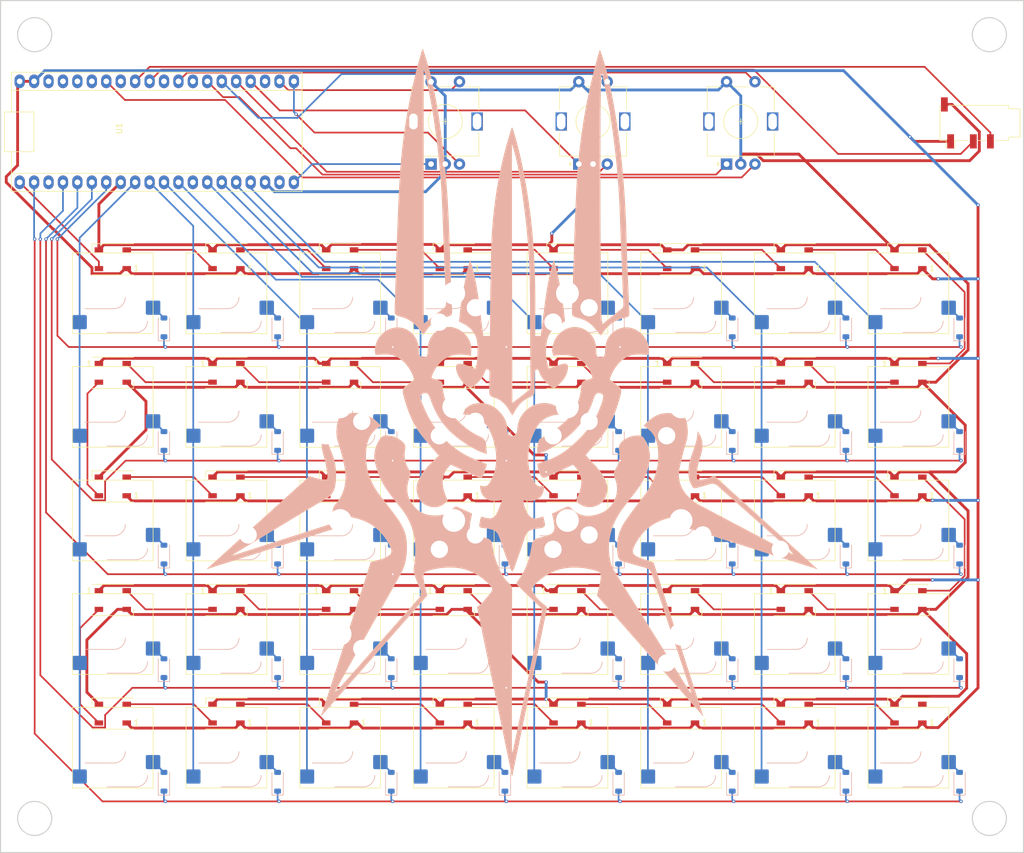
<source format=kicad_pcb>
(kicad_pcb (version 20240108) (generator "pcbnew") (generator_version "8.0")
  (title_block (title "Macropad") (date "2024-03-09") (rev "Version 4.0") (company "PureEvil") (comment 2 "40 x SOD-123 1N4148W Diode") (comment 3 "40 x Kailh hotswap sockets") (comment 4 "40 x RGB WS2812B LEDs"))
  (layers (0 "F.Cu" signal) (31 "B.Cu" signal) (34 "B.Paste" user) (35 "F.Paste" user) (36 "B.SilkS" user "B.Silkscreen") (37 "F.SilkS" user "F.Silkscreen") (38 "B.Mask" user) (39 "F.Mask" user) (44 "Edge.Cuts" user))
  (net 0 "")
  (net 1 "Row 1")
  (net 2 "Net-(D1-A)")
  (net 3 "Row 2")
  (net 4 "Net-(D2-A)")
  (net 5 "Row 3")
  (net 6 "Net-(D3-A)")
  (net 7 "Net-(D4-A)")
  (net 8 "Row 4")
  (net 9 "Row 5")
  (net 10 "Net-(D5-A)")
  (net 11 "Net-(D6-A)")
  (net 12 "Net-(D7-A)")
  (net 13 "Net-(D8-A)")
  (net 14 "Net-(D9-A)")
  (net 15 "Net-(D10-A)")
  (net 16 "Net-(D11-A)")
  (net 17 "Net-(D12-A)")
  (net 18 "Net-(D13-A)")
  (net 19 "Net-(D14-A)")
  (net 20 "Net-(D15-A)")
  (net 21 "Net-(D16-A)")
  (net 22 "Net-(D17-A)")
  (net 23 "Net-(D18-A)")
  (net 24 "Net-(D19-A)")
  (net 25 "Net-(D20-A)")
  (net 26 "Net-(D21-A)")
  (net 27 "Net-(D22-A)")
  (net 28 "Net-(D23-A)")
  (net 29 "Net-(D24-A)")
  (net 30 "Net-(D25-A)")
  (net 31 "Net-(D26-A)")
  (net 32 "Net-(D27-A)")
  (net 33 "Net-(D28-A)")
  (net 34 "Net-(D29-A)")
  (net 35 "Net-(D30-A)")
  (net 36 "Net-(D31-A)")
  (net 37 "Net-(D32-A)")
  (net 38 "Net-(D33-A)")
  (net 39 "Net-(D34-A)")
  (net 40 "Net-(D35-A)")
  (net 41 "Net-(D36-A)")
  (net 42 "Net-(D37-A)")
  (net 43 "Net-(D38-A)")
  (net 44 "Net-(D39-A)")
  (net 45 "Net-(D40-A)")
  (net 46 "VSYS{slash}5V")
  (net 47 "Net-(D41-DOUT)")
  (net 48 "RGB DIN")
  (net 49 "GND")
  (net 50 "Net-(D42-DOUT)")
  (net 51 "Net-(D43-DOUT)")
  (net 52 "Net-(D44-DOUT)")
  (net 53 "Net-(D45-DOUT)")
  (net 54 "Net-(D46-DOUT)")
  (net 55 "Net-(D47-DOUT)")
  (net 56 "Net-(D48-DOUT)")
  (net 57 "Net-(D49-DOUT)")
  (net 58 "Net-(D50-DOUT)")
  (net 59 "Net-(D51-DOUT)")
  (net 60 "Net-(D52-DOUT)")
  (net 61 "Net-(D53-DOUT)")
  (net 62 "Net-(D54-DOUT)")
  (net 63 "Net-(D55-DOUT)")
  (net 64 "Net-(D56-DOUT)")
  (net 65 "Net-(D57-DOUT)")
  (net 66 "Net-(D58-DOUT)")
  (net 67 "Net-(D59-DOUT)")
  (net 68 "Net-(D60-DOUT)")
  (net 69 "Net-(D61-DOUT)")
  (net 70 "Net-(D62-DOUT)")
  (net 71 "Net-(D63-DOUT)")
  (net 72 "Net-(D64-DOUT)")
  (net 73 "Net-(D65-DOUT)")
  (net 74 "Net-(D66-DOUT)")
  (net 75 "Net-(D67-DOUT)")
  (net 76 "Net-(D68-DOUT)")
  (net 77 "Net-(D69-DOUT)")
  (net 78 "Net-(D70-DOUT)")
  (net 79 "Net-(D71-DOUT)")
  (net 80 "Net-(D72-DOUT)")
  (net 81 "Net-(D73-DOUT)")
  (net 82 "Net-(D74-DOUT)")
  (net 83 "Net-(D75-DOUT)")
  (net 84 "Net-(D76-DOUT)")
  (net 85 "Net-(D77-DOUT)")
  (net 86 "Net-(D78-DOUT)")
  (net 87 "Net-(D79-DOUT)")
  (net 88 "RGB DATA END")
  (net 89 "I2C SDA")
  (net 90 "I2C SCL")
  (net 91 "Col 1")
  (net 92 "Col 2")
  (net 93 "Col 3")
  (net 94 "Col 4")
  (net 95 "Col 5")
  (net 96 "Col 6")
  (net 97 "Col 7")
  (net 98 "Col 8")
  (net 99 "- ENC1")
  (net 100 "+ ENC1")
  (net 101 "S ENC1")
  (net 102 "+ ENC2")
  (net 103 "S ENC2")
  (net 104 "- ENC2")
  (net 105 "+ ENC3")
  (net 106 "S ENC3")
  (net 107 "- ENC3")
  (footprint "LED_SMD:LED_WS2812B_PLCC4_5.0x5.0mm_P3.2mm" (layer "F.Cu") (at 161.770761 146.6 180)
    (property "Reference" "D79" (hide yes))
    (property "Value" "WS2812B")
  )
  (footprint "PCM_Switch_Keyboard_Hotswap_Kailh:SW_Hotswap_Kailh_MX_1.00u_MINE" (layer "F.Cu") (at 141.770761 92.6 180)
    (property "Reference" "SW27" (hide yes))
    (property "Value" "SW_Push")
  )
  (footprint "Connector_Audio:Jack_3.5mm_PJ320D_Horizontal" (layer "F.Cu") (at 193.020761 42.6 180)
    (property "Reference" "J1" (hide yes))
    (property "Value" "AudioJack4")
  )
  (footprint "LED_SMD:LED_WS2812B_PLCC4_5.0x5.0mm_P3.2mm" (layer "F.Cu") (at 181.770761 146.6 180)
    (property "Reference" "D80" (hide yes))
    (property "Value" "WS2812B")
  )
  (footprint "PCM_Switch_Keyboard_Hotswap_Kailh:SW_Hotswap_Kailh_MX_1.00u_MINE" (layer "F.Cu") (at 41.770761 72.6 180)
    (property "Reference" "SW40" (hide yes))
    (property "Value" "SW_Push")
  )
  (footprint "PCM_Switch_Keyboard_Hotswap_Kailh:SW_Hotswap_Kailh_MX_1.00u_MINE" (layer "F.Cu") (at 61.770761 152.6 180)
    (property "Reference" "SW7" (hide yes))
    (property "Value" "SW_Push")
  )
  (footprint "LED_SMD:LED_WS2812B_PLCC4_5.0x5.0mm_P3.2mm" (layer "F.Cu") (at 181.770761 86.6)
    (property "Reference" "D49" (hide yes))
    (property "Value" "WS2812B")
  )
  (footprint "LED_SMD:LED_WS2812B_PLCC4_5.0x5.0mm_P3.2mm" (layer "F.Cu") (at 141.770761 126.6)
    (property "Reference" "D67" (hide yes))
    (property "Value" "WS2812B")
  )
  (footprint "PCM_Switch_Keyboard_Hotswap_Kailh:SW_Hotswap_Kailh_MX_1.00u_MINE" (layer "F.Cu") (at 181.770761 132.6 180)
    (property "Reference" "SW9" (hide yes))
    (property "Value" "SW_Push")
  )
  (footprint "LED_SMD:LED_WS2812B_PLCC4_5.0x5.0mm_P3.2mm" (layer "F.Cu") (at 161.770761 66.6 180)
    (property "Reference" "D47" (hide yes))
    (property "Value" "WS2812B")
  )
  (footprint "PCM_Switch_Keyboard_Hotswap_Kailh:SW_Hotswap_Kailh_MX_1.00u_MINE" (layer "F.Cu") (at 121.770761 112.6 180)
    (property "Reference" "SW20" (hide yes))
    (property "Value" "SW_Push")
  )
  (footprint "PCM_Switch_Keyboard_Hotswap_Kailh:SW_Hotswap_Kailh_MX_1.00u_MINE" (layer "F.Cu") (at 181.770761 112.6 180)
    (property "Reference" "SW17" (hide yes))
    (property "Value" "SW_Push")
  )
  (footprint "PCM_Switch_Keyboard_Hotswap_Kailh:SW_Hotswap_Kailh_MX_1.00u_MINE" (layer "F.Cu") (at 141.770761 152.6 180)
    (property "Reference" "SW3" (hide yes))
    (property "Value" "SW_Push")
  )
  (footprint "PCM_Switch_Keyboard_Hotswap_Kailh:SW_Hotswap_Kailh_MX_1.00u_MINE" (layer "F.Cu") (at 121.770761 132.6 180)
    (property "Reference" "SW12" (hide yes))
    (property "Value" "SW_Push")
  )
  (footprint "PCM_Switch_Keyboard_Hotswap_Kailh:SW_Hotswap_Kailh_MX_1.00u_MINE" (layer "F.Cu") (at 121.770761 92.6 180)
    (property "Reference" "SW28" (hide yes))
    (property "Value" "SW_Push")
  )
  (footprint "PCM_Switch_Keyboard_Hotswap_Kailh:SW_Hotswap_Kailh_MX_1.00u_MINE" (layer "F.Cu") (at 41.770761 132.6 180)
    (property "Reference" "SW16" (hide yes))
    (property "Value" "SW_Push")
  )
  (footprint "LED_SMD:LED_WS2812B_PLCC4_5.0x5.0mm_P3.2mm" (layer "F.Cu") (at 61.770761 146.6 180)
    (property "Reference" "D74" (hide yes))
    (property "Value" "WS2812B")
  )
  (footprint "PCM_Switch_Keyboard_Hotswap_Kailh:SW_Hotswap_Kailh_MX_1.00u_MINE" (layer "F.Cu") (at 141.770761 72.6 180)
    (property "Reference" "SW35" (hide yes))
    (property "Value" "SW_Push")
  )
  (footprint "LED_SMD:LED_WS2812B_PLCC4_5.0x5.0mm_P3.2mm" (layer "F.Cu") (at 81.770761 146.6 180)
    (property "Reference" "D75" (hide yes))
    (property "Value" "WS2812B")
  )
  (footprint "PCM_Switch_Keyboard_Hotswap_Kailh:SW_Hotswap_Kailh_MX_1.00u_MINE" (layer "F.Cu") (at 181.770761 92.6 180)
    (property "Reference" "SW25" (hide yes))
    (property "Value" "SW_Push")
  )
  (footprint "LED_SMD:LED_WS2812B_PLCC4_5.0x5.0mm_P3.2mm" (layer "F.Cu") (at 121.770761 146.6 180)
    (property "Reference" "D77" (hide yes))
    (property "Value" "WS2812B")
  )
  (footprint "PCM_Switch_Keyboard_Hotswap_Kailh:SW_Hotswap_Kailh_MX_1.00u_MINE" (layer "F.Cu") (at 101.770761 92.6 180)
    (property "Reference" "SW29" (hide yes))
    (property "Value" "SW_Push")
  )
  (footprint "PCM_Switch_Keyboard_Hotswap_Kailh:SW_Hotswap_Kailh_MX_1.00u_MINE" (layer "F.Cu") (at 101.770761 112.6 180)
    (property "Reference" "SW21" (hide yes))
    (property "Value" "SW_Push")
  )
  (footprint "LED_SMD:LED_WS2812B_PLCC4_5.0x5.0mm_P3.2mm" (layer "F.Cu") (at 101.770761 146.6 180)
    (property "Reference" "D76" (hide yes))
    (property "Value" "WS2812B")
  )
  (footprint "LED_SMD:LED_WS2812B_PLCC4_5.0x5.0mm_P3.2mm" (layer "F.Cu") (at 41.770761 86.6)
    (property "Reference" "D56" (hide yes))
    (property "Value" "WS2812B")
  )
  (footprint "LED_SMD:LED_WS2812B_PLCC4_5.0x5.0mm_P3.2mm" (layer "F.Cu") (at 141.770761 86.6)
    (property "Reference" "D51" (hide yes))
    (property "Value" "WS2812B")
  )
  (footprint "PCM_Switch_Keyboard_Hotswap_Kailh:SW_Hotswap_Kailh_MX_1.00u_MINE" (layer "F.Cu") (at 101.770761 72.6 180)
    (property "Reference" "SW37" (hide yes))
    (property "Value" "SW_Push")
  )
  (footprint "PCM_Switch_Keyboard_Hotswap_Kailh:SW_Hotswap_Kailh_MX_1.00u_MINE" (layer "F.Cu") (at 61.770761 92.6 180)
    (property "Reference" "SW31" (hide yes))
    (property "Value" "SW_Push")
  )
  (footprint "LED_SMD:LED_WS2812B_PLCC4_5.0x5.0mm_P3.2mm" (layer "F.Cu") (at 161.770761 106.6 180)
    (property "Reference" "D63" (hide yes))
    (property "Value" "WS2812B")
  )
  (footprint "LED_SMD:LED_WS2812B_PLCC4_5.0x5.0mm_P3.2mm" (layer "F.Cu") (at 181.770761 126.6)
    (property "Reference" "D65" (hide yes))
    (property "Value" "WS2812B")
  )
  (footprint "PCM_Switch_Keyboard_Hotswap_Kailh:SW_Hotswap_Kailh_MX_1.00u_MINE" (layer "F.Cu") (at 81.770761 132.6 180)
    (property "Reference" "SW14" (hide yes))
    (property "Value" "SW_Push")
  )
  (footprint "PCM_SL_Development_Boards:raspberry_pi_pico_THT" (layer "F.Cu") (at 25.380761 53.06 90)
    (property "Reference" "U1")
    (property "Value" "Pico_W_TestPads")
  )
  (footprint "LED_SMD:LED_WS2812B_PLCC4_5.0x5.0mm_P3.2mm" (layer "F.Cu") (at 81.770761 126.6)
    (property "Reference" "D70" (hide yes))
    (property "Value" "WS2812B")
  )
  (footprint "PCM_Switch_Keyboard_Hotswap_Kailh:SW_Hotswap_Kailh_MX_1.00u_MINE" (layer "F.Cu") (at 161.770761 92.6 180)
    (property "Reference" "SW26" (hide yes))
    (property "Value" "SW_Push")
  )
  (footprint "PCM_Switch_Keyboard_Hotswap_Kailh:SW_Hotswap_Kailh_MX_1.00u_MINE" (layer "F.Cu") (at 121.770761 72.6 180)
    (property "Reference" "SW36" (hide yes))
    (property "Value" "SW_Push")
  )
  (footprint "PCM_Switch_Keyboard_Hotswap_Kailh:SW_Hotswap_Kailh_MX_1.00u_MINE" (layer "F.Cu") (at 41.770761 112.6 180)
    (property "Reference" "SW24" (hide yes))
    (property "Value" "SW_Push")
  )
  (footprint "PCM_Switch_Keyboard_Hotswap_Kailh:SW_Hotswap_Kailh_MX_1.00u_MINE" (layer "F.Cu") (at 41.770761 92.6 180)
    (property "Reference" "SW32" (hide yes))
    (property "Value" "SW_Push")
  )
  (footprint "LED_SMD:LED_WS2812B_PLCC4_5.0x5.0mm_P3.2mm" (layer "F.Cu") (at 181.770761 106.6 180)
    (property "Reference" "D64" (hide yes))
    (property "Value" "WS2812B")
  )
  (footprint "PCM_Switch_Keyboard_Hotswap_Kailh:SW_Hotswap_Kailh_MX_1.00u_MINE" (layer "F.Cu") (at 81.770761 152.6 180)
    (property "Reference" "SW6" (hide yes))
    (property "Value" "SW_Push")
  )
  (footprint "LED_SMD:LED_WS2812B_PLCC4_5.0x5.0mm_P3.2mm" (layer "F.Cu") (at 61.770761 86.6)
    (property "Reference" "D55" (hide yes))
    (property "Value" "WS2812B")
  )
  (footprint "LED_SMD:LED_WS2812B_PLCC4_5.0x5.0mm_P3.2mm" (layer "F.Cu") (at 121.770761 106.6 180)
    (property "Reference" "D61" (hide yes))
    (property "Value" "WS2812B")
  )
  (footprint "LED_SMD:LED_WS2812B_PLCC4_5.0x5.0mm_P3.2mm" (layer "F.Cu") (at 141.770761 106.6 180)
    (property "Reference" "D62" (hide yes))
    (property "Value" "WS2812B")
  )
  (footprint "LED_SMD:LED_WS2812B_PLCC4_5.0x5.0mm_P3.2mm" (layer "F.Cu") (at 141.770761 66.6 180)
    (property "Reference" "D46" (hide yes))
    (property "Value" "WS2812B")
  )
  (footprint "LED_SMD:LED_WS2812B_PLCC4_5.0x5.0mm_P3.2mm" (layer "F.Cu") (at 81.770761 86.6)
    (property "Reference" "D54" (hide yes))
    (property "Value" "WS2812B")
  )
  (footprint "LED_SMD:LED_WS2812B_PLCC4_5.0x5.0mm_P3.2mm" (layer "F.Cu") (at 181.770761 66.6 180)
    (property "Reference" "D48" (hide yes))
    (property "Value" "WS2812B")
  )
  (footprint "PCM_Switch_Keyboard_Hotswap_Kailh:SW_Hotswap_Kailh_MX_1.00u_MINE" (layer "F.Cu") (at 61.770761 112.6 180)
    (property "Reference" "SW23" (hide yes))
    (property "Value" "SW_Push")
  )
  (footprint "PCM_Switch_Keyboard_Hotswap_Kailh:SW_Hotswap_Kailh_MX_1.00u_MINE" (layer "F.Cu") (at 181.770761 152.6 180)
    (property "Reference" "SW1" (hide yes))
    (property "Value" "SW_Push")
  )
  (footprint "LED_SMD:LED_WS2812B_PLCC4_5.0x5.0mm_P3.2mm" (layer "F.Cu") (at 81.770761 106.6 180)
    (property "Reference" "D59" (hide yes))
    (property "Value" "WS2812B")
  )
  (footprint "LED_SMD:LED_WS2812B_PLCC4_5.0x5.0mm_P3.2mm" (layer "F.Cu") (at 81.770761 66.6 180)
    (property "Reference" "D43" (hide yes))
    (property "Value" "WS2812B")
  )
  (footprint "LED_SMD:LED_WS2812B_PLCC4_5.0x5.0mm_P3.2mm" (layer "F.Cu") (at 41.770761 126.6)
    (property "Reference" "D72" (hide yes))
    (property "Value" "WS2812B")
  )
  (footprint "LED_SMD:LED_WS2812B_PLCC4_5.0x5.0mm_P3.2mm" (layer "F.Cu") (at 41.770761 66.6 180)
    (property "Reference" "D41" (hide yes))
    (property "Value" "WS2812B")
  )
  (footprint "PCM_Switch_Keyboard_Hotswap_Kailh:SW_Hotswap_Kailh_MX_1.00u_MINE" (layer "F.Cu") (at 161.770761 152.6 180)
    (property "Reference" "SW2" (hide yes))
    (property "Value" "SW_Push")
  )
  (footprint "PCM_Switch_Keyboard_Hotswap_Kailh:SW_Hotswap_Kailh_MX_1.00u_MINE" (layer "F.Cu") (at 161.770761 112.6 180)
    (property "Reference" "SW18" (hide yes))
    (property "Value" "SW_Push")
  )
  (footprint "LED_SMD:LED_WS2812B_PLCC4_5.0x5.0mm_P3.2mm" (layer "F.Cu") (at 121.770761 66.6 180)
    (property "Reference" "D45" (hide yes))
    (property "Value" "WS2812B")
  )
  (footprint "LED_SMD:LED_WS2812B_PLCC4_5.0x5.0mm_P3.2mm" (layer "F.Cu") (at 61.770761 126.6)
    (property "Reference" "D71" (hide yes))
    (property "Value" "WS2812B")
  )
  (footprint "PCM_Switch_Keyboard_Hotswap_Kailh:SW_Hotswap_Kailh_MX_1.00u_MINE" (layer "F.Cu") (at 101.770761 152.6 180)
    (property "Reference" "SW5" (hide yes))
    (property "Value" "SW_Push")
  )
  (footprint "LED_SMD:LED_WS2812B_PLCC4_5.0x5.0mm_P3.2mm" (layer "F.Cu") (at 121.770761 126.6)
    (property "Reference" "D68" (hide yes))
    (property "Value" "WS2812B")
  )
  (footprint "Rotary_Encoder:RotaryEncoder_Alps_EC11E-Switch_Vertical_H20mm" (layer "F.Cu") (at 97.770761 49.85 90)
    (property "Reference" "SW41" (hide yes))
    (property "Value" "RotaryEncoder_Switch")
  )
  (footprint "PCM_Switch_Keyboard_Hotswap_Kailh:SW_Hotswap_Kailh_MX_1.00u_MINE" (layer "F.Cu") (at 81.770761 92.6 180)
    (property "Reference" "SW30" (hide yes))
    (property "Value" "SW_Push")
  )
  (footprint "PCM_Switch_Keyboard_Hotswap_Kailh:SW_Hotswap_Kailh_MX_1.00u_MINE" (layer "F.Cu") (at 161.770761 132.6 180)
    (property "Reference" "SW10" (hide yes))
    (property "Value" "SW_Push")
  )
  (footprint "PCM_Switch_Keyboard_Hotswap_Kailh:SW_Hotswap_Kailh_MX_1.00u_MINE" (layer "F.Cu") (at 81.770761 72.6 180)
    (property "Reference" "SW38" (hide yes))
    (property "Value" "SW_Push")
  )
  (footprint "LED_SMD:LED_WS2812B_PLCC4_5.0x5.0mm_P3.2mm" (layer "F.Cu") (at 101.770761 126.6)
    (property "Reference" "D69" (hide yes))
    (property "Value" "WS2812B")
  )
  (footprint "PCM_Switch_Keyboard_Hotswap_Kailh:SW_Hotswap_Kailh_MX_1.00u_MINE" (layer "F.Cu") (at 61.770761 132.6 180)
    (property "Reference" "SW15" (hide yes))
    (property "Value" "SW_Push")
  )
  (footprint "LED_SMD:LED_WS2812B_PLCC4_5.0x5.0mm_P3.2mm" (layer "F.Cu") (at 41.770761 146.6 180)
    (property "Reference" "D73" (hide yes))
    (property "Value" "WS2812B")
  )
  (footprint "PCM_Switch_Keyboard_Hotswap_Kailh:SW_Hotswap_Kailh_MX_1.00u_MINE" (layer "F.Cu") (at 41.770761 152.6 180)
    (property "Reference" "SW8" (hide yes))
    (property "Value" "SW_Push")
  )
  (footprint "LED_SMD:LED_WS2812B_PLCC4_5.0x5.0mm_P3.2mm" (layer "F.Cu") (at 101.770761 86.6)
    (property "Reference" "D53" (hide yes))
    (property "Value" "WS2812B")
  )
  (footprint "PCM_Switch_Keyboard_Hotswap_Kailh:SW_Hotswap_Kailh_MX_1.00u_MINE" (layer "F.Cu") (at 161.770761 72.6 180)
    (property "Reference" "SW34" (hide yes))
    (property "Value" "SW_Push")
  )
  (footprint "Rotary_Encoder:RotaryEncoder_Alps_EC11E-Switch_Vertical_H20mm" (layer "F.Cu") (at 123.770761 49.85 90)
    (property "Reference" "SW42" (hide yes))
    (property "Value" "RotaryEncoder_Switch")
  )
  (footprint "LED_SMD:LED_WS2812B_PLCC4_5.0x5.0mm_P3.2mm" (layer "F.Cu") (at 161.770761 126.6)
    (property "Reference" "D66" (hide yes))
    (property "Value" "WS2812B")
  )
  (footprint "Rotary_Encoder:RotaryEncoder_Alps_EC11E-Switch_Vertical_H20mm" (layer "F.Cu") (at 149.770761 49.85 90)
    (property "Reference" "SW43" (hide yes))
    (property "Value" "RotaryEncoder_Switch")
  )
  (footprint "PCM_Switch_Keyboard_Hotswap_Kailh:SW_Hotswap_Kailh_MX_1.00u_MINE" (layer "F.Cu") (at 61.770761 72.6 180)
    (property "Reference" "SW39" (hide yes))
    (property "Value" "SW_Push")
  )
  (footprint "LED_SMD:LED_WS2812B_PLCC4_5.0x5.0mm_P3.2mm" (layer "F.Cu") (at 101.770761 66.6 180)
    (property "Reference" "D44" (hide yes))
    (property "Value" "WS2812B")
  )
  (footprint "LED_SMD:LED_WS2812B_PLCC4_5.0x5.0mm_P3.2mm" (layer "F.Cu") (at 101.770761 106.6 180)
    (property "Reference" "D60" (hide yes))
    (property "Value" "WS2812B")
  )
  (footprint "LED_SMD:LED_WS2812B_PLCC4_5.0x5.0mm_P3.2mm" (layer "F.Cu") (at 121.770761 86.6)
    (property "Reference" "D52" (hide yes))
    (property "Value" "WS2812B")
  )
  (footprint "PCM_Switch_Keyboard_Hotswap_Kailh:SW_Hotswap_Kailh_MX_1.00u_MINE" (layer "F.Cu") (at 101.770761 132.6 180)
    (property "Reference" "SW13" (hide yes))
    (property "Value" "SW_Push")
  )
  (footprint "LED_SMD:LED_WS2812B_PLCC4_5.0x5.0mm_P3.2mm" (layer "F.Cu") (at 61.770761 106.6 180)
    (property "Reference" "D58" (hide yes))
    (property "Value" "WS2812B")
  )
  (footprint "PCM_Switch_Keyboard_Hotswap_Kailh:SW_Hotswap_Kailh_MX_1.00u_MINE" (layer "F.Cu") (at 121.770761 152.6 180)
    (property "Reference" "SW4" (hide yes))
    (property "Value" "SW_Push")
  )
  (footprint "PCM_Switch_Keyboard_Hotswap_Kailh:SW_Hotswap_Kailh_MX_1.00u_MINE" (layer "F.Cu") (at 181.770761 72.6 180)
    (property "Reference" "SW33" (hide yes))
    (property "Value" "SW_Push")
  )
  (footprint "PCM_Switch_Keyboard_Hotswap_Kailh:SW_Hotswap_Kailh_MX_1.00u_MINE" (layer "F.Cu") (at 141.770761 112.6 180)
    (property "Reference" "SW19" (hide yes))
    (property "Value" "SW_Push")
  )
  (footprint "LED_SMD:LED_WS2812B_PLCC4_5.0x5.0mm_P3.2mm" (layer "F.Cu") (at 141.770761 146.6 180)
    (property "Reference" "D78" (hide yes))
    (property "Value" "WS2812B")
  )
  (footprint "LED_SMD:LED_WS2812B_PLCC4_5.0x5.0mm_P3.2mm" (layer "F.Cu") (at 161.770761 86.6)
    (property "Reference" "D50" (hide yes))
    (property "Value" "WS2812B")
  )
  (footprint "PCM_Switch_Keyboard_Hotswap_Kailh:SW_Hotswap_Kailh_MX_1.00u_MINE" (layer "F.Cu") (at 81.770761 112.6 180)
    (property "Reference" "SW22" (hide yes))
    (property "Value" "SW_Push")
  )
  (footprint "LED_SMD:LED_WS2812B_PLCC4_5.0x5.0mm_P3.2mm" (layer "F.Cu") (at 61.770761 66.6 180)
    (property "Reference" "D42" (hide yes))
    (property "Value" "WS2812B")
  )
  (footprint "LED_SMD:LED_WS2812B_PLCC4_5.0x5.0mm_P3.2mm" (layer "F.Cu") (at 41.770761 106.6 180)
    (property "Reference" "D57" (hide yes))
    (property "Value" "WS2812B")
  )
  (footprint "PCM_Switch_Keyboard_Hotswap_Kailh:SW_Hotswap_Kailh_MX_1.00u_MINE" (layer "F.Cu") (at 141.770761 132.6 180)
    (property "Reference" "SW11" (hide yes))
    (property "Value" "SW_Push")
  )
  (footprint "Diode_SMD:D_SOD-123" (layer "B.Cu") (at 150.770761 78.6 90)
    (property "Reference" "D35" (hide yes))
    (property "Value" "1N4148W" (hide yes))
  )
  (footprint "Diode_SMD:D_SOD-123" (layer "B.Cu") (at 70.770761 118.6 90)
    (property "Reference" "D23" (hide yes))
    (property "Value" "1N4148W" (hide yes))
  )
  (footprint "Diode_SMD:D_SOD-123" (layer "B.Cu") (at 70.770761 78.6 90)
    (property "Reference" "D39" (hide yes))
    (property "Value" "1N4148W" (hide yes))
  )
  (footprint "Diode_SMD:D_SOD-123" (layer "B.Cu") (at 150.770761 118.6 90)
    (property "Reference" "D19" (hide yes))
    (property "Value" "1N4148W" (hide yes))
  )
  (footprint "Diode_SMD:D_SOD-123" (layer "B.Cu") (at 170.770761 118.6 90)
    (property "Reference" "D18" (hide yes))
    (property "Value" "1N4148W" (hide yes))
  )
  (footprint "Diode_SMD:D_SOD-123" (layer "B.Cu") (at 130.770761 118.6 90)
    (property "Reference" "D20" (hide yes))
    (property "Value" "1N4148W" (hide yes))
  )
  (footprint "Diode_SMD:D_SOD-123" (layer "B.Cu") (at 110.770761 98.6 90)
    (property "Reference" "D29" (hide yes))
    (property "Value" "1N4148W" (hide yes))
  )
  (footprint "Diode_SMD:D_SOD-123" (layer "B.Cu") (at 150.770761 98.6 90)
    (property "Reference" "D27" (hide yes))
    (property "Value" "1N4148W" (hide yes))
  )
  (footprint "Diode_SMD:D_SOD-123" (layer "B.Cu") (at 150.770761 138.6 90)
    (property "Reference" "D11" (hide yes))
    (property "Value" "1N4148W" (hide yes))
  )
  (footprint "Diode_SMD:D_SOD-123" (layer "B.Cu") (at 130.770761 138.6 90)
    (property "Reference" "D12" (hide yes))
    (property "Value" "1N4148W" (hide yes))
  )
  (footprint "Diode_SMD:D_SOD-123" (layer "B.Cu") (at 190.770761 78.6 90)
    (property "Reference" "D33" (hide yes))
    (property "Value" "1N4148W" (hide yes))
  )
  (footprint "Diode_SMD:D_SOD-123" (layer "B.Cu") (at 150.770761 158.6 90)
    (property "Reference" "D3" (hide yes))
    (property "Value" "1N4148W" (hide yes))
  )
  (footprint "Diode_SMD:D_SOD-123" (layer "B.Cu") (at 70.770761 158.6 90)
    (property "Reference" "D7" (hide yes))
    (property "Value" "1N4148W" (hide yes))
  )
  (footprint "Diode_SMD:D_SOD-123" (layer "B.Cu") (at 130.770761 158.6 90)
    (property "Reference" "D4" (hide yes))
    (property "Value" "1N4148W" (hide yes))
  )
  (footprint "Diode_SMD:D_SOD-123" (layer "B.Cu") (at 90.770761 98.6 90)
    (property "Reference" "D30" (hide yes))
    (property "Value" "1N4148W" (hide yes))
  )
  (footprint "Diode_SMD:D_SOD-123" (layer "B.Cu") (at 170.770761 78.6 90)
    (property "Reference" "D34" (hide yes))
    (property "Value" "1N4148W" (hide yes))
  )
  (footprint "Diode_SMD:D_SOD-123" (layer "B.Cu") (at 70.770761 138.6 90)
    (property "Reference" "D15" (hide yes))
    (property "Value" "1N4148W" (hide yes))
  )
  (footprint "Diode_SMD:D_SOD-123" (layer "B.Cu") (at 110.770761 78.6 90)
    (property "Reference" "D37" (hide yes))
    (property "Value" "1N4148W" (hide yes))
  )
  (footprint "Diode_SMD:D_SOD-123" (layer "B.Cu") (at 90.770761 78.6 90)
    (property "Reference" "D38" (hide yes))
    (property "Value" "1N4148W" (hide yes))
  )
  (footprint "Diode_SMD:D_SOD-123" (layer "B.Cu") (at 90.770761 118.6 90)
    (property "Reference" "D22" (hide yes))
    (property "Value" "1N4148W" (hide yes))
  )
  (footprint "Diode_SMD:D_SOD-123" (layer "B.Cu") (at 50.770761 138.6 90)
    (property "Reference" "D16" (hide yes))
    (property "Value" "1N4148W" (hide yes))
  )
  (footprint "Diode_SMD:D_SOD-123" (layer "B.Cu") (at 190.770761 118.6 90)
    (property "Reference" "D17" (hide yes))
    (property "Value" "1N4148W" (hide yes))
  )
  (footprint "Diode_SMD:D_SOD-123" (layer "B.Cu") (at 190.770761 98.6 90)
    (property "Reference" "D25" (hide yes))
    (property "Value" "1N4148W" (hide yes))
  )
  (footprint "Diode_SMD:D_SOD-123" (layer "B.Cu") (at 50.770761 118.6 90)
    (property "Reference" "D24" (hide yes))
    (property "Value" "1N4148W" (hide yes))
  )
  (footprint "Diode_SMD:D_SOD-123" (layer "B.Cu") (at 190.770761 158.6 90)
    (property "Reference" "D1" (hide yes))
    (property "Value" "1N4148W" (hide yes))
  )
  (footprint "Diode_SMD:D_SOD-123" (layer "B.Cu") (at 170.770761 98.6 90)
    (property "Reference" "D26" (hide yes))
    (property "Value" "1N4148W" (hide yes))
  )
  (footprint "Diode_SMD:D_SOD-123" (layer "B.Cu") (at 130.770761 98.6 90)
    (property "Reference" "D28" (hide yes))
    (property "Value" "1N4148W" (hide yes))
  )
  (footprint "Diode_SMD:D_SOD-123" (layer "B.Cu") (at 50.770761 78.6 90)
    (property "Reference" "D40" (hide yes))
    (property "Value" "1N4148W" (hide yes))
  )
  (footprint "Diode_SMD:D_SOD-123" (layer "B.Cu") (at 110.770761 118.6 90)
    (property "Reference" "D21" (hide yes))
    (property "Value" "1N4148W" (hide yes))
  )
  (footprint "Diode_SMD:D_SOD-123" (layer "B.Cu") (at 130.770761 78.6 90)
    (property "Reference" "D36" (hide yes))
    (property "Value" "1N4148W" (hide yes))
  )
  (footprint "Diode_SMD:D_SOD-123" (layer "B.Cu") (at 170.770761 158.6 90)
    (property "Reference" "D2" (hide yes))
    (property "Value" "1N4148W" (hide yes))
  )
  (footprint "Diode_SMD:D_SOD-123" (layer "B.Cu") (at 190.770761 138.6 90)
    (property "Reference" "D9" (hide yes))
    (property "Value" "1N4148W" (hide yes))
  )
  (footprint "Diode_SMD:D_SOD-123" (layer "B.Cu") (at 70.770761 98.6 90)
    (property "Reference" "D31" (hide yes))
    (property "Value" "1N4148W" (hide yes))
  )
  (footprint "Diode_SMD:D_SOD-123" (layer "B.Cu") (at 50.770761 158.6 90)
    (property "Reference" "D8" (hide yes))
    (property "Value" "1N4148W" (hide yes))
  )
  (footprint "Diode_SMD:D_SOD-123" (layer "B.Cu") (at 110.770761 138.6 90)
    (property "Reference" "D13" (hide yes))
    (property "Value" "1N4148W" (hide yes))
  )
  (footprint "Diode_SMD:D_SOD-123" (layer "B.Cu") (at 90.770761 138.6 90)
    (property "Reference" "D14" (hide yes))
    (property "Value" "1N4148W" (hide yes))
  )
  (footprint "Diode_SMD:D_SOD-123" (layer "B.Cu") (at 170.770761 138.6 90)
    (property "Reference" "D10" (hide yes))
    (property "Value" "1N4148W" (hide yes))
  )
  (footprint "Diode_SMD:D_SOD-123" (layer "B.Cu") (at 90.770761 158.6 90)
    (property "Reference" "D6" (hide yes))
    (property "Value" "1N4148W" (hide yes))
  )
  (footprint "Diode_SMD:D_SOD-123" (layer "B.Cu") (at 50.770761 98.6 90)
    (property "Reference" "D32" (hide yes))
    (property "Value" "1N4148W" (hide yes))
  )
  (footprint "Diode_SMD:D_SOD-123" (layer "B.Cu") (at 110.770761 158.6 90)
    (property "Reference" "D5" (hide yes))
    (property "Value" "1N4148W" (hide yes))
  )
  (gr_poly (pts (xy 84.670202 93.66991) (xy 85.076352 93.702976) (xy 85.47437 93.764881) (xy 85.864164 93.855916) (xy 86.24564 93.976376) (xy 86.618707 94.126554) (xy 86.983269 94.306743) (xy 87.339236 94.517239) (xy 87.686513 94.758333) (xy 88.025007 95.03032) (xy 88.354627 95.333493) (xy 88.675277 95.668146) (xy 88.704391 95.700946) (xy 88.732508 95.734567) (xy 88.759611 95.768986) (xy 88.785684 95.80418) (xy 88.810709 95.840126) (xy 88.834671 95.876801) (xy 88.857553 95.91418) (xy 88.879339 95.952242) (xy 88.879414 95.952344) (xy 88.879484 95.952447) (xy 88.87955 95.952553) (xy 88.87961 95.952661) (xy 88.879717 95.952883) (xy 88.879804 95.953111) (xy 88.879872 95.953345) (xy 88.879921 95.953582) (xy 88.87995 95.953822) (xy 88.87996 95.954063) (xy 88.87995 95.954304) (xy 88.879921 95.954544) (xy 88.879872 95.954782) (xy 88.879804 95.955016) (xy 88.879717 95.955245) (xy 88.87961 95.955467) (xy 88.87955 95.955576) (xy 88.879484 95.955683) (xy 88.879414 95.955787) (xy 88.879339 95.955889) (xy 88.697026 96.108019) (xy 88.671504 96.127837) (xy 88.646332 96.145639) (xy 88.61767 96.164062) (xy 88.581684 96.18574) (xy 88.444747 96.271745) (xy 88.312939 96.361393) (xy 88.186181 96.45458) (xy 88.064398 96.551202) (xy 87.947512 96.651156) (xy 87.835447 96.754338) (xy 87.728124 96.860645) (xy 87.625468 96.969973) (xy 87.527401 97.082218) (xy 87.433847 97.197277) (xy 87.344728 97.315046) (xy 87.259968 97.435423) (xy 87.103214 97.683581) (xy 86.962971 97.940925) (xy 86.838622 98.206624) (xy 86.729551 98.479851) (xy 86.635144 98.759778) (xy 86.554783 99.045574) (xy 86.487854 99.336413) (xy 86.433741 99.631466) (xy 86.391827 99.929904) (xy 86.361497 100.230898) (xy 86.32858 100.786164) (xy 86.321372 101.334255) (xy 86.339709 101.875159) (xy 86.383424 102.408862) (xy 86.452352 102.935353) (xy 86.546329 103.454618) (xy 86.665189 103.966646) (xy 86.808767 104.471422) (xy 86.976898 104.968936) (xy 87.169417 105.459175) (xy 87.386158 105.942125) (xy 87.626956 106.417774) (xy 87.891646 106.88611) (xy 88.180063 107.347119) (xy 88.492042 107.800791) (xy 88.827417 108.247111) (xy 89.578812 109.206743) (xy 90.324627 110.170965) (xy 91.058535 111.143868) (xy 91.419047 111.634853) (xy 91.774211 112.129542) (xy 92.096942 112.601084) (xy 92.251313 112.840904) (xy 92.400081 113.083629) (xy 92.542541 113.329414) (xy 92.677989 113.578414) (xy 92.805719 113.830782) (xy 92.925026 114.086674) (xy 93.035206 114.346244) (xy 93.135554 114.609646) (xy 93.225365 114.877036) (xy 93.303934 115.148567) (xy 93.370556 115.424395) (xy 93.424526 115.704673) (xy 93.465139 115.989557) (xy 93.491691 116.2792) (xy 93.512679 116.657854) (xy 93.525492 117.034767) (xy 93.529322 117.409893) (xy 93.523358 117.783187) (xy 93.506789 118.154607) (xy 93.478807 118.524106) (xy 93.438601 118.89164) (xy 93.385361 119.257164) (xy 93.318276 119.620635) (xy 93.236538 119.982007) (xy 93.139335 120.341236) (xy 93.025859 120.698277) (xy 92.895298 121.053085) (xy 92.746842 121.405617) (xy 92.579683 121.755827) (xy 92.393009 122.10367) (xy 86.949579 131.79044) (xy 81.541124 141.49631) (xy 81.484881 141.599264) (xy 81.430259 141.703105) (xy 81.324415 141.91266) (xy 81.116138 142.333719) (xy 80.809553 142.884707) (xy 81.771307 141.967257) (xy 95.559738 126.351221) (xy 95.64713 126.249043) (xy 95.725912 126.148462) (xy 95.795954 126.049036) (xy 95.857126 125.950325) (xy 95.909299 125.851887) (xy 95.93197 125.802632) (xy 95.952342 125.75328) (xy 95.9704 125.703776) (xy 95.986127 125.654064) (xy 95.999506 125.60409) (xy 96.010522 125.553797) (xy 96.019158 125.503131) (xy 96.025398 125.452038) (xy 96.029227 125.40046) (xy 96.030626 125.348344) (xy 96.029581 125.295635) (xy 96.026076 125.242276) (xy 96.020093 125.188213) (xy 96.011617 125.133391) (xy 96.000631 125.077755) (xy 95.987119 125.021249) (xy 95.971066 124.963818) (xy 95.952454 124.905407) (xy 95.931268 124.845961) (xy 95.907491 124.785425) (xy 95.8521 124.66086) (xy 95.704552 124.343206) (xy 95.563321 124.022261) (xy 95.42809 123.698392) (xy 95.298541 123.371969) (xy 95.174357 123.043361) (xy 95.055218 122.712935) (xy 94.940809 122.38106) (xy 94.83081 122.048106) (xy 94.808027 121.970748) (xy 94.787546 121.892874) (xy 94.769371 121.814536) (xy 94.753505 121.735785) (xy 94.739952 121.656671) (xy 94.728714 121.577246) (xy 94.719797 121.497561) (xy 94.713202 121.417667) (xy 94.708934 121.337615) (xy 94.706996 121.257455) (xy 94.707391 121.177241) (xy 94.710123 121.097021) (xy 94.715195 121.016848) (xy 94.722611 120.936772) (xy 94.732374 120.856845) (xy 94.744487 120.777117) (xy 94.837385 120.191008) (xy 94.912085 119.607552) (xy 94.967516 119.026929) (xy 95.002602 118.44932) (xy 95.016272 117.874904) (xy 95.00745 117.303862) (xy 94.975063 116.736374) (xy 94.918039 116.17262) (xy 94.835303 115.612781) (xy 94.725782 115.057036) (xy 94.588402 114.505567) (xy 94.422089 113.958552) (xy 94.225771 113.416173) (xy 93.998373 112.87861) (xy 93.738822 112.346043) (xy 93.446045 111.818651) (xy 93.355814 111.669492) (xy 93.262523 111.52206) (xy 93.06779 111.231851) (xy 92.863901 110.946967) (xy 92.652917 110.666351) (xy 92.436893 110.388943) (xy 92.217889 110.113686) (xy 91.779171 109.565394) (xy 90.871742 108.411528) (xy 90.430753 107.826497) (xy 90.006793 107.230657) (xy 89.803203 106.927415) (xy 89.606274 106.619949) (xy 89.416807 106.307751) (xy 89.235605 105.990315) (xy 89.063468 105.667133) (xy 88.901198 105.337697) (xy 88.749596 105.001501) (xy 88.609462 104.658037) (xy 88.512007 104.397976) (xy 88.419308 104.13589) (xy 88.330974 103.872053) (xy 88.246612 103.606736) (xy 88.165831 103.340208) (xy 88.08824 103.072743) (xy 87.941061 102.536082) (xy 87.873939 102.249014) (xy 87.825226 101.9652) (xy 87.794329 101.684545) (xy 87.780657 101.406953) (xy 87.783621 101.132331) (xy 87.802627 100.860581) (xy 87.837087 100.591611) (xy 87.886408 100.325325) (xy 87.949999 100.061628) (xy 88.02727 99.800425) (xy 88.11763 99.541621) (xy 88.220486 99.285122) (xy 88.335249 99.030832) (xy 88.461327 98.778656) (xy 88.59813 98.5285) (xy 88.745065 98.280268) (xy 88.772532 98.236838) (xy 88.800619 98.19509) (xy 88.829335 98.155005) (xy 88.858691 98.116566) (xy 88.888698 98.079755) (xy 88.919367 98.044553) (xy 88.950707 98.010942) (xy 88.982731 97.978905) (xy 89.015447 97.948424) (xy 89.048868 97.91948) (xy 89.083003 97.892056) (xy 89.117863 97.866134) (xy 89.153458 97.841695) (xy 89.1898 97.818723) (xy 89.226899 97.797197) (xy 89.264765 97.777102) (xy 89.30341 97.758418) (xy 89.342843 97.741128) (xy 89.383075 97.725214) (xy 89.424117 97.710657) (xy 89.465979 97.697441) (xy 89.508672 97.685546) (xy 89.552208 97.674955) (xy 89.596595 97.665649) (xy 89.641845 97.657612) (xy 89.687968 97.650825) (xy 89.782878 97.640927) (xy 89.881408 97.635814) (xy 89.983644 97.63534) (xy 90.183255 97.643145) (xy 90.379055 97.659444) (xy 90.57111 97.684178) (xy 90.759483 97.717282) (xy 90.94424 97.758696) (xy 91.125447 97.808358) (xy 91.303167 97.866205) (xy 91.477466 97.932175) (xy 91.648408 98.006207) (xy 91.816059 98.088238) (xy 91.980483 98.178207) (xy 92.141745 98.276051) (xy 92.299911 98.381709) (xy 92.455045 98.495118) (xy 92.607212 98.616217) (xy 92.756477 98.744944) (xy 92.82784 98.811565) (xy 92.894352 98.879351) (xy 92.955844 98.948499) (xy 93.012146 99.019204) (xy 93.063091 99.091664) (xy 93.108508 99.166073) (xy 93.129091 99.20407) (xy 93.148229 99.242628) (xy 93.1659 99.281772) (xy 93.182084 99.321526) (xy 93.19676 99.361914) (xy 93.209905 99.402962) (xy 93.2215 99.444694) (xy 93.231522 99.487134) (xy 93.239952 99.530306) (xy 93.246767 99.574236) (xy 93.251947 99.618947) (xy 93.25547 99.664465) (xy 93.257316 99.710814) (xy 93.257463 99.758018) (xy 93.25589 99.806102) (xy 93.252575 99.855091) (xy 93.247499 99.905008) (xy 93.240639 99.955879) (xy 93.231975 100.007728) (xy 93.221485 100.06058) (xy 93.175759 100.303245) (xy 93.142549 100.544158) (xy 93.121719 100.783259) (xy 93.113133 101.020486) (xy 93.116658 101.255776) (xy 93.132158 101.48907) (xy 93.159496 101.720304) (xy 93.198539 101.949417) (xy 93.249151 102.176349) (xy 93.311197 102.401037) (xy 93.384542 102.62342) (xy 93.46905 102.843436) (xy 93.564587 103.061024) (xy 93.671017 103.276122) (xy 93.788205 103.488669) (xy 93.916015 103.698603) (xy 93.965448 103.779419) (xy 94.00942 103.858741) (xy 94.047893 103.936892) (xy 94.080833 104.01419) (xy 94.108203 104.090958) (xy 94.129968 104.167515) (xy 94.146092 104.244183) (xy 94.156539 104.321283) (xy 94.161273 104.399134) (xy 94.160258 104.478058) (xy 94.153459 104.558375) (xy 94.140839 104.640407) (xy 94.122363 104.724474) (xy 94.097996 104.810896) (xy 94.0677 104.899995) (xy 94.03144 104.992091) (xy 93.894178 105.346488) (xy 93.781413 105.697595) (xy 93.693336 106.045303) (xy 93.630136 106.389507) (xy 93.592002 106.730101) (xy 93.579124 107.066978) (xy 93.591691 107.400034) (xy 93.629892 107.729161) (xy 93.693918 108.054253) (xy 93.783957 108.375204) (xy 93.900199 108.691909) (xy 94.042833 109.004261) (xy 94.212049 109.312154) (xy 94.408035 109.615482) (xy 94.630983 109.914138) (xy 94.88108 110.208018) (xy 95.003979 110.339186) (xy 95.129002 110.463522) (xy 95.256106 110.581151) (xy 95.385246 110.692199) (xy 95.516378 110.796794) (xy 95.649458 110.895059) (xy 95.784442 110.987122) (xy 95.921285 111.073109) (xy 96.059945 111.153146) (xy 96.200376 111.227359) (xy 96.486378 111.358817) (xy 96.778937 111.468491) (xy 97.077701 111.55739) (xy 97.382317 111.626524) (xy 97.692433 111.6769) (xy 98.007696 111.709527) (xy 98.327754 111.725414) (xy 98.652253 111.72557) (xy 98.98084 111.711002) (xy 99.313165 111.682721) (xy 99.648872 111.641733) (xy 99.784216 111.6188) (xy 99.916251 111.588461) (xy 100.045115 111.55111) (xy 100.170948 111.50714) (xy 100.29389 111.456944) (xy 100.414081 111.400915) (xy 100.531659 111.339444) (xy 100.646764 111.272927) (xy 100.759536 111.201754) (xy 100.870114 111.12632) (xy 100.978638 111.047017) (xy 101.085248 110.964237) (xy 101.190082 110.878375) (xy 101.293281 110.789823) (xy 101.49533 110.606219) (xy 101.603246 110.50584) (xy 101.699837 110.418785) (xy 101.786865 110.344704) (xy 101.827342 110.312418) (xy 101.866089 110.283245) (xy 101.903326 110.25714) (xy 101.939272 110.234059) (xy 101.974147 110.213958) (xy 102.008173 110.196795) (xy 102.041567 110.182524) (xy 102.074552 110.171103) (xy 102.107347 110.162487) (xy 102.140171 110.156633) (xy 102.173246 110.153496) (xy 102.20679 110.153034) (xy 102.241025 110.155202) (xy 102.27617 110.159956) (xy 102.312445 110.167254) (xy 102.35007 110.17705) (xy 102.389266 110.189301) (xy 102.430253 110.203963) (xy 102.518477 110.240348) (xy 102.616504 110.285852) (xy 102.726095 110.340126) (xy 102.84901 110.402819) (xy 103.042308 110.499367) (xy 103.237455 110.592353) (xy 103.434036 110.682587) (xy 103.631637 110.770879) (xy 104.028238 110.944877) (xy 104.423942 111.120829) (xy 104.567711 111.186738) (xy 104.711139 111.253701) (xy 104.99908 111.389056) (xy 104.999188 111.389227) (xy 104.999282 111.389405) (xy 104.999361 111.389587) (xy 104.999426 111.389774) (xy 104.999476 111.389963) (xy 104.999512 111.390155) (xy 104.999534 111.390349) (xy 104.999541 111.390543) (xy 104.999534 111.390738) (xy 104.999512 111.390931) (xy 104.999476 111.391123) (xy 104.999426 111.391313) (xy 104.999361 111.391499) (xy 104.999282 111.391682) (xy 104.999188 111.391859) (xy 104.99908 111.392031) (xy 104.89415 111.886361) (xy 104.789686 112.363885) (xy 104.740875 112.598496) (xy 104.696075 112.831486) (xy 104.656585 113.063716) (xy 104.623703 113.296046) (xy 104.601958 113.493309) (xy 104.589707 113.675619) (xy 104.587545 113.843973) (xy 104.596066 113.99937) (xy 104.604519 114.072521) (xy 104.615865 114.142808) (xy 104.63018 114.210354) (xy 104.647538 114.275286) (xy 104.668013 114.337727) (xy 104.691679 114.397802) (xy 104.718611 114.455636) (xy 104.748883 114.511355) (xy 104.782569 114.565082) (xy 104.819745 114.616943) (xy 104.860484 114.667062) (xy 104.90486 114.715565) (xy 104.952948 114.762575) (xy 105.004823 114.808219) (xy 105.060558 114.85262) (xy 105.120229 114.895904) (xy 105.251673 114.979618) (xy 105.399749 115.06036) (xy 105.565053 115.139128) (xy 105.74818 115.216921) (xy 105.929823 115.286353) (xy 106.114252 115.349403) (xy 106.300967 115.406973) (xy 106.489469 115.459965) (xy 106.679257 115.509283) (xy 106.869832 115.55583) (xy 107.251342 115.644221) (xy 107.414046 115.683982) (xy 107.563574 115.726432) (xy 107.700488 115.772407) (xy 107.825348 115.822743) (xy 107.883433 115.849807) (xy 107.938715 115.878276) (xy 107.991263 115.908253) (xy 108.041148 115.939843) (xy 108.08844 115.97315) (xy 108.13321 116.00828) (xy 108.175526 116.045336) (xy 108.215459 116.084422) (xy 108.253079 116.125645) (xy 108.288457 116.169107) (xy 108.321662 116.214914) (xy 108.352764 116.26317) (xy 108.381834 116.313979) (xy 108.408941 116.367447) (xy 108.434156 116.423677) (xy 108.457548 116.482775) (xy 108.479188 116.544844) (xy 108.499146 116.609989) (xy 108.534295 116.749926) (xy 108.563556 116.903423) (xy 108.58749 117.071314) (xy 108.632925 117.403133) (xy 108.687547 117.731894) (xy 108.751054 118.057679) (xy 108.823144 118.380568) (xy 108.903518 118.700644) (xy 108.991872 119.017987) (xy 109.087906 119.33268) (xy 109.191318 119.644802) (xy 109.301808 119.954437) (xy 109.419073 120.261665) (xy 109.672725 120.869226) (xy 109.949865 121.468136) (xy 110.248081 122.059046) (xy 110.308413 122.1707) (xy 110.371753 122.281366) (xy 110.437976 122.390957) (xy 110.506959 122.499387) (xy 110.578577 122.606566) (xy 110.652707 122.712407) (xy 110.729224 122.816824) (xy 110.808005 122.919727) (xy 110.888925 123.021029) (xy 110.971861 123.120643) (xy 111.056688 123.218481) (xy 111.143282 123.314456) (xy 111.23152 123.40848) (xy 111.321277 123.500464) (xy 111.412429 123.590322) (xy 111.504852 123.677965) (xy 111.57903 123.750633) (xy 111.646351 123.823648) (xy 111.707099 123.897188) (xy 111.761554 123.971428) (xy 111.810001 124.046547) (xy 111.85272 124.12272) (xy 111.889995 124.200125) (xy 111.922108 124.278939) (xy 111.949342 124.359337) (xy 111.971978 124.441498) (xy 111.9903 124.525597) (xy 112.004589 124.611812) (xy 112.015129 124.700319) (xy 112.022201 124.791296) (xy 112.026088 124.884918) (xy 112.027072 124.981364) (xy 112.000614 138.127184) (xy 111.986065 152.76195) (xy 111.987251 152.823046) (xy 111.990535 152.89087) (xy 112.001734 153.050426) (xy 112.016344 153.248057) (xy 112.023891 153.363477) (xy 112.031047 153.491206) (xy 112.031085 153.491302) (xy 112.031127 153.491396) (xy 112.031171 153.491488) (xy 112.031219 153.491578) (xy 112.03127 153.491665) (xy 112.031324 153.49175) (xy 112.031381 153.491833) (xy 112.031441 153.491913) (xy 112.031504 153.49199) (xy 112.03157 153.492065) (xy 112.031638 153.492137) (xy 112.031708 153.492207) (xy 112.031782 153.492274) (xy 112.031857 153.492338) (xy 112.031935 153.492399) (xy 112.032015 153.492457) (xy 112.032097 153.492512) (xy 112.032181 153.492564) (xy 112.032267 153.492612) (xy 112.032355 153.492658) (xy 112.032445 153.4927) (xy 112.032536 153.492739) (xy 112.032629 153.492774) (xy 112.032724 153.492806) (xy 112.03282 153.492835) (xy 112.032917 153.492859) (xy 112.033015 153.492881) (xy 112.033115 153.492898) (xy 112.033216 153.492912) (xy 112.033317 153.492922) (xy 112.03342 153.492928) (xy 112.033523 153.49293) (xy 112.033729 153.492922) (xy 112.033932 153.492898) (xy 112.03413 153.492859) (xy 112.034323 153.492806) (xy 112.034511 153.492739) (xy 112.034692 153.492658) (xy 112.034867 153.492564) (xy 112.035033 153.492457) (xy 112.035192 153.492338) (xy 112.035341 153.492207) (xy 112.03548 153.492065) (xy 112.035608 153.491913) (xy 112.035726 153.49175) (xy 112.035831 153.491578) (xy 112.035924 153.491396) (xy 112.036003 153.491206) (xy 112.052195 153.449798) (xy 112.076496 153.3815) (xy 112.137703 153.202153) (xy 112.196182 153.029005) (xy 112.217072 152.968457) (xy 112.228489 152.937899) (xy 112.230476 152.933924) (xy 116.012699 134.804018) (xy 116.607473 131.93259) (xy 116.909713 130.497911) (xy 117.21986 129.064875) (xy 117.240563 128.959973) (xy 117.255575 128.858669) (xy 117.264751 128.760718) (xy 117.26795 128.665872) (xy 117.265029 128.573887) (xy 117.255846 128.484516) (xy 117.240258 128.397513) (xy 117.218123 128.312632) (xy 117.189299 128.229626) (xy 117.153642 128.148251) (xy 117.111012 128.068258) (xy 117.061264 127.989404) (xy 117.004257 127.91144) (xy 116.939849 127.834122) (xy 116.867896 127.757203) (xy 116.788257 127.680437) (xy 116.31889 127.244806) (xy 115.852929 126.805339) (xy 114.928609 125.9179) (xy 113.092029 124.13006) (xy 113.070789 124.108809) (xy 113.050177 124.086886) (xy 113.030116 124.064341) (xy 113.01053 124.041224) (xy 112.99134 124.017585) (xy 112.972471 123.993471) (xy 112.935385 123.944021) (xy 112.861667 123.841611) (xy 112.823803 123.789441) (xy 112.784446 123.737154) (xy 112.784359 123.73702) (xy 112.784282 123.736881) (xy 112.784218 123.736738) (xy 112.784165 123.736592) (xy 112.784124 123.736443) (xy 112.784095 123.736293) (xy 112.784077 123.736141) (xy 112.784072 123.735988) (xy 112.784077 123.735835) (xy 112.784095 123.735684) (xy 112.784124 123.735533) (xy 112.784165 123.735385) (xy 112.784218 123.73524) (xy 112.784282 123.735098) (xy 112.784359 123.73496) (xy 112.784446 123.734827) (xy 112.792 123.712529) (xy 112.798986 123.690316) (xy 112.811711 123.646367) (xy 112.835379 123.561907) (xy 112.841592 123.541827) (xy 112.848151 123.522271) (xy 112.855172 123.503293) (xy 112.862768 123.484948) (xy 112.871054 123.467291) (xy 112.880144 123.450377) (xy 112.890153 123.434259) (xy 112.901195 123.418993) (xy 113.167571 123.064666) (xy 113.417928 122.703893) (xy 113.652688 122.336839) (xy 113.872273 121.96367) (xy 114.077105 121.584552) (xy 114.267607 121.199651) (xy 114.444199 120.809131) (xy 114.607304 120.41316) (xy 114.757343 120.011902) (xy 114.89474 119.605523) (xy 115.019915 119.194188) (xy 115.133291 118.778065) (xy 115.23529 118.357317) (xy 115.326333 117.932111) (xy 115.406843 117.502613) (xy 115.477241 117.068987) (xy 115.506047 116.898683) (xy 115.539385 116.743463) (xy 115.578003 116.60239) (xy 115.599526 116.536865) (xy 115.62265 116.474524) (xy 115.647469 116.415252) (xy 115.674077 116.35893) (xy 115.702566 116.305441) (xy 115.73303 116.254667) (xy 115.765564 116.206493) (xy 115.800261 116.1608) (xy 115.837213 116.117471) (xy 115.876516 116.076389) (xy 115.918263 116.037436) (xy 115.962547 116.000496) (xy 116.009462 115.965452) (xy 116.059101 115.932185) (xy 116.111558 115.900579) (xy 116.166927 115.870517) (xy 116.225302 115.841881) (xy 116.286775 115.814553) (xy 116.419394 115.763357) (xy 116.565532 115.71599) (xy 116.725939 115.671515) (xy 116.901363 115.628992) (xy 117.12037 115.575639) (xy 117.338153 115.516496) (xy 117.554789 115.452251) (xy 117.770355 115.383597) (xy 117.984929 115.311221) (xy 118.198589 115.235815) (xy 118.623474 115.078669) (xy 118.680215 115.056047) (xy 118.734974 115.031915) (xy 118.787754 115.006294) (xy 118.838555 114.979204) (xy 118.88738 114.950665) (xy 118.934232 114.920699) (xy 118.979113 114.889325) (xy 119.022025 114.856566) (xy 119.062969 114.822441) (xy 119.101949 114.78697) (xy 119.138966 114.750176) (xy 119.174023 114.712077) (xy 119.207121 114.672696) (xy 119.238264 114.632052) (xy 119.267452 114.590166) (xy 119.294689 114.547059) (xy 119.319977 114.502752) (xy 119.343317 114.457265) (xy 119.364712 114.410618) (xy 119.384164 114.362834) (xy 119.401675 114.313931) (xy 119.417247 114.263931) (xy 119.430884 114.212854) (xy 119.442585 114.160721) (xy 119.452355 114.107554) (xy 119.460195 114.053371) (xy 119.466108 113.998194) (xy 119.470095 113.942045) (xy 119.472158 113.884942) (xy 119.472301 113.826907) (xy 119.470524 113.767961) (xy 119.466831 113.708124) (xy 119.450415 113.523963) (xy 119.429458 113.340066) (xy 119.404718 113.156416) (xy 119.376956 112.972999) (xy 119.3154 112.606798) (xy 119.250866 112.241335) (xy 119.231915 112.142306) (xy 119.210073 112.043107) (xy 119.185764 111.942915) (xy 119.159417 111.840908) (xy 119.102313 111.628167) (xy 119.042171 111.39831) (xy 119.042068 111.398116) (xy 119.041978 111.397916) (xy 119.041903 111.397713) (xy 119.041841 111.397506) (xy 119.041793 111.397296) (xy 119.041758 111.397085) (xy 119.041737 111.396871) (xy 119.04173 111.396657) (xy 119.041737 111.396443) (xy 119.041758 111.39623) (xy 119.041793 111.396017) (xy 119.041841 111.395807) (xy 119.041903 111.395599) (xy 119.041978 111.395395) (xy 119.042068 111.395195) (xy 119.042171 111.394999) (xy 120.333009 110.797125) (xy 120.968101 110.505008) (xy 121.602012 110.218592) (xy 121.634971 110.204687) (xy 121.66738 110.192647) (xy 121.699259 110.18243) (xy 121.730625 110.173995) (xy 121.761494 110.167299) (xy 121.791884 110.162301) (xy 121.821814 110.15896) (xy 121.851299 110.157232) (xy 121.880359 110.157078) (xy 121.909009 110.158454) (xy 121.937268 110.161319) (xy 121.965153 110.165631) (xy 121.992681 110.171349) (xy 122.019871 110.17843) (xy 122.046738 110.186833) (xy 122.073301 110.196516) (xy 122.125585 110.219556) (xy 122.176861 110.247214) (xy 122.227269 110.279157) (xy 122.276948 110.315051) (xy 122.326038 110.35456) (xy 122.374678 110.397351) (xy 122.423008 110.44309) (xy 122.471168 110.491442) (xy 122.615174 110.634041) (xy 122.760911 110.767391) (xy 122.908326 110.891658) (xy 123.057363 111.007007) (xy 123.20797 111.113604) (xy 123.360093 111.211615) (xy 123.513677 111.301204) (xy 123.66867 111.382537) (xy 123.825016 111.455781) (xy 123.982663 111.5211) (xy 124.141556 111.57866) (xy 124.301642 111.628626) (xy 124.462867 111.671164) (xy 124.625176 111.706439) (xy 124.788517 111.734618) (xy 124.952835 111.755864) (xy 125.284187 111.778225) (xy 125.618802 111.774846) (xy 125.956248 111.74705) (xy 126.296097 111.696163) (xy 126.637916 111.623507) (xy 126.981275 111.530407) (xy 127.325744 111.418188) (xy 127.67089 111.288172) (xy 127.855785 111.208573) (xy 128.038102 111.119205) (xy 128.217395 111.020317) (xy 128.393216 110.91216) (xy 128.56512 110.794983) (xy 128.73266 110.669036) (xy 128.89539 110.534567) (xy 129.052863 110.391828) (xy 129.204633 110.241068) (xy 129.350254 110.082535) (xy 129.489278 109.916481) (xy 129.62126 109.743155) (xy 129.745753 109.562806) (xy 129.862311 109.375684) (xy 129.970487 109.182039) (xy 130.069835 108.982121) (xy 130.159909 108.776178) (xy 130.240261 108.564462) (xy 130.310445 108.347221) (xy 130.370016 108.124705) (xy 130.418526 107.897164) (xy 130.45553 107.664848) (xy 130.48058 107.428006) (xy 130.493231 107.186888) (xy 130.493035 106.941743) (xy 130.479547 106.692822) (xy 130.45232 106.440374) (xy 130.410908 106.184648) (xy 130.354863 105.925895) (xy 130.283741 105.664364) (xy 130.197093 105.400305) (xy 130.094474 105.133967) (xy 130.049371 105.017812) (xy 130.011858 104.905827) (xy 129.981852 104.797584) (xy 129.959271 104.692656) (xy 129.944029 104.590616) (xy 129.936045 104.491036) (xy 129.935235 104.393489) (xy 129.941516 104.297548) (xy 129.954803 104.202785) (xy 129.975015 104.108772) (xy 130.002067 104.015084) (xy 130.035877 103.921292) (xy 130.07636 103.826968) (xy 130.123435 103.731687) (xy 130.177016 103.63502) (xy 130.237022 103.536539) (xy 130.353073 103.344568) (xy 130.459319 103.149972) (xy 130.555667 102.952856) (xy 130.642025 102.753321) (xy 130.718301 102.551473) (xy 130.784402 102.347415) (xy 130.840234 102.141251) (xy 130.885707 101.933084) (xy 130.920726 101.723018) (xy 130.9452 101.511156) (xy 130.959036 101.297602) (xy 130.962142 101.082461) (xy 130.954425 100.865835) (xy 130.935792 100.647828) (xy 130.906151 100.428544) (xy 130.865409 100.208086) (xy 130.841501 100.073018) (xy 130.827187 99.943799) (xy 130.822262 99.820108) (xy 130.826524 99.701626) (xy 130.839767 99.588031) (xy 130.861789 99.479002) (xy 130.892385 99.37422) (xy 130.93135 99.273362) (xy 130.978482 99.176109) (xy 131.033576 99.08214) (xy 131.096428 98.991134) (xy 131.166834 98.90277) (xy 131.24459 98.816728) (xy 131.329493 98.732686) (xy 131.421337 98.650325) (xy 131.51992 98.569323) (xy 131.673455 98.45282) (xy 131.829244 98.344046) (xy 131.987342 98.243012) (xy 132.147801 98.149725) (xy 132.310674 98.064196) (xy 132.476015 97.986433) (xy 132.643878 97.916446) (xy 132.814314 97.854244) (xy 132.987379 97.799836) (xy 133.163125 97.753231) (xy 133.341605 97.714439) (xy 133.522872 97.68347) (xy 133.706981 97.660331) (xy 133.893984 97.645033) (xy 134.083934 97.637585) (xy 134.276886 97.637995) (xy 134.35611 97.641654) (xy 134.432584 97.648944) (xy 134.506357 97.659917) (xy 134.577476 97.674621) (xy 134.645992 97.693109) (xy 134.711951 97.71543) (xy 134.775403 97.741634) (xy 134.836396 97.771773) (xy 134.894978 97.805895) (xy 134.951198 97.844053) (xy 135.005104 97.886295) (xy 135.056744 97.932673) (xy 135.106168 97.983237) (xy 135.153423 98.038037) (xy 135.198559 98.097124) (xy 135.241623 98.160548) (xy 135.389891 98.399591) (xy 135.529077 98.640586) (xy 135.658586 98.883698) (xy 135.777823 99.129097) (xy 135.886195 99.376948) (xy 135.983107 99.627421) (xy 136.067964 99.880683) (xy 136.140173 100.1369) (xy 136.199137 100.396242) (xy 136.244264 100.658875) (xy 136.274958 100.924967) (xy 136.290626 101.194686) (xy 136.290672 101.468199) (xy 136.274503 101.745674) (xy 136.241523 102.027279) (xy 136.191139 102.313181) (xy 136.058048 102.902998) (xy 135.982978 103.194515) (xy 135.901932 103.483594) (xy 135.81469 103.770101) (xy 135.721034 104.053904) (xy 135.620743 104.334869) (xy 135.513599 104.612863) (xy 135.399382 104.887752) (xy 135.277871 105.159404) (xy 135.148849 105.427686) (xy 135.012096 105.692463) (xy 134.867391 105.953603) (xy 134.714516 106.210973) (xy 134.553251 106.46444) (xy 134.383377 106.713869) (xy 134.027664 107.207702) (xy 133.663427 107.695477) (xy 132.919446 108.66) (xy 132.171557 109.621734) (xy 131.802437 110.106022) (xy 131.439888 110.594973) (xy 131.072825 111.120564) (xy 130.734207 111.652989) (xy 130.424706 112.192333) (xy 130.144992 112.738679) (xy 129.895737 113.292109) (xy 129.677613 113.852708) (xy 129.491291 114.420558) (xy 129.337443 114.995742) (xy 129.21674 115.578345) (xy 129.129854 116.168449) (xy 129.077456 116.766137) (xy 129.060218 117.371494) (xy 129.078811 117.984601) (xy 129.133907 118.605543) (xy 129.226177 119.234403) (xy 129.356292 119.871264) (xy 129.41338 120.090618) (xy 129.479174 120.307233) (xy 129.553567 120.520854) (xy 129.636454 120.731227) (xy 129.727729 120.938099) (xy 129.827287 121.141216) (xy 129.935022 121.340323) (xy 130.050827 121.535166) (xy 143.22377 142.630396) (xy 143.248107 142.667566) (xy 143.279076 142.712018) (xy 143.316116 142.763253) (xy 143.358663 142.820771) (xy 143.458034 142.952654) (xy 143.572692 143.10367) (xy 143.572863 143.103812) (xy 143.573041 143.103939) (xy 143.573228 143.104052) (xy 143.57342 143.10415) (xy 143.573619 143.104233) (xy 143.573822 143.104302) (xy 143.574029 143.104356) (xy 143.574239 143.104394) (xy 143.574452 143.104418) (xy 143.574666 143.104426) (xy 143.574881 143.104419) (xy 143.575096 143.104397) (xy 143.575309 143.104359) (xy 143.575521 143.104305) (xy 143.57573 143.104236) (xy 143.575935 143.104151) (xy 143.576035 143.104102) (xy 143.576133 143.10405) (xy 143.576229 143.103994) (xy 143.576321 143.103935) (xy 143.576412 143.103873) (xy 143.576499 143.103808) (xy 143.576584 143.10374) (xy 143.576666 143.103669) (xy 143.576745 143.103595) (xy 143.576821 143.103518) (xy 143.576894 143.10344) (xy 143.576964 143.103358) (xy 143.577031 143.103274) (xy 143.577095 143.103188) (xy 143.577156 143.1031) (xy 143.577214 143.10301) (xy 143.577268 143.102917) (xy 143.577319 143.102823) (xy 143.577367 143.102727) (xy 143.577411 143.102629) (xy 143.577451 143.10253) (xy 143.577489 143.102429) (xy 143.577522 143.102327) (xy 143.577552 143.102223) (xy 143.577578 143.102118) (xy 143.5776 143.102012) (xy 143.577619 143.101905) (xy 143.577633 143.101798) (xy 143.577644 143.101689) (xy 143.577651 143.101579) (xy 143.577653 143.101469) (xy 143.577652 143.101359) (xy 143.41922 142.486834) (xy 136.657135 122.105982) (xy 136.613613 121.982573) (xy 136.567012 121.866239) (xy 136.51696 121.756826) (xy 136.463081 121.654176) (xy 136.405004 121.558135) (xy 136.342353 121.468546) (xy 136.274756 121.385252) (xy 136.20184 121.308099) (xy 136.12323 121.23693) (xy 136.081674 121.203541) (xy 136.038554 121.171589) (xy 135.947436 121.11192) (xy 135.849505 121.057767) (xy 135.744387 121.008975) (xy 135.631707 120.965386) (xy 135.511093 120.926846) (xy 135.382171 120.893198) (xy 134.901564 120.7749) (xy 134.423038 120.647966) (xy 133.470016 120.377182) (xy 132.518671 120.098831) (xy 131.564567 119.830897) (xy 131.50714 119.814491) (xy 131.451966 119.796777) (xy 131.398999 119.777753) (xy 131.348192 119.757419) (xy 131.299498 119.735774) (xy 131.252871 119.712818) (xy 131.208263 119.688549) (xy 131.165628 119.662967) (xy 131.124919 119.636071) (xy 131.08609 119.60786) (xy 131.049093 119.578334) (xy 131.013883 119.547493) (xy 130.980411 119.515334) (xy 130.948632 119.481858) (xy 130.918499 119.447063) (xy 130.889965 119.41095) (xy 130.862982 119.373517) (xy 130.837506 119.334763) (xy 130.813488 119.294689) (xy 130.790882 119.253292) (xy 130.769641 119.210573) (xy 130.749718 119.166531) (xy 130.713642 119.074473) (xy 130.682278 118.977113) (xy 130.655253 118.874445) (xy 130.632193 118.766464) (xy 130.612724 118.653162) (xy 130.560346 118.258415) (xy 130.524836 117.867238) (xy 130.506322 117.479719) (xy 130.504928 117.095947) (xy 130.520782 116.716013) (xy 130.554008 116.340004) (xy 130.604734 115.968011) (xy 130.673084 115.600122) (xy 130.759185 115.236426) (xy 130.863163 114.877013) (xy 130.985144 114.521972) (xy 131.125253 114.171392) (xy 131.283618 113.825361) (xy 131.460363 113.48397) (xy 131.655614 113.147308) (xy 131.869499 112.815462) (xy 132.261021 112.245956) (xy 132.659501 111.680969) (xy 133.064268 111.120184) (xy 133.474651 110.563282) (xy 134.309582 109.459858) (xy 135.158928 108.368151) (xy 135.491686 107.928054) (xy 135.802706 107.481089) (xy 136.091732 107.027188) (xy 136.358513 106.566281) (xy 136.602796 106.098299) (xy 136.824327 105.623172) (xy 137.022853 105.140832) (xy 137.198123 104.651208) (xy 137.349882 104.154233) (xy 137.477878 103.649836) (xy 137.581858 103.137948) (xy 137.661569 102.6185) (xy 137.716758 102.091423) (xy 137.747173 101.556648) (xy 137.75256 101.014105) (xy 137.732666 100.463724) (xy 137.708853 100.144339) (xy 137.67473 99.829175) (xy 137.629344 99.518875) (xy 137.57174 99.214079) (xy 137.500964 98.915427) (xy 137.416063 98.623562) (xy 137.316082 98.339123) (xy 137.200068 98.062752) (xy 137.067066 97.79509) (xy 136.916123 97.536778) (xy 136.746285 97.288456) (xy 136.556597 97.050766) (xy 136.346107 96.824348) (xy 136.113859 96.609844) (xy 135.8589 96.407895) (xy 135.580276 96.219141) (xy 135.476621 96.135269) (xy 135.395939 96.069071) (xy 135.35589 96.036495) (xy 135.311597 96.001013) (xy 135.25973 95.960183) (xy 135.19696 95.911562) (xy 135.196856 95.911465) (xy 135.196757 95.911363) (xy 135.196664 95.911257) (xy 135.196577 95.911146) (xy 135.196496 95.911031) (xy 135.196421 95.910912) (xy 135.196353 95.91079) (xy 135.196292 95.910664) (xy 135.196237 95.910535) (xy 135.196189 95.910404) (xy 135.196148 95.91027) (xy 135.196114 95.910133) (xy 135.196087 95.909995) (xy 135.196068 95.909855) (xy 135.196056 95.909714) (xy 135.196052 95.909571) (xy 135.196056 95.90943) (xy 135.196068 95.909289) (xy 135.196087 95.90915) (xy 135.196114 95.909012) (xy 135.196148 95.908876) (xy 135.196189 95.908742) (xy 135.196237 95.908611) (xy 135.196292 95.908482) (xy 135.196353 95.908356) (xy 135.196421 95.908234) (xy 135.196496 95.908115) (xy 135.196577 95.908) (xy 135.196664 95.90789) (xy 135.196757 95.907784) (xy 135.196856 95.907683) (xy 135.19696 95.907587) (xy 135.400267 95.685393) (xy 135.606926 95.470451) (xy 135.817408 95.26361) (xy 136.032182 95.065719) (xy 136.251717 94.877629) (xy 136.476483 94.700187) (xy 136.706949 94.534244) (xy 136.943584 94.380649) (xy 137.186859 94.24025) (xy 137.437242 94.113898) (xy 137.695202 94.002441) (xy 137.96121 93.906729) (xy 138.097379 93.865043) (xy 138.235735 93.827611) (xy 138.376338 93.79454) (xy 138.519246 93.765936) (xy 138.664518 93.741905) (xy 138.812213 93.722554) (xy 138.962389 93.707988) (xy 139.115104 93.698313) (xy 139.262929 93.693407) (xy 139.411069 93.692274) (xy 139.559477 93.694639) (xy 139.708104 93.70023) (xy 140.005821 93.719991) (xy 140.303832 93.749369) (xy 140.60175 93.786172) (xy 140.899186 93.828211) (xy 141.491066 93.919237) (xy 141.552018 93.929916) (xy 141.611472 93.94253) (xy 141.66943 93.957057) (xy 141.725894 93.973476) (xy 141.780867 93.991768) (xy 141.834349 94.011912) (xy 141.886344 94.033885) (xy 141.936853 94.057668) (xy 141.985878 94.08324) (xy 142.033421 94.110579) (xy 142.079484 94.139666) (xy 142.124069 94.170478) (xy 142.167178 94.202996) (xy 142.208814 94.237199) (xy 142.248977 94.273065) (xy 142.287671 94.310574) (xy 142.324896 94.349705) (xy 142.360656 94.390437) (xy 142.427785 94.476621) (xy 142.489074 94.56896) (xy 142.54454 94.667286) (xy 142.594197 94.771434) (xy 142.638062 94.881236) (xy 142.676151 94.996525) (xy 142.70848 95.117136) (xy 142.76273 95.35664) (xy 142.810665 95.595505) (xy 142.851963 95.833844) (xy 142.8863 96.07177) (xy 142.913356 96.309396) (xy 142.932806 96.546834) (xy 142.944329 96.784198) (xy 142.947601 97.0216) (xy 142.9423 97.259153) (xy 142.928103 97.496971) (xy 142.904688 97.735165) (xy 142.871733 97.973849) (xy 142.828913 98.213135) (xy 142.775907 98.453138) (xy 142.712392 98.693968) (xy 142.638046 98.93574) (xy 142.474055 99.455554) (xy 142.322033 99.979403) (xy 142.179932 100.506545) (xy 142.045707 101.036242) (xy 141.792699 102.100337) (xy 141.546638 103.165766) (xy 141.454492 103.633392) (xy 141.39857 104.08732) (xy 141.37794 104.527851) (xy 141.391675 104.955287) (xy 141.438843 105.36993) (xy 141.518516 105.77208) (xy 141.629763 106.162039) (xy 141.771656 106.540109) (xy 141.943263 106.90659) (xy 142.143657 107.261784) (xy 142.371906 107.605993) (xy 142.627081 107.939518) (xy 142.908253 108.262659) (xy 143.214492 108.575719) (xy 143.544869 108.878999) (xy 143.898452 109.1728) (xy 144.030247 109.272473) (xy 144.164229 109.369072) (xy 144.300344 109.462565) (xy 144.438538 109.552916) (xy 144.578757 109.640091) (xy 144.720945 109.724057) (xy 144.86505 109.804777) (xy 145.011016 109.88222) (xy 161.150604 118.415026) (xy 161.168605 118.421518) (xy 161.207732 118.437196) (xy 161.324112 118.485224) (xy 161.5326 118.571787) (xy 161.53271 118.571837) (xy 161.53282 118.571882) (xy 161.532932 118.571922) (xy 161.533045 118.571956) (xy 161.533159 118.571985) (xy 161.533273 118.572009) (xy 161.533504 118.572041) (xy 161.533735 118.572052) (xy 161.533965 118.572044) (xy 161.534192 118.572015) (xy 161.534417 118.571967) (xy 161.534636 118.5719) (xy 161.534849 118.571814) (xy 161.535055 118.57171) (xy 161.535251 118.571587) (xy 161.535346 118.571518) (xy 161.535437 118.571446) (xy 161.535526 118.571368) (xy 161.535611 118.571287) (xy 161.535694 118.571201) (xy 161.535772 118.571111) (xy 161.535847 118.571016) (xy 161.535919 118.570917) (xy 161.535986 118.570816) (xy 161.536047 118.570712) (xy 161.536104 118.570606) (xy 161.536155 118.570498) (xy 161.536201 118.570389) (xy 161.536242 118.570279) (xy 161.536278 118.570167) (xy 161.536309 118.570055) (xy 161.536335 118.569942) (xy 161.536356 118.569827) (xy 161.536383 118.569598) (xy 161.53639 118.569368) (xy 161.536377 118.569139) (xy 161.536344 118.568912) (xy 161.536292 118.568688) (xy 161.53622 118.568469) (xy 161.536177 118.568361) (xy 161.536129 118.568256) (xy 161.536076 118.568152) (xy 161.536019 118.56805) (xy 161.535957 118.567951) (xy 161.53589 118.567853) (xy 161.535818 118.567759) (xy 161.535742 118.567667) (xy 161.535661 118.567578) (xy 161.535576 118.567492) (xy 161.12531 118.081449) (xy 161.008344 117.946168) (xy 160.895153 117.819588) (xy 160.790504 117.708811) (xy 160.742873 117.66157) (xy 160.699165 117.620943) (xy 153.034507 110.813235) (xy 150.680748 108.733032) (xy 149.508722 107.687287) (xy 148.347084 106.630503) (xy 148.252393 106.546788) (xy 148.157898 106.470568) (xy 148.063329 106.401921) (xy 147.968418 106.340923) (xy 147.872894 106.287652) (xy 147.776489 106.242184) (xy 147.678933 106.204596) (xy 147.629639 106.188782) (xy 147.579957 106.174966) (xy 147.529852 106.163159) (xy 147.47929 106.15337) (xy 147.42824 106.145609) (xy 147.376665 106.139886) (xy 147.324534 106.136209) (xy 147.271812 106.13459) (xy 147.218465 106.135036) (xy 147.16446 106.137559) (xy 147.109764 106.142167) (xy 147.054342 106.148871) (xy 146.941186 106.168602) (xy 146.824725 106.196829) (xy 146.704689 106.23363) (xy 146.450118 106.31792) (xy 146.194109 106.397776) (xy 145.678973 106.547907) (xy 144.644577 106.835886) (xy 144.529249 106.867886) (xy 144.42596 106.894122) (xy 144.333564 106.914135) (xy 144.250914 106.927464) (xy 144.212886 106.931478) (xy 144.176865 106.933648) (xy 144.142707 106.933917) (xy 144.110269 106.932226) (xy 144.079409 106.928519) (xy 144.049982 106.922738) (xy 144.021845 106.914825) (xy 143.994856 106.904722) (xy 143.96887 106.892373) (xy 143.943745 106.877719) (xy 143.919337 106.860703) (xy 143.895503 106.841267) (xy 143.872099 106.819354) (xy 143.848984 106.794906) (xy 143.826012 106.767865) (xy 143.803041 106.738175) (xy 143.756529 106.670612) (xy 143.708301 106.591758) (xy 143.65721 106.501152) (xy 143.602111 106.398333) (xy 143.482748 106.154806) (xy 143.379988 105.909821) (xy 143.293042 105.663447) (xy 143.221119 105.415754) (xy 143.163431 105.166811) (xy 143.119185 104.916687) (xy 143.087593 104.665452) (xy 143.067864 104.413175) (xy 143.059208 104.159925) (xy 143.060835 103.905771) (xy 143.071954 103.650783) (xy 143.091776 103.39503) (xy 143.11951 103.138582) (xy 143.154367 102.881507) (xy 143.195556 102.623875) (xy 143.242286 102.365755) (xy 143.250434 102.325289) (xy 143.259402 102.284986) (xy 143.269053 102.244823) (xy 143.279245 102.204775) (xy 143.300698 102.124936) (xy 143.322647 102.045283) (xy 143.415783 101.72652) (xy 143.516774 101.409828) (xy 143.734463 100.780458) (xy 143.959988 100.152778) (xy 144.177626 99.522394) (xy 144.278574 99.204813) (xy 144.371654 98.884909) (xy 144.454899 98.56213) (xy 144.526346 98.235929) (xy 144.584028 97.905755) (xy 144.62598 97.571059) (xy 144.650236 97.231292) (xy 144.654831 96.885905) (xy 144.654813 96.885785) (xy 144.6548 96.885665) (xy 144.654794 96.885546) (xy 144.654792 96.885427) (xy 144.654797 96.885309) (xy 144.654806 96.885192) (xy 144.65482 96.885076) (xy 144.65484 96.884962) (xy 144.654864 96.884848) (xy 144.654894 96.884737) (xy 144.654967 96.884518) (xy 144.655059 96.884308) (xy 144.655168 96.884106) (xy 144.655295 96.883915) (xy 144.655437 96.883735) (xy 144.655595 96.883567) (xy 144.65568 96.883488) (xy 144.655768 96.883413) (xy 144.65586 96.883342) (xy 144.655955 96.883275) (xy 144.656054 96.883211) (xy 144.656155 96.883152) (xy 144.65626 96.883097) (xy 144.656368 96.883046) (xy 144.656479 96.883001) (xy 144.656593 96.88296) (xy 144.656709 96.882924) (xy 144.656826 96.882894) (xy 144.656943 96.882869) (xy 144.65706 96.882849) (xy 144.657178 96.882836) (xy 144.657295 96.882827) (xy 144.657529 96.882825) (xy 144.65776 96.882844) (xy 144.657988 96.882883) (xy 144.658211 96.882941) (xy 144.658428 96.883019) (xy 144.658637 96.883114) (xy 144.658837 96.883228) (xy 144.659028 96.883359) (xy 144.659207 96.883507) (xy 144.659291 96.883587) (xy 144.659373 96.883671) (xy 144.659451 96.883759) (xy 144.659525 96.883851) (xy 144.659595 96.883947) (xy 144.659662 96.884046) (xy 144.659724 96.88415) (xy 144.659782 96.884257) (xy 144.797095 97.07448) (xy 144.922786 97.266878) (xy 145.036854 97.461452) (xy 145.139301 97.658202) (xy 145.230125 97.857127) (xy 145.309328 98.058228) (xy 145.376908 98.261504) (xy 145.432866 98.466956) (xy 145.477202 98.674584) (xy 145.509915 98.884387) (xy 145.531007 99.096365) (xy 145.540477 99.31052) (xy 145.538324 99.526849) (xy 145.52455 99.745354) (xy 145.499153 99.966035) (xy 145.462135 100.188891) (xy 145.412335 100.430775) (xy 145.355803 100.671391) (xy 145.293805 100.91096) (xy 145.227609 101.149703) (xy 144.946197 102.10084) (xy 144.838997 102.490421) (xy 144.744932 102.882423) (xy 144.665975 103.278185) (xy 144.632779 103.477893) (xy 144.604099 103.679042) (xy 144.580182 103.8818) (xy 144.561276 104.086333) (xy 144.547625 104.292809) (xy 144.539478 104.501394) (xy 144.53708 104.712257) (xy 144.540678 104.925564) (xy 144.550519 105.141482) (xy 144.566848 105.360178) (xy 144.56685 105.360304) (xy 144.566857 105.360427) (xy 144.56687 105.36055) (xy 144.566889 105.360671) (xy 144.566912 105.36079) (xy 144.566942 105.360907) (xy 144.566976 105.361022) (xy 144.567015 105.361135) (xy 144.56706 105.361245) (xy 144.567109 105.361354) (xy 144.567163 105.361459) (xy 144.567221 105.361562) (xy 144.567284 105.361662) (xy 144.567351 105.361758) (xy 144.567422 105.361852) (xy 144.567498 105.361943) (xy 144.567577 105.36203) (xy 144.56766 105.362113) (xy 144.567747 105.362192) (xy 144.567838 105.362268) (xy 144.567932 105.36234) (xy 144.568029 105.362408) (xy 144.56813 105.362471) (xy 144.568234 105.36253) (xy 144.56834 105.362584) (xy 144.56845 105.362634) (xy 144.568562 105.362679) (xy 144.568677 105.362719) (xy 144.568794 105.362754) (xy 144.568914 105.362783) (xy 144.569036 105.362807) (xy 144.56916 105.362826) (xy 144.771325 105.398145) (xy 144.970387 105.418731) (xy 145.1667 105.425632) (xy 145.360618 105.419896) (xy 145.552494 105.402572) (xy 145.742685 105.374708) (xy 145.931542 105.337352) (xy 146.119422 105.291553) (xy 146.306677 105.238359) (xy 146.493662 105.178818) (xy 146.868239 105.044891) (xy 147.629737 104.747004) (xy 147.629893 104.746921) (xy 147.630052 104.746849) (xy 147.630215 104.746788) (xy 147.630381 104.746738) (xy 147.630549 104.746699) (xy 147.630719 104.746671) (xy 147.63089 104.746655) (xy 147.631061 104.746649) (xy 147.631233 104.746655) (xy 147.631404 104.746671) (xy 147.631574 104.746699) (xy 147.631742 104.746738) (xy 147.631907 104.746788) (xy 147.63207 104.746849) (xy 147.63223 104.746921) (xy 147.632385 104.747004) (xy 165.75634 121.13827) (xy 165.740135 121.166384) (xy 142.439933 113.781862) (xy 142.439755 113.781776) (xy 142.439582 113.781681) (xy 142.439415 113.781576) (xy 142.439256 113.781463) (xy 142.439102 113.781341) (xy 142.438956 113.781212) (xy 142.438818 113.781074) (xy 142.438687 113.78093) (xy 142.438564 113.780778) (xy 142.438449 113.78062) (xy 142.438343 113.780456) (xy 142.438246 113.780285) (xy 142.438157 113.780109) (xy 142.438079 113.779928) (xy 142.438009 113.779742) (xy 142.43795 113.779551) (xy 142.330174 113.085263) (xy 142.282099 112.755141) (xy 142.261348 112.591974) (xy 142.243484 112.429171) (xy 142.239001 112.390543) (xy 142.233373 112.353405) (xy 142.226609 112.317745) (xy 142.218718 112.283552) (xy 142.209709 112.250814) (xy 142.199592 112.219519) (xy 142.188377 112.189655) (xy 142.176072 112.161211) (xy 142.162688 112.134174) (xy 142.148233 112.108534) (xy 142.132717 112.084278) (xy 142.116149 112.061395) (xy 142.098539 112.039872) (xy 142.079896 112.019699) (xy 142.060229 112.000862) (xy 142.039548 111.983352) (xy 142.017863 111.967155) (xy 141.995182 111.952261) (xy 141.971515 111.938657) (xy 141.946871 111.926331) (xy 141.92126 111.915272) (xy 141.894691 111.905469) (xy 141.867174 111.896909) (xy 141.838717 111.88958) (xy 141.809331 111.883472) (xy 141.779025 111.878571) (xy 141.747807 111.874867) (xy 141.715688 111.872347) (xy 141.682677 111.871001) (xy 141.648783 111.870815) (xy 141.578384 111.873881) (xy 141.423987 111.88498) (xy 141.269771 111.898121) (xy 141.115757 111.913304) (xy 140.961964 111.930523) (xy 140.808414 111.949778) (xy 140.655126 111.971065) (xy 140.502121 111.994381) (xy 140.349418 112.019724) (xy 139.775992 112.138401) (xy 139.221643 112.282724) (xy 138.686527 112.452888) (xy 138.170801 112.649083) (xy 137.674621 112.871501) (xy 137.198142 113.120333) (xy 136.741521 113.395773) (xy 136.304913 113.698012) (xy 135.888475 114.027241) (xy 135.492363 114.383652) (xy 135.116732 114.767438) (xy 134.761739 115.178789) (xy 134.427539 115.617899) (xy 134.114289 116.084958) (xy 133.822144 116.580159) (xy 133.551262 117.103693) (xy 133.466344 117.286419) (xy 133.39551 117.456126) (xy 133.339302 117.613817) (xy 133.316852 117.68847) (xy 133.298261 117.760496) (xy 133.283597 117.830019) (xy 133.272928 117.897166) (xy 133.266321 117.96206) (xy 133.263845 118.024829) (xy 133.265567 118.085598) (xy 133.271554 118.144491) (xy 133.281874 118.201634) (xy 133.296596 118.257153) (xy 133.315787 118.311173) (xy 133.339513 118.363819) (xy 133.367844 118.415218) (xy 133.400847 118.465493) (xy 133.43859 118.514771) (xy 133.481139 118.563178) (xy 133.528564 118.610838) (xy 133.580931 118.657877) (xy 133.638309 118.70442) (xy 133.700764 118.750593) (xy 133.768366 118.796522) (xy 133.84118 118.84233) (xy 134.002721 118.934092) (xy 134.185928 119.02688) (xy 134.342614 119.099971) (xy 134.501257 119.169459) (xy 134.824462 119.299341) (xy 135.155636 119.419951) (xy 135.494871 119.534717) (xy 136.197898 119.760419) (xy 136.561876 119.878207) (xy 136.934288 120.003855) (xy 136.934432 120.003909) (xy 136.934571 120.003971) (xy 136.934707 120.004041) (xy 136.934837 120.004118) (xy 136.934963 120.004202) (xy 136.935083 120.004293) (xy 136.935198 120.00439) (xy 136.935307 120.004494) (xy 136.93541 120.004603) (xy 136.935507 120.004719) (xy 136.935598 120.004839) (xy 136.935681 120.004964) (xy 136.935758 120.005095) (xy 136.935827 120.005229) (xy 136.935889 120.005368) (xy 136.935943 120.005511) (xy 145.681747 147.097521) (xy 145.681803 147.097633) (xy 145.681853 147.097747) (xy 145.681897 147.097863) (xy 145.681935 147.097979) (xy 145.681966 147.098096) (xy 145.681992 147.098214) (xy 145.682012 147.098332) (xy 145.682025 147.09845) (xy 145.682033 147.098569) (xy 145.682036 147.098687) (xy 145.682032 147.098805) (xy 145.682023 147.098923) (xy 145.682008 147.099039) (xy 145.681988 147.099155) (xy 145.681962 147.09927) (xy 145.681931 147.099383) (xy 145.681895 147.099494) (xy 145.681853 147.099604) (xy 145.681806 147.099711) (xy 145.681754 147.099817) (xy 145.681697 147.09992) (xy 145.681634 147.10002) (xy 145.681567 147.100117) (xy 145.681495 147.100212) (xy 145.681418 147.100303) (xy 145.681336 147.100391) (xy 145.68125 147.100475) (xy 145.681158 147.100555) (xy 145.681062 147.100631) (xy 145.680962 147.100702) (xy 145.680857 147.10077) (xy 145.680748 147.100832) (xy 145.680636 147.100889) (xy 145.680523 147.100939) (xy 145.680408 147.100982) (xy 145.680292 147.10102) (xy 145.680176 147.101052) (xy 145.680059 147.101078) (xy 145.679941 147.101098) (xy 145.679823 147.101112) (xy 145.679705 147.10112) (xy 145.679587 147.101123) (xy 145.679469 147.101119) (xy 145.679352 147.101111) (xy 145.679236 147.101096) (xy 145.679121 147.101076) (xy 145.679006 147.101051) (xy 145.678894 147.10102) (xy 145.678783 147.100984) (xy 145.678673 147.100943) (xy 145.678566 147.100896) (xy 145.678461 147.100844) (xy 145.678358 147.100787) (xy 145.678259 147.100725) (xy 145.678162 147.100658) (xy 145.678068 147.100587) (xy 145.677977 147.10051) (xy 145.67789 147.100428) (xy 145.677806 147.100342) (xy 145.677727 147.100251) (xy 145.677651 147.100155) (xy 145.67758 147.100055) (xy 145.677514 147.09995) (xy 145.677452 147.09984) (xy 126.980003 125.831301) (xy 126.979953 125.83116) (xy 126.97991 125.831018) (xy 126.979874 125.830874) (xy 126.979844 125.830729) (xy 126.979821 125.830584) (xy 126.979804 125.830438) (xy 126.979795 125.830291) (xy 126.979791 125.830144) (xy 126.979795 125.829997) (xy 126.979804 125.82985) (xy 126.979821 125.829704) (xy 126.979844 125.829558) (xy 126.979874 125.829412) (xy 126.97991 125.829267) (xy 126.979953 125.829124) (xy 126.980003 125.828982) (xy 127.323012 124.355504) (xy 127.403115 124.000429) (xy 127.477695 123.647911) (xy 127.545121 123.296572) (xy 127.603759 122.945032) (xy 127.628092 122.765284) (xy 127.643281 122.601284) (xy 127.648748 122.45202) (xy 127.647654 122.382599) (xy 127.643914 122.316482) (xy 127.637453 122.253545) (xy 127.6282 122.193659) (xy 127.616083 122.136699) (xy 127.601029 122.082539) (xy 127.582967 122.031052) (xy 127.561822 121.982112) (xy 127.537525 121.935591) (xy 127.510001 121.891365) (xy 127.479179 121.849307) (xy 127.444986 121.809289) (xy 127.407351 121.771186) (xy 127.3662 121.734872) (xy 127.321462 121.70022) (xy 127.273065 121.667103) (xy 127.220935 121.635395) (xy 127.165 121.604971) (xy 127.105189 121.575702) (xy 127.041429 121.547464) (xy 126.901773 121.493572) (xy 126.745453 121.442284) (xy 126.571891 121.392588) (xy 125.920998 121.230834) (xy 125.274979 121.097599) (xy 124.634128 120.994443) (xy 123.998737 120.922925) (xy 123.3691 120.884604) (xy 122.74551 120.881041) (xy 122.12826 120.913794) (xy 121.517643 120.984423) (xy 120.913952 121.094488) (xy 120.31748 121.245548) (xy 119.72852 121.439163) (xy 119.147366 121.676891) (xy 118.57431 121.960294) (xy 118.009645 122.290929) (xy 117.453664 122.670358) (xy 116.906662 123.100138) (xy 116.651256 123.310774) (xy 116.588103 123.364024) (xy 116.525849 123.418121) (xy 116.464803 123.473373) (xy 116.405277 123.530085) (xy 116.081652 123.850119) (xy 115.946842 123.989071) (xy 115.831166 124.118125) (xy 115.780768 124.179911) (xy 115.735471 124.240388) (xy 115.695382 124.299944) (xy 115.660605 124.358968) (xy 115.631249 124.41785) (xy 115.607418 124.476976) (xy 115.589219 124.536735) (xy 115.576757 124.597517) (xy 115.570139 124.65971) (xy 115.569471 124.723702) (xy 115.574858 124.789882) (xy 115.586407 124.858638) (xy 115.604224 124.930359) (xy 115.628414 125.005434) (xy 115.659085 125.084251) (xy 115.696341 125.167198) (xy 115.74029 125.254664) (xy 115.791036 125.347038) (xy 115.848686 125.444709) (xy 115.913346 125.548064) (xy 115.985123 125.657492) (xy 116.064121 125.773382) (xy 116.244209 126.026102) (xy 116.293319 126.091408) (xy 116.344304 126.155428) (xy 116.397009 126.218256) (xy 116.451275 126.279986) (xy 116.506949 126.340713) (xy 116.563874 126.40053) (xy 116.680852 126.517811) (xy 116.800961 126.632581) (xy 116.922955 126.745591) (xy 117.167602 126.96934) (xy 117.289972 127.079923) (xy 117.41457 127.188556) (xy 117.541516 127.296175) (xy 117.670931 127.403712) (xy 118.215683 127.851725) (xy 118.215766 127.85188) (xy 118.215838 127.85204) (xy 118.215899 127.852202) (xy 118.215949 127.852368) (xy 118.215987 127.852536) (xy 118.216015 127.852706) (xy 118.216032 127.852877) (xy 118.216037 127.853049) (xy 118.216032 127.85322) (xy 118.216015 127.853391) (xy 118.215987 127.853561) (xy 118.215949 127.853729) (xy 118.215899 127.853895) (xy 118.215838 127.854058) (xy 118.215766 127.854217) (xy 118.215683 127.854372) (xy 112.041633 157.701357) (xy 112.041625 157.701489) (xy 112.041611 157.70162) (xy 112.04159 157.701748) (xy 112.041564 157.701874) (xy 112.041531 157.701998) (xy 112.041493 157.702119) (xy 112.041449 157.702238) (xy 112.041399 157.702354) (xy 112.041344 157.702467) (xy 112.041284 157.702577) (xy 112.04122 157.702684) (xy 112.04115 157.702787) (xy 112.041075 157.702887) (xy 112.040996 157.702983) (xy 112.040913 157.703075) (xy 112.040825 157.703163) (xy 112.040734 157.703247) (xy 112.040638 157.703327) (xy 112.040539 157.703403) (xy 112.040436 157.703473) (xy 112.04033 157.703539) (xy 112.040221 157.7036) (xy 112.040108 157.703656) (xy 112.039993 157.703707) (xy 112.039875 157.703752) (xy 112.039754 157.703792) (xy 112.03963 157.703826) (xy 112.039505 157.703854) (xy 112.039377 157.703876) (xy 112.039247 157.703892) (xy 112.039115 157.703902) (xy 112.038982 157.703905) (xy 112.038849 157.703902) (xy 112.038718 157.703892) (xy 112.038588 157.703876) (xy 112.038461 157.703854) (xy 112.038335 157.703826) (xy 112.038212 157.703792) (xy 112.038091 157.703752) (xy 112.037973 157.703707) (xy 112.037858 157.703656) (xy 112.037746 157.7036) (xy 112.037637 157.703539) (xy 112.03753 157.703473) (xy 112.037428 157.703403) (xy 112.037329 157.703327) (xy 112.037233 157.703247) (xy 112.037142 157.703163) (xy 112.037054 157.703075) (xy 112.036971 157.702983) (xy 112.036892 157.702887) (xy 112.036818 157.702787) (xy 112.036748 157.702684) (xy 112.036683 157.702577) (xy 112.036623 157.702467) (xy 112.036569 157.702354) (xy 112.036519 157.702238) (xy 112.036475 157.702119) (xy 112.036437 157.701998) (xy 112.036404 157.701874) (xy 112.036377 157.701748) (xy 112.036357 157.70162) (xy 112.036342 157.701489) (xy 112.036335 157.701357) (xy 105.859314 127.848742) (xy 105.859216 127.848589) (xy 105.859132 127.848431) (xy 105.859061 127.848269) (xy 105.859002 127.848103) (xy 105.858957 127.847934) (xy 105.858925 127.847763) (xy 105.858905 127.847591) (xy 105.858899 127.847418) (xy 105.858905 127.847245) (xy 105.858925 127.847073) (xy 105.858957 127.846902) (xy 105.859002 127.846733) (xy 105.859061 127.846567) (xy 105.859132 127.846405) (xy 105.859216 127.846247) (xy 105.859314 127.846094) (xy 105.96467 127.76197) (xy 106.073182 127.678378) (xy 106.294057 127.508957) (xy 106.403615 127.421214) (xy 106.457561 127.376166) (xy 106.510716 127.330173) (xy 106.562906 127.283116) (xy 106.613956 127.234875) (xy 106.66369 127.185331) (xy 106.711933 127.134363) (xy 106.918884 126.907094) (xy 107.123956 126.677974) (xy 107.327065 126.447018) (xy 107.528132 126.214236) (xy 107.727075 125.979639) (xy 107.923813 125.743241) (xy 108.118264 125.505053) (xy 108.310348 125.265085) (xy 108.339195 125.227188) (xy 108.365724 125.189221) (xy 108.389958 125.151195) (xy 108.411921 125.113122) (xy 108.431634 125.075014) (xy 108.449121 125.036881) (xy 108.464406 124.998736) (xy 108.477511 124.96059) (xy 108.488459 124.922453) (xy 108.497273 124.884338) (xy 108.503976 124.846257) (xy 108.508592 124.80822) (xy 108.511142 124.770238) (xy 108.511651 124.732325) (xy 108.510141 124.69449) (xy 108.506636 124.656745) (xy 108.501157 124.619102) (xy 108.493729 124.581573) (xy 108.484374 124.544168) (xy 108.473116 124.506899) (xy 108.459977 124.469778) (xy 108.44498 124.432816) (xy 108.428148 124.396024) (xy 108.409505 124.359414) (xy 108.366875 124.286786) (xy 108.317275 124.215023) (xy 108.260888 124.144216) (xy 108.197898 124.074457) (xy 107.904691 123.77702) (xy 107.604969 123.490813) (xy 107.298496 123.216404) (xy 106.985037 122.954356) (xy 106.664355 122.705236) (xy 106.336215 122.469609) (xy 106.000381 122.24804) (xy 105.656617 122.041095) (xy 105.304686 121.849339) (xy 104.944354 121.673336) (xy 104.575383 121.513654) (xy 104.197538 121.370856) (xy 103.810584 121.245509) (xy 103.414283 121.138177) (xy 103.008401 121.049427) (xy 102.592701 120.979822) (xy 102.277619 120.93987) (xy 101.962691 120.909515) (xy 101.64796 120.888511) (xy 101.333471 120.876612) (xy 101.019269 120.87357) (xy 100.705399 120.87914) (xy 100.391904 120.893074) (xy 100.07883 120.915127) (xy 99.766221 120.945051) (xy 99.454121 120.982601) (xy 99.142576 121.027528) (xy 98.831629 121.079588) (xy 98.211711 121.204116) (xy 97.594722 121.354212) (xy 97.406462 121.406669) (xy 97.237007 121.460622) (xy 97.085704 121.517208) (xy 97.016657 121.546845) (xy 96.951903 121.577567) (xy 96.891362 121.609516) (xy 96.834952 121.642836) (xy 96.782591 121.677668) (xy 96.734199 121.714154) (xy 96.689693 121.752437) (xy 96.648992 121.79266) (xy 96.612015 121.834964) (xy 96.578681 121.879492) (xy 96.548907 121.926386) (xy 96.522612 121.975789) (xy 96.499716 122.027842) (xy 96.480136 122.082689) (xy 96.463791 122.14047) (xy 96.450599 122.20133) (xy 96.44048 122.26541) (xy 96.433352 122.332851) (xy 96.429132 122.403798) (xy 96.427741 122.478391) (xy 96.433115 122.639089) (xy 96.448822 122.816081) (xy 96.474212 123.010508) (xy 96.529247 123.343524) (xy 96.594075 123.677134) (xy 96.667113 124.013668) (xy 96.746775 124.355455) (xy 96.919628 125.0641) (xy 97.099952 125.821703) (xy 97.099978 125.821847) (xy 97.1 125.821991) (xy 97.100019 125.822135) (xy 97.100034 125.82228) (xy 97.100046 125.822426) (xy 97.100054 125.822572) (xy 97.100059 125.822718) (xy 97.100061 125.822864) (xy 97.100059 125.82301) (xy 97.100054 125.823156) (xy 97.100046 125.823303) (xy 97.100034 125.823449) (xy 97.100019 125.823595) (xy 97.1 125.82374) (xy 97.099978 125.823885) (xy 97.099952 125.82403) (xy 78.404827 147.092882) (xy 78.404755 147.092999) (xy 78.404679 147.093112) (xy 78.404598 147.093219) (xy 78.404513 147.093321) (xy 78.404423 147.093418) (xy 78.404329 147.093511) (xy 78.404231 147.093597) (xy 78.404129 147.093679) (xy 78.404024 147.093755) (xy 78.403916 147.093826) (xy 78.403805 147.093891) (xy 78.403691 147.093951) (xy 78.403574 147.094005) (xy 78.403456 147.094054) (xy 78.403335 147.094097) (xy 78.403212 147.094134) (xy 78.403088 147.094165) (xy 78.402963 147.09419) (xy 78.402836 147.094209) (xy 78.402708 147.094222) (xy 78.40258 147.094228) (xy 78.402451 147.094229) (xy 78.402322 147.094223) (xy 78.402193 147.094211) (xy 78.402064 147.094192) (xy 78.401936 147.094167) (xy 78.401808 147.094135) (xy 78.401681 147.094096) (xy 78.401556 147.094051) (xy 78.401431 147.093999) (xy 78.401308 147.09394) (xy 78.401188 147.093874) (xy 78.40107 147.093803) (xy 78.400957 147.093727) (xy 78.40085 147.093646) (xy 78.400747 147.09356) (xy 78.40065 147.09347) (xy 78.400558 147.093376) (xy 78.400471 147.093278) (xy 78.40039 147.093176) (xy 78.400314 147.093071) (xy 78.400243 147.092962) (xy 78.400178 147.092851) (xy 78.400119 147.092737) (xy 78.400065 147.09262) (xy 78.400017 147.092501) (xy 78.399974 147.092381) (xy 78.399938 147.092258) (xy 78.399907 147.092133) (xy 78.399882 147.092008) (xy 78.399864 147.091881) (xy 78.399851 147.091753) (xy 78.399845 147.091625) (xy 78.399844 147.091496) (xy 78.39985 147.091367) (xy 78.399862 147.091238) (xy 78.399881 147.091109) (xy 78.399906 147.090981) (xy 78.399938 147.090854) (xy 78.399976 147.090727) (xy 78.400021 147.090602) (xy 78.400072 147.090478) (xy 78.400131 147.090355) (xy 78.400196 147.090235) (xy 87.164518 119.923151) (xy 87.164639 119.923116) (xy 87.164762 119.923086) (xy 87.164885 119.923061) (xy 87.16501 119.92304) (xy 87.165134 119.923023) (xy 87.16526 119.923012) (xy 87.165385 119.923005) (xy 87.165511 119.923002) (xy 87.165636 119.923005) (xy 87.165762 119.923012) (xy 87.165887 119.923023) (xy 87.166012 119.92304) (xy 87.166136 119.923061) (xy 87.16626 119.923086) (xy 87.166382 119.923116) (xy 87.166504 119.923151) (xy 88.238273 119.629711) (xy 88.757803 119.486062) (xy 89.271597 119.340739) (xy 89.300964 119.331859) (xy 89.33016 119.322253) (xy 89.359191 119.311974) (xy 89.388064 119.301078) (xy 89.445364 119.277657) (xy 89.502114 119.25243) (xy 89.558367 119.225839) (xy 89.614179 119.198326) (xy 89.724693 119.142298) (xy 89.936703 119.028771) (xy 90.124205 118.918751) (xy 90.208911 118.864592) (xy 90.287664 118.810753) (xy 90.360524 118.757048) (xy 90.427549 118.703292) (xy 90.488796 118.649299) (xy 90.544324 118.594884) (xy 90.594191 118.53986) (xy 90.638456 118.484043) (xy 90.677178 118.427246) (xy 90.710413 118.369285) (xy 90.738221 118.309972) (xy 90.76066 118.249124) (xy 90.777789 118.186553) (xy 90.789665 118.122076) (xy 90.796347 118.055505) (xy 90.797893 117.986656) (xy 90.794361 117.915342) (xy 90.785811 117.841378) (xy 90.7723 117.764579) (xy 90.753886 117.684759) (xy 90.730628 117.601732) (xy 90.702584 117.515313) (xy 90.669813 117.425315) (xy 90.632372 117.331554) (xy 90.543717 117.132) (xy 90.437084 116.915163) (xy 90.28425 116.626806) (xy 90.1253 116.347694) (xy 89.96029 116.077748) (xy 89.789274 115.816888) (xy 89.612307 115.565037) (xy 89.429444 115.322116) (xy 89.24074 115.088045) (xy 89.046249 114.862748) (xy 88.846026 114.646143) (xy 88.640127 114.438154) (xy 88.428605 114.238702) (xy 88.211516 114.047707) (xy 87.988915 113.865091) (xy 87.760855 113.690776) (xy 87.527394 113.524682) (xy 87.288583 113.366732) (xy 87.04448 113.216846) (xy 86.795138 113.074946) (xy 86.280958 112.814788) (xy 85.746482 112.585629) (xy 85.192149 112.386839) (xy 84.618395 112.21779) (xy 84.025662 112.077852) (xy 83.414385 111.966396) (xy 82.785005 111.882792) (xy 82.653196 111.869914) (xy 82.535198 111.862085) (xy 82.430064 111.859936) (xy 82.382024 111.861188) (xy 82.336845 111.864097) (xy 82.294409 111.868741) (xy 82.254595 111.8752) (xy 82.217287 111.883551) (xy 82.182366 111.893875) (xy 82.149713 111.906249) (xy 82.11921 111.920753) (xy 82.090739 111.937465) (xy 82.06418 111.956464) (xy 82.039415 111.97783) (xy 82.016327 112.00164) (xy 81.994797 112.027974) (xy 81.974705 112.056912) (xy 81.955934 112.08853) (xy 81.938365 112.122909) (xy 81.921881 112.160127) (xy 81.906361 112.200263) (xy 81.877744 112.289606) (xy 81.851567 112.391566) (xy 81.826882 112.506776) (xy 81.802742 112.635866) (xy 81.780848 112.767368) (xy 81.761353 112.900211) (xy 81.743587 113.035179) (xy 81.726879 113.173053) (xy 81.657219 113.769274) (xy 81.657217 113.769383) (xy 81.657211 113.769491) (xy 81.6572 113.769597) (xy 81.657184 113.769703) (xy 81.657164 113.769806) (xy 81.657139 113.769908) (xy 81.657109 113.770009) (xy 81.657076 113.770108) (xy 81.657038 113.770204) (xy 81.656996 113.770299) (xy 81.65695 113.770391) (xy 81.656899 113.770481) (xy 81.656846 113.770569) (xy 81.656788 113.770654) (xy 81.656727 113.770736) (xy 81.656662 113.770815) (xy 81.656594 113.770892) (xy 81.656523 113.770965) (xy 81.656448 113.771035) (xy 81.65637 113.771102) (xy 81.65629 113.771166) (xy 81.656206 113.771225) (xy 81.656119 113.771282) (xy 81.65603 113.771334) (xy 81.655939 113.771382) (xy 81.655844 113.771427) (xy 81.655748 113.771467) (xy 81.655649 113.771503) (xy 81.655548 113.771534) (xy 81.655445 113.771561) (xy 81.65534 113.771584) (xy 81.655233 113.771601) (xy 58.282602 121.175959) (xy 58.282489 121.175986) (xy 58.282376 121.176007) (xy 58.282262 121.176024) (xy 58.282149 121.176035) (xy 58.281923 121.176044) (xy 58.281699 121.176033) (xy 58.281478 121.176003) (xy 58.281261 121.175956) (xy 58.28105 121.17589) (xy 58.280846 121.175807) (xy 58.280649 121.175708) (xy 58.28046 121.175592) (xy 58.280282 121.175461) (xy 58.280114 121.175314) (xy 58.279959 121.175153) (xy 58.279816 121.174977) (xy 58.27975 121.174884) (xy 58.279688 121.174788) (xy 58.27963 121.174688) (xy 58.279576 121.174586) (xy 58.279526 121.174481) (xy 58.279481 121.174374) (xy 58.279441 121.174267) (xy 58.279406 121.174158) (xy 58.279351 121.173939) (xy 58.279315 121.173717) (xy 58.279297 121.173495) (xy 58.279299 121.173273) (xy 58.279319 121.173052) (xy 58.279357 121.172835) (xy 58.279413 121.172621) (xy 58.279487 121.172412) (xy 58.279579 121.17221) (xy 58.279687 121.172015) (xy 58.279812 121.171829) (xy 58.279954 121.171653) (xy 58.280032 121.171569) (xy 58.280113 121.171488) (xy 58.280198 121.17141) (xy 58.280287 121.171336) (xy 76.385061 104.802553) (xy 76.385222 104.802496) (xy 76.385384 104.802446) (xy 76.385549 104.802404) (xy 76.385714 104.802369) (xy 76.38588 104.802342) (xy 76.386048 104.802323) (xy 76.386215 104.802311) (xy 76.386383 104.802307) (xy 76.386551 104.802311) (xy 76.386719 104.802323) (xy 76.386886 104.802342) (xy 76.387052 104.802369) (xy 76.387218 104.802404) (xy 76.387382 104.802446) (xy 76.387544 104.802496) (xy 76.387704 104.802553) (xy 77.50954 105.12634) (xy 77.780155 105.202751) (xy 78.049002 105.275271) (xy 78.317166 105.342861) (xy 78.585733 105.404482) (xy 78.736574 105.434864) (xy 78.872482 105.457066) (xy 78.994045 105.470553) (xy 79.04963 105.47386) (xy 79.101847 105.474787) (xy 79.150772 105.473268) (xy 79.196476 105.469234) (xy 79.239034 105.462619) (xy 79.278518 105.453356) (xy 79.315001 105.441378) (xy 79.348558 105.426618) (xy 79.37926 105.409008) (xy 79.407183 105.388482) (xy 79.432398 105.364973) (xy 79.454979 105.338413) (xy 79.475 105.308736) (xy 79.492533 105.275875) (xy 79.507652 105.239762) (xy 79.52043 105.20033) (xy 79.53094 105.157513) (xy 79.539257 105.111243) (xy 79.545452 105.061453) (xy 79.5496 105.008077) (xy 79.552045 104.890296) (xy 79.547179 104.757364) (xy 79.535587 104.608744) (xy 79.503103 104.30227) (xy 79.463984 103.996284) (xy 79.419036 103.690811) (xy 79.369064 103.385872) (xy 79.314876 103.081492) (xy 79.257277 102.777694) (xy 79.135074 102.171938) (xy 79.084998 101.951082) (xy 79.02796 101.731693) (xy 78.966086 101.513289) (xy 78.901498 101.295384) (xy 78.772678 100.859134) (xy 78.712694 100.639821) (xy 78.658493 100.41907) (xy 78.610415 100.182325) (xy 78.575093 99.947634) (xy 78.552369 99.714864) (xy 78.542086 99.483881) (xy 78.544084 99.254553) (xy 78.558207 99.026748) (xy 78.584296 98.800332) (xy 78.622194 98.575173) (xy 78.671742 98.351137) (xy 78.732783 98.128093) (xy 78.805158 97.905907) (xy 78.88871 97.684446) (xy 78.983281 97.463578) (xy 79.088712 97.24317) (xy 79.204846 97.023089) (xy 79.331525 96.803202) (xy 79.331563 96.803106) (xy 79.331604 96.803012) (xy 79.331649 96.80292) (xy 79.331697 96.80283) (xy 79.331748 96.802743) (xy 79.331802 96.802658) (xy 79.331859 96.802575) (xy 79.331919 96.802495) (xy 79.331982 96.802417) (xy 79.332048 96.802342) (xy 79.332116 96.80227) (xy 79.332187 96.8022) (xy 79.33226 96.802134) (xy 79.332336 96.80207) (xy 79.332414 96.802009) (xy 79.332494 96.801951) (xy 79.332577 96.801896) (xy 79.332661 96.801844) (xy 79.332747 96.801795) (xy 79.332835 96.80175) (xy 79.332925 96.801708) (xy 79.333017 96.801669) (xy 79.33311 96.801633) (xy 79.333205 96.801601) (xy 79.333301 96.801573) (xy 79.333398 96.801548) (xy 79.333497 96.801527) (xy 79.333597 96.801509) (xy 79.333697 96.801496) (xy 79.333799 96.801486) (xy 79.333902 96.80148) (xy 79.334005 96.801478) (xy 79.334211 96.801486) (xy 79.334413 96.801509) (xy 79.334612 96.801548) (xy 79.334805 96.801601) (xy 79.334993 96.801669) (xy 79.335174 96.80175) (xy 79.335348 96.801844) (xy 79.335515 96.801951) (xy 79.335673 96.80207) (xy 79.335822 96.8022) (xy 79.335961 96.802342) (xy 79.336089 96.802495) (xy 79.336206 96.802658) (xy 79.336311 96.80283) (xy 79.336404 96.803012) (xy 79.336483 96.803202) (xy 79.342925 96.866903) (xy 79.347585 96.926964) (xy 79.350787 96.98328) (xy 79.352857 97.035747) (xy 79.35633 97.205034) (xy 79.368752 97.463156) (xy 79.392978 97.716903) (xy 79.428052 97.966697) (xy 79.473021 98.212961) (xy 79.526929 98.456119) (xy 79.588822 98.696593) (xy 79.657745 98.934807) (xy 79.732742 99.171183) (xy 79.897141 99.640113) (xy 80.07438 100.106768) (xy 80.436824 101.046786) (xy 80.55187 101.374684) (xy 80.654566 101.70387) (xy 80.745135 102.034291) (xy 80.823799 102.365895) (xy 80.890782 102.698629) (xy 80.946306 103.032439) (xy 80.990594 103.367273) (xy 81.023869 103.703079) (xy 81.046354 104.039803) (xy 81.058272 104.377392) (xy 81.059846 104.715795) (xy 81.051298 105.054958) (xy 81.032852 105.394828) (xy 81.004729 105.735352) (xy 80.967154 106.076479) (xy 80.920349 106.418154) (xy 80.887296 106.607283) (xy 80.845618 106.790263) (xy 80.795219 106.967193) (xy 80.735999 107.138172) (xy 80.66786 107.303299) (xy 80.590706 107.462672) (xy 80.504439 107.61639) (xy 80.408959 107.764552) (xy 80.30417 107.907258) (xy 80.189974 108.044605) (xy 80.066273 108.176694) (xy 79.932968 108.303621) (xy 79.789963 108.425488) (xy 79.637159 108.542391) (xy 79.474458 108.654431) (xy 79.301763 108.761706) (xy 75.238092 111.18346) (xy 71.186114 113.623936) (xy 63.085109 118.508974) (xy 63.072502 118.516609) (xy 63.067863 118.519521) (xy 63.063632 118.522302) (xy 63.059285 118.525305) (xy 63.054297 118.528886) (xy 63.040295 118.539194) (xy 63.017426 118.55606) (xy 62.981487 118.582317) (xy 62.928279 118.620797) (xy 62.893885 118.645506) (xy 62.853599 118.674334) (xy 62.802128 118.708028) (xy 62.768441 118.730378) (xy 62.757788 118.737706) (xy 62.755033 118.739756) (xy 62.75438 118.740481) (xy 62.875977 118.715639) (xy 62.984257 118.690576) (xy 63.084383 118.665071) (xy 63.181516 118.638904) (xy 63.387458 118.583697) (xy 63.50659 118.554216) (xy 63.64338 118.523188) (xy 79.677127 113.357203) (xy 79.82852 113.30746) (xy 79.96169 113.261144) (xy 80.077702 113.216727) (xy 80.177618 113.172683) (xy 80.221873 113.150325) (xy 80.262503 113.127487) (xy 80.29964 113.103979) (xy 80.333418 113.07961) (xy 80.36397 113.05419) (xy 80.391429 113.027528) (xy 80.415927 112.999432) (xy 80.437598 112.969713) (xy 80.456574 112.938178) (xy 80.472988 112.904638) (xy 80.486974 112.868902) (xy 80.498663 112.830778) (xy 80.50819 112.790076) (xy 80.515687 112.746605) (xy 80.521287 112.700175) (xy 80.525123 112.650594) (xy 80.528033 112.541218) (xy 80.525483 112.41695) (xy 80.518534 112.276263) (xy 80.508251 112.117632) (xy 80.496584 111.993347) (xy 80.480836 111.868746) (xy 80.446941 111.619799) (xy 80.433717 111.496059) (xy 80.429112 111.434504) (xy 80.426255 111.37321) (xy 80.425455 111.312214) (xy 80.427018 111.251555) (xy 80.431253 111.191269) (xy 80.438467 111.131396) (xy 80.485993 110.804976) (xy 80.514549 110.638018) (xy 80.531173 110.555274) (xy 80.549798 110.473657) (xy 80.570752 110.393644) (xy 80.594364 110.315714) (xy 80.620962 110.240344) (xy 80.650872 110.168012) (xy 80.684424 110.099194) (xy 80.721945 110.03437) (xy 80.763763 109.974017) (xy 80.810207 109.918612) (xy 81.158008 109.517474) (xy 81.467055 109.107999) (xy 81.73863 108.690469) (xy 81.974017 108.265168) (xy 82.174497 107.832376) (xy 82.341352 107.392377) (xy 82.475865 106.945454) (xy 82.579319 106.491887) (xy 82.652995 106.031961) (xy 82.698176 105.565957) (xy 82.716145 105.094157) (xy 82.708184 104.616845) (xy 82.675575 104.134302) (xy 82.619601 103.646811) (xy 82.541544 103.154654) (xy 82.442686 102.658114) (xy 82.335701 102.174718) (xy 82.222279 101.692857) (xy 82.102435 101.212596) (xy 81.976188 100.734) (xy 81.843554 100.257135) (xy 81.704552 99.782064) (xy 81.559199 99.308852) (xy 81.407512 98.837565) (xy 81.334226 98.601236) (xy 81.272351 98.365719) (xy 81.221476 98.130919) (xy 81.181191 97.89674) (xy 81.151086 97.663087) (xy 81.13075 97.429864) (xy 81.119773 97.196976) (xy 81.117745 96.964327) (xy 81.124256 96.731822) (xy 81.138894 96.499365) (xy 81.16125 96.266861) (xy 81.190913 96.034214) (xy 81.227473 95.801329) (xy 81.27052 95.568111) (xy 81.319643 95.334463) (xy 81.374431 95.100291) (xy 81.406119 94.985349) (xy 81.44314 94.876141) (xy 81.485491 94.772628) (xy 81.533172 94.67477) (xy 81.586182 94.582525) (xy 81.644521 94.495854) (xy 81.708186 94.414716) (xy 81.777178 94.339073) (xy 81.851495 94.268882) (xy 81.931136 94.204104) (xy 82.016101 94.144699) (xy 82.106388 94.090627) (xy 82.201996 94.041847) (xy 82.302925 93.998319) (xy 82.409173 93.960003) (xy 82.52074 93.926859) (xy 82.966151 93.820143) (xy 83.403896 93.740797) (xy 83.833881 93.689114) (xy 84.256014 93.665387)) (stroke (width -0.000001)) (fill solid) (layer "B.SilkS"))
  (gr_poly (pts (xy 96.734406 30.81382) (xy 96.921649 31.392689) (xy 97.093326 31.956489) (xy 97.517086 33.491854) (xy 97.901045 35.035319) (xy 98.2481 36.586148) (xy 98.561145 38.143605) (xy 98.843075 39.706952) (xy 99.096787 41.275455) (xy 99.325174 42.848375) (xy 99.531131 44.424978) (xy 99.867711 47.213478) (xy 100.177375 50.0057) (xy 100.445864 52.801396) (xy 100.560211 54.200468) (xy 100.658916 55.600315) (xy 100.849324 59.085876) (xy 100.99006 62.574692) (xy 101.233394 69.55477) (xy 101.464904 75.500288) (xy 101.472788 75.764136) (xy 101.472688 75.880848) (xy 101.468072 75.988165) (xy 101.457574 76.08665) (xy 101.449693 76.132755) (xy 101.43983 76.176863) (xy 101.427813 76.219043) (xy 101.413472 76.259365) (xy 101.396637 76.2979) (xy 101.377136 76.334718) (xy 101.3548 76.369888) (xy 101.329456 76.403481) (xy 101.300935 76.435568) (xy 101.269066 76.466217) (xy 101.233678 76.4955) (xy 101.1946 76.523487) (xy 101.151662 76.550247) (xy 101.104693 76.57585) (xy 101.053522 76.600368) (xy 100.997978 76.623869) (xy 100.937892 76.646425) (xy 100.873091 76.668105) (xy 100.728665 76.709118) (xy 100.563335 76.747469) (xy 100.263294 76.818289) (xy 99.970975 76.902352) (xy 99.68651 76.999607) (xy 99.410032 77.110003) (xy 99.141673 77.23349) (xy 98.881567 77.370016) (xy 98.629846 77.519531) (xy 98.386643 77.681983) (xy 98.15209 77.857323) (xy 97.926321 78.045498) (xy 97.709468 78.246458) (xy 97.501663 78.460153) (xy 97.30304 78.686531) (xy 97.113731 78.925541) (xy 96.93387 79.177133) (xy 96.763588 79.441256) (xy 96.74788 79.465825) (xy 96.731265 79.49002) (xy 96.713743 79.513988) (xy 96.695314 79.537874) (xy 96.675978 79.561824) (xy 96.655736 79.585983) (xy 96.612529 79.635515) (xy 96.515232 79.743514) (xy 96.461141 79.804314) (xy 96.403423 79.871203) (xy 96.15645 79.546676) (xy 96.04642 79.400534) (xy 95.993901 79.328943) (xy 95.942714 79.257368) (xy 95.770285 79.020982) (xy 95.591681 78.793475) (xy 95.406678 78.575139) (xy 95.215055 78.366265) (xy 95.01659 78.167145) (xy 94.811059 77.978068) (xy 94.598241 77.799328) (xy 94.377914 77.631214) (xy 94.149854 77.474018) (xy 93.913839 77.328031) (xy 93.669648 77.193545) (xy 93.417058 77.07085) (xy 93.155846 76.960238) (xy 92.88579 76.862) (xy 92.606667 76.776427) (xy 92.318256 76.70381) (xy 92.166087 76.667839) (xy 92.030462 76.631593) (xy 91.910497 76.593931) (xy 91.856112 76.574212) (xy 91.805311 76.55371) (xy 91.757984 76.532283) (xy 91.714021 76.509788) (xy 91.673312 76.486081) (xy 91.635746 76.461021) (xy 91.601213 76.434465) (xy 91.569602 76.406269) (xy 91.540804 76.376291) (xy 91.514709 76.344388) (xy 91.491205 76.310418) (xy 91.470183 76.274237) (xy 91.451532 76.235703) (xy 91.435142 76.194672) (xy 91.420903 76.151003) (xy 91.408705 76.104552) (xy 91.398436 76.055177) (xy 91.389988 76.002734) (xy 91.37811 75.888076) (xy 91.372189 75.759435) (xy 91.371342 75.61567) (xy 91.374687 75.455637) (xy 91.537321 69.962186) (xy 91.722282 64.469481) (xy 91.965368 58.027332) (xy 92.111653 54.807698) (xy 92.299732 51.590887) (xy 92.518336 48.862188) (xy 92.810206 46.141842) (xy 93.175084 43.431317) (xy 93.612712 40.73208) (xy 94.122831 38.045598) (xy 94.705183 35.37334) (xy 95.272659 33.069392) (xy 96.462295 33.069392) (xy 96.462299 77.950991) (xy 96.657926 77.823716) (xy 96.807415 77.727541) (xy 96.869122 77.687114) (xy 96.92441 77.64966) (xy 96.974985 77.613577) (xy 97.022552 77.577265) (xy 98.438941 76.438359) (xy 99.150656 75.873509) (xy 99.50993 75.595612) (xy 99.872448 75.32202) (xy 99.94871 75.262634) (xy 100.018718 75.202617) (xy 100.082611 75.1417) (xy 100.112308 75.110821) (xy 100.140529 75.079617) (xy 100.167291 75.048054) (xy 100.192612 75.016099) (xy 100.216509 74.983719) (xy 100.239 74.95088) (xy 100.260102 74.917549) (xy 100.279833 74.883693) (xy 100.29821 74.849277) (xy 100.315251 74.814268) (xy 100.330974 74.778634) (xy 100.345395 74.74234) (xy 100.358532 74.705354) (xy 100.370403 74.667641) (xy 100.381026 74.629169) (xy 100.390417 74.589904) (xy 100.398595 74.549812) (xy 100.405576 74.50886) (xy 100.41602 74.424243) (xy 100.421889 74.335785) (xy 100.423324 74.243219) (xy 100.420463 74.146277) (xy 100.208878 69.524504) (xy 100.02061 64.901736) (xy 99.851402 60.278309) (xy 99.763557 57.96672) (xy 99.660118 55.655875) (xy 99.559261 53.892364) (xy 99.432642 52.131269) (xy 99.281506 50.372553) (xy 99.107096 48.616181) (xy 98.910657 46.86212) (xy 98.693432 45.110333) (xy 98.201603 41.613446) (xy 98.061621 40.727589) (xy 97.910788 39.843344) (xy 97.585371 38.07845) (xy 96.901172 34.554366) (xy 96.881571 34.460034) (xy 96.859117 34.366249) (xy 96.834199 34.272936) (xy 96.807203 34.180022) (xy 96.748529 33.995098) (xy 96.686197 33.810887) (xy 96.623307 33.6268) (xy 96.56296 33.442248) (xy 96.508256 33.256642) (xy 96.483989 33.163259) (xy 96.462295 33.069392) (xy 95.272659 33.069392) (xy 95.359511 32.716773) (xy 96.085556 30.077363) (xy 96.092507 30.054816) (xy 96.100119 30.032146) (xy 96.108457 30.00905) (xy 96.117586 29.985226) (xy 96.138477 29.93418) (xy 96.163311 29.876584) (xy 96.226888 29.732052) (xy 96.266671 29.640269) (xy 96.312477 29.532244)) (stroke (width -0.000001)) (fill solid) (layer "B.SilkS"))
  (gr_poly (pts (xy 112.112954 43.577864) (xy 112.189823 43.768359) (xy 112.223883 43.85476) (xy 112.255096 43.937336) (xy 112.28351 44.01764) (xy 112.309177 44.097227) (xy 112.754314 45.626465) (xy 113.158555 47.164377) (xy 113.52599 48.710118) (xy 113.860715 50.262843) (xy 114.16682 51.821708) (xy 114.448401 53.385867) (xy 114.709549 54.954475) (xy 114.954357 56.526688) (xy 115.330089 59.318525) (xy 115.620194 62.11444) (xy 115.834079 64.914013) (xy 115.98115 67.716825) (xy 116.070814 70.522459) (xy 116.112477 73.330496) (xy 116.089424 78.952105) (xy 116.087084 79.236704) (xy 116.087101 79.524558) (xy 116.088752 80.122557) (xy 117.070354 80.122557) (xy 117.91892 73.436537) (xy 118.182396 71.755187) (xy 118.501427 70.072567) (xy 118.687248 69.231197) (xy 118.893524 68.390009) (xy 119.122444 67.549169) (xy 119.376197 66.708845) (xy 119.746244 68.07212) (xy 120.074501 69.429501) (xy 120.364265 70.782532) (xy 120.618828 72.132762) (xy 120.841487 73.481735) (xy 121.035535 74.831) (xy 121.204268 76.182101) (xy 121.350978 77.536585) (xy 120.702337 77.910931) (xy 120.396434 78.089066) (xy 120.09785 78.26816) (xy 119.906919 78.391312) (xy 119.725197 78.521141) (xy 119.552723 78.657629) (xy 119.389537 78.800757) (xy 119.235678 78.950504) (xy 119.091185 79.106851) (xy 118.956098 79.26978) (xy 118.830455 79.43927) (xy 118.714296 79.615303) (xy 118.60766 79.797858) (xy 118.510587 79.986917) (xy 118.423115 80.18246) (xy 118.345284 80.384468) (xy 118.277133 80.592921) (xy 118.218701 80.8078) (xy 118.170028 81.029085) (xy 118.116744 81.327685) (xy 118.073309 81.625932) (xy 118.039666 81.924) (xy 118.01576 82.222065) (xy 118.001534 82.520301) (xy 117.99693 82.818882) (xy 118.001893 83.117982) (xy 118.016365 83.417775) (xy 118.04029 83.718438) (xy 118.073611 84.020142) (xy 118.116272 84.323064) (xy 118.168216 84.627377) (xy 118.229385 84.933256) (xy 118.299725 85.240875) (xy 118.379177 85.550409) (xy 118.467685 85.862032) (xy 118.966261 85.696957) (xy 119.194431 85.620885) (xy 119.416214 85.545527) (xy 119.60952 85.476213) (xy 119.80206 85.403462) (xy 120.18673 85.256593) (xy 120.379805 85.186946) (xy 120.574004 85.122807) (xy 120.671672 85.093501) (xy 120.769799 85.066411) (xy 120.868442 85.041816) (xy 120.967662 85.019995) (xy 121.096144 84.997461) (xy 121.156455 84.989821) (xy 121.21417 84.984614) (xy 121.269308 84.98185) (xy 121.321887 84.981543) (xy 121.371926 84.983702) (xy 121.419443 84.988338) (xy 121.464457 84.995464) (xy 121.506987 85.005091) (xy 121.54705 85.017229) (xy 121.584665 85.03189) (xy 121.619851 85.049086) (xy 121.652626 85.068827) (xy 121.683008 85.091124) (xy 121.711017 85.11599) (xy 121.73667 85.143435) (xy 121.759986 85.173471) (xy 121.780983 85.206108) (xy 121.799681 85.241359) (xy 121.816097 85.279233) (xy 121.830249 85.319744) (xy 121.842157 85.362901) (xy 121.851839 85.408717) (xy 121.859313 85.457202) (xy 121.864598 85.508367) (xy 121.867712 85.562225) (xy 121.868674 85.618786) (xy 121.867502 85.678061) (xy 121.864215 85.740062) (xy 121.851368 85.872286) (xy 121.821095 86.073747) (xy 121.780864 86.270291) (xy 121.731027 86.462035) (xy 121.671936 86.649092) (xy 121.603943 86.831578) (xy 121.527399 87.009607) (xy 121.442656 87.183294) (xy 121.350065 87.352754) (xy 121.249978 87.518102) (xy 121.142748 87.679453) (xy 121.028725 87.836921) (xy 120.908262 87.990621) (xy 120.78171 88.140668) (xy 120.649421 88.287177) (xy 120.511746 88.430263) (xy 120.369037 88.57004) (xy 120.192694 88.736762) (xy 120.036039 88.880897) (xy 119.896179 89.002511) (xy 119.831643 89.054892) (xy 119.770222 89.101667) (xy 119.711553 89.142843) (xy 119.655276 89.178428) (xy 119.601028 89.208432) (xy 119.548449 89.23286) (xy 119.497176 89.251722) (xy 119.446847 89.265026) (xy 119.397103 89.272779) (xy 119.347581 89.274989) (xy 119.297919 89.271665) (xy 119.247755 89.262815) (xy 119.19673 89.248446) (xy 119.14448 89.228566) (xy 119.090644 89.203184) (xy 119.034862 89.172307) (xy 118.97677 89.135944) (xy 118.916008 89.094102) (xy 118.852215 89.046789) (xy 118.785028 88.994014) (xy 118.639028 88.872108) (xy 118.475117 88.728448) (xy 118.290401 88.563097) (xy 118.167221 88.450003) (xy 118.047195 88.334862) (xy 117.930477 88.217533) (xy 117.817224 88.097875) (xy 117.707589 87.975749) (xy 117.601726 87.851013) (xy 117.49979 87.723528) (xy 117.401937 87.593152) (xy 117.308319 87.459745) (xy 117.219092 87.323167) (xy 117.134411 87.183277) (xy 117.054429 87.039935) (xy 116.979302 86.892999) (xy 116.909183 86.742331) (xy 116.844228 86.587789) (xy 116.784591 86.429232) (xy 116.774146 86.397521) (xy 116.764623 86.364677) (xy 116.746015 86.297267) (xy 116.735767 86.263535) (xy 116.724113 86.230344) (xy 116.710472 86.198111) (xy 116.702724 86.182484) (xy 116.694262 86.167254) (xy 116.685011 86.152473) (xy 116.6749 86.138192) (xy 116.663856 86.124465) (xy 116.651806 86.111342) (xy 116.638677 86.098878) (xy 116.624397 86.087123) (xy 116.608893 86.076131) (xy 116.592092 86.065953) (xy 116.573921 86.056642) (xy 116.554308 86.048249) (xy 116.53318 86.040828) (xy 116.510464 86.034431) (xy 116.486087 86.029109) (xy 116.459977 86.024915) (xy 116.432062 86.021902) (xy 116.402267 86.020121) (xy 116.371552 86.019833) (xy 116.342504 86.021046) (xy 116.315076 86.023714) (xy 116.289223 86.027788) (xy 116.264897 86.033223) (xy 116.242053 86.03997) (xy 116.220645 86.047983) (xy 116.200626 86.057214) (xy 116.18195 86.067617) (xy 116.16457 86.079144) (xy 116.148441 86.091748) (xy 116.133516 86.105383) (xy 116.119749 86.120001) (xy 116.107094 86.135554) (xy 116.095504 86.151996) (xy 116.084933 86.16928) (xy 116.075335 86.187358) (xy 116.066663 86.206184) (xy 116.058872 86.22571) (xy 116.051914 86.245889) (xy 116.045745 86.266674) (xy 116.040317 86.288019) (xy 116.0315 86.332195) (xy 116.025094 86.378043) (xy 116.020729 86.425183) (xy 116.018034 86.473241) (xy 116.016639 86.521838) (xy 115.980133 88.092677) (xy 115.971477 88.878298) (xy 115.974256 89.271063) (xy 115.983566 89.663763) (xy 115.984696 89.782117) (xy 115.979772 89.893553) (xy 115.968602 89.998375) (xy 115.950993 90.09689) (xy 115.939712 90.143878) (xy 115.92675 90.189403) (xy 115.91208 90.233505) (xy 115.89568 90.276221) (xy 115.877525 90.317589) (xy 115.857591 90.357648) (xy 115.835853 90.396436) (xy 115.812288 90.433991) (xy 115.786872 90.470351) (xy 115.75958 90.505555) (xy 115.730387 90.53964) (xy 115.699271 90.572645) (xy 115.666206 90.604609) (xy 115.631169 90.635569) (xy 115.555081 90.694631) (xy 115.470814 90.750136) (xy 115.378173 90.802392) (xy 115.276966 90.851703) (xy 115.166999 90.898375) (xy 114.936332 90.997166) (xy 114.714501 91.106074) (xy 114.501322 91.224813) (xy 114.296609 91.353097) (xy 114.100176 91.49064) (xy 113.911839 91.637156) (xy 113.73141 91.79236) (xy 113.558706 91.955965) (xy 113.39354 92.127687) (xy 113.235726 92.307238) (xy 113.08508 92.494333) (xy 112.941415 92.688687) (xy 112.804546 92.890013) (xy 112.674288 93.098026) (xy 112.550455 93.31244) (xy 112.432861 93.532969) (xy 112.396235 93.601587) (xy 112.357326 93.669857) (xy 112.316177 93.738639) (xy 112.272831 93.808793) (xy 112.179717 93.95666) (xy 112.130034 94.036094) (xy 112.078323 94.120341) (xy 111.602611 93.354453) (xy 111.378226 92.999758) (xy 111.265184 92.827708) (xy 111.149967 92.658518) (xy 111.038054 92.503983) (xy 110.921574 92.35554) (xy 110.800502 92.21322) (xy 110.674811 92.077056) (xy 110.544478 91.947076) (xy 110.409476 91.823314) (xy 110.269781 91.705799) (xy 110.125367 91.594563) (xy 109.976209 91.489637) (xy 109.822282 91.391051) (xy 109.663561 91.298837) (xy 109.500021 91.213026) (xy 109.331636 91.133648) (xy 109.158381 91.060735) (xy 108.980231 90.994318) (xy 108.797161 90.934428) (xy 108.677681 90.896471) (xy 108.570695 90.858897) (xy 108.47554 90.82081) (xy 108.432193 90.801295) (xy 108.391556 90.781316) (xy 108.353546 90.76076) (xy 108.31808 90.739517) (xy 108.285077 90.717473) (xy 108.254453 90.694518) (xy 108.226125 90.670539) (xy 108.200012 90.645423) (xy 108.17603 90.61906) (xy 108.154096 90.591337) (xy 108.134129 90.562143) (xy 108.116044 90.531364) (xy 108.099761 90.49889) (xy 108.085195 90.464608) (xy 108.072265 90.428406) (xy 108.060887 90.390173) (xy 108.050979 90.349796) (xy 108.042459 90.307163) (xy 108.02925 90.214683) (xy 108.020597 90.111836) (xy 108.015841 89.997728) (xy 108.01432 89.871462) (xy 108.018863 89.06561) (xy 108.029576 88.259572) (xy 108.052024 86.64818) (xy 108.053973 86.545505) (xy 108.054345 86.441877) (xy 108.052186 86.39087) (xy 108.04753 86.341023) (xy 108.039676 86.292802) (xy 108.027922 86.246673) (xy 108.020364 86.224539) (xy 108.011568 86.203103) (xy 108.001447 86.182422) (xy 107.989912 86.162556) (xy 107.976878 86.143562) (xy 107.962254 86.125499) (xy 107.945955 86.108426) (xy 107.927893 86.092399) (xy 107.907979 86.077478) (xy 107.886127 86.063721) (xy 107.862248 86.051187) (xy 107.836256 86.039932) (xy 107.808061 86.030016) (xy 107.777578 86.021497) (xy 107.744717 86.014433) (xy 107.709392 86.008883) (xy 107.675586 86.005254) (xy 107.643637 86.003447) (xy 107.613474 86.003403) (xy 107.585029 86.005067) (xy 107.55823 86.008381) (xy 107.53301 86.013288) (xy 107.509298 86.019732) (xy 107.487024 86.027656) (xy 107.466118 86.037003) (xy 107.446512 86.047715) (xy 107.428134 86.059737) (xy 107.410917 86.073012) (xy 107.394789 86.087481) (xy 107.379681 86.103089) (xy 107.365523 86.119779) (xy 107.352246 86.137494) (xy 107.339781 86.156177) (xy 107.328056 86.17577) (xy 107.317003 86.196218) (xy 107.306552 86.217464) (xy 107.287177 86.262119) (xy 107.269373 86.309282) (xy 107.252583 86.358497) (xy 107.236248 86.40931) (xy 107.202716 86.513907) (xy 107.125398 86.72529) (xy 107.037565 86.928478) (xy 106.939791 87.123872) (xy 106.832645 87.311873) (xy 106.7167 87.492882) (xy 106.592526 87.6673) (xy 106.460695 87.835529) (xy 106.321777 87.997969) (xy 106.176344 88.155023) (xy 106.024967 88.30709) (xy 105.868218 88.454572) (xy 105.706667 88.59787) (xy 105.540886 88.737385) (xy 105.371446 88.873519) (xy 105.023872 89.137247) (xy 105.009557 89.146999) (xy 104.994073 89.156101) (xy 104.977497 89.164554) (xy 104.959905 89.172361) (xy 104.921982 89.186041) (xy 104.880919 89.19715) (xy 104.837331 89.205702) (xy 104.791833 89.211708) (xy 104.74504 89.215178) (xy 104.697566 89.216126) (xy 104.650026 89.214562) (xy 104.603034 89.210498) (xy 104.557207 89.203946) (xy 104.513158 89.194918) (xy 104.471502 89.183425) (xy 104.432854 89.169478) (xy 104.397829 89.15309) (xy 104.381868 89.143984) (xy 104.367042 89.134272) (xy 104.185981 89.002249) (xy 104.010766 88.865328) (xy 103.841567 88.723419) (xy 103.678558 88.576428) (xy 103.521908 88.424266) (xy 103.37179 88.26684) (xy 103.228375 88.104059) (xy 103.091834 87.935831) (xy 102.96234 87.762065) (xy 102.840063 87.582669) (xy 102.725176 87.397551) (xy 102.617849 87.20662) (xy 102.518254 87.009784) (xy 102.426563 86.806952) (xy 102.342947 86.598032) (xy 102.267578 86.382933) (xy 102.263175 86.368998) (xy 102.258905 86.354981) (xy 102.254774 86.340895) (xy 102.250791 86.32675) (xy 102.246963 86.312559) (xy 102.243298 86.298333) (xy 102.239804 86.284084) (xy 102.236488 86.269823) (xy 102.195919 86.068673) (xy 102.168942 85.885723) (xy 102.160656 85.800986) (xy 102.155895 85.720694) (xy 102.1547 85.644813) (xy 102.157114 85.573308) (xy 102.163178 85.506143) (xy 102.172936 85.443285) (xy 102.18643 85.384697) (xy 102.2037 85.330346) (xy 102.22479 85.280196) (xy 102.249742 85.234212) (xy 102.278598 85.19236) (xy 102.311399 85.154605) (xy 102.348189 85.120911) (xy 102.389009 85.091244) (xy 102.433901 85.06557) (xy 102.482908 85.043852) (xy 102.536072 85.026057) (xy 102.593435 85.012149) (xy 102.655038 85.002093) (xy 102.720925 84.995855) (xy 102.791137 84.9934) (xy 102.865717 84.994692) (xy 102.944706 84.999698) (xy 103.028147 85.008382) (xy 103.208553 85.036644) (xy 103.407272 85.079199) (xy 103.486223 85.099476) (xy 103.564611 85.122072) (xy 103.642496 85.146751) (xy 103.719935 85.173275) (xy 103.873709 85.230903) (xy 104.026397 85.293055) (xy 104.330379 85.423315) (xy 104.482602 85.487617) (xy 104.635601 85.54883) (xy 104.840824 85.626403) (xy 105.058232 85.706796) (xy 105.574871 85.896757) (xy 105.622066 85.696845) (xy 105.670954 85.505501) (xy 105.76533 85.143234) (xy 105.806579 84.969667) (xy 105.841041 84.799384) (xy 105.855064 84.715061) (xy 105.866596 84.631063) (xy 105.875372 84.547224) (xy 105.881126 84.463381) (xy 105.920835 83.681709) (xy 105.938216 83.290122) (xy 105.950745 82.898578) (xy 105.956018 82.507482) (xy 105.951633 82.117244) (xy 105.935187 81.728268) (xy 105.904277 81.340964) (xy 105.866843 81.058301) (xy 105.812809 80.785746) (xy 105.742513 80.523244) (xy 105.656291 80.270739) (xy 105.554481 80.028178) (xy 105.437421 79.795505) (xy 105.305447 79.572666) (xy 105.158896 79.359606) (xy 104.998105 79.15627) (xy 104.823413 78.962604) (xy 104.635155 78.778553) (xy 104.433669 78.604061) (xy 104.219292 78.439075) (xy 103.992362 78.283539) (xy 103.753215 78.1374) (xy 103.502189 78.000601) (xy 102.691574 77.580244) (xy 102.82607 76.229789) (xy 102.989115 74.880725) (xy 103.182065 73.53094) (xy 103.406278 72.178322) (xy 103.663109 70.820759) (xy 103.953914 69.456138) (xy 104.280051 68.082348) (xy 104.642875 66.697275) (xy 104.898513 67.535718) (xy 105.129224 68.37446) (xy 105.337164 69.213445) (xy 105.524489 70.052615) (xy 105.845922 71.731281) (xy 106.110774 73.410001) (xy 106.336294 75.088318) (xy 106.539735 76.765775) (xy 106.949379 80.116278) (xy 108.140003 80.116278) (xy 108.138764 79.651937) (xy 108.138609 79.428415) (xy 108.140003 79.207434) (xy 108.212599 71.974719) (xy 108.262043 68.358795) (xy 108.34671 64.743986) (xy 108.468821 62.084466) (xy 108.676075 59.438068) (xy 108.970578 56.805391) (xy 109.354441 54.187031) (xy 109.829771 51.583584) (xy 110.273189 49.56649) (xy 111.991684 49.56649) (xy 112.065765 91.919333) (xy 114.664631 89.912138) (xy 114.743828 89.847358) (xy 114.816814 89.782186) (xy 114.883733 89.716337) (xy 114.944728 89.649529) (xy 114.999945 89.581476) (xy 115.049527 89.511895) (xy 115.072251 89.476443) (xy 115.09362 89.440503) (xy 115.113652 89.404038) (xy 115.132366 89.367014) (xy 115.14978 89.329395) (xy 115.165912 89.291146) (xy 115.180779 89.252231) (xy 115.1944 89.212615) (xy 115.217976 89.131136) (xy 115.236784 89.046425) (xy 115.250968 88.9582) (xy 115.260672 88.866175) (xy 115.266041 88.770067) (xy 115.267219 88.669592) (xy 115.188179 74.788229) (xy 115.157128 71.110975) (xy 115.120597 69.272983) (xy 115.052906 67.436449) (xy 114.948336 65.569546) (xy 114.81333 63.705618) (xy 114.64917 61.844606) (xy 114.45714 59.986445) (xy 114.238522 58.131075) (xy 113.994599 56.278434) (xy 113.726656 54.428458) (xy 113.435974 52.581087) (xy 113.166028 50.989284) (xy 113.018059 50.19617) (xy 112.856207 49.40613) (xy 112.676559 48.620073) (xy 112.475198 47.838912) (xy 112.248211 47.063557) (xy 111.991684 46.294918) (xy 111.991684 49.56649) (xy 110.273189 49.56649) (xy 110.398677 48.995648) (xy 111.063267 46.423819) (xy 111.825649 43.868695) (xy 111.841677 43.820631) (xy 111.859492 43.7713) (xy 111.879454 43.719001) (xy 111.901923 43.662031) (xy 111.955827 43.527274) (xy 111.987981 43.446084) (xy 112.024086 43.353418)) (stroke (width -0.000001)) (fill solid) (layer "B.SilkS"))
  (gr_poly (pts (xy 118.011379 91.936889) (xy 118.275385 91.96278) (xy 118.54 92.004757) (xy 118.804702 92.063208) (xy 118.965683 92.108356) (xy 119.121919 92.161338) (xy 119.273559 92.222361) (xy 119.420748 92.291633) (xy 119.563636 92.369359) (xy 119.702369 92.455747) (xy 119.837094 92.551004) (xy 119.967959 92.655337) (xy 120.095111 92.768951) (xy 120.218697 92.892056) (xy 120.338865 93.024856) (xy 120.455762 93.167559) (xy 120.569535 93.320372) (xy 120.680332 93.483502) (xy 120.788299 93.657156) (xy 120.893585 93.84154) (xy 120.488071 93.906982) (xy 120.391624 93.922073) (xy 120.296275 93.935905) (xy 120.201583 93.948101) (xy 120.107113 93.958285) (xy 119.790549 93.996289) (xy 119.482828 94.049123) (xy 119.184173 94.116918) (xy 118.894809 94.199807) (xy 118.614957 94.297921) (xy 118.344842 94.411393) (xy 118.084686 94.540356) (xy 117.834713 94.684941) (xy 117.595147 94.84528) (xy 117.36621 95.021507) (xy 117.148126 95.213753) (xy 116.941118 95.422151) (xy 116.74541 95.646832) (xy 116.561225 95.887929) (xy 116.388786 96.145575) (xy 116.228317 96.419901) (xy 115.997641 96.863485) (xy 115.78801 97.310996) (xy 115.599536 97.762328) (xy 115.432326 98.217379) (xy 115.286491 98.676045) (xy 115.16214 99.13822) (xy 115.059383 99.6038) (xy 114.978328 100.072683) (xy 114.919087 100.544762) (xy 114.881767 101.019936) (xy 114.866479 101.498098) (xy 114.873332 101.979145) (xy 114.902436 102.462973) (xy 114.953901 102.949478) (xy 115.027834 103.438556) (xy 115.124347 103.930102) (xy 115.15459 104.057324) (xy 115.189212 104.184076) (xy 115.227956 104.31029) (xy 115.270567 104.435899) (xy 115.316788 104.560835) (xy 115.366363 104.685031) (xy 115.419036 104.80842) (xy 115.474549 104.930934) (xy 115.593076 105.17307) (xy 115.719893 105.410899) (xy 115.852949 105.643883) (xy 115.990196 105.871485) (xy 116.03397 105.940799) (xy 116.077181 106.006159) (xy 116.119931 106.067629) (xy 116.162324 106.125274) (xy 116.204464 106.179158) (xy 116.246453 106.229346) (xy 116.288394 106.275903) (xy 116.330391 106.318892) (xy 116.372547 106.35838) (xy 116.414965 106.39443) (xy 116.457748 106.427107) (xy 116.501 106.456476) (xy 116.544824 106.482601) (xy 116.589322 106.505547) (xy 116.634599 106.525378) (xy 116.680756 106.542159) (xy 116.727898 106.555956) (xy 116.776128 106.566831) (xy 116.825549 106.574851) (xy 116.876263 106.580079) (xy 116.928375 106.58258) (xy 116.981987 106.582419) (xy 117.037203 106.57966) (xy 117.094125 106.574369) (xy 117.152858 106.566609) (xy 117.213504 106.556445) (xy 117.276166 106.543942) (xy 117.340947 106.529165) (xy 117.477282 106.493045) (xy 117.623333 106.448603) (xy 117.630336 106.65856) (xy 117.627031 106.859595) (xy 117.613682 107.05176) (xy 117.590555 107.235109) (xy 117.557915 107.409695) (xy 117.516028 107.575571) (xy 117.465161 107.732792) (xy 117.405577 107.88141) (xy 117.337544 108.021478) (xy 117.261326 108.153051) (xy 117.177189 108.276181) (xy 117.085399 108.390921) (xy 116.986222 108.497325) (xy 116.879922 108.595447) (xy 116.766766 108.68534) (xy 116.64702 108.767057) (xy 116.520948 108.840651) (xy 116.388816 108.906176) (xy 116.25089 108.963685) (xy 116.107437 109.013232) (xy 115.95872 109.054869) (xy 115.805006 109.088651) (xy 115.646561 109.11463) (xy 115.483649 109.13286) (xy 115.316537 109.143395) (xy 115.145491 109.146287) (xy 114.970775 109.141589) (xy 114.792656 109.129357) (xy 114.611399 109.109642) (xy 114.42727 109.082498) (xy 114.240533 109.047978) (xy 114.051456 109.006136) (xy 114.043631 109.162674) (xy 114.052769 109.337599) (xy 114.077563 109.527732) (xy 114.116709 109.729895) (xy 114.168897 109.940911) (xy 114.232823 110.1576) (xy 114.30718 110.376786) (xy 114.39066 110.595289) (xy 114.481957 110.809933) (xy 114.579766 111.017538) (xy 114.682778 111.214926) (xy 114.789688 111.39892) (xy 114.899189 111.566341) (xy 115.009974 111.714012) (xy 115.120737 111.838753) (xy 115.230171 111.937388) (xy 115.306873 111.993277) (xy 115.384651 112.042654) (xy 115.463463 112.085742) (xy 115.54327 112.122764) (xy 115.62403 112.153943) (xy 115.705702 112.179503) (xy 115.788247 112.199667) (xy 115.871623 112.214658) (xy 115.955789 112.2247) (xy 116.040705 112.230016) (xy 116.126331 112.230829) (xy 116.212625 112.227363) (xy 116.299548 112.219842) (xy 116.387057 112.208487) (xy 116.475113 112.193523) (xy 116.563675 112.175173) (xy 116.671657 112.148846) (xy 116.78026 112.119573) (xy 116.89091 112.087508) (xy 117.005032 112.052808) (xy 117.524776 111.890749) (xy 117.705976 112.666388) (xy 117.7452 112.848865) (xy 117.778761 113.028909) (xy 117.805045 113.207589) (xy 117.814952 113.296751) (xy 117.822433 113.385973) (xy 117.822734 113.400769) (xy 117.821567 113.416102) (xy 117.818993 113.431919) (xy 117.815072 113.448167) (xy 117.809863 113.464793) (xy 117.803426 113.481746) (xy 117.795821 113.498972) (xy 117.787108 113.516418) (xy 117.766596 113.551763) (xy 117.742369 113.58736) (xy 117.714906 113.622787) (xy 117.684685 113.657624) (xy 117.652185 113.691449) (xy 117.617885 113.723841) (xy 117.582264 113.75438) (xy 117.545799 113.782644) (xy 117.50897 113.808213) (xy 117.472256 113.830665) (xy 117.436134 113.849579) (xy 117.418446 113.857578) (xy 117.401085 113.864535) (xy 117.343921 113.884533) (xy 117.285845 113.902137) (xy 117.226946 113.917574) (xy 117.167311 113.931069) (xy 117.107029 113.94285) (xy 117.046188 113.953141) (xy 116.923181 113.970164) (xy 116.798995 113.983946) (xy 116.674337 113.996298) (xy 116.549912 114.009029) (xy 116.426426 114.023951) (xy 116.164338 114.063528) (xy 115.92589 114.108647) (xy 115.709414 114.160509) (xy 115.513241 114.220314) (xy 115.422246 114.253572) (xy 115.335702 114.289265) (xy 115.253399 114.327545) (xy 115.175129 114.368562) (xy 115.100683 114.412465) (xy 115.029853 114.459406) (xy 114.962431 114.509533) (xy 114.898207 114.562997) (xy 114.836973 114.619949) (xy 114.778521 114.680537) (xy 114.722642 114.744914) (xy 114.669127 114.813228) (xy 114.617768 114.885629) (xy 114.568357 114.962268) (xy 114.474542 115.128861) (xy 114.386013 115.314206) (xy 114.301103 115.519505) (xy 114.218143 115.745959) (xy 114.135463 115.994768) (xy 113.715061 117.265873) (xy 113.274287 118.530468) (xy 112.372676 121.053271) (xy 112.360328 121.086396) (xy 112.346873 121.119278) (xy 112.332351 121.152074) (xy 112.316805 121.184943) (xy 112.282799 121.251539) (xy 112.245181 121.320336) (xy 112.16041 121.469618) (xy 112.113909 121.552647) (xy 112.065097 121.642962) (xy 112.014667 121.559235) (xy 111.965516 121.480971) (xy 111.873687 121.336499) (xy 111.832326 121.26813) (xy 111.813073 121.234439) (xy 111.79488 121.200896) (xy 111.777831 121.167367) (xy 111.762008 121.133716) (xy 111.747492 121.099808) (xy 111.734367 121.065508) (xy 110.83772 118.627789) (xy 110.404077 117.404246) (xy 110.197857 116.789051) (xy 110.001346 116.170717) (xy 109.91019 115.882379) (xy 109.821878 115.623093) (xy 109.733975 115.391) (xy 109.644049 115.184237) (xy 109.597565 115.089774) (xy 109.549663 115.000946) (xy 109.500037 114.917521) (xy 109.448384 114.839266) (xy 109.394399 114.765949) (xy 109.337777 114.697337) (xy 109.278215 114.633197) (xy 109.215408 114.573298) (xy 109.149052 114.517406) (xy 109.078842 114.465289) (xy 109.004474 114.416714) (xy 108.925645 114.371449) (xy 108.842049 114.329262) (xy 108.753382 114.289919) (xy 108.65934 114.253188) (xy 108.559619 114.218838) (xy 108.341922 114.156345) (xy 108.097855 114.10058) (xy 107.824985 114.049684) (xy 107.520877 114.001795) (xy 106.721413 113.896892) (xy 106.589302 113.870913) (xy 106.532478 113.855531) (xy 106.481582 113.837967) (xy 106.436445 113.817778) (xy 106.396897 113.794522) (xy 106.362769 113.767758) (xy 106.333892 113.737045) (xy 106.310096 113.70194) (xy 106.291211 113.662003) (xy 106.277069 113.616791) (xy 106.267499 113.565863) (xy 106.262333 113.508778) (xy 106.261401 113.445093) (xy 106.264533 113.374368) (xy 106.27156 113.296161) (xy 106.296621 113.115532) (xy 106.335229 112.899676) (xy 106.447662 112.348147) (xy 106.453219 112.324692) (xy 106.459921 112.301384) (xy 106.467695 112.278113) (xy 106.476467 112.254772) (xy 106.486166 112.23125) (xy 106.496718 112.207439) (xy 106.520093 112.158514) (xy 106.573888 112.052398) (xy 106.603145 111.993462) (xy 106.633201 111.929446) (xy 107.045908 112.043669) (xy 107.242418 112.097202) (xy 107.436542 112.14773) (xy 107.597452 112.184179) (xy 107.752084 112.210401) (xy 107.900537 112.226171) (xy 108.042914 112.231261) (xy 108.179314 112.225445) (xy 108.245304 112.218376) (xy 108.309838 112.208495) (xy 108.372928 112.195775) (xy 108.434587 112.180186) (xy 108.494828 112.161701) (xy 108.553663 112.140291) (xy 108.611104 112.115927) (xy 108.667165 112.088582) (xy 108.721858 112.058226) (xy 108.775195 112.024833) (xy 108.827189 111.988372) (xy 108.877853 111.948817) (xy 108.927199 111.906138) (xy 108.97524 111.860308) (xy 109.021988 111.811297) (xy 109.067457 111.759079) (xy 109.111658 111.703623) (xy 109.154604 111.644902) (xy 109.236783 111.517553) (xy 109.314094 111.376803) (xy 109.447286 111.102546) (xy 109.572858 110.82265) (xy 109.693175 110.536592) (xy 109.8106 110.243847) (xy 110.046235 109.636208) (xy 110.298675 108.995547) (xy 109.846115 109.054668) (xy 109.408206 109.104561) (xy 109.194983 109.121991) (xy 108.985707 109.132246) (xy 108.780474 109.133704) (xy 108.579378 109.124743) (xy 108.382514 109.103739) (xy 108.189978 109.069071) (xy 108.001864 109.019116) (xy 107.818267 108.952251) (xy 107.728192 108.911971) (xy 107.639282 108.866855) (xy 107.551549 108.8167) (xy 107.465005 108.761304) (xy 107.379661 108.700463) (xy 107.295529 108.633976) (xy 107.212622 108.561638) (xy 107.130951 108.483248) (xy 107.0315 108.376763) (xy 106.941323 108.266987) (xy 106.85996 108.154038) (xy 106.78695 108.038037) (xy 106.72183 107.919101) (xy 106.66414 107.79735) (xy 106.613419 107.672904) (xy 106.569205 107.545882) (xy 106.531038 107.416402) (xy 106.498455 107.284584) (xy 106.470996 107.150547) (xy 106.4482 107.01441) (xy 106.429605 106.876293) (xy 106.41475 106.736315) (xy 106.403175 106.594594) (xy 106.394416 106.45125) (xy 106.56439 106.493525) (xy 106.722212 106.527399) (xy 106.868813 106.55223) (xy 107.005127 106.567378) (xy 107.132084 106.572201) (xy 107.192345 106.570541) (xy 107.250618 106.566058) (xy 107.307017 106.558673) (xy 107.36166 106.548307) (xy 107.414662 106.534878) (xy 107.466142 106.518306) (xy 107.516214 106.498512) (xy 107.564997 106.475415) (xy 107.612605 106.448935) (xy 107.659156 106.418992) (xy 107.704766 106.385505) (xy 107.749552 106.348395) (xy 107.79363 106.307582) (xy 107.837117 106.262984) (xy 107.880129 106.214522) (xy 107.922783 106.162116) (xy 108.007482 106.045151) (xy 108.092146 105.911447) (xy 108.177707 105.760363) (xy 108.330301 105.47113) (xy 108.477336 105.175697) (xy 108.616295 104.874837) (xy 108.744658 104.569326) (xy 108.804079 104.415069) (xy 108.859906 104.259939) (xy 108.911824 104.104035) (xy 108.959519 103.947452) (xy 109.002675 103.790289) (xy 109.040978 103.632641) (xy 109.074113 103.474605) (xy 109.101764 103.316279) (xy 109.15751 102.910465) (xy 109.197599 102.505936) (xy 109.222178 102.10278) (xy 109.231395 101.701089) (xy 109.225398 101.300952) (xy 109.204334 100.90246) (xy 109.168351 100.505702) (xy 109.117598 100.110769) (xy 109.052222 99.71775) (xy 108.97237 99.326736) (xy 108.878191 98.937817) (xy 108.769831 98.551082) (xy 108.64744 98.166623) (xy 108.511164 97.784529) (xy 108.361152 97.40489) (xy 108.197551 97.027796) (xy 108.02925 96.682398) (xy 107.846774 96.3567) (xy 107.65007 96.05084) (xy 107.439085 95.764952) (xy 107.328222 95.629541) (xy 107.213769 95.499174) (xy 107.095719 95.373868) (xy 106.974067 95.253641) (xy 106.848806 95.138509) (xy 106.719929 95.028489) (xy 106.587429 94.923599) (xy 106.451301 94.823856) (xy 106.311537 94.729275) (xy 106.168131 94.639876) (xy 106.021077 94.555673) (xy 105.870367 94.476686) (xy 105.715996 94.402929) (xy 105.557957 94.334422) (xy 105.396243 94.27118) (xy 105.230848 94.21322) (xy 105.061766 94.16056) (xy 104.888989 94.113217) (xy 104.712511 94.071207) (xy 104.532325 94.034548) (xy 104.160806 93.97735) (xy 103.774379 93.941759) (xy 103.744712 93.939353) (xy 103.714869 93.936253) (xy 103.653921 93.92812) (xy 103.590065 93.917646) (xy 103.521833 93.905119) (xy 103.366365 93.875052) (xy 103.276191 93.858085) (xy 103.175766 93.840212) (xy 103.286415 93.648359) (xy 103.401687 93.46704) (xy 103.521753 93.296206) (xy 103.646785 93.135811) (xy 103.776957 92.985807) (xy 103.91244 92.846146) (xy 104.053408 92.71678) (xy 104.200032 92.597664) (xy 104.352486 92.488748) (xy 104.510941 92.389986) (xy 104.67557 92.301329) (xy 104.846545 92.222731) (xy 105.02404 92.154144) (xy 105.208226 92.095521) (xy 105.399276 92.046814) (xy 105.597362 92.007975) (xy 105.948711 91.959663) (xy 106.290813 91.93447) (xy 106.623774 91.932115) (xy 106.947704 91.952313) (xy 107.262709 91.994783) (xy 107.568899 92.059243) (xy 107.866381 92.14541) (xy 108.155263 92.253002) (xy 108.435653 92.381736) (xy 108.70766 92.531329) (xy 108.971391 92.7015) (xy 109.226955 92.891966) (xy 109.474459 93.102444) (xy 109.714011 93.332653) (xy 109.945719 93.582309) (xy 110.169693 93.85113) (xy 110.279054 93.99276) (xy 110.38366 94.135885) (xy 110.483159 94.280709) (xy 110.577198 94.427442) (xy 110.665425 94.576288) (xy 110.747489 94.727456) (xy 110.823036 94.881151) (xy 110.891716 95.037582) (xy 110.953174 95.196954) (xy 111.00706 95.359474) (xy 111.053021 95.525349) (xy 111.090705 95.694787) (xy 111.11976 95.867993) (xy 111.139833 96.045176) (xy 111.150573 96.22654) (xy 111.151626 96.412295) (xy 111.153059 96.5667) (xy 111.163802 96.712741) (xy 111.183475 96.85016) (xy 111.2117 96.9787) (xy 111.248096 97.098106) (xy 111.292286 97.20812) (xy 111.317184 97.259525) (xy 111.343889 97.308485) (xy 111.372352 97.354969) (xy 111.402526 97.398945) (xy 111.434363 97.44038) (xy 111.467817 97.479243) (xy 111.50284 97.515501) (xy 111.539384 97.549122) (xy 111.577402 97.580074) (xy 111.616846 97.608325) (xy 111.65767 97.633842) (xy 111.699826 97.656595) (xy 111.743266 97.67655) (xy 111.787942 97.693676) (xy 111.833809 97.707941) (xy 111.880817 97.719311) (xy 111.92892 97.727756) (xy 111.97807 97.733244) (xy 112.02822 97.735741) (xy 112.079322 97.735216) (xy 112.127482 97.731958) (xy 112.174469 97.726044) (xy 112.220266 97.717498) (xy 112.264857 97.706346) (xy 112.308226 97.692612) (xy 112.350356 97.67632) (xy 112.391231 97.657495) (xy 112.430835 97.636161) (xy 112.469151 97.612343) (xy 112.506163 97.586065) (xy 112.541855 97.557351) (xy 112.57621 97.526227) (xy 112.609212 97.492716) (xy 112.640844 97.456843) (xy 112.671091 97.418632) (xy 112.699935 97.378108) (xy 112.727361 97.335296) (xy 112.753352 97.29022) (xy 112.777892 97.242903) (xy 112.800964 97.193372) (xy 112.822553 97.14165) (xy 112.842641 97.087762) (xy 112.861212 97.031731) (xy 112.878251 96.973584) (xy 112.89374 96.913343) (xy 112.907664 96.851034) (xy 112.920006 96.786682) (xy 112.930749 96.720309) (xy 112.939878 96.651942) (xy 112.947376 96.581604) (xy 112.953226 96.50932) (xy 112.957412 96.435114) (xy 112.977554 96.1637) (xy 113.013385 95.897092) (xy 113.064387 95.635681) (xy 113.130039 95.379854) (xy 113.20982 95.130002) (xy 113.303212 94.886513) (xy 113.409693 94.649775) (xy 113.528745 94.420178) (xy 113.659846 94.198111) (xy 113.802476 93.983962) (xy 113.956116 93.77812) (xy 114.120246 93.580975) (xy 114.294344 93.392915) (xy 114.477893 93.214329) (xy 114.67037 93.045606) (xy 114.871256 92.887135) (xy 115.080032 92.739305) (xy 115.296177 92.602505) (xy 115.51917 92.477123) (xy 115.748492 92.363549) (xy 115.983624 92.262171) (xy 116.224043 92.173378) (xy 116.469232 92.09756) (xy 116.718669 92.035105) (xy 116.971834 91.986402) (xy 117.228208 91.95184) (xy 117.48727 91.931808) (xy 117.7485 91.926695)) (stroke (width -0.000001)) (fill solid) (layer "B.SilkS"))
  (gr_poly (pts (xy 123.227647 78.546676) (xy 123.393068 78.558469) (xy 123.557945 78.578715) (xy 123.735749 78.609026) (xy 123.909908 78.646598) (xy 124.080302 78.691286) (xy 124.246808 78.742949) (xy 124.409306 78.801444) (xy 124.567673 78.866628) (xy 124.721789 78.938358) (xy 124.871532 79.016491) (xy 125.016781 79.100885) (xy 125.157414 79.191398) (xy 125.293309 79.287885) (xy 125.424346 79.390205) (xy 125.550403 79.498215) (xy 125.671358 79.611772) (xy 125.787091 79.730734) (xy 125.897479 79.854957) (xy 126.002401 79.984299) (xy 126.101736 80.118617) (xy 126.195363 80.257768) (xy 126.28316 80.40161) (xy 126.365005 80.550001) (xy 126.440777 80.702796) (xy 126.510355 80.859854) (xy 126.573618 81.021031) (xy 126.630443 81.186186) (xy 126.68071 81.355174) (xy 126.724297 81.527855) (xy 126.761083 81.704084) (xy 126.790946 81.883719) (xy 126.813764 82.066618) (xy 126.829417 82.252637) (xy 126.837783 82.441634) (xy 126.838891 82.513966) (xy 126.839031 82.586337) (xy 126.838111 82.731104) (xy 126.83843 82.875746) (xy 126.84012 82.947963) (xy 126.843399 83.020079) (xy 126.85263 83.131018) (xy 126.866708 83.234187) (xy 126.885674 83.329654) (xy 126.909567 83.417487) (xy 126.923374 83.458561) (xy 126.938428 83.497752) (xy 126.954735 83.535067) (xy 126.972299 83.570517) (xy 126.991126 83.604108) (xy 127.01122 83.635849) (xy 127.032587 83.665749) (xy 127.055232 83.693816) (xy 127.079159 83.720058) (xy 127.104375 83.744485) (xy 127.130884 83.767104) (xy 127.15869 83.787923) (xy 127.1878 83.806952) (xy 127.218219 83.824198) (xy 127.249951 83.83967) (xy 127.283001 83.853376) (xy 127.317375 83.865326) (xy 127.353078 83.875526) (xy 127.390114 83.883986) (xy 127.428489 83.890715) (xy 127.468209 83.895719) (xy 127.509277 83.899009) (xy 127.595482 83.900477) (xy 127.641869 83.898702) (xy 127.68672 83.895416) (xy 127.730047 83.890608) (xy 127.771861 83.884266) (xy 127.812175 83.87638) (xy 127.851001 83.866937) (xy 127.88835 83.855928) (xy 127.924235 83.84334) (xy 127.958667 83.829162) (xy 127.991659 83.813384) (xy 128.023223 83.795994) (xy 128.05337 83.77698) (xy 128.082112 83.756332) (xy 128.109462 83.734039) (xy 128.135432 83.710089) (xy 128.160033 83.68447) (xy 128.183277 83.657173) (xy 128.205177 83.628185) (xy 128.225745 83.597496) (xy 128.244992 83.565094) (xy 128.262931 83.530968) (xy 128.279572 83.495107) (xy 128.29493 83.457499) (xy 128.309015 83.418134) (xy 128.321839 83.377) (xy 128.333414 83.334086) (xy 128.343753 83.289381) (xy 128.352868 83.242873) (xy 128.367471 83.144406) (xy 128.377319 83.038595) (xy 128.414648 82.378627) (xy 128.426432 82.213964) (xy 128.441546 82.049913) (xy 128.461163 81.886716) (xy 128.486457 81.724612) (xy 128.526155 81.531357) (xy 128.574983 81.342401) (xy 128.632658 81.157947) (xy 128.698893 80.978197) (xy 128.773405 80.803354) (xy 128.855908 80.633619) (xy 128.946117 80.469197) (xy 129.043747 80.310289) (xy 129.148514 80.157098) (xy 129.260131 80.009825) (xy 129.378315 79.868675) (xy 129.50278 79.733849) (xy 129.633242 79.605549) (xy 129.769414 79.483979) (xy 129.911013 79.369341) (xy 130.057753 79.261836) (xy 130.20935 79.161669) (xy 130.365517 79.069041) (xy 130.525971 78.984154) (xy 130.690427 78.907212) (xy 130.858598 78.838417) (xy 131.030202 78.77797) (xy 131.204951 78.726076) (xy 131.382562 78.682936) (xy 131.562749 78.648753) (xy 131.745228 78.623729) (xy 131.929713 78.608067) (xy 132.11592 78.601969) (xy 132.303563 78.605638) (xy 132.492357 78.619276) (xy 132.682018 78.643087) (xy 132.872261 78.677271) (xy 133.06551 78.722912) (xy 133.255792 78.778972) (xy 133.442782 78.845081) (xy 133.626155 78.920867) (xy 133.805585 79.005961) (xy 133.980746 79.099991) (xy 134.151315 79.202586) (xy 134.316964 79.313377) (xy 134.477368 79.431991) (xy 134.632203 79.558059) (xy 134.781143 79.69121) (xy 134.923862 79.831073) (xy 135.060036 79.977276) (xy 135.189338 80.129451) (xy 135.311443 80.287225) (xy 135.426027 80.450228) (xy 135.532763 80.618089) (xy 135.631326 80.790437) (xy 135.721392 80.966903) (xy 135.802633 81.147114) (xy 135.874726 81.330701) (xy 135.937345 81.517292) (xy 135.990164 81.706517) (xy 136.032858 81.898005) (xy 136.065101 82.091385) (xy 136.086569 82.286287) (xy 136.096936 82.48234) (xy 136.095876 82.679173) (xy 136.083064 82.876415) (xy 136.058175 83.073696) (xy 136.020883 83.270645) (xy 135.970863 83.466891) (xy 135.359458 83.403745) (xy 135.054256 83.380979) (xy 134.749979 83.3663) (xy 134.447068 83.361371) (xy 134.145965 83.367853) (xy 133.847114 83.387409) (xy 133.550955 83.421702) (xy 133.257933 83.472392) (xy 132.968488 83.541143) (xy 132.683063 83.629617) (xy 132.402101 83.739476) (xy 132.126044 83.872382) (xy 131.855334 84.029997) (xy 131.590414 84.213984) (xy 131.460263 84.316386) (xy 131.331726 84.426005) (xy 131.145359 84.597119) (xy 130.966362 84.772954) (xy 130.794695 84.953632) (xy 130.630318 85.139278) (xy 130.47319 85.330014) (xy 130.323271 85.525965) (xy 130.180521 85.727254) (xy 130.0449 85.934005) (xy 129.916367 86.14634) (xy 129.794883 86.364384) (xy 129.680407 86.588259) (xy 129.572899 86.81809) (xy 129.47232 87.054001) (xy 129.378627 87.296113) (xy 129.291783 87.544552) (xy 129.211746 87.799441) (xy 129.914631 88.34994) (xy 130.091649 88.486887) (xy 130.270195 88.621996) (xy 130.450771 88.754486) (xy 130.63388 88.883574) (xy 130.681994 88.917972) (xy 130.727989 88.952959) (xy 130.771874 88.988543) (xy 130.813658 89.024731) (xy 130.853351 89.061531) (xy 130.890962 89.098951) (xy 130.926499 89.136997) (xy 130.959972 89.175679) (xy 130.99139 89.215003) (xy 131.020762 89.254977) (xy 131.048097 89.295608) (xy 131.073404 89.336905) (xy 131.096692 89.378875) (xy 131.117971 89.421525) (xy 131.137249 89.464864) (xy 131.154535 89.508898) (xy 131.169839 89.553636) (xy 131.183169 89.599085) (xy 131.194535 89.645252) (xy 131.203946 89.692146) (xy 131.211411 89.739774) (xy 131.216939 89.788144) (xy 131.220539 89.837263) (xy 131.22222 89.887138) (xy 131.221991 89.937779) (xy 131.219861 89.989191) (xy 131.21584 90.041383) (xy 131.209936 90.094362) (xy 131.202159 90.148137) (xy 131.192518 90.202714) (xy 131.167678 90.314307) (xy 130.911092 91.277452) (xy 130.62622 92.228629) (xy 130.471296 92.69879) (xy 130.307041 93.16483) (xy 130.132704 93.626375) (xy 129.947531 94.083048) (xy 129.75077 94.534474) (xy 129.541668 94.980275) (xy 129.319472 95.420078) (xy 129.083429 95.853505) (xy 128.832787 96.28018) (xy 128.566792 96.699729) (xy 128.284691 97.111774) (xy 127.985733 97.51594) (xy 127.618268 97.98362) (xy 127.243396 98.444351) (xy 126.863726 98.898532) (xy 126.481866 99.346562) (xy 124.984695 101.085161) (xy 125.812096 101.997151) (xy 126.237266 102.464246) (xy 126.66777 102.932955) (xy 126.818363 103.098347) (xy 126.965797 103.26581) (xy 127.109894 103.435456) (xy 127.25048 103.607394) (xy 127.387377 103.781734) (xy 127.520411 103.958588) (xy 127.649406 104.138066) (xy 127.774185 104.320278) (xy 127.894573 104.505335) (xy 128.010393 104.693348) (xy 128.121471 104.884425) (xy 128.227629 105.078679) (xy 128.328693 105.27622) (xy 128.424486 105.477158) (xy 128.514832 105.681603) (xy 128.599556 105.889666) (xy 128.679662 106.126624) (xy 128.738859 106.37098) (xy 128.77763 106.620963) (xy 128.796458 106.874801) (xy 128.795829 107.130722) (xy 128.776225 107.386954) (xy 128.738132 107.641726) (xy 128.682032 107.893266) (xy 128.608411 108.139802) (xy 128.517751 108.379563) (xy 128.410537 108.610777) (xy 128.287253 108.831673) (xy 128.148383 109.040477) (xy 127.994411 109.23542) (xy 127.825821 109.414729) (xy 127.643097 109.576632) (xy 127.544012 109.652982) (xy 127.442265 109.724767) (xy 127.23141 109.854612) (xy 127.011797 109.966117) (xy 126.784687 110.059231) (xy 126.551346 110.133905) (xy 126.313036 110.190087) (xy 126.07102 110.227727) (xy 125.826563 110.246776) (xy 125.580928 110.247182) (xy 125.335379 110.228895) (xy 125.091178 110.191866) (xy 124.84959 110.136043) (xy 124.611877 110.061376) (xy 124.379305 109.967816) (xy 124.153134 109.85531) (xy 124.042845 109.791938) (xy 123.934631 109.72381) (xy 123.819108 109.646618) (xy 123.717831 109.575371) (xy 123.630391 109.508721) (xy 123.59173 109.476699) (xy 123.556374 109.445321) (xy 123.524271 109.414418) (xy 123.49537 109.383822) (xy 123.469619 109.353363) (xy 123.446968 109.322875) (xy 123.427364 109.292188) (xy 123.410756 109.261133) (xy 123.397092 109.229542) (xy 123.386323 109.197247) (xy 123.378395 109.164079) (xy 123.373257 109.129869) (xy 123.370859 109.094449) (xy 123.371148 109.05765) (xy 123.374074 109.019305) (xy 123.379584 108.979244) (xy 123.387628 108.937298) (xy 123.398154 108.8933) (xy 123.41111 108.84708) (xy 123.426446 108.798471) (xy 123.464049 108.693409) (xy 123.510552 108.576765) (xy 123.565544 108.447191) (xy 123.615257 108.333741) (xy 123.663301 108.219595) (xy 123.709669 108.104771) (xy 123.754353 107.98929) (xy 123.797347 107.873168) (xy 123.838643 107.756425) (xy 123.878235 107.63908) (xy 123.916114 107.521151) (xy 124.018706 107.154343) (xy 124.100878 106.807464) (xy 124.162072 106.478247) (xy 124.201728 106.16443) (xy 124.219287 105.863748) (xy 124.214188 105.573936) (xy 124.185873 105.29273) (xy 124.133782 105.017865) (xy 124.057355 104.747078) (xy 123.956032 104.478104) (xy 123.829255 104.208678) (xy 123.676463 103.936536) (xy 123.497098 103.659414) (xy 123.290598 103.375047) (xy 123.056406 103.081172) (xy 122.79396 102.775523) (xy 120.51619 103.833525) (xy 118.262973 104.871683) (xy 118.1147 104.937289) (xy 117.980711 104.991782) (xy 117.859751 105.034682) (xy 117.803763 105.051635) (xy 117.750562 105.065511) (xy 117.699989 105.076249) (xy 117.651888 105.08379) (xy 117.606101 105.088074) (xy 117.562472 105.089041) (xy 117.520843 105.086631) (xy 117.481057 105.080785) (xy 117.442957 105.071442) (xy 117.406387 105.058543) (xy 117.371189 105.042029) (xy 117.337205 105.021838) (xy 117.304279 104.997911) (xy 117.272254 104.970189) (xy 117.240973 104.938612) (xy 117.210278 104.90312) (xy 117.180013 104.863652) (xy 117.15002 104.82015) (xy 117.120142 104.772553) (xy 117.090223 104.720801) (xy 117.02963 104.604595) (xy 116.966985 104.471053) (xy 116.901031 104.319697) (xy 116.86532 104.233942) (xy 116.831164 104.147583) (xy 116.798569 104.060638) (xy 116.767542 103.97313) (xy 116.738091 103.88508) (xy 116.710224 103.796508) (xy 116.683946 103.707436) (xy 116.659267 103.617884) (xy 116.632069 103.508757) (xy 116.606816 103.398021) (xy 116.582819 103.284719) (xy 116.559387 103.167894) (xy 116.457519 102.646212) (xy 117.034725 102.415941) (xy 117.317188 102.305394) (xy 117.59655 102.20006) (xy 117.928261 102.100932) (xy 118.254847 101.992547) (xy 118.576397 101.875076) (xy 118.893002 101.748687) (xy 119.204753 101.613551) (xy 119.51174 101.469837) (xy 119.814054 101.317715) (xy 120.111785 101.157354) (xy 120.405024 100.988923) (xy 120.693862 100.812593) (xy 120.978389 100.628533) (xy 121.258696 100.436912) (xy 121.534873 100.237901) (xy 121.80701 100.031667) (xy 122.075199 99.818383) (xy 122.339531 99.598215) (xy 122.781572 99.213446) (xy 123.212763 98.82068) (xy 123.632392 98.419416) (xy 124.039749 98.009154) (xy 124.434122 97.589393) (xy 124.814801 97.159631) (xy 125.181073 96.719367) (xy 125.532227 96.268102) (xy 125.867553 95.805333) (xy 126.18634 95.33056) (xy 126.487875 94.843283) (xy 126.771449 94.342999) (xy 127.036349 93.829208) (xy 127.281865 93.301409) (xy 127.507285 92.759102) (xy 127.711898 92.201784) (xy 127.761952 92.055747) (xy 127.809534 91.90892) (xy 127.854634 91.761337) (xy 127.897246 91.613027) (xy 127.937359 91.464022) (xy 127.974966 91.314354) (xy 128.010058 91.164053) (xy 128.042625 91.013151) (xy 128.053922 90.948241) (xy 128.061576 90.88428) (xy 128.0653 90.821531) (xy 128.064807 90.760254) (xy 128.05981 90.700709) (xy 128.050023 90.643158) (xy 128.043243 90.615211) (xy 128.035158 90.58786) (xy 128.025732 90.561138) (xy 128.014929 90.535077) (xy 128.002714 90.50971) (xy 127.98905 90.485069) (xy 127.973901 90.461187) (xy 127.957232 90.438096) (xy 127.939007 90.41583) (xy 127.91919 90.39442) (xy 127.897745 90.373899) (xy 127.874636 90.354301) (xy 127.849828 90.335656) (xy 127.823284 90.317999) (xy 127.79497 90.301361) (xy 127.764848 90.285776) (xy 127.732883 90.271275) (xy 127.699039 90.257891) (xy 127.663281 90.245657) (xy 127.625572 90.234606) (xy 127.549619 90.215589) (xy 127.474789 90.200215) (xy 127.401245 90.188861) (xy 127.32915 90.181907) (xy 127.258665 90.179733) (xy 127.189953 90.182715) (xy 127.123175 90.191235) (xy 127.090563 90.197689) (xy 127.058495 90.205669) (xy 127.026992 90.215223) (xy 126.996075 90.226398) (xy 126.965763 90.239241) (xy 126.936076 90.2538) (xy 126.907036 90.270122) (xy 126.878662 90.288254) (xy 126.850974 90.308243) (xy 126.823994 90.330138) (xy 126.79774 90.353986) (xy 126.772234 90.379833) (xy 126.747496 90.407727) (xy 126.723546 90.437715) (xy 126.700404 90.469846) (xy 126.678091 90.504165) (xy 126.656627 90.540721) (xy 126.636032 90.579561) (xy 126.594427 90.662572) (xy 126.554517 90.74638) (xy 126.516314 90.830959) (xy 126.479827 90.916282) (xy 126.445069 91.002324) (xy 126.41205 91.089058) (xy 126.380781 91.176458) (xy 126.351272 91.264498) (xy 126.076685 92.056965) (xy 125.761122 92.815087) (xy 125.406372 93.539752) (xy 125.014222 94.231844) (xy 124.586462 94.89225) (xy 124.12488 95.521857) (xy 123.631265 96.121549) (xy 123.107406 96.692214) (xy 122.555091 97.234738) (xy 121.976108 97.750005) (xy 121.372248 98.238904) (xy 120.745297 98.702318) (xy 120.097045 99.141136) (xy 119.429281 99.556242) (xy 118.743793 99.948523) (xy 118.042369 100.318865) (xy 117.869526 100.391468) (xy 117.690559 100.461256) (xy 117.505079 100.529447) (xy 117.312701 100.597259) (xy 116.466449 100.889048) (xy 116.454407 100.718375) (xy 116.447415 100.550904) (xy 116.445265 100.386466) (xy 116.447752 100.224891) (xy 116.454669 100.06601) (xy 116.465809 99.909652) (xy 116.480967 99.755649) (xy 116.499936 99.603832) (xy 116.522509 99.454029) (xy 116.54848 99.306072) (xy 116.609791 99.015017) (xy 116.682217 98.729311) (xy 116.764106 98.447596) (xy 116.770778 98.428602) (xy 116.779026 98.410055) (xy 116.788777 98.391936) (xy 116.799956 98.374226) (xy 116.812492 98.356907) (xy 116.82631 98.33996) (xy 116.841337 98.323368) (xy 116.8575 98.307111) (xy 116.874725 98.29117) (xy 116.892939 98.275528) (xy 116.932042 98.245065) (xy 116.974222 98.215572) (xy 117.018891 98.186902) (xy 117.065463 98.158907) (xy 117.113352 98.131437) (xy 117.210731 98.077484) (xy 117.306334 98.023857) (xy 117.352004 97.996795) (xy 117.395469 97.96937) (xy 117.80373 97.708149) (xy 118.216308 97.452306) (xy 119.043412 96.943152) (xy 119.452433 96.683043) (xy 119.854764 96.414715) (xy 120.247654 96.134767) (xy 120.439697 95.989373) (xy 120.628349 95.8398) (xy 121.024894 95.502092) (xy 121.399092 95.151542) (xy 121.750779 94.788217) (xy 122.079794 94.412183) (xy 122.385974 94.023504) (xy 122.669154 93.622245) (xy 122.929174 93.208473) (xy 123.165869 92.782252) (xy 123.379078 92.343648) (xy 123.568636 91.892727) (xy 123.734383 91.429554) (xy 123.876153 90.954193) (xy 123.993786 90.466712) (xy 124.087117 89.967174) (xy 124.155985 89.455646) (xy 124.200225 88.932192) (xy 124.20822 88.832309) (xy 124.22001 88.737521) (xy 124.235914 88.647795) (xy 124.256247 88.563093) (xy 124.281326 88.483382) (xy 124.311467 88.408625) (xy 124.328535 88.373094) (xy 124.346987 88.338788) (xy 124.366862 88.305703) (xy 124.388201 88.273835) (xy 124.411043 88.243178) (xy 124.435427 88.21373) (xy 124.461393 88.185484) (xy 124.488981 88.158438) (xy 124.518229 88.132586) (xy 124.549178 88.107924) (xy 124.581867 88.084447) (xy 124.616336 88.062152) (xy 124.652624 88.041034) (xy 124.690771 88.021088) (xy 124.730816 88.00231) (xy 124.772798 87.984695) (xy 124.816759 87.96824) (xy 124.862736 87.952939) (xy 124.960899 87.925783) (xy 125.117398 87.885133) (xy 125.272743 87.840006) (xy 125.427112 87.791414) (xy 125.580683 87.740368) (xy 125.886144 87.634962) (xy 126.190551 87.531882) (xy 126.108509 87.241935) (xy 126.01692 86.962234) (xy 125.915889 86.692835) (xy 125.805518 86.433794) (xy 125.685911 86.185165) (xy 125.557169 85.947003) (xy 125.419396 85.719365) (xy 125.272695 85.502305) (xy 125.11717 85.295878) (xy 124.952922 85.100141) (xy 124.780055 84.915147) (xy 124.598672 84.740953) (xy 124.408875 84.577614) (xy 124.210768 84.425185) (xy 124.004454 84.283721) (xy 123.790035 84.153277) (xy 123.567615 84.03391) (xy 123.337297 83.925673) (xy 123.099182 83.828623) (xy 122.853376 83.742815) (xy 122.599979 83.668304) (xy 122.339096 83.605145) (xy 122.070829 83.553394) (xy 121.795281 83.513106) (xy 121.512556 83.484336) (xy 121.222755 83.467139) (xy 120.925983 83.461571) (xy 120.622341 83.467687) (xy 120.311934 83.485543) (xy 119.994863 83.515193) (xy 119.671232 83.556693) (xy 119.341144 83.610098) (xy 119.30353 83.539143) (xy 119.269313 83.468044) (xy 119.210681 83.32546) (xy 119.164465 83.182435) (xy 119.129882 83.039058) (xy 119.106146 82.89542) (xy 119.092474 82.751609) (xy 119.088083 82.607717) (xy 119.092189 82.463831) (xy 119.104007 82.320043) (xy 119.122754 82.176441) (xy 119.147647 82.033115) (xy 119.1779 81.890155) (xy 119.212731 81.747651) (xy 119.251355 81.605692) (xy 119.336849 81.323767) (xy 119.394405 81.156942) (xy 119.459428 80.993734) (xy 119.531651 80.834304) (xy 119.610807 80.678812) (xy 119.696629 80.527421) (xy 119.78885 80.38029) (xy 119.887203 80.237583) (xy 119.991421 80.099458) (xy 120.101237 79.966079) (xy 120.216384 79.837606) (xy 120.336595 79.7142) (xy 120.461603 79.596023) (xy 120.591141 79.483235) (xy 120.724942 79.375998) (xy 120.862739 79.274473) (xy 121.004264 79.178822) (xy 121.149252 79.089205) (xy 121.297435 79.005784) (xy 121.448546 78.92872) (xy 121.602317 78.858173) (xy 121.758483 78.794307) (xy 121.916776 78.737281) (xy 122.076928 78.687256) (xy 122.238674 78.644395) (xy 122.401745 78.608857) (xy 122.565876 78.580805) (xy 122.730798 78.5604) (xy 122.896246 78.547803) (xy 123.061951 78.543174)) (stroke (width -0.000001)) (fill solid) (layer "B.SilkS"))
  (gr_poly (pts (xy 101.158758 78.535598) (xy 101.325054 78.550464) (xy 101.491086 78.573868) (xy 101.65655 78.605579) (xy 101.821141 78.64537) (xy 101.984554 78.69301) (xy 102.146484 78.748269) (xy 102.306627 78.810918) (xy 102.464677 78.880728) (xy 102.773279 79.040911) (xy 103.069854 79.226982) (xy 103.351961 79.437105) (xy 103.617162 79.669444) (xy 103.863018 79.922162) (xy 104.087091 80.193424) (xy 104.190197 80.335435) (xy 104.286942 80.481393) (xy 104.377022 80.631068) (xy 104.460131 80.784232) (xy 104.535966 80.940655) (xy 104.604221 81.100107) (xy 104.664591 81.262359) (xy 104.716772 81.427181) (xy 104.760458 81.594343) (xy 104.795345 81.763617) (xy 104.81257 81.87173) (xy 104.826009 81.980125) (xy 104.835975 82.08896) (xy 104.842783 82.198393) (xy 104.846746 82.308582) (xy 104.848178 82.419684) (xy 104.844706 82.645261) (xy 104.834878 82.876387) (xy 104.821205 83.114327) (xy 104.792369 83.615702) (xy 104.447885 83.546126) (xy 104.108867 83.486974) (xy 103.775168 83.43937) (xy 103.446642 83.404437) (xy 103.123143 83.383298) (xy 102.804525 83.377075) (xy 102.490641 83.386893) (xy 102.181345 83.413873) (xy 101.87649 83.459139) (xy 101.575931 83.523814) (xy 101.27952 83.60902) (xy 100.987112 83.715881) (xy 100.69856 83.84552) (xy 100.413719 83.99906) (xy 100.13244 84.177624) (xy 99.85458 84.382334) (xy 99.692631 84.51699) (xy 99.532074 84.66377) (xy 99.37362 84.821801) (xy 99.217979 84.990208) (xy 99.065861 85.168117) (xy 98.917976 85.354652) (xy 98.775034 85.54894) (xy 98.637746 85.750105) (xy 98.506822 85.957274) (xy 98.382972 86.169573) (xy 98.266907 86.386125) (xy 98.159336 86.606058) (xy 98.06097 86.828496) (xy 97.97252 87.052566) (xy 97.894694 87.277392) (xy 97.828205 87.5021) (xy 98.189689 87.638402) (xy 98.373564 87.706784) (xy 98.559112 87.772967) (xy 99.293932 88.016068) (xy 99.409418 88.06032) (xy 99.45879 88.08233) (xy 99.503033 88.104836) (xy 99.542483 88.128268) (xy 99.577481 88.153055) (xy 99.608364 88.179627) (xy 99.635471 88.208413) (xy 99.659141 88.239844) (xy 99.679711 88.274348) (xy 99.69752 88.312356) (xy 99.712906 88.354297) (xy 99.726208 88.400601) (xy 99.737765 88.451698) (xy 99.756994 88.569988) (xy 99.83176 89.32078) (xy 99.888357 89.760795) (xy 99.962803 90.192005) (xy 100.054955 90.614474) (xy 100.16467 91.028266) (xy 100.291807 91.433445) (xy 100.436223 91.830073) (xy 100.597775 92.218214) (xy 100.776322 92.597932) (xy 100.97172 92.96929) (xy 101.183828 93.332351) (xy 101.412502 93.68718) (xy 101.657601 94.033839) (xy 101.918982 94.372393) (xy 102.196502 94.702903) (xy 102.49002 95.025435) (xy 102.799392 95.340052) (xy 103.002057 95.534553) (xy 103.20821 95.724477) (xy 103.417841 95.909743) (xy 103.630944 96.090268) (xy 103.84751 96.265972) (xy 104.067531 96.436774) (xy 104.290998 96.602591) (xy 104.517904 96.763343) (xy 104.748239 96.918948) (xy 104.981997 97.069325) (xy 105.219167 97.214392) (xy 105.459743 97.354068) (xy 105.703717 97.488271) (xy 105.951079 97.616921) (xy 106.201821 97.739936) (xy 106.455936 97.857233) (xy 106.578097 97.91556) (xy 106.691565 97.977295) (xy 106.796514 98.042608) (xy 106.845848 98.076659) (xy 106.893118 98.111667) (xy 106.938346 98.147654) (xy 106.981553 98.18464) (xy 107.022761 98.222648) (xy 107.061991 98.261697) (xy 107.099267 98.301809) (xy 107.134609 98.343005) (xy 107.168039 98.385307) (xy 107.199579 98.428734) (xy 107.229252 98.473309) (xy 107.257078 98.519052) (xy 107.283079 98.565984) (xy 107.307278 98.614127) (xy 107.329696 98.663501) (xy 107.350354 98.714128) (xy 107.369276 98.766028) (xy 107.386482 98.819224) (xy 107.401994 98.873735) (xy 107.415835 98.929583) (xy 107.438587 99.045373) (xy 107.454913 99.166765) (xy 107.464988 99.293925) (xy 107.487851 99.659528) (xy 107.516666 100.039427) (xy 107.585704 100.90127) (xy 107.141438 100.749891) (xy 106.737758 100.615191) (xy 106.546923 100.54896) (xy 106.361177 100.480736) (xy 106.178833 100.408466) (xy 105.998207 100.330096) (xy 105.379773 99.995973) (xy 104.770633 99.64768) (xy 104.171864 99.283698) (xy 103.584545 98.902507) (xy 103.009751 98.502588) (xy 102.448562 98.082423) (xy 102.173405 97.864272) (xy 101.902053 97.64049) (xy 101.634641 97.410887) (xy 101.371303 97.175272) (xy 101.04981 96.870426) (xy 100.742399 96.556806) (xy 100.44869 96.234641) (xy 100.168302 95.904157) (xy 99.900853 95.565579) (xy 99.645962 95.219136) (xy 99.403247 94.865054) (xy 99.172328 94.50356) (xy 98.952823 94.13488) (xy 98.74435 93.759241) (xy 98.546529 93.37687) (xy 98.358978 92.987994) (xy 98.181316 92.592839) (xy 98.013161 92.191632) (xy 97.854133 91.7846) (xy 97.703849 91.37197) (xy 97.628592 91.15773) (xy 97.589385 91.050815) (xy 97.548282 90.944668) (xy 97.504653 90.839761) (xy 97.457864 90.736567) (xy 97.433088 90.68576) (xy 97.407285 90.635559) (xy 97.380376 90.586023) (xy 97.352283 90.537211) (xy 97.329884 90.500871) (xy 97.306668 90.466673) (xy 97.282656 90.434581) (xy 97.257871 90.404556) (xy 97.232333 90.376562) (xy 97.206066 90.350561) (xy 97.17909 90.326515) (xy 97.151428 90.304388) (xy 97.123101 90.284141) (xy 97.094131 90.265738) (xy 97.06454 90.24914) (xy 97.03435 90.234311) (xy 97.003582 90.221212) (xy 96.972259 90.209808) (xy 96.940401 90.200059) (xy 96.908032 90.191929) (xy 96.875172 90.185381) (xy 96.841844 90.180376) (xy 96.808069 90.176878) (xy 96.77387 90.174848) (xy 96.739267 90.174251) (xy 96.704283 90.175047) (xy 96.668939 90.177201) (xy 96.633258 90.180673) (xy 96.56097 90.191427) (xy 96.487592 90.207009) (xy 96.4133 90.227119) (xy 96.338268 90.251459) (xy 96.302279 90.26491) (xy 96.268266 90.279384) (xy 96.236184 90.294856) (xy 96.205992 90.311298) (xy 96.177648 90.328685) (xy 96.151108 90.34699) (xy 96.126331 90.366186) (xy 96.103274 90.386248) (xy 96.081893 90.407148) (xy 96.062148 90.42886) (xy 96.043994 90.451358) (xy 96.02739 90.474615) (xy 96.012294 90.498605) (xy 95.998662 90.523301) (xy 95.986452 90.548677) (xy 95.975622 90.574706) (xy 95.966129 90.601363) (xy 95.957931 90.628619) (xy 95.950985 90.65645) (xy 95.945248 90.684828) (xy 95.940679 90.713727) (xy 95.937234 90.743121) (xy 95.934871 90.772983) (xy 95.933548 90.803286) (xy 95.933222 90.834005) (xy 95.93385 90.865113) (xy 95.9378 90.928388) (xy 95.945058 90.992901) (xy 95.955284 91.05844) (xy 95.970542 91.150123) (xy 95.987932 91.241387) (xy 96.007445 91.332195) (xy 96.029071 91.422511) (xy 96.052801 91.512297) (xy 96.078626 91.601516) (xy 96.106537 91.690131) (xy 96.136524 91.778105) (xy 96.514322 92.709495) (xy 96.925637 93.60748) (xy 97.371187 94.471338) (xy 97.851694 95.300344) (xy 98.367878 96.093774) (xy 98.920457 96.850906) (xy 99.510152 97.571014) (xy 100.137684 98.253375) (xy 100.803771 98.897265) (xy 101.509133 99.501961) (xy 102.254492 100.066739) (xy 103.040566 100.590875) (xy 103.868076 101.073644) (xy 104.737741 101.514324) (xy 105.650282 101.912191) (xy 106.606418 102.26652) (xy 106.685029 102.295051) (xy 106.764392 102.326917) (xy 106.844205 102.361139) (xy 106.924164 102.396742) (xy 107.083317 102.468181) (xy 107.161906 102.502064) (xy 107.239433 102.533419) (xy 107.266348 102.544089) (xy 107.293829 102.554523) (xy 107.324209 102.566592) (xy 107.341215 102.573824) (xy 107.359821 102.582168) (xy 107.380318 102.591856) (xy 107.402998 102.603123) (xy 107.428153 102.616203) (xy 107.456074 102.631329) (xy 107.487053 102.648736) (xy 107.521381 102.668658) (xy 107.559351 102.691329) (xy 107.601253 102.716982) (xy 107.454363 103.188872) (xy 107.311163 103.659148) (xy 107.236906 103.892364) (xy 107.158722 104.123596) (xy 107.074996 104.352316) (xy 106.984111 104.577997) (xy 106.938905 104.680167) (xy 106.916462 104.726775) (xy 106.894022 104.770446) (xy 106.871505 104.811217) (xy 106.848833 104.849121) (xy 106.825926 104.884197) (xy 106.802707 104.916479) (xy 106.779097 104.946004) (xy 106.755016 104.972806) (xy 106.730387 104.996923) (xy 106.705129 105.01839) (xy 106.679166 105.037242) (xy 106.652417 105.053517) (xy 106.624805 105.067248) (xy 106.59625 105.078473) (xy 106.566673 105.087228) (xy 106.535997 105.093547) (xy 106.504142 105.097467) (xy 106.47103 105.099024) (xy 106.436581 105.098254) (xy 106.400718 105.095192) (xy 106.363361 105.089875) (xy 106.324431 105.082338) (xy 106.283851 105.072616) (xy 106.24154 105.060747) (xy 106.197422 105.046765) (xy 106.151416 105.030707) (xy 106.053427 104.992506) (xy 105.946945 104.946429) (xy 104.857177 104.451383) (xy 103.769796 103.950974) (xy 101.596862 102.945849) (xy 101.413392 102.862421) (xy 101.229423 102.780482) (xy 101.044087 102.965164) (xy 100.873416 103.150903) (xy 100.717033 103.337666) (xy 100.574563 103.52542) (xy 100.445628 103.714133) (xy 100.329852 103.903773) (xy 100.226859 104.094305) (xy 100.136271 104.285699) (xy 100.057713 104.477922) (xy 99.990807 104.67094) (xy 99.935178 104.864722) (xy 99.890448 105.059234) (xy 99.856241 105.254445) (xy 99.832181 105.450321) (xy 99.817891 105.64683) (xy 99.812994 105.843939) (xy 99.817114 106.041616) (xy 99.829875 106.239829) (xy 99.87981 106.637729) (xy 99.959789 107.03738) (xy 100.066798 107.43852) (xy 100.197824 107.840888) (xy 100.349856 108.244225) (xy 100.519881 108.648269) (xy 100.704887 109.052759) (xy 100.637736 109.142262) (xy 100.567635 109.228646) (xy 100.49469 109.311873) (xy 100.419008 109.391904) (xy 100.340696 109.4687) (xy 100.25986 109.542223) (xy 100.176608 109.612433) (xy 100.091046 109.679291) (xy 100.003279 109.742758) (xy 99.913417 109.802796) (xy 99.821563 109.859366) (xy 99.727827 109.912428) (xy 99.632313 109.961945) (xy 99.53513 110.007876) (xy 99.436383 110.050183) (xy 99.336179 110.088827) (xy 99.234625 110.12377) (xy 99.131827 110.154972) (xy 99.027893 110.182394) (xy 98.922929 110.205998) (xy 98.817041 110.225744) (xy 98.710336 110.241594) (xy 98.602921 110.253508) (xy 98.494903 110.261449) (xy 98.386388 110.265376) (xy 98.277483 110.265251) (xy 98.168294 110.261036) (xy 98.058929 110.252691) (xy 97.949493 110.240176) (xy 97.840095 110.223455) (xy 97.730839 110.202487) (xy 97.621833 110.177233) (xy 97.382458 110.109555) (xy 97.155699 110.029393) (xy 96.941539 109.93688) (xy 96.73996 109.832151) (xy 96.643883 109.775248) (xy 96.550944 109.715342) (xy 96.461142 109.652449) (xy 96.374474 109.586587) (xy 96.290938 109.517772) (xy 96.210531 109.44602) (xy 96.133252 109.37135) (xy 96.059097 109.293777) (xy 95.988066 109.213318) (xy 95.920155 109.129991) (xy 95.855363 109.043813) (xy 95.793687 108.954799) (xy 95.679673 108.768333) (xy 95.578098 108.57073) (xy 95.488942 108.362124) (xy 95.412188 108.142649) (xy 95.347818 107.912441) (xy 95.295814 107.671633) (xy 95.273299 107.538364) (xy 95.255419 107.405449) (xy 95.24226 107.272878) (xy 95.233907 107.14064) (xy 95.230445 107.008727) (xy 95.231959 106.877126) (xy 95.238535 106.745829) (xy 95.250258 106.614826) (xy 95.267213 106.484105) (xy 95.289486 106.353657) (xy 95.317161 106.223471) (xy 95.350324 106.093538) (xy 95.389061 105.963848) (xy 95.433456 105.834389) (xy 95.483594 105.705153) (xy 95.539562 105.576128) (xy 95.666848 105.310393) (xy 95.802268 105.051236) (xy 95.945446 104.798333) (xy 96.096004 104.551365) (xy 96.253566 104.310008) (xy 96.417754 104.073942) (xy 96.588191 103.842845) (xy 96.764502 103.616394) (xy 96.946308 103.394269) (xy 97.133232 103.176148) (xy 97.324899 102.961708) (xy 97.520931 102.750629) (xy 97.924581 102.337265) (xy 98.341167 101.933481) (xy 98.548302 101.739007) (xy 98.75305 101.549215) (xy 99.137893 101.193964) (xy 97.62117 99.449744) (xy 97.249431 99.01858) (xy 96.882776 98.585986) (xy 96.52226 98.150269) (xy 96.168937 97.709734) (xy 95.855622 97.296147) (xy 95.560066 96.874203) (xy 95.281473 96.444298) (xy 95.019044 96.006828) (xy 94.771983 95.562188) (xy 94.539491 95.110773) (xy 94.320772 94.652979) (xy 94.115028 94.189201) (xy 93.921461 93.719834) (xy 93.739274 93.245273) (xy 93.56767 92.765915) (xy 93.405852 92.282153) (xy 93.10838 91.303004) (xy 92.84048 90.310988) (xy 92.815387 90.199916) (xy 92.797713 90.091906) (xy 92.787543 89.986928) (xy 92.784963 89.884952) (xy 92.79006 89.785946) (xy 92.802918 89.689881) (xy 92.823623 89.596725) (xy 92.852262 89.506449) (xy 92.888919 89.419021) (xy 92.933681 89.334411) (xy 92.986633 89.252589) (xy 93.047862 89.173524) (xy 93.117452 89.097185) (xy 93.19549 89.023542) (xy 93.28206 88.952565) (xy 93.37725 88.884222) (xy 93.554782 88.761665) (xy 93.730713 88.63525) (xy 93.906202 88.505216) (xy 94.082408 88.371798) (xy 94.817577 87.809023) (xy 94.727437 87.53902) (xy 94.630436 87.273975) (xy 94.526258 87.014076) (xy 94.414584 86.759515) (xy 94.295097 86.51048) (xy 94.167478 86.267162) (xy 94.031411 86.029751) (xy 93.886576 85.798436) (xy 93.732657 85.573408) (xy 93.569335 85.354856) (xy 93.396293 85.14297) (xy 93.213213 84.93794) (xy 93.019776 84.739956) (xy 92.815666 84.549208) (xy 92.600564 84.365886) (xy 92.374153 84.19018) (xy 92.129095 84.021712) (xy 91.879963 83.875227) (xy 91.626927 83.749601) (xy 91.370161 83.643707) (xy 91.109838 83.556424) (xy 90.846129 83.486625) (xy 90.579207 83.433187) (xy 90.309244 83.394984) (xy 90.036414 83.370893) (xy 89.760888 83.359789) (xy 89.482838 83.360548) (xy 89.202438 83.372045) (xy 88.91986 83.393155) (xy 88.635276 83.422755) (xy 88.348859 83.459719) (xy 88.060781 83.502924) (xy 88.006316 83.369169) (xy 87.962417 83.236401) (xy 87.928437 83.104599) (xy 87.903725 82.973742) (xy 87.887634 82.843809) (xy 87.879512 82.71478) (xy 87.878712 82.586634) (xy 87.884584 82.45935) (xy 87.896479 82.332907) (xy 87.913748 82.207284) (xy 87.935741 82.08246) (xy 87.96181 81.958415) (xy 87.991305 81.835128) (xy 88.023577 81.712577) (xy 88.093855 81.469603) (xy 88.151026 81.2954) (xy 88.215541 81.125361) (xy 88.287169 80.959624) (xy 88.365682 80.798329) (xy 88.450849 80.641616) (xy 88.542441 80.489625) (xy 88.640228 80.342496) (xy 88.74398 80.200368) (xy 88.853468 80.063381) (xy 88.968461 79.931675) (xy 89.088731 79.80539) (xy 89.214048 79.684666) (xy 89.344181 79.569641) (xy 89.478901 79.460457) (xy 89.617979 79.357252) (xy 89.761185 79.260167) (xy 89.908288 79.169341) (xy 90.05906 79.084914) (xy 90.21327 79.007026) (xy 90.37069 78.935817) (xy 90.531088 78.871426) (xy 90.694236 78.813993) (xy 90.859904 78.763658) (xy 91.027862 78.720561) (xy 91.197881 78.684842) (xy 91.36973 78.656639) (xy 91.54318 78.636093) (xy 91.718001 78.623345) (xy 91.893964 78.618532) (xy 92.070839 78.621797) (xy 92.248397 78.633277) (xy 92.426406 78.653113) (xy 92.593611 78.679895) (xy 92.757968 78.714544) (xy 92.919326 78.756878) (xy 93.077535 78.806713) (xy 93.232443 78.863869) (xy 93.383901 78.928164) (xy 93.531758 78.999416) (xy 93.675864 79.077442) (xy 93.816066 79.162062) (xy 93.952216 79.253093) (xy 94.084163 79.350353) (xy 94.211755 79.453661) (xy 94.334842 79.562835) (xy 94.453274 79.677692) (xy 94.5669 79.798052) (xy 94.675569 79.923731) (xy 94.779131 80.054549) (xy 94.877435 80.190323) (xy 94.970331 80.330872) (xy 95.057668 80.476013) (xy 95.139295 80.625566) (xy 95.215061 80.779347) (xy 95.284817 80.937175) (xy 95.348411 81.098869) (xy 95.405694 81.264246) (xy 95.456513 81.433125) (xy 95.500719 81.605323) (xy 95.538161 81.780659) (xy 95.568689 81.958951) (xy 95.592152 82.140017) (xy 95.608398 82.323676) (xy 95.617279 82.509745) (xy 95.618289 82.582104) (xy 95.617792 82.654542) (xy 95.614924 82.799463) (xy 95.613879 82.871854) (xy 95.613977 82.944136) (xy 95.615881 83.016264) (xy 95.620254 83.08819) (xy 95.63062 83.181781) (xy 95.646069 83.269689) (xy 95.666568 83.351908) (xy 95.678701 83.390881) (xy 95.692084 83.428429) (xy 95.706713 83.464551) (xy 95.722585 83.499245) (xy 95.739694 83.532512) (xy 95.758036 83.564349) (xy 95.777608 83.594756) (xy 95.798406 83.623732) (xy 95.820425 83.651275) (xy 95.843661 83.677386) (xy 95.868111 83.702063) (xy 95.893769 83.725304) (xy 95.920632 83.74711) (xy 95.948696 83.767479) (xy 95.977957 83.78641) (xy 96.00841 83.803902) (xy 96.040052 83.819954) (xy 96.072877 83.834565) (xy 96.106883 83.847734) (xy 96.142065 83.859461) (xy 96.178419 83.869744) (xy 96.215941 83.878583) (xy 96.254627 83.885975) (xy 96.294472 83.891921) (xy 96.377624 83.89947) (xy 96.420443 83.901074) (xy 96.462084 83.901108) (xy 96.502545 83.899565) (xy 96.541827 83.896438) (xy 96.579929 83.89172) (xy 96.616849 83.885405) (xy 96.652589 83.877486) (xy 96.687147 83.867957) (xy 96.720523 83.856811) (xy 96.752716 83.844041) (xy 96.783726 83.82964) (xy 96.813553 83.813602) (xy 96.842196 83.795921) (xy 96.869654 83.776589) (xy 96.895927 83.7556) (xy 96.921014 83.732947) (xy 96.944916 83.708623) (xy 96.967631 83.682623) (xy 96.989159 83.654939) (xy 97.0095 83.625564) (xy 97.028653 83.594492) (xy 97.046617 83.561717) (xy 97.063393 83.527231) (xy 97.078979 83.491028) (xy 97.093375 83.453102) (xy 97.106581 83.413445) (xy 97.118596 83.372051) (xy 97.12942 83.328913) (xy 97.139052 83.284025) (xy 97.147492 83.23738) (xy 97.160793 83.138792) (xy 97.171552 83.015627) (xy 97.178338 82.892036) (xy 97.182357 82.768151) (xy 97.184813 82.644103) (xy 97.189862 82.396046) (xy 97.194865 82.272299) (xy 97.203128 82.148917) (xy 97.222955 81.959459) (xy 97.250395 81.77337) (xy 97.285288 81.590804) (xy 97.327476 81.411918) (xy 97.3768 81.236869) (xy 97.433102 81.065813) (xy 97.496224 80.898907) (xy 97.566006 80.736307) (xy 97.64229 80.578169) (xy 97.724917 80.42465) (xy 97.813729 80.275906) (xy 97.908568 80.132094) (xy 98.009274 79.99337) (xy 98.115689 79.85989) (xy 98.227655 79.731812) (xy 98.345012 79.60929) (xy 98.467602 79.492483) (xy 98.595267 79.381546) (xy 98.727849 79.276635) (xy 98.865187 79.177908) (xy 99.007124 79.08552) (xy 99.153502 78.999628) (xy 99.304161 78.920388) (xy 99.458943 78.847957) (xy 99.617689 78.782492) (xy 99.780242 78.724147) (xy 99.946441 78.673081) (xy 100.116129 78.62945) (xy 100.289147 78.593409) (xy 100.465336 78.565116) (xy 100.644539 78.544726) (xy 100.826595 78.532397) (xy 100.992503 78.529499)) (stroke (width -0.000001)) (fill solid) (layer "B.SilkS"))
  (gr_poly (pts (xy 127.686641 30.266958) (xy 127.767948 30.488299) (xy 127.839241 30.694757) (xy 128.226138 31.928553) (xy 128.57774 33.170482) (xy 128.897818 34.41968) (xy 129.190142 35.67529) (xy 129.458484 36.936449) (xy 129.706613 38.202298) (xy 130.157318 40.744623) (xy 130.593099 43.524044) (xy 130.969921 46.308639) (xy 131.290996 49.098188) (xy 131.55953 51.892469) (xy 131.778734 54.691261) (xy 131.951816 57.494344) (xy 132.081987 60.301496) (xy 132.172454 63.112498) (xy 132.268274 66.210609) (xy 132.388622 69.308006) (xy 132.646721 75.502272) (xy 132.64893 75.574496) (xy 132.650136 75.64679) (xy 132.651226 75.791495) (xy 132.653368 75.9362) (xy 132.65589 76.008494) (xy 132.659942 76.080717) (xy 132.662699 76.16397) (xy 132.660455 76.242153) (xy 132.657415 76.279378) (xy 132.653073 76.315376) (xy 132.64741 76.350161) (xy 132.640411 76.383746) (xy 132.632057 76.416146) (xy 132.622331 76.447373) (xy 132.611216 76.477441) (xy 132.598693 76.506364) (xy 132.584747 76.534155) (xy 132.569358 76.560828) (xy 132.55251 76.586397) (xy 132.534186 76.610874) (xy 132.514368 76.634275) (xy 132.493037 76.656611) (xy 132.470178 76.677897) (xy 132.445773 76.698146) (xy 132.419804 76.717372) (xy 132.392253 76.735588) (xy 132.363104 76.752808) (xy 132.332338 76.769046) (xy 132.299939 76.784315) (xy 132.265889 76.798629) (xy 132.23017 76.812) (xy 132.192766 76.824444) (xy 132.112829 76.8466) (xy 132.02594 76.865206) (xy 131.793693 76.91326) (xy 131.565075 76.969131) (xy 131.340171 77.032836) (xy 131.119066 77.104395) (xy 130.901847 77.183825) (xy 130.688598 77.271146) (xy 130.479407 77.366375) (xy 130.274358 77.469531) (xy 130.073538 77.580632) (xy 129.877032 77.699697) (xy 129.684926 77.826744) (xy 129.497305 77.961791) (xy 129.314256 78.104858) (xy 129.135864 78.255961) (xy 128.962216 78.41512) (xy 128.793396 78.582354) (xy 128.716486 78.66361) (xy 128.641121 78.746485) (xy 128.49404 78.916864) (xy 128.350183 79.093041) (xy 128.207583 79.274568) (xy 127.918276 79.651869) (xy 127.767631 79.846743) (xy 127.610366 80.045168) (xy 126.970324 79.24902) (xy 126.817813 79.061009) (xy 126.665588 78.876959) (xy 126.512294 78.696645) (xy 126.356575 78.519842) (xy 126.211577 78.365194) (xy 126.061901 78.218516) (xy 125.907642 78.079649) (xy 125.748898 77.948432) (xy 125.585764 77.824705) (xy 125.418337 77.708307) (xy 125.246714 77.599078) (xy 125.070991 77.496858) (xy 124.891264 77.401487) (xy 124.70763 77.312803) (xy 124.520185 77.230647) (xy 124.329026 77.154858) (xy 124.134249 77.085276) (xy 123.935951 77.021741) (xy 123.734227 76.964092) (xy 123.529174 76.912169) (xy 123.373757 76.873703) (xy 123.235309 76.835528) (xy 123.11292 76.796461) (xy 123.005677 76.755321) (xy 122.95745 76.733604) (xy 122.912667 76.710926) (xy 122.871215 76.687137) (xy 122.832979 76.662092) (xy 122.797845 76.635642) (xy 122.765699 76.607639) (xy 122.736428 76.577935) (xy 122.709917 76.546384) (xy 122.686052 76.512836) (xy 122.664719 76.477144) (xy 122.645804 76.439161) (xy 122.629193 76.398739) (xy 122.614772 76.35573) (xy 122.602427 76.309986) (xy 122.592044 76.261359) (xy 122.583509 76.209702) (xy 122.571527 76.096706) (xy 122.565567 75.969815) (xy 122.564719 75.827848) (xy 122.568069 75.669623) (xy 122.970237 63.277533) (xy 123.148331 58.486755) (xy 123.250589 56.091924) (xy 123.25147 56.074125) (xy 127.564974 56.074125) (xy 127.640638 71.046548) (xy 127.793233 78.117176) (xy 129.661425 76.630676) (xy 130.566336 75.902322) (xy 131.456085 75.170218) (xy 131.469326 75.158282) (xy 131.481898 75.145207) (xy 131.493815 75.131049) (xy 131.505093 75.115863) (xy 131.515746 75.099703) (xy 131.525789 75.082625) (xy 131.544106 75.045935) (xy 131.56016 75.006234) (xy 131.574073 74.963962) (xy 131.58596 74.919561) (xy 131.595943 74.873471) (xy 131.604139 74.826132) (xy 131.610667 74.777987) (xy 131.615645 74.729476) (xy 131.619193 74.681039) (xy 131.621429 74.633117) (xy 131.622472 74.586152) (xy 131.62244 74.540585) (xy 131.621452 74.496855) (xy 131.594408 73.815983) (xy 131.557909 73.13545) (xy 131.520107 72.45498) (xy 131.489158 71.774294) (xy 130.943458 57.492749) (xy 130.850071 55.563076) (xy 130.728363 53.63593) (xy 130.579007 51.711358) (xy 130.402672 49.789405) (xy 130.200029 47.87012) (xy 129.971749 45.953547) (xy 129.718501 44.039734) (xy 129.440956 42.128727) (xy 129.284829 41.151638) (xy 129.115912 40.176459) (xy 128.750559 38.230298) (xy 127.985748 34.344024) (xy 127.975059 34.291686) (xy 127.963166 34.23958) (xy 127.936251 34.13597) (xy 127.905972 34.033002) (xy 127.873298 33.930489) (xy 127.804641 33.726062) (xy 127.770595 33.623769) (xy 127.738029 33.521169) (xy 127.646912 35.80622) (xy 127.589645 40.974517) (xy 127.564974 56.074125) (xy 123.25147 56.074125) (xy 123.369094 53.697962) (xy 123.569081 50.723233) (xy 123.849728 47.761735) (xy 124.212045 44.813679) (xy 124.657039 41.879273) (xy 125.185718 38.958726) (xy 125.79909 36.052248) (xy 126.498162 33.160049) (xy 127.283943 30.282337) (xy 127.298134 30.235211) (xy 127.31407 30.185992) (xy 127.332346 30.132277) (xy 127.35356 30.071663) (xy 127.407188 29.920127) (xy 127.479728 29.71216)) (stroke (width -0.000001)) (fill solid) (layer "B.SilkS"))
  (gr_poly (pts (xy 118.013275 91.931279) (xy 118.277281 91.95717) (xy 118.541896 91.999147) (xy 118.806598 92.057598) (xy 118.967579 92.102746) (xy 119.123815 92.155728) (xy 119.275455 92.216751) (xy 119.422644 92.286023) (xy 119.565532 92.363749) (xy 119.704265 92.450137) (xy 119.83899 92.545394) (xy 119.969855 92.649727) (xy 120.097007 92.763341) (xy 120.220593 92.886446) (xy 120.340761 93.019246) (xy 120.457658 93.161949) (xy 120.571431 93.314762) (xy 120.682228 93.477892) (xy 120.790195 93.651546) (xy 120.895481 93.83593) (xy 120.489967 93.901372) (xy 120.39352 93.916463) (xy 120.298171 93.930295) (xy 120.203479 93.942491) (xy 120.109009 93.952675) (xy 119.792445 93.990679) (xy 119.484724 94.043513) (xy 119.186069 94.111308) (xy 118.896705 94.194197) (xy 118.616853 94.292311) (xy 118.346738 94.405783) (xy 118.086582 94.534746) (xy 117.836609 94.679331) (xy 117.597043 94.83967) (xy 117.368106 95.015897) (xy 117.150022 95.208143) (xy 116.943014 95.416541) (xy 116.747306 95.641222) (xy 116.563121 95.882319) (xy 116.390682 96.139965) (xy 116.230213 96.414291) (xy 115.999537 96.857875) (xy 115.789906 97.305386) (xy 115.601432 97.756718) (xy 115.434222 98.211769) (xy 115.288387 98.670435) (xy 115.164036 99.13261) (xy 115.061279 99.59819) (xy 114.980224 100.067073) (xy 114.920983 100.539152) (xy 114.883663 101.014326) (xy 114.868375 101.492488) (xy 114.875228 101.973535) (xy 114.904332 102.457363) (xy 114.955797 102.943868) (xy 115.02973 103.432946) (xy 115.126243 103.924492) (xy 115.156486 104.051714) (xy 115.191108 104.178466) (xy 115.229852 104.30468) (xy 115.272463 104.430289) (xy 115.318684 104.555225) (xy 115.368259 104.679421) (xy 115.420932 104.80281) (xy 115.476445 104.925324) (xy 115.594972 105.16746) (xy 115.721789 105.405289) (xy 115.854845 105.638273) (xy 115.992092 105.865875) (xy 116.035866 105.935189) (xy 116.079077 106.000549) (xy 116.121827 106.062019) (xy 116.16422 106.119664) (xy 116.20636 106.173548) (xy 116.248349 106.223736) (xy 116.29029 106.270293) (xy 116.332287 106.313282) (xy 116.374443 106.35277) (xy 116.416861 106.38882) (xy 116.459644 106.421497) (xy 116.502896 106.450866) (xy 116.54672 106.476991) (xy 116.591218 106.499937) (xy 116.636495 106.519768) (xy 116.682652 106.536549) (xy 116.729794 106.550346) (xy 116.778024 106.561221) (xy 116.827445 106.569241) (xy 116.878159 106.574469) (xy 116.930271 106.57697) (xy 116.983883 106.576809) (xy 117.039099 106.57405) (xy 117.096021 106.568759) (xy 117.154754 106.560999) (xy 117.2154 106.550835) (xy 117.278062 106.538332) (xy 117.342843 106.523555) (xy 117.479178 106.487435) (xy 117.625229 106.442993) (xy 117.632232 106.65295) (xy 117.628927 106.853985) (xy 117.615578 107.04615) (xy 117.592451 107.229499) (xy 117.559811 107.404085) (xy 117.517924 107.569961) (xy 117.467057 107.727182) (xy 117.407473 107.8758) (xy 117.33944 108.015868) (xy 117.263222 108.147441) (xy 117.179085 108.270571) (xy 117.087295 108.385311) (xy 116.988118 108.491715) (xy 116.881818 108.589837) (xy 116.768662 108.67973) (xy 116.648916 108.761447) (xy 116.522844 108.835041) (xy 116.390712 108.900566) (xy 116.252786 108.958075) (xy 116.109333 109.007622) (xy 115.960616 109.049259) (xy 115.806902 109.083041) (xy 115.648457 109.10902) (xy 115.485545 109.12725) (xy 115.318433 109.137785) (xy 115.147387 109.140677) (xy 114.972671 109.135979) (xy 114.794552 109.123747) (xy 114.613295 109.104032) (xy 114.429166 109.076888) (xy 114.242429 109.042368) (xy 114.053352 109.000526) (xy 114.045527 109.157064) (xy 114.054665 109.331989) (xy 114.079459 109.522122) (xy 114.118605 109.724285) (xy 114.170793 109.935301) (xy 114.234719 110.15199) (xy 114.309076 110.371176) (xy 114.392556 110.589679) (xy 114.483853 110.804323) (xy 114.581662 111.011928) (xy 114.684674 111.209316) (xy 114.791584 111.39331) (xy 114.901085 111.560731) (xy 115.01187 111.708402) (xy 115.122633 111.833143) (xy 115.232067 111.931778) (xy 115.308769 111.987667) (xy 115.386547 112.037044) (xy 115.465359 112.080132) (xy 115.545166 112.117154) (xy 115.625926 112.148333) (xy 115.707598 112.173893) (xy 115.790143 112.194057) (xy 115.873519 112.209048) (xy 115.957685 112.21909) (xy 116.042601 112.224406) (xy 116.128227 112.225219) (xy 116.214521 112.221753) (xy 116.301444 112.214232) (xy 116.388953 112.202877) (xy 116.477009 112.187913) (xy 116.565571 112.169563) (xy 116.673553 112.143236) (xy 116.782156 112.113963) (xy 116.892806 112.081898) (xy 117.006928 112.047198) (xy 117.526672 111.885139) (xy 117.707872 112.660778) (xy 117.747096 112.843255) (xy 117.780657 113.023299) (xy 117.806941 113.201979) (xy 117.816848 113.291141) (xy 117.824329 113.380363) (xy 117.82463 113.395159) (xy 117.823463 113.410492) (xy 117.820889 113.426309) (xy 117.816968 113.442557) (xy 117.811759 113.459183) (xy 117.805322 113.476136) (xy 117.797717 113.493362) (xy 117.789004 113.510808) (xy 117.768492 113.546153) (xy 117.744265 113.58175) (xy 117.716802 113.617177) (xy 117.686581 113.652014) (xy 117.654081 113.685839) (xy 117.619781 113.718231) (xy 117.58416 113.74877) (xy 117.547695 113.777034) (xy 117.510866 113.802603) (xy 117.474152 113.825055) (xy 117.43803 113.843969) (xy 117.420342 113.851968) (xy 117.402981 113.858925) (xy 117.345817 113.878923) (xy 117.287741 113.896527) (xy 117.228842 113.911964) (xy 117.169207 113.925459) (xy 117.108925 113.93724) (xy 117.048084 113.947531) (xy 116.925077 113.964554) (xy 116.800891 113.978336) (xy 116.676233 113.990688) (xy 116.551808 114.003419) (xy 116.428322 114.018341) (xy 116.166234 114.057918) (xy 115.927786 114.103037) (xy 115.71131 114.154899) (xy 115.515137 114.214704) (xy 115.424142 114.247962) (xy 115.337598 114.283655) (xy 115.255295 114.321935) (xy 115.177025 114.362952) (xy 115.102579 114.406855) (xy 115.031749 114.453796) (xy 114.964327 114.503923) (xy 114.900103 114.557387) (xy 114.838869 114.614339) (xy 114.780417 114.674927) (xy 114.724538 114.739304) (xy 114.671023 114.807618) (xy 114.619664 114.880019) (xy 114.570253 114.956658) (xy 114.476438 115.123251) (xy 114.387909 115.308596) (xy 114.302999 115.513895) (xy 114.220039 115.740349) (xy 114.137359 115.989158) (xy 113.716957 117.260263) (xy 113.276183 118.524858) (xy 112.374572 121.047661) (xy 112.362224 121.080786) (xy 112.348769 121.113668) (xy 112.334247 121.146464) (xy 112.318701 121.179333) (xy 112.284695 121.245929) (xy 112.247077 121.314726) (xy 112.162306 121.464008) (xy 112.115805 121.547037) (xy 112.066993 121.637352) (xy 112.016563 121.553625) (xy 111.967412 121.475361) (xy 111.875583 121.330889) (xy 111.834222 121.26252) (xy 111.814969 121.228829) (xy 111.796776 121.195286) (xy 111.779727 121.161757) (xy 111.763904 121.128106) (xy 111.749388 121.094198) (xy 111.736263 121.059898) (xy 110.839616 118.622179) (xy 110.405973 117.398636) (xy 110.199753 116.783441) (xy 110.003242 116.165107) (xy 109.912086 115.876769) (xy 109.823774 115.617483) (xy 109.735871 115.38539) (xy 109.645945 115.178627) (xy 109.599461 115.084164) (xy 109.551559 114.995336) (xy 109.501933 114.911911) (xy 109.45028 114.833656) (xy 109.396295 114.760339) (xy 109.339673 114.691727) (xy 109.280111 114.627587) (xy 109.217304 114.567688) (xy 109.150948 114.511796) (xy 109.080738 114.459679) (xy 109.00637 114.411104) (xy 108.927541 114.365839) (xy 108.843945 114.323652) (xy 108.755278 114.284309) (xy 108.661236 114.247578) (xy 108.561515 114.213228) (xy 108.343818 114.150735) (xy 108.099751 114.09497) (xy 107.826881 114.044074) (xy 107.522773 113.996185) (xy 106.723309 113.891282) (xy 106.591198 113.865303) (xy 106.534374 113.849921) (xy 106.483478 113.832357) (xy 106.438341 113.812168) (xy 106.398793 113.788912) (xy 106.364665 113.762148) (xy 106.335788 113.731435) (xy 106.311992 113.69633) (xy 106.293107 113.656393) (xy 106.278965 113.611181) (xy 106.269395 113.560253) (xy 106.264229 113.503168) (xy 106.263297 113.439483) (xy 106.266429 113.368758) (xy 106.273456 113.290551) (xy 106.298517 113.109922) (xy 106.337125 112.894066) (xy 106.449558 112.342537) (xy 106.455115 112.319082) (xy 106.461817 112.295774) (xy 106.469591 112.272503) (xy 106.478363 112.249162) (xy 106.488062 112.22564) (xy 106.498614 112.201829) (xy 106.521989 112.152904) (xy 106.575784 112.046788) (xy 106.605041 111.987852) (xy 106.635097 111.923836) (xy 107.047804 112.038059) (xy 107.244314 112.091592) (xy 107.438438 112.14212) (xy 107.599348 112.178569) (xy 107.75398 112.204791) (xy 107.902433 112.220561) (xy 108.04481 112.225651) (xy 108.18121 112.219835) (xy 108.2472 112.212766) (xy 108.311734 112.202885) (xy 108.374824 112.190165) (xy 108.436483 112.174576) (xy 108.496724 112.156091) (xy 108.555559 112.134681) (xy 108.613 112.110317) (xy 108.669061 112.082972) (xy 108.723754 112.052616) (xy 108.777091 112.019223) (xy 108.829085 111.982762) (xy 108.879749 111.943207) (xy 108.929095 111.900528) (xy 108.977136 111.854698) (xy 109.023884 111.805687) (xy 109.069353 111.753469) (xy 109.113554 111.698013) (xy 109.1565 111.639292) (xy 109.238679 111.511943) (xy 109.31599 111.371193) (xy 109.449182 111.096936) (xy 109.574754 110.81704) (xy 109.695071 110.530982) (xy 109.812496 110.238237) (xy 110.048131 109.630598) (xy 110.300571 108.989937) (xy 109.848011 109.049058) (xy 109.410102 109.098951) (xy 109.196879 109.116381) (xy 108.987603 109.126636) (xy 108.78237 109.128094) (xy 108.581274 109.119133) (xy 108.38441 109.098129) (xy 108.191874 109.063461) (xy 108.00376 109.013506) (xy 107.820163 108.946641) (xy 107.730088 108.906361) (xy 107.641178 108.861245) (xy 107.553445 108.81109) (xy 107.466901 108.755694) (xy 107.381557 108.694853) (xy 107.297425 108.628366) (xy 107.214518 108.556028) (xy 107.132847 108.477638) (xy 107.033396 108.371153) (xy 106.943219 108.261377) (xy 106.861856 108.148428) (xy 106.788846 108.032427) (xy 106.723726 107.913491) (xy 106.666036 107.79174) (xy 106.615315 107.667294) (xy 106.571101 107.540272) (xy 106.532934 107.410792) (xy 106.500351 107.278974) (xy 106.472892 107.144937) (xy 106.450096 107.0088) (xy 106.431501 106.870683) (xy 106.416646 106.730705) (xy 106.405071 106.588984) (xy 106.396312 106.44564) (xy 106.566286 106.487915) (xy 106.724108 106.521789) (xy 106.870709 106.54662) (xy 107.007023 106.561768) (xy 107.13398 106.566591) (xy 107.194241 106.564931) (xy 107.252514 106.560448) (xy 107.308913 106.553063) (xy 107.363556 106.542697) (xy 107.416558 106.529268) (xy 107.468038 106.512696) (xy 107.51811 106.492902) (xy 107.566893 106.469805) (xy 107.614501 106.443325) (xy 107.661052 106.413382) (xy 107.706662 106.379895) (xy 107.751448 106.342785) (xy 107.795526 106.301972) (xy 107.839013 106.257374) (xy 107.882025 106.208912) (xy 107.924679 106.156506) (xy 108.009378 106.039541) (xy 108.094042 105.905837) (xy 108.179603 105.754753) (xy 108.332197 105.46552) (xy 108.479232 105.170087) (xy 108.618191 104.869227) (xy 108.746554 104.563716) (xy 108.805975 104.409459) (xy 108.861802 104.254329) (xy 108.91372 104.098425) (xy 108.961415 103.941842) (xy 109.004571 103.784679) (xy 109.042874 103.627031) (xy 109.076009 103.468995) (xy 109.10366 103.310669) (xy 109.159406 102.904855) (xy 109.199495 102.500326) (xy 109.224074 102.09717) (xy 109.233291 101.695479) (xy 109.227294 101.295342) (xy 109.20623 100.89685) (xy 109.170247 100.500092) (xy 109.119494 100.105159) (xy 109.054118 99.71214) (xy 108.974266 99.321126) (xy 108.880087 98.932207) (xy 108.771727 98.545472) (xy 108.649336 98.161013) (xy 108.51306 97.778919) (xy 108.363048 97.39928) (xy 108.199447 97.022186) (xy 108.031146 96.676788) (xy 107.84867 96.35109) (xy 107.651966 96.04523) (xy 107.440981 95.759342) (xy 107.330118 95.623931) (xy 107.215665 95.493564) (xy 107.097615 95.368258) (xy 106.975963 95.248031) (xy 106.850702 95.132899) (xy 106.721825 95.022879) (xy 106.589325 94.917989) (xy 106.453197 94.818246) (xy 106.313433 94.723665) (xy 106.170027 94.634266) (xy 106.022973 94.550063) (xy 105.872263 94.471076) (xy 105.717892 94.397319) (xy 105.559853 94.328812) (xy 105.398139 94.26557) (xy 105.232744 94.20761) (xy 105.063662 94.15495) (xy 104.890885 94.107607) (xy 104.714407 94.065597) (xy 104.534221 94.028938) (xy 104.162702 93.97174) (xy 103.776275 93.936149) (xy 103.746608 93.933743) (xy 103.716765 93.930643) (xy 103.655817 93.92251) (xy 103.591961 93.912036) (xy 103.523729 93.899509) (xy 103.368261 93.869442) (xy 103.278087 93.852475) (xy 103.177662 93.834602) (xy 103.288311 93.642749) (xy 103.403583 93.46143) (xy 103.523649 93.290596) (xy 103.648681 93.130201) (xy 103.778853 92.980197) (xy 103.914336 92.840536) (xy 104.055304 92.71117) (xy 104.201928 92.592054) (xy 104.354382 92.483138) (xy 104.512837 92.384376) (xy 104.677466 92.295719) (xy 104.848441 92.217121) (xy 105.025936 92.148534) (xy 105.210122 92.089911) (xy 105.401172 92.041204) (xy 105.599258 92.002365) (xy 105.950607 91.954053) (xy 106.292709 91.92886) (xy 106.62567 91.926505) (xy 106.9496 91.946703) (xy 107.264605 91.989173) (xy 107.570795 92.053633) (xy 107.868277 92.1398) (xy 108.157159 92.247392) (xy 108.437549 92.376126) (xy 108.709556 92.525719) (xy 108.973287 92.69589) (xy 109.228851 92.886356) (xy 109.476355 93.096834) (xy 109.715907 93.327043) (xy 109.947615 93.576699) (xy 110.171589 93.84552) (xy 110.28095 93.98715) (xy 110.385556 94.130275) (xy 110.485055 94.275099) (xy 110.579094 94.421832) (xy 110.667321 94.570678) (xy 110.749385 94.721846) (xy 110.824932 94.875541) (xy 110.893612 95.031972) (xy 110.95507 95.191344) (xy 111.008956 95.353864) (xy 111.054917 95.519739) (xy 111.092601 95.689177) (xy 111.121656 95.862383) (xy 111.141729 96.039566) (xy 111.152469 96.22093) (xy 111.153522 96.406685) (xy 111.154955 96.56109) (xy 111.165698 96.707131) (xy 111.185371 96.84455) (xy 111.213596 96.97309) (xy 111.249992 97.092496) (xy 111.294182 97.20251) (xy 111.31908 97.253915) (xy 111.345785 97.302875) (xy 111.374248 97.349359) (xy 111.404422 97.393335) (xy 111.436259 97.43477) (xy 111.469713 97.473633) (xy 111.504736 97.509891) (xy 111.54128 97.543512) (xy 111.579298 97.574464) (xy 111.618742 97.602715) (xy 111.659566 97.628232) (xy 111.701722 97.650985) (xy 111.745162 97.67094) (xy 111.789838 97.688066) (xy 111.835705 97.702331) (xy 111.882713 97.713701) (xy 111.930816 97.722146) (xy 111.979966 97.727634) (xy 112.030116 97.730131) (xy 112.081218 97.729606) (xy 112.129378 97.726348) (xy 112.176365 97.720434) (xy 112.222162 97.711888) (xy 112.266753 97.700736) (xy 112.310122 97.687002) (xy 112.352252 97.67071) (xy 112.393127 97.651885) (xy 112.432731 97.630551) (xy 112.471047 97.606733) (xy 112.508059 97.580455) (xy 112.543751 97.551741) (xy 112.578106 97.520617) (xy 112.611108 97.487106) (xy 112.64274 97.451233) (xy 112.672987 97.413022) (xy 112.701831 97.372498) (xy 112.729257 97.329686) (xy 112.755248 97.28461) (xy 112.779788 97.237293) (xy 112.80286 97.187762) (xy 112.824449 97.13604) (xy 112.844537 97.082152) (xy 112.863108 97.026121) (xy 112.880147 96.967974) (xy 112.895636 96.907733) (xy 112.90956 96.845424) (xy 112.921902 96.781072) (xy 112.932645 96.714699) (xy 112.941774 96.646332) (xy 112.949272 96.575994) (xy 112.955122 96.50371) (xy 112.959308 96.429504) (xy 112.97945 96.15809) (xy 113.015281 95.891482) (xy 113.066283 95.630071) (xy 113.131935 95.374244) (xy 113.211716 95.124392) (xy 113.305108 94.880903) (xy 113.411589 94.644165) (xy 113.530641 94.414568) (xy 113.661742 94.192501) (xy 113.804372 93.978352) (xy 113.958012 93.77251) (xy 114.122142 93.575365) (xy 114.29624 93.387305) (xy 114.479789 93.208719) (xy 114.672266 93.039996) (xy 114.873152 92.881525) (xy 115.081928 92.733695) (xy 115.298073 92.596895) (xy 115.521066 92.471513) (xy 115.750388 92.357939) (xy 115.98552 92.256561) (xy 116.225939 92.167768) (xy 116.471128 92.09195) (xy 116.720565 92.029495) (xy 116.97373 91.980792) (xy 117.230104 91.94623) (xy 117.489166 91.926198) (xy 117.750396 91.921085)) (stroke (width -0.000001)) (fill solid) (layer "F.SilkS"))
  (gr_poly (pts (xy 84.672098 93.6643) (xy 85.078248 93.697366) (xy 85.476266 93.759271) (xy 85.86606 93.850306) (xy 86.247536 93.970766) (xy 86.620603 94.120944) (xy 86.985165 94.301133) (xy 87.341132 94.511629) (xy 87.688409 94.752723) (xy 88.026903 95.02471) (xy 88.356523 95.327883) (xy 88.677173 95.662536) (xy 88.706287 95.695336) (xy 88.734404 95.728957) (xy 88.761507 95.763376) (xy 88.78758 95.79857) (xy 88.812605 95.834516) (xy 88.836567 95.871191) (xy 88.859449 95.90857) (xy 88.881235 95.946632) (xy 88.88131 95.946734) (xy 88.88138 95.946837) (xy 88.881446 95.946943) (xy 88.881506 95.947051) (xy 88.881613 95.947273) (xy 88.8817 95.947501) (xy 88.881768 95.947735) (xy 88.881817 95.947972) (xy 88.881846 95.948212) (xy 88.881856 95.948453) (xy 88.881846 95.948694) (xy 88.881817 95.948934) (xy 88.881768 95.949172) (xy 88.8817 95.949406) (xy 88.881613 95.949635) (xy 88.881506 95.949857) (xy 88.881446 95.949966) (xy 88.88138 95.950073) (xy 88.88131 95.950177) (xy 88.881235 95.950279) (xy 88.698922 96.102409) (xy 88.6734 96.122227) (xy 88.648228 96.140029) (xy 88.619566 96.158452) (xy 88.58358 96.18013) (xy 88.446643 96.266135) (xy 88.314835 96.355783) (xy 88.188077 96.44897) (xy 88.066294 96.545592) (xy 87.949408 96.645546) (xy 87.837343 96.748728) (xy 87.73002 96.855035) (xy 87.627364 96.964363) (xy 87.529297 97.076608) (xy 87.435743 97.191667) (xy 87.346624 97.309436) (xy 87.261864 97.429813) (xy 87.10511 97.677971) (xy 86.964867 97.935315) (xy 86.840518 98.201014) (xy 86.731447 98.474241) (xy 86.63704 98.754168) (xy 86.556679 99.039964) (xy 86.48975 99.330803) (xy 86.435637 99.625856) (xy 86.393723 99.924294) (xy 86.363393 100.225288) (xy 86.330476 100.780554) (xy 86.323268 101.328645) (xy 86.341605 101.869549) (xy 86.38532 102.403252) (xy 86.454248 102.929743) (xy 86.548225 103.449008) (xy 86.667085 103.961036) (xy 86.810663 104.465812) (xy 86.978794 104.963326) (xy 87.171313 105.453565) (xy 87.388054 105.936515) (xy 87.628852 106.412164) (xy 87.893542 106.8805) (xy 88.181959 107.341509) (xy 88.493938 107.795181) (xy 88.829313 108.241501) (xy 89.580708 109.201133) (xy 90.326523 110.165355) (xy 91.060431 111.138258) (xy 91.420943 111.629243) (xy 91.776107 112.123932) (xy 92.098838 112.595474) (xy 92.253209 112.835294) (xy 92.401977 113.078019) (xy 92.544437 113.323804) (xy 92.679885 113.572804) (xy 92.807615 113.825172) (xy 92.926922 114.081064) (xy 93.037102 114.340634) (xy 93.13745 114.604036) (xy 93.227261 114.871426) (xy 93.30583 115.142957) (xy 93.372452 115.418785) (xy 93.426422 115.699063) (xy 93.467035 115.983947) (xy 93.493587 116.27359) (xy 93.514575 116.652244) (xy 93.527388 117.029157) (xy 93.531218 117.404283) (xy 93.525254 117.777577) (xy 93.508685 118.148997) (xy 93.480703 118.518496) (xy 93.440497 118.88603) (xy 93.387257 119.251554) (xy 93.320172 119.615025) (xy 93.238434 119.976397) (xy 93.141231 120.335626) (xy 93.027755 120.692667) (xy 92.897194 121.047475) (xy 92.748738 121.400007) (xy 92.581579 121.750217) (xy 92.394905 122.09806) (xy 86.951475 131.78483) (xy 81.54302 141.4907) (xy 81.486777 141.593654) (xy 81.432155 141.697495) (xy 81.326311 141.90705) (xy 81.118034 142.328109) (xy 80.811449 142.879097) (xy 81.773203 141.961647) (xy 95.561634 126.345611) (xy 95.649026 126.243433) (xy 95.727808 126.142852) (xy 95.79785 126.043426) (xy 95.859022 125.944715) (xy 95.911195 125.846277) (xy 95.933866 125.797022) (xy 95.954238 125.74767) (xy 95.972296 125.698166) (xy 95.988023 125.648454) (xy 96.001402 125.59848) (xy 96.012418 125.548187) (xy 96.021054 125.497521) (xy 96.027294 125.446428) (xy 96.031123 125.39485) (xy 96.032522 125.342734) (xy 96.031477 125.290025) (xy 96.027972 125.236666) (xy 96.021989 125.182603) (xy 96.013513 125.127781) (xy 96.002527 125.072145) (xy 95.989015 125.015639) (xy 95.972962 124.958208) (xy 95.95435 124.899797) (xy 95.933164 124.840351) (xy 95.909387 124.779815) (xy 95.853996 124.65525) (xy 95.706448 124.337596) (xy 95.565217 124.016651) (xy 95.429986 123.692782) (xy 95.300437 123.366359) (xy 95.176253 123.037751) (xy 95.057114 122.707325) (xy 94.942705 122.37545) (xy 94.832706 122.042496) (xy 94.809923 121.965138) (xy 94.789442 121.887264) (xy 94.771267 121.808926) (xy 94.755401 121.730175) (xy 94.741848 121.651061) (xy 94.73061 121.571636) (xy 94.721693 121.491951) (xy 94.715098 121.412057) (xy 94.71083 121.332005) (xy 94.708892 121.251845) (xy 94.709287 121.171631) (xy 94.712019 121.091411) (xy 94.717091 121.011238) (xy 94.724507 120.931162) (xy 94.73427 120.851235) (xy 94.746383 120.771507) (xy 94.839281 120.185398) (xy 94.913981 119.601942) (xy 94.969412 119.021319) (xy 95.004498 118.44371) (xy 95.018168 117.869294) (xy 95.009346 117.298252) (xy 94.976959 116.730764) (xy 94.919935 116.16701) (xy 94.837199 115.607171) (xy 94.727678 115.051426) (xy 94.590298 114.499957) (xy 94.423985 113.952942) (xy 94.227667 113.410563) (xy 94.000269 112.873) (xy 93.740718 112.340433) (xy 93.447941 111.813041) (xy 93.35771 111.663882) (xy 93.264419 111.51645) (xy 93.069686 111.226241) (xy 92.865797 110.941357) (xy 92.654813 110.660741) (xy 92.438789 110.383333) (xy 92.219785 110.108076) (xy 91.781067 109.559784) (xy 90.873638 108.405918) (xy 90.432649 107.820887) (xy 90.008689 107.225047) (xy 89.805099 106.921805) (xy 89.60817 106.614339) (xy 89.418703 106.302141) (xy 89.237501 105.984705) (xy 89.065364 105.661523) (xy 88.903094 105.332087) (xy 88.751492 104.995891) (xy 88.611358 104.652427) (xy 88.513903 104.392366) (xy 88.421204 104.13028) (xy 88.33287 103.866443) (xy 88.248508 103.601126) (xy 88.167727 103.334598) (xy 88.090136 103.067133) (xy 87.942957 102.530472) (xy 87.875835 102.243404) (xy 87.827122 101.95959) (xy 87.796225 101.678935) (xy 87.782553 101.401343) (xy 87.785517 101.126721) (xy 87.804523 100.854971) (xy 87.838983 100.586001) (xy 87.888304 100.319715) (xy 87.951895 100.056018) (xy 88.029166 99.794815) (xy 88.119526 99.536011) (xy 88.222382 99.279512) (xy 88.337145 99.025222) (xy 88.463223 98.773046) (xy 88.600026 98.52289) (xy 88.746961 98.274658) (xy 88.774428 98.231228) (xy 88.802515 98.18948) (xy 88.831231 98.149395) (xy 88.860587 98.110956) (xy 88.890594 98.074145) (xy 88.921263 98.038943) (xy 88.952603 98.005332) (xy 88.984627 97.973295) (xy 89.017343 97.942814) (xy 89.050764 97.91387) (xy 89.084899 97.886446) (xy 89.119759 97.860524) (xy 89.155354 97.836085) (xy 89.191696 97.813113) (xy 89.228795 97.791587) (xy 89.266661 97.771492) (xy 89.305306 97.752808) (xy 89.344739 97.735518) (xy 89.384971 97.719604) (xy 89.426013 97.705047) (xy 89.467875 97.691831) (xy 89.510568 97.679936) (xy 89.554104 97.669345) (xy 89.598491 97.660039) (xy 89.643741 97.652002) (xy 89.689864 97.645215) (xy 89.784774 97.635317) (xy 89.883304 97.630204) (xy 89.98554 97.62973) (xy 90.185151 97.637535) (xy 90.380951 97.653834) (xy 90.573006 97.678568) (xy 90.761379 97.711672) (xy 90.946136 97.753086) (xy 91.127343 97.802748) (xy 91.305063 97.860595) (xy 91.479362 97.926565) (xy 91.650304 98.000597) (xy 91.817955 98.082628) (xy 91.982379 98.172597) (xy 92.143641 98.270441) (xy 92.301807 98.376099) (xy 92.456941 98.489508) (xy 92.609108 98.610607) (xy 92.758373 98.739334) (xy 92.829736 98.805955) (xy 92.896248 98.873741) (xy 92.95774 98.942889) (xy 93.014042 99.013594) (xy 93.064987 99.086054) (xy 93.110404 99.160463) (xy 93.130987 99.19846) (xy 93.150125 99.237018) (xy 93.167796 99.276162) (xy 93.18398 99.315916) (xy 93.198656 99.356304) (xy 93.211801 99.397352) (xy 93.223396 99.439084) (xy 93.233418 99.481524) (xy 93.241848 99.524696) (xy 93.248663 99.568626) (xy 93.253843 99.613337) (xy 93.257366 99.658855) (xy 93.259212 99.705204) (xy 93.259359 99.752408) (xy 93.257786 99.800492) (xy 93.254471 99.849481) (xy 93.249395 99.899398) (xy 93.242535 99.950269) (xy 93.233871 100.002118) (xy 93.223381 100.05497) (xy 93.177655 100.297635) (xy 93.144445 100.538548) (xy 93.123615 100.777649) (xy 93.115029 101.014876) (xy 93.118554 101.250166) (xy 93.134054 101.48346) (xy 93.161392 101.714694) (xy 93.200435 101.943807) (xy 93.251047 102.170739) (xy 93.313093 102.395427) (xy 93.386438 102.61781) (xy 93.470946 102.837826) (xy 93.566483 103.055414) (xy 93.672913 103.270512) (xy 93.790101 103.483059) (xy 93.917911 103.692993) (xy 93.967344 103.773809) (xy 94.011316 103.853131) (xy 94.049789 103.931282) (xy 94.082729 104.00858) (xy 94.110099 104.085348) (xy 94.131864 104.161905) (xy 94.147988 104.238573) (xy 94.158435 104.315673) (xy 94.163169 104.393524) (xy 94.162154 104.472448) (xy 94.155355 104.552765) (xy 94.142735 104.634797) (xy 94.124259 104.718864) (xy 94.099892 104.805286) (xy 94.069596 104.894385) (xy 94.033336 104.986481) (xy 93.896074 105.340878) (xy 93.783309 105.691985) (xy 93.695232 106.039693) (xy 93.632032 106.383897) (xy 93.593898 106.724491) (xy 93.58102 107.061368) (xy 93.593587 107.394424) (xy 93.631788 107.723551) (xy 93.695814 108.048643) (xy 93.785853 108.369594) (xy 93.902095 108.686299) (xy 94.044729 108.998651) (xy 94.213945 109.306544) (xy 94.409931 109.609872) (xy 94.632879 109.908528) (xy 94.882976 110.202408) (xy 95.005875 110.333576) (xy 95.130898 110.457912) (xy 95.258002 110.575541) (xy 95.387142 110.686589) (xy 95.518274 110.791184) (xy 95.651354 110.889449) (xy 95.786338 110.981512) (xy 95.923181 111.067499) (xy 96.061841 111.147536) (xy 96.202272 111.221749) (xy 96.488274 111.353207) (xy 96.780833 111.462881) (xy 97.079597 111.55178) (xy 97.384213 111.620914) (xy 97.694329 111.67129) (xy 98.009592 111.703917) (xy 98.32965 111.719804) (xy 98.654149 111.71996) (xy 98.982736 111.705392) (xy 99.315061 111.677111) (xy 99.650768 111.636123) (xy 99.786112 111.61319) (xy 99.918147 111.582851) (xy 100.047011 111.5455) (xy 100.172844 111.50153) (xy 100.295786 111.451334) (xy 100.415977 111.395305) (xy 100.533555 111.333834) (xy 100.64866 111.267317) (xy 100.761432 111.196144) (xy 100.87201 111.12071) (xy 100.980534 111.041407) (xy 101.087144 110.958627) (xy 101.191978 110.872765) (xy 101.295177 110.784213) (xy 101.497226 110.600609) (xy 101.605142 110.50023) (xy 101.701733 110.413175) (xy 101.788761 110.339094) (xy 101.829238 110.306808) (xy 101.867985 110.277635) (xy 101.905222 110.25153) (xy 101.941168 110.228449) (xy 101.976043 110.208348) (xy 102.010069 110.191185) (xy 102.043463 110.176914) (xy 102.076448 110.165493) (xy 102.109243 110.156877) (xy 102.142067 110.151023) (xy 102.175142 110.147886) (xy 102.208686 110.147424) (xy 102.242921 110.149592) (xy 102.278066 110.154346) (xy 102.314341 110.161644) (xy 102.351966 110.17144) (xy 102.391162 110.183691) (xy 102.432149 110.198353) (xy 102.520373 110.234738) (xy 102.6184 110.280242) (xy 102.727991 110.334516) (xy 102.850906 110.397209) (xy 103.044204 110.493757) (xy 103.239351 110.586743) (xy 103.435932 110.676977) (xy 103.633533 110.765269) (xy 104.030134 110.939267) (xy 104.425838 111.115219) (xy 104.569607 111.181128) (xy 104.713035 111.248091) (xy 105.000976 111.383446) (xy 105.001084 111.383617) (xy 105.001178 111.383795) (xy 105.001257 111.383977) (xy 105.001322 111.384164) (xy 105.001372 111.384353) (xy 105.001408 111.384545) (xy 105.00143 111.384739) (xy 105.001437 111.384933) (xy 105.00143 111.385128) (xy 105.001408 111.385321) (xy 105.001372 111.385513) (xy 105.001322 111.385703) (xy 105.001257 111.385889) (xy 105.001178 111.386072) (xy 105.001084 111.386249) (xy 105.000976 111.386421) (xy 104.896046 111.880751) (xy 104.791582 112.358275) (xy 104.742771 112.592886) (xy 104.697971 112.825876) (xy 104.658481 113.058106) (xy 104.625599 113.290436) (xy 104.603854 113.487699) (xy 104.591603 113.670009) (xy 104.589441 113.838363) (xy 104.597962 113.99376) (xy 104.606415 114.066911) (xy 104.617761 114.137198) (xy 104.632076 114.204744) (xy 104.649434 114.269676) (xy 104.669909 114.332117) (xy 104.693575 114.392192) (xy 104.720507 114.450026) (xy 104.750779 114.505745) (xy 104.784465 114.559472) (xy 104.821641 114.611333) (xy 104.86238 114.661452) (xy 104.906756 114.709955) (xy 104.954844 114.756965) (xy 105.006719 114.802609) (xy 105.062454 114.84701) (xy 105.122125 114.890294) (xy 105.253569 114.974008) (xy 105.401645 115.05475) (xy 105.566949 115.133518) (xy 105.750076 115.211311) (xy 105.931719 115.280743) (xy 106.116148 115.343793) (xy 106.302863 115.401363) (xy 106.491365 115.454355) (xy 106.681153 115.503673) (xy 106.871728 115.55022) (xy 107.253238 115.638611) (xy 107.415942 115.678372) (xy 107.56547 115.720822) (xy 107.702384 115.766797) (xy 107.827244 115.817133) (xy 107.885329 115.844197) (xy 107.940611 115.872666) (xy 107.993159 115.902643) (xy 108.043044 115.934233) (xy 108.090336 115.96754) (xy 108.135106 116.00267) (xy 108.177422 116.039726) (xy 108.217355 116.078812) (xy 108.254975 116.120035) (xy 108.290353 116.163497) (xy 108.323558 116.209304) (xy 108.35466 116.25756) (xy 108.38373 116.308369) (xy 108.410837 116.361837) (xy 108.436052 116.418067) (xy 108.459444 116.477165) (xy 108.481084 116.539234) (xy 108.501042 116.604379) (xy 108.536191 116.744316) (xy 108.565452 116.897813) (xy 108.589386 117.065704) (xy 108.634821 117.397523) (xy 108.689443 117.726284) (xy 108.75295 118.052069) (xy 108.82504 118.374958) (xy 108.905414 118.695034) (xy 108.993768 119.012377) (xy 109.089802 119.32707) (xy 109.193214 119.639192) (xy 109.303704 119.948827) (xy 109.420969 120.256055) (xy 109.674621 120.863616) (xy 109.951761 121.462526) (xy 110.249977 122.053436) (xy 110.310309 122.16509) (xy 110.373649 122.275756) (xy 110.439872 122.385347) (xy 110.508855 122.493777) (xy 110.580473 122.600956) (xy 110.654603 122.706797) (xy 110.73112 122.811214) (xy 110.809901 122.914117) (xy 110.890821 123.015419) (xy 110.973757 123.115033) (xy 111.058584 123.212871) (xy 111.145178 123.308846) (xy 111.233416 123.40287) (xy 111.323173 123.494854) (xy 111.414325 123.584712) (xy 111.506748 123.672355) (xy 111.580926 123.745023) (xy 111.648247 123.818038) (xy 111.708995 123.891578) (xy 111.76345 123.965818) (xy 111.811897 124.040937) (xy 111.854616 124.11711) (xy 111.891891 124.194515) (xy 111.924004 124.273329) (xy 111.951238 124.353727) (xy 111.973874 124.435888) (xy 111.992196 124.519987) (xy 112.006485 124.606202) (xy 112.017025 124.694709) (xy 112.024097 124.785686) (xy 112.027984 124.879308) (xy 112.028968 124.975754) (xy 112.00251 138.121574) (xy 111.987961 152.75634) (xy 111.989147 152.817436) (xy 111.992431 152.88526) (xy 112.00363 153.044816) (xy 112.01824 153.242447) (xy 112.025787 153.357867) (xy 112.032943 153.485596) (xy 112.032981 153.485692) (xy 112.033023 153.485786) (xy 112.033067 153.485878) (xy 112.033115 153.485968) (xy 112.033166 153.486055) (xy 112.03322 153.48614) (xy 112.033277 153.486223) (xy 112.033337 153.486303) (xy 112.0334 153.48638) (xy 112.033466 153.486455) (xy 112.033534 153.486527) (xy 112.033604 153.486597) (xy 112.033678 153.486664) (xy 112.033753 153.486728) (xy 112.033831 153.486789) (xy 112.033911 153.486847) (xy 112.033993 153.486902) (xy 112.034077 153.486954) (xy 112.034163 153.487002) (xy 112.034251 153.487048) (xy 112.034341 153.48709) (xy 112.034432 153.487129) (xy 112.034525 153.487164) (xy 112.03462 153.487196) (xy 112.034716 153.487225) (xy 112.034813 153.487249) (xy 112.034911 153.487271) (xy 112.035011 153.487288) (xy 112.035112 153.487302) (xy 112.035213 153.487312) (xy 112.035316 153.487318) (xy 112.035419 153.48732) (xy 112.035625 153.487312) (xy 112.035828 153.487288) (xy 112.036026 153.487249) (xy 112.036219 153.487196) (xy 112.036407 153.487129) (xy 112.036588 153.487048) (xy 112.036763 153.486954) (xy 112.036929 153.486847) (xy 112.037088 153.486728) (xy 112.037237 153.486597) (xy 112.037376 153.486455) (xy 112.037504 153.486303) (xy 112.037622 153.48614) (xy 112.037727 153.485968) (xy 112.03782 153.485786) (xy 112.037899 153.485596) (xy 112.054091 153.444188) (xy 112.078392 153.37589) (xy 112.139599 153.196543) (xy 112.198078 153.023395) (xy 112.218968 152.962847) (xy 112.230385 152.932289) (xy 112.232372 152.928314) (xy 116.014595 134.798408) (xy 116.609369 131.92698) (xy 116.911609 130.492301) (xy 117.221756 129.059265) (xy 117.242459 128.954363) (xy 117.257471 128.853059) (xy 117.266647 128.755108) (xy 117.269846 128.660262) (xy 117.266925 128.568277) (xy 117.257742 128.478906) (xy 117.242154 128.391903) (xy 117.220019 128.307022) (xy 117.191195 128.224016) (xy 117.155538 128.142641) (xy 117.112908 128.062648) (xy 117.06316 127.983794) (xy 117.006153 127.90583) (xy 116.941745 127.828512) (xy 116.869792 127.751593) (xy 116.790153 127.674827) (xy 116.320786 127.239196) (xy 115.854825 126.799729) (xy 114.930505 125.91229) (xy 113.093925 124.12445) (xy 113.072685 124.103199) (xy 113.052073 124.081276) (xy 113.032012 124.058731) (xy 113.012426 124.035614) (xy 112.993236 124.011975) (xy 112.974367 123.987861) (xy 112.937281 123.938411) (xy 112.863563 123.836001) (xy 112.825699 123.783831) (xy 112.786342 123.731544) (xy 112.786255 123.73141) (xy 112.786178 123.731271) (xy 112.786114 123.731128) (xy 112.786061 123.730982) (xy 112.78602 123.730833) (xy 112.785991 123.730683) (xy 112.785973 123.730531) (xy 112.785968 123.730378) (xy 112.785973 123.730225) (xy 112.785991 123.730074) (xy 112.78602 123.729923) (xy 112.786061 123.729775) (xy 112.786114 123.72963) (xy 112.786178 123.729488) (xy 112.786255 123.72935) (xy 112.786342 123.729217) (xy 112.793896 123.706919) (xy 112.800882 123.684706) (xy 112.813607 123.640757) (xy 112.837275 123.556297) (xy 112.843488 123.536217) (xy 112.850047 123.516661) (xy 112.857068 123.497683) (xy 112.864664 123.479338) (xy 112.87295 123.461681) (xy 112.88204 123.444767) (xy 112.892049 123.428649) (xy 112.903091 123.413383) (xy 113.169467 123.059056) (xy 113.419824 122.698283) (xy 113.654584 122.331229) (xy 113.874169 121.95806) (xy 114.079001 121.578942) (xy 114.269503 121.194041) (xy 114.446095 120.803521) (xy 114.6092 120.40755) (xy 114.759239 120.006292) (xy 114.896636 119.599913) (xy 115.021811 119.188578) (xy 115.135187 118.772455) (xy 115.237186 118.351707) (xy 115.328229 117.926501) (xy 115.408739 117.497003) (xy 115.479137 117.063377) (xy 115.507943 116.893073) (xy 115.541281 116.737853) (xy 115.579899 116.59678) (xy 115.601422 116.531255) (xy 115.624546 116.468914) (xy 115.649365 116.409642) (xy 115.675973 116.35332) (xy 115.704462 116.299831) (xy 115.734926 116.249057) (xy 115.76746 116.200883) (xy 115.802157 116.15519) (xy 115.839109 116.111861) (xy 115.878412 116.070779) (xy 115.920159 116.031826) (xy 115.964443 115.994886) (xy 116.011358 115.959842) (xy 116.060997 115.926575) (xy 116.113454 115.894969) (xy 116.168823 115.864907) (xy 116.227198 115.836271) (xy 116.288671 115.808943) (xy 116.42129 115.757747) (xy 116.567428 115.71038) (xy 116.727835 115.665905) (xy 116.903259 115.623382) (xy 117.122266 115.570029) (xy 117.340049 115.510886) (xy 117.556685 115.446641) (xy 117.772251 115.377987) (xy 117.986825 115.305611) (xy 118.200485 115.230205) (xy 118.62537 115.073059) (xy 118.682111 115.050437) (xy 118.73687 115.026305) (xy 118.78965 115.000684) (xy 118.840451 114.973594) (xy 118.889276 114.945055) (xy 118.936128 114.915089) (xy 118.981009 114.883715) (xy 119.023921 114.850956) (xy 119.064865 114.816831) (xy 119.103845 114.78136) (xy 119.140862 114.744566) (xy 119.175919 114.706467) (xy 119.209017 114.667086) (xy 119.24016 114.626442) (xy 119.269348 114.584556) (xy 119.296585 114.541449) (xy 119.321873 114.497142) (xy 119.345213 114.451655) (xy 119.366608 114.405008) (xy 119.38606 114.357224) (xy 119.403571 114.308321) (xy 119.419143 114.258321) (xy 119.43278 114.207244) (xy 119.444481 114.155111) (xy 119.454251 114.101944) (xy 119.462091 114.047761) (xy 119.468004 113.992584) (xy 119.471991 113.936435) (xy 119.474054 113.879332) (xy 119.474197 113.821297) (xy 119.47242 113.762351) (xy 119.468727 113.702514) (xy 119.452311 113.518353) (xy 119.431354 113.334456) (xy 119.406614 113.150806) (xy 119.378852 112.967389) (xy 119.317296 112.601188) (xy 119.252762 112.235725) (xy 119.233811 112.136696) (xy 119.211969 112.037497) (xy 119.18766 111.937305) (xy 119.161313 111.835298) (xy 119.104209 111.622557) (xy 119.044067 111.3927) (xy 119.043964 111.392506) (xy 119.043874 111.392306) (xy 119.043799 111.392103) (xy 119.043737 111.391896) (xy 119.043689 111.391686) (xy 119.043654 111.391475) (xy 119.043633 111.391261) (xy 119.043626 111.391047) (xy 119.043633 111.390833) (xy 119.043654 111.39062) (xy 119.043689 111.390407) (xy 119.043737 111.390197) (xy 119.043799 111.389989) (xy 119.043874 111.389785) (xy 119.043964 111.389585) (xy 119.044067 111.389389) (xy 120.334905 110.791515) (xy 120.969997 110.499398) (xy 121.603908 110.212982) (xy 121.636867 110.199077) (xy 121.669276 110.187037) (xy 121.701155 110.17682) (xy 121.732521 110.168385) (xy 121.76339 110.161689) (xy 121.79378 110.156691) (xy 121.82371 110.15335) (xy 121.853195 110.151622) (xy 121.882255 110.151468) (xy 121.910905 110.152844) (xy 121.939164 110.155709) (xy 121.967049 110.160021) (xy 121.994577 110.165739) (xy 122.021767 110.17282) (xy 122.048634 110.181223) (xy 122.075197 110.190906) (xy 122.127481 110.213946) (xy 122.178757 110.241604) (xy 122.229165 110.273547) (xy 122.278844 110.309441) (xy 122.327934 110.34895) (xy 122.376574 110.391741) (xy 122.424904 110.43748) (xy 122.473064 110.485832) (xy 122.61707 110.628431) (xy 122.762807 110.761781) (xy 122.910222 110.886048) (xy 123.059259 111.001397) (xy 123.209866 111.107994) (xy 123.361989 111.206005) (xy 123.515573 111.295594) (xy 123.670566 111.376927) (xy 123.826912 111.450171) (xy 123.984559 111.51549) (xy 124.143452 111.57305) (xy 124.303538 111.623016) (xy 124.464763 111.665554) (xy 124.627072 111.700829) (xy 124.790413 111.729008) (xy 124.954731 111.750254) (xy 125.286083 111.772615) (xy 125.620698 111.769236) (xy 125.958144 111.74144) (xy 126.297993 111.690553) (xy 126.639812 111.617897) (xy 126.983171 111.524797) (xy 127.32764 111.412578) (xy 127.672786 111.282562) (xy 127.857681 111.202963) (xy 128.039998 111.113595) (xy 128.219291 111.014707) (xy 128.395112 110.90655) (xy 128.567016 110.789373) (xy 128.734556 110.663426) (xy 128.897286 110.528957) (xy 129.054759 110.386218) (xy 129.206529 110.235458) (xy 129.35215 110.076925) (xy 129.491174 109.910871) (xy 129.623156 109.737545) (xy 129.747649 109.557196) (xy 129.864207 109.370074) (xy 129.972383 109.176429) (xy 130.071731 108.976511) (xy 130.161805 108.770568) (xy 130.242157 108.558852) (xy 130.312341 108.341611) (xy 130.371912 108.119095) (xy 130.420422 107.891554) (xy 130.457426 107.659238) (xy 130.482476 107.422396) (xy 130.495127 107.181278) (xy 130.494931 106.936133) (xy 130.481443 106.687212) (xy 130.454216 106.434764) (xy 130.412804 106.179038) (xy 130.356759 105.920285) (xy 130.285637 105.658754) (xy 130.198989 105.394695) (xy 130.09637 105.128357) (xy 130.051267 105.012202) (xy 130.013754 104.900217) (xy 129.983748 104.791974) (xy 129.961167 104.687046) (xy 129.945925 104.585006) (xy 129.937941 104.485426) (xy 129.937131 104.387879) (xy 129.943412 104.291938) (xy 129.956699 104.197175) (xy 129.976911 104.103162) (xy 130.003963 104.009474) (xy 130.037773 103.915682) (xy 130.078256 103.821358) (xy 130.125331 103.726077) (xy 130.178912 103.62941) (xy 130.238918 103.530929) (xy 130.354969 103.338958) (xy 130.461215 103.144362) (xy 130.557563 102.947246) (xy 130.643921 102.747711) (xy 130.720197 102.545863) (xy 130.786298 102.341805) (xy 130.84213 102.135641) (xy 130.887603 101.927474) (xy 130.922622 101.717408) (xy 130.947096 101.505546) (xy 130.960932 101.291992) (xy 130.964038 101.076851) (xy 130.956321 100.860225) (xy 130.937688 100.642218) (xy 130.908047 100.422934) (xy 130.867305 100.202476) (xy 130.843397 100.067408) (xy 130.829083 99.938189) (xy 130.824158 99.814498) (xy 130.82842 99.696016) (xy 130.841663 99.582421) (xy 130.863685 99.473392) (xy 130.894281 99.36861) (xy 130.933246 99.267752) (xy 130.980378 99.170499) (xy 131.035472 99.07653) (xy 131.098324 98.985524) (xy 131.16873 98.89716) (xy 131.246486 98.811118) (xy 131.331389 98.727076) (xy 131.423233 98.644715) (xy 131.521816 98.563713) (xy 131.675351 98.44721) (xy 131.83114 98.338436) (xy 131.989238 98.237402) (xy 132.149697 98.144115) (xy 132.31257 98.058586) (xy 132.477911 97.980823) (xy 132.645774 97.910836) (xy 132.81621 97.848634) (xy 132.989275 97.794226) (xy 133.165021 97.747621) (xy 133.343501 97.708829) (xy 133.524768 97.67786) (xy 133.708877 97.654721) (xy 133.89588 97.639423) (xy 134.08583 97.631975) (xy 134.278782 97.632385) (xy 134.358006 97.636044) (xy 134.43448 97.643334) (xy 134.508253 97.654307) (xy 134.579372 97.669011) (xy 134.647888 97.687499) (xy 134.713847 97.70982) (xy 134.777299 97.736024) (xy 134.838292 97.766163) (xy 134.896874 97.800285) (xy 134.953094 97.838443) (xy 135.007 97.880685) (xy 135.05864 97.927063) (xy 135.108064 97.977627) (xy 135.155319 98.032427) (xy 135.200455 98.091514) (xy 135.243519 98.154938) (xy 135.391787 98.393981) (xy 135.530973 98.634976) (xy 135.660482 98.878088) (xy 135.779719 99.123487) (xy 135.888091 99.371338) (xy 135.985003 99.621811) (xy 136.06986 99.875073) (xy 136.142069 100.13129) (xy 136.201033 100.390632) (xy 136.24616 100.653265) (xy 136.276854 100.919357) (xy 136.292522 101.189076) (xy 136.292568 101.462589) (xy 136.276399 101.740064) (xy 136.243419 102.021669) (xy 136.193035 102.307571) (xy 136.059944 102.897388) (xy 135.984874 103.188905) (xy 135.903828 103.477984) (xy 135.816586 103.764491) (xy 135.72293 104.048294) (xy 135.622639 104.329259) (xy 135.515495 104.607253) (xy 135.401278 104.882142) (xy 135.279767 105.153794) (xy 135.150745 105.422076) (xy 135.013992 105.686853) (xy 134.869287 105.947993) (xy 134.716412 106.205363) (xy 134.555147 106.45883) (xy 134.385273 106.708259) (xy 134.02956 107.202092) (xy 133.665323 107.689867) (xy 132.921342 108.65439) (xy 132.173453 109.616124) (xy 131.804333 110.100412) (xy 131.441784 110.589363) (xy 131.074721 111.114954) (xy 130.736103 111.647379) (xy 130.426602 112.186723) (xy 130.146888 112.733069) (xy 129.897633 113.286499) (xy 129.679509 113.847098) (xy 129.493187 114.414948) (xy 129.339339 114.990132) (xy 129.218636 115.572735) (xy 129.13175 116.162839) (xy 129.079352 116.760527) (xy 129.062114 117.365884) (xy 129.080707 117.978991) (xy 129.135803 118.599933) (xy 129.228073 119.228793) (xy 129.358188 119.865654) (xy 129.415276 120.085008) (xy 129.48107 120.301623) (xy 129.555463 120.515244) (xy 129.63835 120.725617) (xy 129.729625 120.932489) (xy 129.829183 121.135606) (xy 129.936918 121.334713) (xy 130.052723 121.529556) (xy 143.225666 142.624786) (xy 143.250003 142.661956) (xy 143.280972 142.706408) (xy 143.318012 142.757643) (xy 143.360559 142.815161) (xy 143.45993 142.947044) (xy 143.574588 143.09806) (xy 143.574759 143.098202) (xy 143.574937 143.098329) (xy 143.575124 143.098442) (xy 143.575316 143.09854) (xy 143.575515 143.098623) (xy 143.575718 143.098692) (xy 143.575925 143.098746) (xy 143.576135 143.098784) (xy 143.576348 143.098808) (xy 143.576562 143.098816) (xy 143.576777 143.098809) (xy 143.576992 143.098787) (xy 143.577205 143.098749) (xy 143.577417 143.098695) (xy 143.577626 143.098626) (xy 143.577831 143.098541) (xy 143.577931 143.098492) (xy 143.578029 143.09844) (xy 143.578125 143.098384) (xy 143.578217 143.098325) (xy 143.578308 143.098263) (xy 143.578395 143.098198) (xy 143.57848 143.09813) (xy 143.578562 143.098059) (xy 143.578641 143.097985) (xy 143.578717 143.097908) (xy 143.57879 143.09783) (xy 143.57886 143.097748) (xy 143.578927 143.097664) (xy 143.578991 143.097578) (xy 143.579052 143.09749) (xy 143.57911 143.0974) (xy 143.579164 143.097307) (xy 143.579215 143.097213) (xy 143.579263 143.097117) (xy 143.579307 143.097019) (xy 143.579347 143.09692) (xy 143.579385 143.096819) (xy 143.579418 143.096717) (xy 143.579448 143.096613) (xy 143.579474 143.096508) (xy 143.579496 143.096402) (xy 143.579515 143.096295) (xy 143.579529 143.096188) (xy 143.57954 143.096079) (xy 143.579547 143.095969) (xy 143.579549 143.095859) (xy 143.579548 143.095749) (xy 143.421116 142.481224) (xy 136.659031 122.100372) (xy 136.615509 121.976963) (xy 136.568908 121.860629) (xy 136.518856 121.751216) (xy 136.464977 121.648566) (xy 136.4069 121.552525) (xy 136.344249 121.462936) (xy 136.276652 121.379642) (xy 136.203736 121.302489) (xy 136.125126 121.23132) (xy 136.08357 121.197931) (xy 136.04045 121.165979) (xy 135.949332 121.10631) (xy 135.851401 121.052157) (xy 135.746283 121.003365) (xy 135.633603 120.959776) (xy 135.512989 120.921236) (xy 135.384067 120.887588) (xy 134.90346 120.76929) (xy 134.424934 120.642356) (xy 133.471912 120.371572) (xy 132.520567 120.093221) (xy 131.566463 119.825287) (xy 131.509036 119.808881) (xy 131.453862 119.791167) (xy 131.400895 119.772143) (xy 131.350088 119.751809) (xy 131.301394 119.730164) (xy 131.254767 119.707208) (xy 131.210159 119.682939) (xy 131.167524 119.657357) (xy 131.126815 119.630461) (xy 131.087986 119.60225) (xy 131.050989 119.572724) (xy 131.015779 119.541883) (xy 130.982307 119.509724) (xy 130.950528 119.476248) (xy 130.920395 119.441453) (xy 130.891861 119.40534) (xy 130.864878 119.367907) (xy 130.839402 119.329153) (xy 130.815384 119.289079) (xy 130.792778 119.247682) (xy 130.771537 119.204963) (xy 130.751614 119.160921) (xy 130.715538 119.068863) (xy 130.684174 118.971503) (xy 130.657149 118.868835) (xy 130.634089 118.760854) (xy 130.61462 118.647552) (xy 130.562242 118.252805) (xy 130.526732 117.861628) (xy 130.508218 117.474109) (xy 130.506824 117.090337) (xy 130.522678 116.710403) (xy 130.555904 116.334394) (xy 130.60663 115.962401) (xy 130.67498 115.594512) (xy 130.761081 115.230816) (xy 130.865059 114.871403) (xy 130.98704 114.516362) (xy 131.127149 114.165782) (xy 131.285514 113.819751) (xy 131.462259 113.47836) (xy 131.65751 113.141698) (xy 131.871395 112.809852) (xy 132.262917 112.240346) (xy 132.661397 111.675359) (xy 133.066164 111.114574) (xy 133.476547 110.557672) (xy 134.311478 109.454248) (xy 135.160824 108.362541) (xy 135.493582 107.922444) (xy 135.804602 107.475479) (xy 136.093628 107.021578) (xy 136.360409 106.560671) (xy 136.604692 106.092689) (xy 136.826223 105.617562) (xy 137.024749 105.135222) (xy 137.200019 104.645598) (xy 137.351778 104.148623) (xy 137.479774 103.644226) (xy 137.583754 103.132338) (xy 137.663465 102.61289) (xy 137.718654 102.085813) (xy 137.749069 101.551038) (xy 137.754456 101.008495) (xy 137.734562 100.458114) (xy 137.710749 100.138729) (xy 137.676626 99.823565) (xy 137.63124 99.513265) (xy 137.573636 99.208469) (xy 137.50286 98.909817) (xy 137.417959 98.617952) (xy 137.317978 98.333513) (xy 137.201964 98.057142) (xy 137.068962 97.78948) (xy 136.918019 97.531168) (xy 136.748181 97.282846) (xy 136.558493 97.045156) (xy 136.348003 96.818738) (xy 136.115755 96.604234) (xy 135.860796 96.402285) (xy 135.582172 96.213531) (xy 135.478517 96.129659) (xy 135.397835 96.063461) (xy 135.357786 96.030885) (xy 135.313493 95.995403) (xy 135.261626 95.954573) (xy 135.198856 95.905952) (xy 135.198752 95.905855) (xy 135.198653 95.905753) (xy 135.19856 95.905647) (xy 135.198473 95.905536) (xy 135.198392 95.905421) (xy 135.198317 95.905302) (xy 135.198249 95.90518) (xy 135.198188 95.905054) (xy 135.198133 95.904925) (xy 135.198085 95.904794) (xy 135.198044 95.90466) (xy 135.19801 95.904523) (xy 135.197983 95.904385) (xy 135.197964 95.904245) (xy 135.197952 95.904104) (xy 135.197948 95.903961) (xy 135.197952 95.90382) (xy 135.197964 95.903679) (xy 135.197983 95.90354) (xy 135.19801 95.903402) (xy 135.198044 95.903266) (xy 135.198085 95.903132) (xy 135.198133 95.903001) (xy 135.198188 95.902872) (xy 135.198249 95.902746) (xy 135.198317 95.902624) (xy 135.198392 95.902505) (xy 135.198473 95.90239) (xy 135.19856 95.90228) (xy 135.198653 95.902174) (xy 135.198752 95.902073) (xy 135.198856 95.901977) (xy 135.402163 95.679783) (xy 135.608822 95.464841) (xy 135.819304 95.258) (xy 136.034078 95.060109) (xy 136.253613 94.872019) (xy 136.478379 94.694577) (xy 136.708845 94.528634) (xy 136.94548 94.375039) (xy 137.188755 94.23464) (xy 137.439138 94.108288) (xy 137.697098 93.996831) (xy 137.963106 93.901119) (xy 138.099275 93.859433) (xy 138.237631 93.822001) (xy 138.378234 93.78893) (xy 138.521142 93.760326) (xy 138.666414 93.736295) (xy 138.814109 93.716944) (xy 138.964285 93.702378) (xy 139.117 93.692703) (xy 139.264825 93.687797) (xy 139.412965 93.686664) (xy 139.561373 93.689029) (xy 139.71 93.69462) (xy 140.007717 93.714381) (xy 140.305728 93.743759) (xy 140.603646 93.780562) (xy 140.901082 93.822601) (xy 141.492962 93.913627) (xy 141.553914 93.924306) (xy 141.613368 93.93692) (xy 141.671326 93.951447) (xy 141.72779 93.967866) (xy 141.782763 93.986158) (xy 141.836245 94.006302) (xy 141.88824 94.028275) (xy 141.938749 94.052058) (xy 141.987774 94.07763) (xy 142.035317 94.104969) (xy 142.08138 94.134056) (xy 142.125965 94.164868) (xy 142.169074 94.197386) (xy 142.21071 94.231589) (xy 142.250873 94.267455) (xy 142.289567 94.304964) (xy 142.326792 94.344095) (xy 142.362552 94.384827) (xy 142.429681 94.471011) (xy 142.49097 94.56335) (xy 142.546436 94.661676) (xy 142.596093 94.765824) (xy 142.639958 94.875626) (xy 142.678047 94.990915) (xy 142.710376 95.111526) (xy 142.764626 95.35103) (xy 142.812561 95.589895) (xy 142.853859 95.828234) (xy 142.888196 96.06616) (xy 142.915252 96.303786) (xy 142.934702 96.541224) (xy 142.946225 96.778588) (xy 142.949497 97.01599) (xy 142.944196 97.253543) (xy 142.929999 97.491361) (xy 142.906584 97.729555) (xy 142.873629 97.968239) (xy 142.830809 98.207525) (xy 142.777803 98.447528) (xy 142.714288 98.688358) (xy 142.639942 98.93013) (xy 142.475951 99.449944) (xy 142.323929 99.973793) (xy 142.181828 100.500935) (xy 142.047603 101.030632) (xy 141.794595 102.094727) (xy 141.548534 103.160156) (xy 141.456388 103.627782) (xy 141.400466 104.08171) (xy 141.379836 104.522241) (xy 141.393571 104.949677) (xy 141.440739 105.36432) (xy 141.520412 105.76647) (xy 141.631659 106.156429) (xy 141.773552 106.534499) (xy 141.945159 106.90098) (xy 142.145553 107.256174) (xy 142.373802 107.600383) (xy 142.628977 107.933908) (xy 142.910149 108.257049) (xy 143.216388 108.570109) (xy 143.546765 108.873389) (xy 143.900348 109.16719) (xy 144.032143 109.266863) (xy 144.166125 109.363462) (xy 144.30224 109.456955) (xy 144.440434 109.547306) (xy 144.580653 109.634481) (xy 144.722841 109.718447) (xy 144.866946 109.799167) (xy 145.012912 109.87661) (xy 161.1525 118.409416) (xy 161.170501 118.415908) (xy 161.209628 118.431586) (xy 161.326008 118.479614) (xy 161.534496 118.566177) (xy 161.534606 118.566227) (xy 161.534716 118.566272) (xy 161.534828 118.566312) (xy 161.534941 118.566346) (xy 161.535055 118.566375) (xy 161.535169 118.566399) (xy 161.5354 118.566431) (xy 161.535631 118.566442) (xy 161.535861 118.566434) (xy 161.536088 118.566405) (xy 161.536313 118.566357) (xy 161.536532 118.56629) (xy 161.536745 118.566204) (xy 161.536951 118.5661) (xy 161.537147 118.565977) (xy 161.537242 118.565908) (xy 161.537333 118.565836) (xy 161.537422 118.565758) (xy 161.537507 118.565677) (xy 161.53759 118.565591) (xy 161.537668 118.565501) (xy 161.537743 118.565406) (xy 161.537815 118.565307) (xy 161.537882 118.565206) (xy 161.537943 118.565102) (xy 161.538 118.564996) (xy 161.538051 118.564888) (xy 161.538097 118.564779) (xy 161.538138 118.564669) (xy 161.538174 118.564557) (xy 161.538205 118.564445) (xy 161.538231 118.564332) (xy 161.538252 118.564217) (xy 161.538279 118.563988) (xy 161.538286 118.563758) (xy 161.538273 118.563529) (xy 161.53824 118.563302) (xy 161.538188 118.563078) (xy 161.538116 118.562859) (xy 161.538073 118.562751) (xy 161.538025 118.562646) (xy 161.537972 118.562542) (xy 161.537915 118.56244) (xy 161.537853 118.562341) (xy 161.537786 118.562243) (xy 161.537714 118.562149) (xy 161.537638 118.562057) (xy 161.537557 118.561968) (xy 161.537472 118.561882) (xy 161.127206 118.075839) (xy 161.01024 117.940558) (xy 160.897049 117.813978) (xy 160.7924 117.703201) (xy 160.744769 117.65596) (xy 160.701061 117.615333) (xy 153.036403 110.807625) (xy 150.682644 108.727422) (xy 149.510618 107.681677) (xy 148.34898 106.624893) (xy 148.254289 106.541178) (xy 148.159794 106.464958) (xy 148.065225 106.396311) (xy 147.970314 106.335313) (xy 147.87479 106.282042) (xy 147.778385 106.236574) (xy 147.680829 106.198986) (xy 147.631535 106.183172) (xy 147.581853 106.169356) (xy 147.531748 106.157549) (xy 147.481186 106.14776) (xy 147.430136 106.139999) (xy 147.378561 106.134276) (xy 147.32643 106.130599) (xy 147.273708 106.12898) (xy 147.220361 106.129426) (xy 147.166356 106.131949) (xy 147.11166 106.136557) (xy 147.056238 106.143261) (xy 146.943082 106.162992) (xy 146.826621 106.191219) (xy 146.706585 106.22802) (xy 146.452014 106.31231) (xy 146.196005 106.392166) (xy 145.680869 106.542297) (xy 144.646473 106.830276) (xy 144.531145 106.862276) (xy 144.427856 106.888512) (xy 144.33546 106.908525) (xy 144.25281 106.921854) (xy 144.214782 106.925868) (xy 144.178761 106.928038) (xy 144.144603 106.928307) (xy 144.112165 106.926616) (xy 144.081305 106.922909) (xy 144.051878 106.917128) (xy 144.023741 106.909215) (xy 143.996752 106.899112) (xy 143.970766 106.886763) (xy 143.945641 106.872109) (xy 143.921233 106.855093) (xy 143.897399 106.835657) (xy 143.873995 106.813744) (xy 143.85088 106.789296) (xy 143.827908 106.762255) (xy 143.804937 106.732565) (xy 143.758425 106.665002) (xy 143.710197 106.586148) (xy 143.659106 106.495542) (xy 143.604007 106.392723) (xy 143.484644 106.149196) (xy 143.381884 105.904211) (xy 143.294938 105.657837) (xy 143.223015 105.410144) (xy 143.165327 105.161201) (xy 143.121081 104.911077) (xy 143.089489 104.659842) (xy 143.06976 104.407565) (xy 143.061104 104.154315) (xy 143.062731 103.900161) (xy 143.07385 103.645173) (xy 143.093672 103.38942) (xy 143.121406 103.132972) (xy 143.156263 102.875897) (xy 143.197452 102.618265) (xy 143.244182 102.360145) (xy 143.25233 102.319679) (xy 143.261298 102.279376) (xy 143.270949 102.239213) (xy 143.281141 102.199165) (xy 143.302594 102.119326) (xy 143.324543 102.039673) (xy 143.417679 101.72091) (xy 143.51867 101.404218) (xy 143.736359 100.774848) (xy 143.961884 100.147168) (xy 144.179522 99.516784) (xy 144.28047 99.199203) (xy 144.37355 98.879299) (xy 144.456795 98.55652) (xy 144.528242 98.230319) (xy 144.585924 97.900145) (xy 144.627876 97.565449) (xy 144.652132 97.225682) (xy 144.656727 96.880295) (xy 144.656709 96.880175) (xy 144.656696 96.880055) (xy 144.65669 96.879936) (xy 144.656688 96.879817) (xy 144.656693 96.879699) (xy 144.656702 96.879582) (xy 144.656716 96.879466) (xy 144.656736 96.879352) (xy 144.65676 96.879238) (xy 144.65679 96.879127) (xy 144.656863 96.878908) (xy 144.656955 96.878698) (xy 144.657064 96.878496) (xy 144.657191 96.878305) (xy 144.657333 96.878125) (xy 144.657491 96.877957) (xy 144.657576 96.877878) (xy 144.657664 96.877803) (xy 144.657756 96.877732) (xy 144.657851 96.877665) (xy 144.65795 96.877601) (xy 144.658051 96.877542) (xy 144.658156 96.877487) (xy 144.658264 96.877436) (xy 144.658375 96.877391) (xy 144.658489 96.87735) (xy 144.658605 96.877314) (xy 144.658722 96.877284) (xy 144.658839 96.877259) (xy 144.658956 96.877239) (xy 144.659074 96.877226) (xy 144.659191 96.877217) (xy 144.659425 96.877215) (xy 144.659656 96.877234) (xy 144.659884 96.877273) (xy 144.660107 96.877331) (xy 144.660324 96.877409) (xy 144.660533 96.877504) (xy 144.660733 96.877618) (xy 144.660924 96.877749) (xy 144.661103 96.877897) (xy 144.661187 96.877977) (xy 144.661269 96.878061) (xy 144.661347 96.878149) (xy 144.661421 96.878241) (xy 144.661491 96.878337) (xy 144.661558 96.878436) (xy 144.66162 96.87854) (xy 144.661678 96.878647) (xy 144.798991 97.06887) (xy 144.924682 97.261268) (xy 145.03875 97.455842) (xy 145.141197 97.652592) (xy 145.232021 97.851517) (xy 145.311224 98.052618) (xy 145.378804 98.255894) (xy 145.434762 98.461346) (xy 145.479098 98.668974) (xy 145.511811 98.878777) (xy 145.532903 99.090755) (xy 145.542373 99.30491) (xy 145.54022 99.521239) (xy 145.526446 99.739744) (xy 145.501049 99.960425) (xy 145.464031 100.183281) (xy 145.414231 100.425165) (xy 145.357699 100.665781) (xy 145.295701 100.90535) (xy 145.229505 101.144093) (xy 144.948093 102.09523) (xy 144.840893 102.484811) (xy 144.746828 102.876813) (xy 144.667871 103.272575) (xy 144.634675 103.472283) (xy 144.605995 103.673432) (xy 144.582078 103.87619) (xy 144.563172 104.080723) (xy 144.549521 104.287199) (xy 144.541374 104.495784) (xy 144.538976 104.706647) (xy 144.542574 104.919954) (xy 144.552415 105.135872) (xy 144.568744 105.354568) (xy 144.568746 105.354694) (xy 144.568753 105.354817) (xy 144.568766 105.35494) (xy 144.568785 105.355061) (xy 144.568808 105.35518) (xy 144.568838 105.355297) (xy 144.568872 105.355412) (xy 144.568911 105.355525) (xy 144.568956 105.355635) (xy 144.569005 105.355744) (xy 144.569059 105.355849) (xy 144.569117 105.355952) (xy 144.56918 105.356052) (xy 144.569247 105.356148) (xy 144.569318 105.356242) (xy 144.569394 105.356333) (xy 144.569473 105.35642) (xy 144.569556 105.356503) (xy 144.569643 105.356582) (xy 144.569734 105.356658) (xy 144.569828 105.35673) (xy 144.569925 105.356798) (xy 144.570026 105.356861) (xy 144.57013 105.35692) (xy 144.570236 105.356974) (xy 144.570346 105.357024) (xy 144.570458 105.357069) (xy 144.570573 105.357109) (xy 144.57069 105.357144) (xy 144.57081 105.357173) (xy 144.570932 105.357197) (xy 144.571056 105.357216) (xy 144.773221 105.392535) (xy 144.972283 105.413121) (xy 145.168596 105.420022) (xy 145.362514 105.414286) (xy 145.55439 105.396962) (xy 145.744581 105.369098) (xy 145.933438 105.331742) (xy 146.121318 105.285943) (xy 146.308573 105.232749) (xy 146.495558 105.173208) (xy 146.870135 105.039281) (xy 147.631633 104.741394) (xy 147.631789 104.741311) (xy 147.631948 104.741239) (xy 147.632111 104.741178) (xy 147.632277 104.741128) (xy 147.632445 104.741089) (xy 147.632615 104.741061) (xy 147.632786 104.741045) (xy 147.632957 104.741039) (xy 147.633129 104.741045) (xy 147.6333 104.741061) (xy 147.63347 104.741089) (xy 147.633638 104.741128) (xy 147.633803 104.741178) (xy 147.633966 104.741239) (xy 147.634126 104.741311) (xy 147.634281 104.741394) (xy 165.758236 121.13266) (xy 165.742031 121.160774) (xy 142.441829 113.776252) (xy 142.441651 113.776166) (xy 142.441478 113.776071) (xy 142.441311 113.775966) (xy 142.441152 113.775853) (xy 142.440998 113.775731) (xy 142.440852 113.775602) (xy 142.440714 113.775464) (xy 142.440583 113.77532) (xy 142.44046 113.775168) (xy 142.440345 113.77501) (xy 142.440239 113.774846) (xy 142.440142 113.774675) (xy 142.440053 113.774499) (xy 142.439975 113.774318) (xy 142.439905 113.774132) (xy 142.439846 113.773941) (xy 142.33207 113.079653) (xy 142.283995 112.749531) (xy 142.263244 112.586364) (xy 142.24538 112.423561) (xy 142.240897 112.384933) (xy 142.235269 112.347795) (xy 142.228505 112.312135) (xy 142.220614 112.277942) (xy 142.211605 112.245204) (xy 142.201488 112.213909) (xy 142.190273 112.184045) (xy 142.177968 112.155601) (xy 142.164584 112.128564) (xy 142.150129 112.102924) (xy 142.134613 112.078668) (xy 142.118045 112.055785) (xy 142.100435 112.034262) (xy 142.081792 112.014089) (xy 142.062125 111.995252) (xy 142.041444 111.977742) (xy 142.019759 111.961545) (xy 141.997078 111.946651) (xy 141.973411 111.933047) (xy 141.948767 111.920721) (xy 141.923156 111.909662) (xy 141.896587 111.899859) (xy 141.86907 111.891299) (xy 141.840613 111.88397) (xy 141.811227 111.877862) (xy 141.780921 111.872961) (xy 141.749703 111.869257) (xy 141.717584 111.866737) (xy 141.684573 111.865391) (xy 141.650679 111.865205) (xy 141.58028 111.868271) (xy 141.425883 111.87937) (xy 141.271667 111.892511) (xy 141.117653 111.907694) (xy 140.96386 111.924913) (xy 140.81031 111.944168) (xy 140.657022 111.965455) (xy 140.504017 111.988771) (xy 140.351314 112.014114) (xy 139.777888 112.132791) (xy 139.223539 112.277114) (xy 138.688423 112.447278) (xy 138.172697 112.643473) (xy 137.676517 112.865891) (xy 137.200038 113.114723) (xy 136.743417 113.390163) (xy 136.306809 113.692402) (xy 135.890371 114.021631) (xy 135.494259 114.378042) (xy 135.118628 114.761828) (xy 134.763635 115.173179) (xy 134.429435 115.612289) (xy 134.116185 116.079348) (xy 133.82404 116.574549) (xy 133.553158 117.098083) (xy 133.46824 117.280809) (xy 133.397406 117.450516) (xy 133.341198 117.608207) (xy 133.318748 117.68286) (xy 133.300157 117.754886) (xy 133.285493 117.824409) (xy 133.274824 117.891556) (xy 133.268217 117.95645) (xy 133.265741 118.019219) (xy 133.267463 118.079988) (xy 133.27345 118.138881) (xy 133.28377 118.196024) (xy 133.298492 118.251543) (xy 133.317683 118.305563) (xy 133.341409 118.358209) (xy 133.36974 118.409608) (xy 133.402743 118.459883) (xy 133.440486 118.509161) (xy 133.483035 118.557568) (xy 133.53046 118.605228) (xy 133.582827 118.652267) (xy 133.640205 118.69881) (xy 133.70266 118.744983) (xy 133.770262 118.790912) (xy 133.843076 118.83672) (xy 134.004617 118.928482) (xy 134.187824 119.02127) (xy 134.34451 119.094361) (xy 134.503153 119.163849) (xy 134.826358 119.293731) (xy 135.157532 119.414341) (xy 135.496767 119.529107) (xy 136.199794 119.754809) (xy 136.563772 119.872597) (xy 136.936184 119.998245) (xy 136.936328 119.998299) (xy 136.936467 119.998361) (xy 136.936603 119.998431) (xy 136.936733 119.998508) (xy 136.936859 119.998592) (xy 136.936979 119.998683) (xy 136.937094 119.99878) (xy 136.937203 119.998884) (xy 136.937306 119.998993) (xy 136.937403 119.999109) (xy 136.937494 119.999229) (xy 136.937577 119.999354) (xy 136.937654 119.999485) (xy 136.937723 119.999619) (xy 136.937785 119.999758) (xy 136.937839 119.999901) (xy 145.683643 147.091911) (xy 145.683699 147.092023) (xy 145.683749 147.092137) (xy 145.683793 147.092253) (xy 145.683831 147.092369) (xy 145.683862 147.092486) (xy 145.683888 147.092604) (xy 145.683908 147.092722) (xy 145.683921 147.09284) (xy 145.683929 147.092959) (xy 145.683932 147.093077) (xy 145.683928 147.093195) (xy 145.683919 147.093313) (xy 145.683904 147.093429) (xy 145.683884 147.093545) (xy 145.683858 147.09366) (xy 145.683827 147.093773) (xy 145.683791 147.093884) (xy 145.683749 147.093994) (xy 145.683702 147.094101) (xy 145.68365 147.094207) (xy 145.683593 147.09431) (xy 145.68353 147.09441) (xy 145.683463 147.094507) (xy 145.683391 147.094602) (xy 145.683314 147.094693) (xy 145.683232 147.094781) (xy 145.683146 147.094865) (xy 145.683054 147.094945) (xy 145.682958 147.095021) (xy 145.682858 147.095092) (xy 145.682753 147.09516) (xy 145.682644 147.095222) (xy 145.682532 147.095279) (xy 145.682419 147.095329) (xy 145.682304 147.095372) (xy 145.682188 147.09541) (xy 145.682072 147.095442) (xy 145.681955 147.095468) (xy 145.681837 147.095488) (xy 145.681719 147.095502) (xy 145.681601 147.09551) (xy 145.681483 147.095513) (xy 145.681365 147.095509) (xy 145.681248 147.095501) (xy 145.681132 147.095486) (xy 145.681017 147.095466) (xy 145.680902 147.095441) (xy 145.68079 147.09541) (xy 145.680679 147.095374) (xy 145.680569 147.095333) (xy 145.680462 147.095286) (xy 145.680357 147.095234) (xy 145.680254 147.095177) (xy 145.680155 147.095115) (xy 145.680058 147.095048) (xy 145.679964 147.094977) (xy 145.679873 147.0949) (xy 145.679786 147.094818) (xy 145.679702 147.094732) (xy 145.679623 147.094641) (xy 145.679547 147.094545) (xy 145.679476 147.094445) (xy 145.67941 147.09434) (xy 145.679348 147.09423) (xy 126.981899 125.825691) (xy 126.981849 125.82555) (xy 126.981806 125.825408) (xy 126.98177 125.825264) (xy 126.98174 125.825119) (xy 126.981717 125.824974) (xy 126.9817 125.824828) (xy 126.981691 125.824681) (xy 126.981687 125.824534) (xy 126.981691 125.824387) (xy 126.9817 125.82424) (xy 126.981717 125.824094) (xy 126.98174 125.823948) (xy 126.98177 125.823802) (xy 126.981806 125.823657) (xy 126.981849 125.823514) (xy 126.981899 125.823372) (xy 127.324908 124.349894) (xy 127.405011 123.994819) (xy 127.479591 123.642301) (xy 127.547017 123.290962) (xy 127.605655 122.939422) (xy 127.629988 122.759674) (xy 127.645177 122.595674) (xy 127.650644 122.44641) (xy 127.64955 122.376989) (xy 127.64581 122.310872) (xy 127.639349 122.247935) (xy 127.630096 122.188049) (xy 127.617979 122.131089) (xy 127.602925 122.076929) (xy 127.584863 122.025442) (xy 127.563718 121.976502) (xy 127.539421 121.929981) (xy 127.511897 121.885755) (xy 127.481075 121.843697) (xy 127.446882 121.803679) (xy 127.409247 121.765576) (xy 127.368096 121.729262) (xy 127.323358 121.69461) (xy 127.274961 121.661493) (xy 127.222831 121.629785) (xy 127.166896 121.599361) (xy 127.107085 121.570092) (xy 127.043325 121.541854) (xy 126.903669 121.487962) (xy 126.747349 121.436674) (xy 126.573787 121.386978) (xy 125.922894 121.225224) (xy 125.276875 121.091989) (xy 124.636024 120.988833) (xy 124.000633 120.917315) (xy 123.370996 120.878994) (xy 122.747406 120.875431) (xy 122.130156 120.908184) (xy 121.519539 120.978813) (xy 120.915848 121.088878) (xy 120.319376 121.239938) (xy 119.730416 121.433553) (xy 119.149262 121.671281) (xy 118.576206 121.954684) (xy 118.011541 122.285319) (xy 117.45556 122.664748) (xy 116.908558 123.094528) (xy 116.653152 123.305164) (xy 116.589999 123.358414) (xy 116.527745 123.412511) (xy 116.466699 123.467763) (xy 116.407173 123.524475) (xy 116.083548 123.844509) (xy 115.948738 123.983461) (xy 115.833062 124.112515) (xy 115.782664 124.174301) (xy 115.737367 124.234778) (xy 115.697278 124.294334) (xy 115.662501 124.353358) (xy 115.633145 124.41224) (xy 115.609314 124.471366) (xy 115.591115 124.531125) (xy 115.578653 124.591907) (xy 115.572035 124.6541) (xy 115.571367 124.718092) (xy 115.576754 124.784272) (xy 115.588303 124.853028) (xy 115.60612 124.924749) (xy 115.63031 124.999824) (xy 115.660981 125.078641) (xy 115.698237 125.161588) (xy 115.742186 125.249054) (xy 115.792932 125.341428) (xy 115.850582 125.439099) (xy 115.915242 125.542454) (xy 115.987019 125.651882) (xy 116.066017 125.767772) (xy 116.246105 126.020492) (xy 116.295215 126.085798) (xy 116.3462 126.149818) (xy 116.398905 126.212646) (xy 116.453171 126.274376) (xy 116.508845 126.335103) (xy 116.56577 126.39492) (xy 116.682748 126.512201) (xy 116.802857 126.626971) (xy 116.924851 126.739981) (xy 117.169498 126.96373) (xy 117.291868 127.074313) (xy 117.416466 127.182946) (xy 117.543412 127.290565) (xy 117.672827 127.398102) (xy 118.217579 127.846115) (xy 118.217662 127.84627) (xy 118.217734 127.84643) (xy 118.217795 127.846592) (xy 118.217845 127.846758) (xy 118.217883 127.846926) (xy 118.217911 127.847096) (xy 118.217928 127.847267) (xy 118.217933 127.847439) (xy 118.217928 127.84761) (xy 118.217911 127.847781) (xy 118.217883 127.847951) (xy 118.217845 127.848119) (xy 118.217795 127.848285) (xy 118.217734 127.848448) (xy 118.217662 127.848607) (xy 118.217579 127.848762) (xy 112.043529 157.695747) (xy 112.043521 157.695879) (xy 112.043507 157.69601) (xy 112.043486 157.696138) (xy 112.04346 157.696264) (xy 112.043427 157.696388) (xy 112.043389 157.696509) (xy 112.043345 157.696628) (xy 112.043295 157.696744) (xy 112.04324 157.696857) (xy 112.04318 157.696967) (xy 112.043116 157.697074) (xy 112.043046 157.697177) (xy 112.042971 157.697277) (xy 112.042892 157.697373) (xy 112.042809 157.697465) (xy 112.042721 157.697553) (xy 112.04263 157.697637) (xy 112.042534 157.697717) (xy 112.042435 157.697793) (xy 112.042332 157.697863) (xy 112.042226 157.697929) (xy 112.042117 157.69799) (xy 112.042004 157.698046) (xy 112.041889 157.698097) (xy 112.041771 157.698142) (xy 112.04165 157.698182) (xy 112.041526 157.698216) (xy 112.041401 157.698244) (xy 112.041273 157.698266) (xy 112.041143 157.698282) (xy 112.041011 157.698292) (xy 112.040878 157.698295) (xy 112.040745 157.698292) (xy 112.040614 157.698282) (xy 112.040484 157.698266) (xy 112.040357 157.698244) (xy 112.040231 157.698216) (xy 112.040108 157.698182) (xy 112.039987 157.698142) (xy 112.039869 157.698097) (xy 112.039754 157.698046) (xy 112.039642 157.69799) (xy 112.039533 157.697929) (xy 112.039426 157.697863) (xy 112.039324 157.697793) (xy 112.039225 157.697717) (xy 112.039129 157.697637) (xy 112.039038 157.697553) (xy 112.03895 157.697465) (xy 112.038867 157.697373) (xy 112.038788 157.697277) (xy 112.038714 157.697177) (xy 112.038644 157.697074) (xy 112.038579 157.696967) (xy 112.038519 157.696857) (xy 112.038465 157.696744) (xy 112.038415 157.696628) (xy 112.038371 157.696509) (xy 112.038333 157.696388) (xy 112.0383 157.696264) (xy 112.038273 157.696138) (xy 112.038253 157.69601) (xy 112.038238 157.695879) (xy 112.038231 157.695747) (xy 105.86121 127.843132) (xy 105.861112 127.842979) (xy 105.861028 127.842821) (xy 105.860957 127.842659) (xy 105.860898 127.842493) (xy 105.860853 127.842324) (xy 105.860821 127.842153) (xy 105.860801 127.841981) (xy 105.860795 127.841808) (xy 105.860801 127.841635) (xy 105.860821 127.841463) (xy 105.860853 127.841292) (xy 105.860898 127.841123) (xy 105.860957 127.840957) (xy 105.861028 127.840795) (xy 105.861112 127.840637) (xy 105.86121 127.840484) (xy 105.966566 127.75636) (xy 106.075078 127.672768) (xy 106.295953 127.503347) (xy 106.405511 127.415604) (xy 106.459457 127.370556) (xy 106.512612 127.324563) (xy 106.564802 127.277506) (xy 106.615852 127.229265) (xy 106.665586 127.179721) (xy 106.713829 127.128753) (xy 106.92078 126.901484) (xy 107.125852 126.672364) (xy 107.328961 126.441408) (xy 107.530028 126.208626) (xy 107.728971 125.974029) (xy 107.925709 125.737631) (xy 108.12016 125.499443) (xy 108.312244 125.259475) (xy 108.341091 125.221578) (xy 108.36762 125.183611) (xy 108.391854 125.145585) (xy 108.413817 125.107512) (xy 108.43353 125.069404) (xy 108.451017 125.031271) (xy 108.466302 124.993126) (xy 108.479407 124.95498) (xy 108.490355 124.916843) (xy 108.499169 124.878728) (xy 108.505872 124.840647) (xy 108.510488 124.80261) (xy 108.513038 124.764628) (xy 108.513547 124.726715) (xy 108.512037 124.68888) (xy 108.508532 124.651135) (xy 108.503053 124.613492) (xy 108.495625 124.575963) (xy 108.48627 124.538558) (xy 108.475012 124.501289) (xy 108.461873 124.464168) (xy 108.446876 124.427206) (xy 108.430044 124.390414) (xy 108.411401 124.353804) (xy 108.368771 124.281176) (xy 108.319171 124.209413) (xy 108.262784 124.138606) (xy 108.199794 124.068847) (xy 107.906587 123.77141) (xy 107.606865 123.485203) (xy 107.300392 123.210794) (xy 106.986933 122.948746) (xy 106.666251 122.699626) (xy 106.338111 122.463999) (xy 106.002277 122.24243) (xy 105.658513 122.035485) (xy 105.306582 121.843729) (xy 104.94625 121.667726) (xy 104.577279 121.508044) (xy 104.199434 121.365246) (xy 103.81248 121.239899) (xy 103.416179 121.132567) (xy 103.010297 121.043817) (xy 102.594597 120.974212) (xy 102.279515 120.93426) (xy 101.964587 120.903905) (xy 101.649856 120.882901) (xy 101.335367 120.871002) (xy 101.021165 120.86796) (xy 100.707295 120.87353) (xy 100.3938 120.887464) (xy 100.080726 120.909517) (xy 99.768117 120.939441) (xy 99.456017 120.976991) (xy 99.144472 121.021918) (xy 98.833525 121.073978) (xy 98.213607 121.198506) (xy 97.596618 121.348602) (xy 97.408358 121.401059) (xy 97.238903 121.455012) (xy 97.0876 121.511598) (xy 97.018553 121.541235) (xy 96.953799 121.571957) (xy 96.893258 121.603906) (xy 96.836848 121.637226) (xy 96.784487 121.672058) (xy 96.736095 121.708544) (xy 96.691589 121.746827) (xy 96.650888 121.78705) (xy 96.613911 121.829354) (xy 96.580577 121.873882) (xy 96.550803 121.920776) (xy 96.524508 121.970179) (xy 96.501612 122.022232) (xy 96.482032 122.077079) (xy 96.465687 122.13486) (xy 96.452495 122.19572) (xy 96.442376 122.2598) (xy 96.435248 122.327241) (xy 96.431028 122.398188) (xy 96.429637 122.472781) (xy 96.435011 122.633479) (xy 96.450718 122.810471) (xy 96.476108 123.004898) (xy 96.531143 123.337914) (xy 96.595971 123.671524) (xy 96.669009 124.008058) (xy 96.748671 124.349845) (xy 96.921524 125.05849) (xy 97.101848 125.816093) (xy 97.101874 125.816237) (xy 97.101896 125.816381) (xy 97.101915 125.816525) (xy 97.10193 125.81667) (xy 97.101942 125.816816) (xy 97.10195 125.816962) (xy 97.101955 125.817108) (xy 97.101957 125.817254) (xy 97.101955 125.8174) (xy 97.10195 125.817546) (xy 97.101942 125.817693) (xy 97.10193 125.817839) (xy 97.101915 125.817985) (xy 97.101896 125.81813) (xy 97.101874 125.818275) (xy 97.101848 125.81842) (xy 78.406723 147.087272) (xy 78.406651 147.087389) (xy 78.406575 147.087502) (xy 78.406494 147.087609) (xy 78.406409 147.087711) (xy 78.406319 147.087808) (xy 78.406225 147.087901) (xy 78.406127 147.087987) (xy 78.406025 147.088069) (xy 78.40592 147.088145) (xy 78.405812 147.088216) (xy 78.405701 147.088281) (xy 78.405587 147.088341) (xy 78.40547 147.088395) (xy 78.405352 147.088444) (xy 78.405231 147.088487) (xy 78.405108 147.088524) (xy 78.404984 147.088555) (xy 78.404859 147.08858) (xy 78.404732 147.088599) (xy 78.404604 147.088612) (xy 78.404476 147.088618) (xy 78.404347 147.088619) (xy 78.404218 147.088613) (xy 78.404089 147.088601) (xy 78.40396 147.088582) (xy 78.403832 147.088557) (xy 78.403704 147.088525) (xy 78.403577 147.088486) (xy 78.403452 147.088441) (xy 78.403327 147.088389) (xy 78.403204 147.08833) (xy 78.403084 147.088264) (xy 78.402966 147.088193) (xy 78.402853 147.088117) (xy 78.402746 147.088036) (xy 78.402643 147.08795) (xy 78.402546 147.08786) (xy 78.402454 147.087766) (xy 78.402367 147.087668) (xy 78.402286 147.087566) (xy 78.40221 147.087461) (xy 78.402139 147.087352) (xy 78.402074 147.087241) (xy 78.402015 147.087127) (xy 78.401961 147.08701) (xy 78.401913 147.086891) (xy 78.40187 147.086771) (xy 78.401834 147.086648) (xy 78.401803 147.086523) (xy 78.401778 147.086398) (xy 78.40176 147.086271) (xy 78.401747 147.086143) (xy 78.401741 147.086015) (xy 78.40174 147.085886) (xy 78.401746 147.085757) (xy 78.401758 147.085628) (xy 78.401777 147.085499) (xy 78.401802 147.085371) (xy 78.401834 147.085244) (xy 78.401872 147.085117) (xy 78.401917 147.084992) (xy 78.401968 147.084868) (xy 78.402027 147.084745) (xy 78.402092 147.084625) (xy 87.166414 119.917541) (xy 87.166535 119.917506) (xy 87.166658 119.917476) (xy 87.166781 119.917451) (xy 87.166906 119.91743) (xy 87.16703 119.917413) (xy 87.167156 119.917402) (xy 87.167281 119.917395) (xy 87.167407 119.917392) (xy 87.167532 119.917395) (xy 87.167658 119.917402) (xy 87.167783 119.917413) (xy 87.167908 119.91743) (xy 87.168032 119.917451) (xy 87.168156 119.917476) (xy 87.168278 119.917506) (xy 87.1684 119.917541) (xy 88.240169 119.624101) (xy 88.759699 119.480452) (xy 89.273493 119.335129) (xy 89.30286 119.326249) (xy 89.332056 119.316643) (xy 89.361087 119.306364) (xy 89.38996 119.295468) (xy 89.44726 119.272047) (xy 89.50401 119.24682) (xy 89.560263 119.220229) (xy 89.616075 119.192716) (xy 89.726589 119.136688) (xy 89.938599 119.023161) (xy 90.126101 118.913141) (xy 90.210807 118.858982) (xy 90.28956 118.805143) (xy 90.36242 118.751438) (xy 90.429445 118.697682) (xy 90.490692 118.643689) (xy 90.54622 118.589274) (xy 90.596087 118.53425) (xy 90.640352 118.478433) (xy 90.679074 118.421636) (xy 90.712309 118.363675) (xy 90.740117 118.304362) (xy 90.762556 118.243514) (xy 90.779685 118.180943) (xy 90.791561 118.116466) (xy 90.798243 118.049895) (xy 90.799789 117.981046) (xy 90.796257 117.909732) (xy 90.787707 117.835768) (xy 90.774196 117.758969) (xy 90.755782 117.679149) (xy 90.732524 117.596122) (xy 90.70448 117.509703) (xy 90.671709 117.419705) (xy 90.634268 117.325944) (xy 90.545613 117.12639) (xy 90.43898 116.909553) (xy 90.286146 116.621196) (xy 90.127196 116.342084) (xy 89.962186 116.072138) (xy 89.79117 115.811278) (xy 89.614203 115.559427) (xy 89.43134 115.316506) (xy 89.242636 115.082435) (xy 89.048145 114.857138) (xy 88.847922 114.640533) (xy 88.642023 114.432544) (xy 88.430501 114.233092) (xy 88.213412 114.042097) (xy 87.990811 113.859481) (xy 87.762751 113.685166) (xy 87.52929 113.519072) (xy 87.290479 113.361122) (xy 87.046376 113.211236) (xy 86.797034 113.069336) (xy 86.282854 112.809178) (xy 85.748378 112.580019) (xy 85.194045 112.381229) (xy 84.620291 112.21218) (xy 84.027558 112.072242) (xy 83.416281 111.960786) (xy 82.786901 111.877182) (xy 82.655092 111.864304) (xy 82.537094 111.856475) (xy 82.43196 111.854326) (xy 82.38392 111.855578) (xy 82.338741 111.858487) (xy 82.296305 111.863131) (xy 82.256491 111.86959) (xy 82.219183 111.877941) (xy 82.184262 111.888265) (xy 82.151609 111.900639) (xy 82.121106 111.915143) (xy 82.092635 111.931855) (xy 82.066076 111.950854) (xy 82.041311 111.97222) (xy 82.018223 111.99603) (xy 81.996693 112.022364) (xy 81.976601 112.051302) (xy 81.95783 112.08292) (xy 81.940261 112.117299) (xy 81.923777 112.154517) (xy 81.908257 112.194653) (xy 81.87964 112.283996) (xy 81.853463 112.385956) (xy 81.828778 112.501166) (xy 81.804638 112.630256) (xy 81.782744 112.761758) (xy 81.763249 112.894601) (xy 81.745483 113.029569) (xy 81.728775 113.167443) (xy 81.659115 113.763664) (xy 81.659113 113.763773) (xy 81.659107 113.763881) (xy 81.659096 113.763987) (xy 81.65908 113.764093) (xy 81.65906 113.764196) (xy 81.659035 113.764298) (xy 81.659005 113.764399) (xy 81.658972 113.764498) (xy 81.658934 113.764594) (xy 81.658892 113.764689) (xy 81.658846 113.764781) (xy 81.658795 113.764871) (xy 81.658742 113.764959) (xy 81.658684 113.765044) (xy 81.658623 113.765126) (xy 81.658558 113.765205) (xy 81.65849 113.765282) (xy 81.658419 113.765355) (xy 81.658344 113.765425) (xy 81.658266 113.765492) (xy 81.658186 113.765556) (xy 81.658102 113.765615) (xy 81.658015 113.765672) (xy 81.657926 113.765724) (xy 81.657835 113.765772) (xy 81.65774 113.765817) (xy 81.657644 113.765857) (xy 81.657545 113.765893) (xy 81.657444 113.765924) (xy 81.657341 113.765951) (xy 81.657236 113.765974) (xy 81.657129 113.765991) (xy 58.284498 121.170349) (xy 58.284385 121.170376) (xy 58.284272 121.170397) (xy 58.284158 121.170414) (xy 58.284045 121.170425) (xy 58.283819 121.170434) (xy 58.283595 121.170423) (xy 58.283374 121.170393) (xy 58.283157 121.170346) (xy 58.282946 121.17028) (xy 58.282742 121.170197) (xy 58.282545 121.170098) (xy 58.282356 121.169982) (xy 58.282178 121.169851) (xy 58.28201 121.169704) (xy 58.281855 121.169543) (xy 58.281712 121.169367) (xy 58.281646 121.169274) (xy 58.281584 121.169178) (xy 58.281526 121.169078) (xy 58.281472 121.168976) (xy 58.281422 121.168871) (xy 58.281377 121.168764) (xy 58.281337 121.168657) (xy 58.281302 121.168548) (xy 58.281247 121.168329) (xy 58.281211 121.168107) (xy 58.281193 121.167885) (xy 58.281195 121.167663) (xy 58.281215 121.167442) (xy 58.281253 121.167225) (xy 58.281309 121.167011) (xy 58.281383 121.166802) (xy 58.281475 121.1666) (xy 58.281583 121.166405) (xy 58.281708 121.166219) (xy 58.28185 121.166043) (xy 58.281928 121.165959) (xy 58.282009 121.165878) (xy 58.282094 121.1658) (xy 58.282183 121.165726) (xy 76.386957 104.796943) (xy 76.387118 104.796886) (xy 76.38728 104.796836) (xy 76.387445 104.796794) (xy 76.38761 104.796759) (xy 76.387776 104.796732) (xy 76.387944 104.796713) (xy 76.388111 104.796701) (xy 76.388279 104.796697) (xy 76.388447 104.796701) (xy 76.388615 104.796713) (xy 76.388782 104.796732) (xy 76.388948 104.796759) (xy 76.389114 104.796794) (xy 76.389278 104.796836) (xy 76.38944 104.796886) (xy 76.3896 104.796943) (xy 77.511436 105.12073) (xy 77.782051 105.197141) (xy 78.050898 105.269661) (xy 78.319062 105.337251) (xy 78.587629 105.398872) (xy 78.73847 105.429254) (xy 78.874378 105.451456) (xy 78.995941 105.464943) (xy 79.051526 105.46825) (xy 79.103743 105.469177) (xy 79.152668 105.467658) (xy 79.198372 105.463624) (xy 79.24093 105.457009) (xy 79.280414 105.447746) (xy 79.316897 105.435768) (xy 79.350454 105.421008) (xy 79.381156 105.403398) (xy 79.409079 105.382872) (xy 79.434294 105.359363) (xy 79.456875 105.332803) (xy 79.476896 105.303126) (xy 79.494429 105.270265) (xy 79.509548 105.234152) (xy 79.522326 105.19472) (xy 79.532836 105.151903) (xy 79.541153 105.105633) (xy 79.547348 105.055843) (xy 79.551496 105.002467) (xy 79.553941 104.884686) (xy 79.549075 104.751754) (xy 79.537483 104.603134) (xy 79.504999 104.29666) (xy 79.46588 103.990674) (xy 79.420932 103.685201) (xy 79.37096 103.380262) (xy 79.316772 103.075882) (xy 79.259173 102.772084) (xy 79.13697 102.166328) (xy 79.086894 101.945472) (xy 79.029856 101.726083) (xy 78.967982 101.507679) (xy 78.903394 101.289774) (xy 78.774574 100.853524) (xy 78.71459 100.634211) (xy 78.660389 100.41346) (xy 78.612311 100.176715) (xy 78.576989 99.942024) (xy 78.554265 99.709254) (xy 78.543982 99.478271) (xy 78.54598 99.248943) (xy 78.560103 99.021138) (xy 78.586192 98.794722) (xy 78.62409 98.569563) (xy 78.673638 98.345527) (xy 78.734679 98.122483) (xy 78.807054 97.900297) (xy 78.890606 97.678836) (xy 78.985177 97.457968) (xy 79.090608 97.23756) (xy 79.206742 97.017479) (xy 79.333421 96.797592) (xy 79.333459 96.797496) (xy 79.3335 96.797402) (xy 79.333545 96.79731) (xy 79.333593 96.79722) (xy 79.333644 96.797133) (xy 79.333698 96.797048) (xy 79.333755 96.796965) (xy 79.333815 96.796885) (xy 79.333878 96.796807) (xy 79.333944 96.796732) (xy 79.334012 96.79666) (xy 79.334083 96.79659) (xy 79.334156 96.796524) (xy 79.334232 96.79646) (xy 79.33431 96.796399) (xy 79.33439 96.796341) (xy 79.334473 96.796286) (xy 79.334557 96.796234) (xy 79.334643 96.796185) (xy 79.334731 96.79614) (xy 79.334821 96.796098) (xy 79.334913 96.796059) (xy 79.335006 96.796023) (xy 79.335101 96.795991) (xy 79.335197 96.795963) (xy 79.335294 96.795938) (xy 79.335393 96.795917) (xy 79.335493 96.795899) (xy 79.335593 96.795886) (xy 79.335695 96.795876) (xy 79.335798 96.79587) (xy 79.335901 96.795868) (xy 79.336107 96.795876) (xy 79.336309 96.795899) (xy 79.336508 96.795938) (xy 79.336701 96.795991) (xy 79.336889 96.796059) (xy 79.33707 96.79614) (xy 79.337244 96.796234) (xy 79.337411 96.796341) (xy 79.337569 96.79646) (xy 79.337718 96.79659) (xy 79.337857 96.796732) (xy 79.337985 96.796885) (xy 79.338102 96.797048) (xy 79.338207 96.79722) (xy 79.3383 96.797402) (xy 79.338379 96.797592) (xy 79.344821 96.861293) (xy 79.349481 96.921354) (xy 79.352683 96.97767) (xy 79.354753 97.030137) (xy 79.358226 97.199424) (xy 79.370648 97.457546) (xy 79.394874 97.711293) (xy 79.429948 97.961087) (xy 79.474917 98.207351) (xy 79.528825 98.450509) (xy 79.590718 98.690983) (xy 79.659641 98.929197) (xy 79.734638 99.165573) (xy 79.899037 99.634503) (xy 80.076276 100.101158) (xy 80.43872 101.041176) (xy 80.553766 101.369074) (xy 80.656462 101.69826) (xy 80.747031 102.028681) (xy 80.825695 102.360285) (xy 80.892678 102.693019) (xy 80.948202 103.026829) (xy 80.99249 103.361663) (xy 81.025765 103.697469) (xy 81.04825 104.034193) (xy 81.060168 104.371782) (xy 81.061742 104.710185) (xy 81.053194 105.049348) (xy 81.034748 105.389218) (xy 81.006625 105.729742) (xy 80.96905 106.070869) (xy 80.922245 106.412544) (xy 80.889192 106.601673) (xy 80.847514 106.784653) (xy 80.797115 106.961583) (xy 80.737895 107.132562) (xy 80.669756 107.297689) (xy 80.592602 107.457062) (xy 80.506335 107.61078) (xy 80.410855 107.758942) (xy 80.306066 107.901648) (xy 80.19187 108.038995) (xy 80.068169 108.171084) (xy 79.934864 108.298011) (xy 79.791859 108.419878) (xy 79.639055 108.536781) (xy 79.476354 108.648821) (xy 79.303659 108.756096) (xy 75.239988 111.17785) (xy 71.18801 113.618326) (xy 63.087005 118.503364) (xy 63.074398 118.510999) (xy 63.069759 118.513911) (xy 63.065528 118.516692) (xy 63.061181 118.519695) (xy 63.056193 118.523276) (xy 63.042191 118.533584) (xy 63.019322 118.55045) (xy 62.983383 118.576707) (xy 62.930175 118.615187) (xy 62.895781 118.639896) (xy 62.855495 118.668724) (xy 62.804024 118.702418) (xy 62.770337 118.724768) (xy 62.759684 118.732096) (xy 62.756929 118.734146) (xy 62.756276 118.734871) (xy 62.877873 118.710029) (xy 62.986153 118.684966) (xy 63.086279 118.659461) (xy 63.183412 118.633294) (xy 63.389354 118.578087) (xy 63.508486 118.548606) (xy 63.645276 118.517578) (xy 79.679023 113.351593) (xy 79.830416 113.30185) (xy 79.963586 113.255534) (xy 80.079598 113.211117) (xy 80.179514 113.167073) (xy 80.223769 113.144715) (xy 80.264399 113.121877) (xy 80.301536 113.098369) (xy 80.335314 113.074) (xy 80.365866 113.04858) (xy 80.393325 113.021918) (xy 80.417823 112.993822) (xy 80.439494 112.964103) (xy 80.45847 112.932568) (xy 80.474884 112.899028) (xy 80.48887 112.863292) (xy 80.500559 112.825168) (xy 80.510086 112.784466) (xy 80.517583 112.740995) (xy 80.523183 112.694565) (xy 80.527019 112.644984) (xy 80.529929 112.535608) (xy 80.527379 112.41134) (xy 80.52043 112.270653) (xy 80.510147 112.112022) (xy 80.49848 111.987737) (xy 80.482732 111.863136) (xy 80.448837 111.614189) (xy 80.435613 111.490449) (xy 80.431008 111.428894) (xy 80.428151 111.3676) (xy 80.427351 111.306604) (xy 80.428914 111.245945) (xy 80.433149 111.185659) (xy 80.440363 111.125786) (xy 80.487889 110.799366) (xy 80.516445 110.632408) (xy 80.533069 110.549664) (xy 80.551694 110.468047) (xy 80.572648 110.388034) (xy 80.59626 110.310104) (xy 80.622858 110.234734) (xy 80.652768 110.162402) (xy 80.68632 110.093584) (xy 80.723841 110.02876) (xy 80.765659 109.968407) (xy 80.812103 109.913002) (xy 81.159904 109.511864) (xy 81.468951 109.102389) (xy 81.740526 108.684859) (xy 81.975913 108.259558) (xy 82.176393 107.826766) (xy 82.343248 107.386767) (xy 82.477761 106.939844) (xy 82.581215 106.486277) (xy 82.654891 106.026351) (xy 82.700072 105.560347) (xy 82.718041 105.088547) (xy 82.71008 104.611235) (xy 82.677471 104.128692) (xy 82.621497 103.641201) (xy 82.54344 103.149044) (xy 82.444582 102.652504) (xy 82.337597 102.169108) (xy 82.224175 101.687247) (xy 82.104331 101.206986) (xy 81.978084 100.72839) (xy 81.84545 100.251525) (xy 81.706448 99.776454) (xy 81.561095 99.303242) (xy 81.409408 98.831955) (xy 81.336122 98.595626) (xy 81.274247 98.360109) (xy 81.223372 98.125309) (xy 81.183087 97.89113) (xy 81.152982 97.657477) (xy 81.132646 97.424254) (xy 81.121669 97.191366) (xy 81.119641 96.958717) (xy 81.126152 96.726212) (xy 81.14079 96.493755) (xy 81.163146 96.261251) (xy 81.192809 96.028604) (xy 81.229369 95.795719) (xy 81.272416 95.562501) (xy 81.321539 95.328853) (xy 81.376327 95.094681) (xy 81.408015 94.979739) (xy 81.445036 94.870531) (xy 81.487387 94.767018) (xy 81.535068 94.66916) (xy 81.588078 94.576915) (xy 81.646417 94.490244) (xy 81.710082 94.409106) (xy 81.779074 94.333463) (xy 81.853391 94.263272) (xy 81.933032 94.198494) (xy 82.017997 94.139089) (xy 82.108284 94.085017) (xy 82.203892 94.036237) (xy 82.304821 93.992709) (xy 82.411069 93.954393) (xy 82.522636 93.921249) (xy 82.968047 93.814533) (xy 83.405792 93.735187) (xy 83.835777 93.683504) (xy 84.25791 93.659777)) (stroke (width -0.000001)) (fill solid) (layer "F.SilkS"))
  (gr_poly (pts (xy 101.160654 78.529988) (xy 101.32695 78.544854) (xy 101.492982 78.568258) (xy 101.658446 78.599969) (xy 101.823037 78.63976) (xy 101.98645 78.6874) (xy 102.14838 78.742659) (xy 102.308523 78.805308) (xy 102.466573 78.875118) (xy 102.775175 79.035301) (xy 103.07175 79.221372) (xy 103.353857 79.431495) (xy 103.619058 79.663834) (xy 103.864914 79.916552) (xy 104.088987 80.187814) (xy 104.192093 80.329825) (xy 104.288838 80.475783) (xy 104.378918 80.625458) (xy 104.462027 80.778622) (xy 104.537862 80.935045) (xy 104.606117 81.094497) (xy 104.666487 81.256749) (xy 104.718668 81.421571) (xy 104.762354 81.588733) (xy 104.797241 81.758007) (xy 104.814466 81.86612) (xy 104.827905 81.974515) (xy 104.837871 82.08335) (xy 104.844679 82.192783) (xy 104.848642 82.302972) (xy 104.850074 82.414074) (xy 104.846602 82.639651) (xy 104.836774 82.870777) (xy 104.823101 83.108717) (xy 104.794265 83.610092) (xy 104.449781 83.540516) (xy 104.110763 83.481364) (xy 103.777064 83.43376) (xy 103.448538 83.398827) (xy 103.125039 83.377688) (xy 102.806421 83.371465) (xy 102.492537 83.381283) (xy 102.183241 83.408263) (xy 101.878386 83.453529) (xy 101.577827 83.518204) (xy 101.281416 83.60341) (xy 100.989008 83.710271) (xy 100.700456 83.83991) (xy 100.415615 83.99345) (xy 100.134336 84.172014) (xy 99.856476 84.376724) (xy 99.694527 84.51138) (xy 99.53397 84.65816) (xy 99.375516 84.816191) (xy 99.219875 84.984598) (xy 99.067757 85.162507) (xy 98.919872 85.349042) (xy 98.77693 85.54333) (xy 98.639642 85.744495) (xy 98.508718 85.951664) (xy 98.384868 86.163963) (xy 98.268803 86.380515) (xy 98.161232 86.600448) (xy 98.062866 86.822886) (xy 97.974416 87.046956) (xy 97.89659 87.271782) (xy 97.830101 87.49649) (xy 98.191585 87.632792) (xy 98.37546 87.701174) (xy 98.561008 87.767357) (xy 99.295828 88.010458) (xy 99.411314 88.05471) (xy 99.460686 88.07672) (xy 99.504929 88.099226) (xy 99.544379 88.122658) (xy 99.579377 88.147445) (xy 99.61026 88.174017) (xy 99.637367 88.202803) (xy 99.661037 88.234234) (xy 99.681607 88.268738) (xy 99.699416 88.306746) (xy 99.714802 88.348687) (xy 99.728104 88.394991) (xy 99.739661 88.446088) (xy 99.75889 88.564378) (xy 99.833656 89.31517) (xy 99.890253 89.755185) (xy 99.964699 90.186395) (xy 100.056851 90.608864) (xy 100.166566 91.022656) (xy 100.293703 91.427835) (xy 100.438119 91.824463) (xy 100.599671 92.212604) (xy 100.778218 92.592322) (xy 100.973616 92.96368) (xy 101.185724 93.326741) (xy 101.414398 93.68157) (xy 101.659497 94.028229) (xy 101.920878 94.366783) (xy 102.198398 94.697293) (xy 102.491916 95.019825) (xy 102.801288 95.334442) (xy 103.003953 95.528943) (xy 103.210106 95.718867) (xy 103.419737 95.904133) (xy 103.63284 96.084658) (xy 103.849406 96.260362) (xy 104.069427 96.431164) (xy 104.292894 96.596981) (xy 104.5198 96.757733) (xy 104.750135 96.913338) (xy 104.983893 97.063715) (xy 105.221063 97.208782) (xy 105.461639 97.348458) (xy 105.705613 97.482661) (xy 105.952975 97.611311) (xy 106.203717 97.734326) (xy 106.457832 97.851623) (xy 106.579993 97.90995) (xy 106.693461 97.971685) (xy 106.79841 98.036998) (xy 106.847744 98.071049) (xy 106.895014 98.106057) (xy 106.940242 98.142044) (xy 106.983449 98.17903) (xy 107.024657 98.217038) (xy 107.063887 98.256087) (xy 107.101163 98.296199) (xy 107.136505 98.337395) (xy 107.169935 98.379697) (xy 107.201475 98.423124) (xy 107.231148 98.467699) (xy 107.258974 98.513442) (xy 107.284975 98.560374) (xy 107.309174 98.608517) (xy 107.331592 98.657891) (xy 107.35225 98.708518) (xy 107.371172 98.760418) (xy 107.388378 98.813614) (xy 107.40389 98.868125) (xy 107.417731 98.923973) (xy 107.440483 99.039763) (xy 107.456809 99.161155) (xy 107.466884 99.288315) (xy 107.489747 99.653918) (xy 107.518562 100.033817) (xy 107.5876 100.89566) (xy 107.143334 100.744281) (xy 106.739654 100.609581) (xy 106.548819 100.54335) (xy 106.363073 100.475126) (xy 106.180729 100.402856) (xy 106.000103 100.324486) (xy 105.381669 99.990363) (xy 104.772529 99.64207) (xy 104.17376 99.278088) (xy 103.586441 98.896897) (xy 103.011647 98.496978) (xy 102.450458 98.076813) (xy 102.175301 97.858662) (xy 101.903949 97.63488) (xy 101.636537 97.405277) (xy 101.373199 97.169662) (xy 101.051706 96.864816) (xy 100.744295 96.551196) (xy 100.450586 96.229031) (xy 100.170198 95.898547) (xy 99.902749 95.559969) (xy 99.647858 95.213526) (xy 99.405143 94.859444) (xy 99.174224 94.49795) (xy 98.954719 94.12927) (xy 98.746246 93.753631) (xy 98.548425 93.37126) (xy 98.360874 92.982384) (xy 98.183212 92.587229) (xy 98.015057 92.186022) (xy 97.856029 91.77899) (xy 97.705745 91.36636) (xy 97.630488 91.15212) (xy 97.591281 91.045205) (xy 97.550178 90.939058) (xy 97.506549 90.834151) (xy 97.45976 90.730957) (xy 97.434984 90.68015) (xy 97.409181 90.629949) (xy 97.382272 90.580413) (xy 97.354179 90.531601) (xy 97.33178 90.495261) (xy 97.308564 90.461063) (xy 97.284552 90.428971) (xy 97.259767 90.398946) (xy 97.234229 90.370952) (xy 97.207962 90.344951) (xy 97.180986 90.320905) (xy 97.153324 90.298778) (xy 97.124997 90.278531) (xy 97.096027 90.260128) (xy 97.066436 90.24353) (xy 97.036246 90.228701) (xy 97.005478 90.215602) (xy 96.974155 90.204198) (xy 96.942297 90.194449) (xy 96.909928 90.186319) (xy 96.877068 90.179771) (xy 96.84374 90.174766) (xy 96.809965 90.171268) (xy 96.775766 90.169238) (xy 96.741163 90.168641) (xy 96.706179 90.169437) (xy 96.670835 90.171591) (xy 96.635154 90.175063) (xy 96.562866 90.185817) (xy 96.489488 90.201399) (xy 96.415196 90.221509) (xy 96.340164 90.245849) (xy 96.304175 90.2593) (xy 96.270162 90.273774) (xy 96.23808 90.289246) (xy 96.207888 90.305688) (xy 96.179544 90.323075) (xy 96.153004 90.34138) (xy 96.128227 90.360576) (xy 96.10517 90.380638) (xy 96.083789 90.401538) (xy 96.064044 90.42325) (xy 96.04589 90.445748) (xy 96.029286 90.469005) (xy 96.01419 90.492995) (xy 96.000558 90.517691) (xy 95.988348 90.543067) (xy 95.977518 90.569096) (xy 95.968025 90.595753) (xy 95.959827 90.623009) (xy 95.952881 90.65084) (xy 95.947144 90.679218) (xy 95.942575 90.708117) (xy 95.93913 90.737511) (xy 95.936767 90.767373) (xy 95.935444 90.797676) (xy 95.935118 90.828395) (xy 95.935746 90.859503) (xy 95.939696 90.922778) (xy 95.946954 90.987291) (xy 95.95718 91.05283) (xy 95.972438 91.144513) (xy 95.989828 91.235777) (xy 96.009341 91.326585) (xy 96.030967 91.416901) (xy 96.054697 91.506687) (xy 96.080522 91.595906) (xy 96.108433 91.684521) (xy 96.13842 91.772495) (xy 96.516218 92.703885) (xy 96.927533 93.60187) (xy 97.373083 94.465728) (xy 97.85359 95.294734) (xy 98.369774 96.088164) (xy 98.922353 96.845296) (xy 99.512048 97.565404) (xy 100.13958 98.247765) (xy 100.805667 98.891655) (xy 101.511029 99.496351) (xy 102.256388 100.061129) (xy 103.042462 100.585265) (xy 103.869972 101.068034) (xy 104.739637 101.508714) (xy 105.652178 101.906581) (xy 106.608314 102.26091) (xy 106.686925 102.289441) (xy 106.766288 102.321307) (xy 106.846101 102.355529) (xy 106.92606 102.391132) (xy 107.085213 102.462571) (xy 107.163802 102.496454) (xy 107.241329 102.527809) (xy 107.268244 102.538479) (xy 107.295725 102.548913) (xy 107.326105 102.560982) (xy 107.343111 102.568214) (xy 107.361717 102.576558) (xy 107.382214 102.586246) (xy 107.404894 102.597513) (xy 107.430049 102.610593) (xy 107.45797 102.625719) (xy 107.488949 102.643126) (xy 107.523277 102.663048) (xy 107.561247 102.685719) (xy 107.603149 102.711372) (xy 107.456259 103.183262) (xy 107.313059 103.653538) (xy 107.238802 103.886754) (xy 107.160618 104.117986) (xy 107.076892 104.346706) (xy 106.986007 104.572387) (xy 106.940801 104.674557) (xy 106.918358 104.721165) (xy 106.895918 104.764836) (xy 106.873401 104.805607) (xy 106.850729 104.843511) (xy 106.827822 104.878587) (xy 106.804603 104.910869) (xy 106.780993 104.940394) (xy 106.756912 104.967196) (xy 106.732283 104.991313) (xy 106.707025 105.01278) (xy 106.681062 105.031632) (xy 106.654313 105.047907) (xy 106.626701 105.061638) (xy 106.598146 105.072863) (xy 106.568569 105.081618) (xy 106.537893 105.087937) (xy 106.506038 105.091857) (xy 106.472926 105.093414) (xy 106.438477 105.092644) (xy 106.402614 105.089582) (xy 106.365257 105.084265) (xy 106.326327 105.076728) (xy 106.285747 105.067006) (xy 106.243436 105.055137) (xy 106.199318 105.041155) (xy 106.153312 105.025097) (xy 106.055323 104.986896) (xy 105.948841 104.940819) (xy 104.859073 104.445773) (xy 103.771692 103.945364) (xy 101.598758 102.940239) (xy 101.415288 102.856811) (xy 101.231319 102.774872) (xy 101.045983 102.959554) (xy 100.875312 103.145293) (xy 100.718929 103.332056) (xy 100.576459 103.51981) (xy 100.447524 103.708523) (xy 100.331748 103.898163) (xy 100.228755 104.088695) (xy 100.138167 104.280089) (xy 100.059609 104.472312) (xy 99.992703 104.66533) (xy 99.937074 104.859112) (xy 99.892344 105.053624) (xy 99.858137 105.248835) (xy 99.834077 105.444711) (xy 99.819787 105.64122) (xy 99.81489 105.838329) (xy 99.81901 106.036006) (xy 99.831771 106.234219) (xy 99.881706 106.632119) (xy 99.961685 107.03177) (xy 100.068694 107.43291) (xy 100.19972 107.835278) (xy 100.351752 108.238615) (xy 100.521777 108.642659) (xy 100.706783 109.047149) (xy 100.639632 109.136652) (xy 100.569531 109.223036) (xy 100.496586 109.306263) (xy 100.420904 109.386294) (xy 100.342592 109.46309) (xy 100.261756 109.536613) (xy 100.178504 109.606823) (xy 100.092942 109.673681) (xy 100.005175 109.737148) (xy 99.915313 109.797186) (xy 99.823459 109.853756) (xy 99.729723 109.906818) (xy 99.634209 109.956335) (xy 99.537026 110.002266) (xy 99.438279 110.044573) (xy 99.338075 110.083217) (xy 99.236521 110.11816) (xy 99.133723 110.149362) (xy 99.029789 110.176784) (xy 98.924825 110.200388) (xy 98.818937 110.220134) (xy 98.712232 110.235984) (xy 98.604817 110.247898) (xy 98.496799 110.255839) (xy 98.388284 110.259766) (xy 98.279379 110.259641) (xy 98.17019 110.255426) (xy 98.060825 110.247081) (xy 97.951389 110.234566) (xy 97.841991 110.217845) (xy 97.732735 110.196877) (xy 97.623729 110.171623) (xy 97.384354 110.103945) (xy 97.157595 110.023783) (xy 96.943435 109.93127) (xy 96.741856 109.826541) (xy 96.645779 109.769638) (xy 96.55284 109.709732) (xy 96.463038 109.646839) (xy 96.37637 109.580977) (xy 96.292834 109.512162) (xy 96.212427 109.44041) (xy 96.135148 109.36574) (xy 96.060993 109.288167) (xy 95.989962 109.207708) (xy 95.922051 109.124381) (xy 95.857259 109.038203) (xy 95.795583 108.949189) (xy 95.681569 108.762723) (xy 95.579994 108.56512) (xy 95.490838 108.356514) (xy 95.414084 108.137039) (xy 95.349714 107.906831) (xy 95.29771 107.666023) (xy 95.275195 107.532754) (xy 95.257315 107.399839) (xy 95.244156 107.267268) (xy 95.235803 107.13503) (xy 95.232341 107.003117) (xy 95.233855 106.871516) (xy 95.240431 106.740219) (xy 95.252154 106.609216) (xy 95.269109 106.478495) (xy 95.291382 106.348047) (xy 95.319057 106.217861) (xy 95.35222 106.087928) (xy 95.390957 105.958238) (xy 95.435352 105.828779) (xy 95.48549 105.699543) (xy 95.541458 105.570518) (xy 95.668744 105.304783) (xy 95.804164 105.045626) (xy 95.947342 104.792723) (xy 96.0979 104.545755) (xy 96.255462 104.304398) (xy 96.41965 104.068332) (xy 96.590087 103.837235) (xy 96.766398 103.610784) (xy 96.948204 103.388659) (xy 97.135128 103.170538) (xy 97.326795 102.956098) (xy 97.522827 102.745019) (xy 97.926477 102.331655) (xy 98.343063 101.927871) (xy 98.550198 101.733397) (xy 98.754946 101.543605) (xy 99.139789 101.188354) (xy 97.623066 99.444134) (xy 97.251327 99.01297) (xy 96.884672 98.580376) (xy 96.524156 98.144659) (xy 96.170833 97.704124) (xy 95.857518 97.290537) (xy 95.561962 96.868593) (xy 95.283369 96.438688) (xy 95.02094 96.001218) (xy 94.773879 95.556578) (xy 94.541387 95.105163) (xy 94.322668 94.647369) (xy 94.116924 94.183591) (xy 93.923357 93.714224) (xy 93.74117 93.239663) (xy 93.569566 92.760305) (xy 93.407748 92.276543) (xy 93.110276 91.297394) (xy 92.842376 90.305378) (xy 92.817283 90.194306) (xy 92.799609 90.086296) (xy 92.789439 89.981318) (xy 92.786859 89.879342) (xy 92.791956 89.780336) (xy 92.804814 89.684271) (xy 92.825519 89.591115) (xy 92.854158 89.500839) (xy 92.890815 89.413411) (xy 92.935577 89.328801) (xy 92.988529 89.246979) (xy 93.049758 89.167914) (xy 93.119348 89.091575) (xy 93.197386 89.017932) (xy 93.283956 88.946955) (xy 93.379146 88.878612) (xy 93.556678 88.756055) (xy 93.732609 88.62964) (xy 93.908098 88.499606) (xy 94.084304 88.366188) (xy 94.819473 87.803413) (xy 94.729333 87.53341) (xy 94.632332 87.268365) (xy 94.528154 87.008466) (xy 94.41648 86.753905) (xy 94.296993 86.50487) (xy 94.169374 86.261552) (xy 94.033307 86.024141) (xy 93.888472 85.792826) (xy 93.734553 85.567798) (xy 93.571231 85.349246) (xy 93.398189 85.13736) (xy 93.215109 84.93233) (xy 93.021672 84.734346) (xy 92.817562 84.543598) (xy 92.60246 84.360276) (xy 92.376049 84.18457) (xy 92.130991 84.016102) (xy 91.881859 83.869617) (xy 91.628823 83.743991) (xy 91.372057 83.638097) (xy 91.111734 83.550814) (xy 90.848025 83.481015) (xy 90.581103 83.427577) (xy 90.31114 83.389374) (xy 90.03831 83.365283) (xy 89.762784 83.354179) (xy 89.484734 83.354938) (xy 89.204334 83.366435) (xy 88.921756 83.387545) (xy 88.637172 83.417145) (xy 88.350755 83.454109) (xy 88.062677 83.497314) (xy 88.008212 83.363559) (xy 87.964313 83.230791) (xy 87.930333 83.098989) (xy 87.905621 82.968132) (xy 87.88953 82.838199) (xy 87.881408 82.70917) (xy 87.880608 82.581024) (xy 87.88648 82.45374) (xy 87.898375 82.327297) (xy 87.915644 82.201674) (xy 87.937637 82.07685) (xy 87.963706 81.952805) (xy 87.993201 81.829518) (xy 88.025473 81.706967) (xy 88.095751 81.463993) (xy 88.152922 81.28979) (xy 88.217437 81.119751) (xy 88.289065 80.954014) (xy 88.367578 80.792719) (xy 88.452745 80.636006) (xy 88.544337 80.484015) (xy 88.642124 80.336886) (xy 88.745876 80.194758) (xy 88.855364 80.057771) (xy 88.970357 79.926065) (xy 89.090627 79.79978) (xy 89.215944 79.679056) (xy 89.346077 79.564031) (xy 89.480797 79.454847) (xy 89.619875 79.351642) (xy 89.763081 79.254557) (xy 89.910184 79.163731) (xy 90.060956 79.079304) (xy 90.215166 79.001416) (xy 90.372586 78.930207) (xy 90.532984 78.865816) (xy 90.696132 78.808383) (xy 90.8618 78.758048) (xy 91.029758 78.714951) (xy 91.199777 78.679232) (xy 91.371626 78.651029) (xy 91.545076 78.630483) (xy 91.719897 78.617735) (xy 91.89586 78.612922) (xy 92.072735 78.616187) (xy 92.250293 78.627667) (xy 92.428302 78.647503) (xy 92.595507 78.674285) (xy 92.759864 78.708934) (xy 92.921222 78.751268) (xy 93.079431 78.801103) (xy 93.234339 78.858259) (xy 93.385797 78.922554) (xy 93.533654 78.993806) (xy 93.67776 79.071832) (xy 93.817962 79.156452) (xy 93.954112 79.247483) (xy 94.086059 79.344743) (xy 94.213651 79.448051) (xy 94.336738 79.557225) (xy 94.45517 79.672082) (xy 94.568796 79.792442) (xy 94.677465 79.918121) (xy 94.781027 80.048939) (xy 94.879331 80.184713) (xy 94.972227 80.325262) (xy 95.059564 80.470403) (xy 95.141191 80.619956) (xy 95.216957 80.773737) (xy 95.286713 80.931565) (xy 95.350307 81.093259) (xy 95.40759 81.258636) (xy 95.458409 81.427515) (xy 95.502615 81.599713) (xy 95.540057 81.775049) (xy 95.570585 81.953341) (xy 95.594048 82.134407) (xy 95.610294 82.318066) (xy 95.619175 82.504135) (xy 95.620185 82.576494) (xy 95.619688 82.648932) (xy 95.61682 82.793853) (xy 95.615775 82.866244) (xy 95.615873 82.938526) (xy 95.617777 83.010654) (xy 95.62215 83.08258) (xy 95.632516 83.176171) (xy 95.647965 83.264079) (xy 95.668464 83.346298) (xy 95.680597 83.385271) (xy 95.69398 83.422819) (xy 95.708609 83.458941) (xy 95.724481 83.493635) (xy 95.74159 83.526902) (xy 95.759932 83.558739) (xy 95.779504 83.589146) (xy 95.800302 83.618122) (xy 95.822321 83.645665) (xy 95.845557 83.671776) (xy 95.870007 83.696453) (xy 95.895665 83.719694) (xy 95.922528 83.7415) (xy 95.950592 83.761869) (xy 95.979853 83.7808) (xy 96.010306 83.798292) (xy 96.041948 83.814344) (xy 96.074773 83.828955) (xy 96.108779 83.842124) (xy 96.143961 83.853851) (xy 96.180315 83.864134) (xy 96.217837 83.872973) (xy 96.256523 83.880365) (xy 96.296368 83.886311) (xy 96.37952 83.89386) (xy 96.422339 83.895464) (xy 96.46398 83.895498) (xy 96.504441 83.893955) (xy 96.543723 83.890828) (xy 96.581825 83.88611) (xy 96.618745 83.879795) (xy 96.654485 83.871876) (xy 96.689043 83.862347) (xy 96.722419 83.851201) (xy 96.754612 83.838431) (xy 96.785622 83.82403) (xy 96.815449 83.807992) (xy 96.844092 83.790311) (xy 96.87155 83.770979) (xy 96.897823 83.74999) (xy 96.92291 83.727337) (xy 96.946812 83.703013) (xy 96.969527 83.677013) (xy 96.991055 83.649329) (xy 97.011396 83.619954) (xy 97.030549 83.588882) (xy 97.048513 83.556107) (xy 97.065289 83.521621) (xy 97.080875 83.485418) (xy 97.095271 83.447492) (xy 97.108477 83.407835) (xy 97.120492 83.366441) (xy 97.131316 83.323303) (xy 97.140948 83.278415) (xy 97.149388 83.23177) (xy 97.162689 83.133182) (xy 97.173448 83.010017) (xy 97.180234 82.886426) (xy 97.184253 82.762541) (xy 97.186709 82.638493) (xy 97.191758 82.390436) (xy 97.196761 82.266689) (xy 97.205024 82.143307) (xy 97.224851 81.953849) (xy 97.252291 81.76776) (xy 97.287184 81.585194) (xy 97.329372 81.406308) (xy 97.378696 81.231259) (xy 97.434998 81.060203) (xy 97.49812 80.893297) (xy 97.567902 80.730697) (xy 97.644186 80.572559) (xy 97.726813 80.41904) (xy 97.815625 80.270296) (xy 97.910464 80.126484) (xy 98.01117 79.98776) (xy 98.117585 79.85428) (xy 98.229551 79.726202) (xy 98.346908 79.60368) (xy 98.469498 79.486873) (xy 98.597163 79.375936) (xy 98.729745 79.271025) (xy 98.867083 79.172298) (xy 99.00902 79.07991) (xy 99.155398 78.994018) (xy 99.306057 78.914778) (xy 99.460839 78.842347) (xy 99.619585 78.776882) (xy 99.782138 78.718537) (xy 99.948337 78.667471) (xy 100.118025 78.62384) (xy 100.291043 78.587799) (xy 100.467232 78.559506) (xy 100.646435 78.539116) (xy 100.828491 78.526787) (xy 100.994399 78.523889)) (stroke (width -0.000001)) (fill solid) (layer "F.SilkS"))
  (gr_poly (pts (xy 127.688537 30.261348) (xy 127.769844 30.482689) (xy 127.841137 30.689147) (xy 128.228034 31.922943) (xy 128.579636 33.164872) (xy 128.899714 34.41407) (xy 129.192038 35.66968) (xy 129.46038 36.930839) (xy 129.708509 38.196688) (xy 130.159214 40.739013) (xy 130.594995 43.518434) (xy 130.971817 46.303029) (xy 131.292892 49.092578) (xy 131.561426 51.886859) (xy 131.78063 54.685651) (xy 131.953712 57.488734) (xy 132.083883 60.295886) (xy 132.17435 63.106888) (xy 132.27017 66.204999) (xy 132.390518 69.302396) (xy 132.648617 75.496662) (xy 132.650826 75.568886) (xy 132.652032 75.64118) (xy 132.653122 75.785885) (xy 132.655264 75.93059) (xy 132.657786 76.002884) (xy 132.661838 76.075107) (xy 132.664595 76.15836) (xy 132.662351 76.236543) (xy 132.659311 76.273768) (xy 132.654969 76.309766) (xy 132.649306 76.344551) (xy 132.642307 76.378136) (xy 132.633953 76.410536) (xy 132.624227 76.441763) (xy 132.613112 76.471831) (xy 132.600589 76.500754) (xy 132.586643 76.528545) (xy 132.571254 76.555218) (xy 132.554406 76.580787) (xy 132.536082 76.605264) (xy 132.516264 76.628665) (xy 132.494933 76.651001) (xy 132.472074 76.672287) (xy 132.447669 76.692536) (xy 132.4217 76.711762) (xy 132.394149 76.729978) (xy 132.365 76.747198) (xy 132.334234 76.763436) (xy 132.301835 76.778705) (xy 132.267785 76.793019) (xy 132.232066 76.80639) (xy 132.194662 76.818834) (xy 132.114725 76.84099) (xy 132.027836 76.859596) (xy 131.795589 76.90765) (xy 131.566971 76.963521) (xy 131.342067 77.027226) (xy 131.120962 77.098785) (xy 130.903743 77.178215) (xy 130.690494 77.265536) (xy 130.481303 77.360765) (xy 130.276254 77.463921) (xy 130.075434 77.575022) (xy 129.878928 77.694087) (xy 129.686822 77.821134) (xy 129.499201 77.956181) (xy 129.316152 78.099248) (xy 129.13776 78.250351) (xy 128.964112 78.40951) (xy 128.795292 78.576744) (xy 128.718382 78.658) (xy 128.643017 78.740875) (xy 128.495936 78.911254) (xy 128.352079 79.087431) (xy 128.209479 79.268958) (xy 127.920172 79.646259) (xy 127.769527 79.841133) (xy 127.612262 80.039558) (xy 126.97222 79.24341) (xy 126.819709 79.055399) (xy 126.667484 78.871349) (xy 126.51419 78.691035) (xy 126.358471 78.514232) (xy 126.213473 78.359584) (xy 126.063797 78.212906) (xy 125.909538 78.074039) (xy 125.750794 77.942822) (xy 125.58766 77.819095) (xy 125.420233 77.702697) (xy 125.24861 77.593468) (xy 125.072887 77.491248) (xy 124.89316 77.395877) (xy 124.709526 77.307193) (xy 124.522081 77.225037) (xy 124.330922 77.149248) (xy 124.136145 77.079666) (xy 123.937847 77.016131) (xy 123.736123 76.958482) (xy 123.53107 76.906559) (xy 123.375653 76.868093) (xy 123.237205 76.829918) (xy 123.114816 76.790851) (xy 123.007573 76.749711) (xy 122.959346 76.727994) (xy 122.914563 76.705316) (xy 122.873111 76.681527) (xy 122.834875 76.656482) (xy 122.799741 76.630032) (xy 122.767595 76.602029) (xy 122.738324 76.572325) (xy 122.711813 76.540774) (xy 122.687948 76.507226) (xy 122.666615 76.471534) (xy 122.6477 76.433551) (xy 122.631089 76.393129) (xy 122.616668 76.35012) (xy 122.604323 76.304376) (xy 122.59394 76.255749) (xy 122.585405 76.204092) (xy 122.573423 76.091096) (xy 122.567463 75.964205) (xy 122.566615 75.822238) (xy 122.569965 75.664013) (xy 122.972133 63.271923) (xy 123.150227 58.481145) (xy 123.252485 56.086314) (xy 123.253366 56.068515) (xy 127.56687 56.068515) (xy 127.642534 71.040938) (xy 127.795129 78.111566) (xy 129.663321 76.625066) (xy 130.568232 75.896712) (xy 131.457981 75.164608) (xy 131.471222 75.152672) (xy 131.483794 75.139597) (xy 131.495711 75.125439) (xy 131.506989 75.110253) (xy 131.517642 75.094093) (xy 131.527685 75.077015) (xy 131.546002 75.040325) (xy 131.562056 75.000624) (xy 131.575969 74.958352) (xy 131.587856 74.913951) (xy 131.597839 74.867861) (xy 131.606035 74.820522) (xy 131.612563 74.772377) (xy 131.617541 74.723866) (xy 131.621089 74.675429) (xy 131.623325 74.627507) (xy 131.624368 74.580542) (xy 131.624336 74.534975) (xy 131.623348 74.491245) (xy 131.596304 73.810373) (xy 131.559805 73.12984) (xy 131.522003 72.44937) (xy 131.491054 71.768684) (xy 130.945354 57.487139) (xy 130.851967 55.557466) (xy 130.730259 53.63032) (xy 130.580903 51.705748) (xy 130.404568 49.783795) (xy 130.201925 47.86451) (xy 129.973645 45.947937) (xy 129.720397 44.034124) (xy 129.442852 42.123117) (xy 129.286725 41.146028) (xy 129.117808 40.170849) (xy 128.752455 38.224688) (xy 127.987644 34.338414) (xy 127.976955 34.286076) (xy 127.965062 34.23397) (xy 127.938147 34.13036) (xy 127.907868 34.027392) (xy 127.875194 33.924879) (xy 127.806537 33.720452) (xy 127.772491 33.618159) (xy 127.739925 33.515559) (xy 127.648808 35.80061) (xy 127.591541 40.968907) (xy 127.56687 56.068515) (xy 123.253366 56.068515) (xy 123.37099 53.692352) (xy 123.570977 50.717623) (xy 123.851624 47.756125) (xy 124.213941 44.808069) (xy 124.658935 41.873663) (xy 125.187614 38.953116) (xy 125.800986 36.046638) (xy 126.500058 33.154439) (xy 127.285839 30.276727) (xy 127.30003 30.229601) (xy 127.315966 30.180382) (xy 127.334242 30.126667) (xy 127.355456 30.066053) (xy 127.409084 29.914517) (xy 127.481624 29.70655)) (stroke (width -0.000001)) (fill solid) (layer "F.SilkS"))
  (gr_poly (pts (xy 112.11485 43.572254) (xy 112.191719 43.762749) (xy 112.225779 43.84915) (xy 112.256992 43.931726) (xy 112.285406 44.01203) (xy 112.311073 44.091617) (xy 112.75621 45.620855) (xy 113.160451 47.158767) (xy 113.527886 48.704508) (xy 113.862611 50.257233) (xy 114.168716 51.816098) (xy 114.450297 53.380257) (xy 114.711445 54.948865) (xy 114.956253 56.521078) (xy 115.331985 59.312915) (xy 115.62209 62.10883) (xy 115.835975 64.908403) (xy 115.983046 67.711215) (xy 116.07271 70.516849) (xy 116.114373 73.324886) (xy 116.09132 78.946495) (xy 116.08898 79.231094) (xy 116.088997 79.518948) (xy 116.090648 80.116947) (xy 117.07225 80.116947) (xy 117.920816 73.430927) (xy 118.184292 71.749577) (xy 118.503323 70.066957) (xy 118.689144 69.225587) (xy 118.89542 68.384399) (xy 119.12434 67.543559) (xy 119.378093 66.703235) (xy 119.74814 68.06651) (xy 120.076397 69.423891) (xy 120.366161 70.776922) (xy 120.620724 72.127152) (xy 120.843383 73.476125) (xy 121.037431 74.82539) (xy 121.206164 76.176491) (xy 121.352874 77.530975) (xy 120.704233 77.905321) (xy 120.39833 78.083456) (xy 120.099746 78.26255) (xy 119.908815 78.385702) (xy 119.727093 78.515531) (xy 119.554619 78.652019) (xy 119.391433 78.795147) (xy 119.237574 78.944894) (xy 119.093081 79.101241) (xy 118.957994 79.26417) (xy 118.832351 79.43366) (xy 118.716192 79.609693) (xy 118.609556 79.792248) (xy 118.512483 79.981307) (xy 118.425011 80.17685) (xy 118.34718 80.378858) (xy 118.279029 80.587311) (xy 118.220597 80.80219) (xy 118.171924 81.023475) (xy 118.11864 81.322075) (xy 118.075205 81.620322) (xy 118.041562 81.91839) (xy 118.017656 82.216455) (xy 118.00343 82.514691) (xy 117.998826 82.813272) (xy 118.003789 83.112372) (xy 118.018261 83.412165) (xy 118.042186 83.712828) (xy 118.075507 84.014532) (xy 118.118168 84.317454) (xy 118.170112 84.621767) (xy 118.231281 84.927646) (xy 118.301621 85.235265) (xy 118.381073 85.544799) (xy 118.469581 85.856422) (xy 118.968157 85.691347) (xy 119.196327 85.615275) (xy 119.41811 85.539917) (xy 119.611416 85.470603) (xy 119.803956 85.397852) (xy 120.188626 85.250983) (xy 120.381701 85.181336) (xy 120.5759 85.117197) (xy 120.673568 85.087891) (xy 120.771695 85.060801) (xy 120.870338 85.036206) (xy 120.969558 85.014385) (xy 121.09804 84.991851) (xy 121.158351 84.984211) (xy 121.216066 84.979004) (xy 121.271204 84.97624) (xy 121.323783 84.975933) (xy 121.373822 84.978092) (xy 121.421339 84.982728) (xy 121.466353 84.989854) (xy 121.508883 84.999481) (xy 121.548946 85.011619) (xy 121.586561 85.02628) (xy 121.621747 85.043476) (xy 121.654522 85.063217) (xy 121.684904 85.085514) (xy 121.712913 85.11038) (xy 121.738566 85.137825) (xy 121.761882 85.167861) (xy 121.782879 85.200498) (xy 121.801577 85.235749) (xy 121.817993 85.273623) (xy 121.832145 85.314134) (xy 121.844053 85.357291) (xy 121.853735 85.403107) (xy 121.861209 85.451592) (xy 121.866494 85.502757) (xy 121.869608 85.556615) (xy 121.87057 85.613176) (xy 121.869398 85.672451) (xy 121.866111 85.734452) (xy 121.853264 85.866676) (xy 121.822991 86.068137) (xy 121.78276 86.264681) (xy 121.732923 86.456425) (xy 121.673832 86.643482) (xy 121.605839 86.825968) (xy 121.529295 87.003997) (xy 121.444552 87.177684) (xy 121.351961 87.347144) (xy 121.251874 87.512492) (xy 121.144644 87.673843) (xy 121.030621 87.831311) (xy 120.910158 87.985011) (xy 120.783606 88.135058) (xy 120.651317 88.281567) (xy 120.513642 88.424653) (xy 120.370933 88.56443) (xy 120.19459 88.731152) (xy 120.037935 88.875287) (xy 119.898075 88.996901) (xy 119.833539 89.049282) (xy 119.772118 89.096057) (xy 119.713449 89.137233) (xy 119.657172 89.172818) (xy 119.602924 89.202822) (xy 119.550345 89.22725) (xy 119.499072 89.246112) (xy 119.448743 89.259416) (xy 119.398999 89.267169) (xy 119.349477 89.269379) (xy 119.299815 89.266055) (xy 119.249651 89.257205) (xy 119.198626 89.242836) (xy 119.146376 89.222956) (xy 119.09254 89.197574) (xy 119.036758 89.166697) (xy 118.978666 89.130334) (xy 118.917904 89.088492) (xy 118.854111 89.041179) (xy 118.786924 88.988404) (xy 118.640924 88.866498) (xy 118.477013 88.722838) (xy 118.292297 88.557487) (xy 118.169117 88.444393) (xy 118.049091 88.329252) (xy 117.932373 88.211923) (xy 117.81912 88.092265) (xy 117.709485 87.970139) (xy 117.603622 87.845403) (xy 117.501686 87.717918) (xy 117.403833 87.587542) (xy 117.310215 87.454135) (xy 117.220988 87.317557) (xy 117.136307 87.177667) (xy 117.056325 87.034325) (xy 116.981198 86.887389) (xy 116.911079 86.736721) (xy 116.846124 86.582179) (xy 116.786487 86.423622) (xy 116.776042 86.391911) (xy 116.766519 86.359067) (xy 116.747911 86.291657) (xy 116.737663 86.257925) (xy 116.726009 86.224734) (xy 116.712368 86.192501) (xy 116.70462 86.176874) (xy 116.696158 86.161644) (xy 116.686907 86.146863) (xy 116.676796 86.132582) (xy 116.665752 86.118855) (xy 116.653702 86.105732) (xy 116.640573 86.093268) (xy 116.626293 86.081513) (xy 116.610789 86.070521) (xy 116.593988 86.060343) (xy 116.575817 86.051032) (xy 116.556204 86.042639) (xy 116.535076 86.035218) (xy 116.51236 86.028821) (xy 116.487983 86.023499) (xy 116.461873 86.019305) (xy 116.433958 86.016292) (xy 116.404163 86.014511) (xy 116.373448 86.014223) (xy 116.3444 86.015436) (xy 116.316972 86.018104) (xy 116.291119 86.022178) (xy 116.266793 86.027613) (xy 116.243949 86.03436) (xy 116.222541 86.042373) (xy 116.202522 86.051604) (xy 116.183846 86.062007) (xy 116.166466 86.073534) (xy 116.150337 86.086138) (xy 116.135412 86.099773) (xy 116.121645 86.114391) (xy 116.10899 86.129944) (xy 116.0974 86.146386) (xy 116.086829 86.16367) (xy 116.077231 86.181748) (xy 116.068559 86.200574) (xy 116.060768 86.2201) (xy 116.05381 86.240279) (xy 116.047641 86.261064) (xy 116.042213 86.282409) (xy 116.033396 86.326585) (xy 116.02699 86.372433) (xy 116.022625 86.419573) (xy 116.01993 86.467631) (xy 116.018535 86.516228) (xy 115.982029 88.087067) (xy 115.973373 88.872688) (xy 115.976152 89.265453) (xy 115.985462 89.658153) (xy 115.986592 89.776507) (xy 115.981668 89.887943) (xy 115.970498 89.992765) (xy 115.952889 90.09128) (xy 115.941608 90.138268) (xy 115.928646 90.183793) (xy 115.913976 90.227895) (xy 115.897576 90.270611) (xy 115.879421 90.311979) (xy 115.859487 90.352038) (xy 115.837749 90.390826) (xy 115.814184 90.428381) (xy 115.788768 90.464741) (xy 115.761476 90.499945) (xy 115.732283 90.53403) (xy 115.701167 90.567035) (xy 115.668102 90.598999) (xy 115.633065 90.629959) (xy 115.556977 90.689021) (xy 115.47271 90.744526) (xy 115.380069 90.796782) (xy 115.278862 90.846093) (xy 115.168895 90.892765) (xy 114.938228 90.991556) (xy 114.716397 91.100464) (xy 114.503218 91.219203) (xy 114.298505 91.347487) (xy 114.102072 91.48503) (xy 113.913735 91.631546) (xy 113.733306 91.78675) (xy 113.560602 91.950355) (xy 113.395436 92.122077) (xy 113.237622 92.301628) (xy 113.086976 92.488723) (xy 112.943311 92.683077) (xy 112.806442 92.884403) (xy 112.676184 93.092416) (xy 112.552351 93.30683) (xy 112.434757 93.527359) (xy 112.398131 93.595977) (xy 112.359222 93.664247) (xy 112.318073 93.733029) (xy 112.274727 93.803183) (xy 112.181613 93.95105) (xy 112.13193 94.030484) (xy 112.080219 94.114731) (xy 111.604507 93.348843) (xy 111.380122 92.994148) (xy 111.26708 92.822098) (xy 111.151863 92.652908) (xy 111.03995 92.498373) (xy 110.92347 92.34993) (xy 110.802398 92.20761) (xy 110.676707 92.071446) (xy 110.546374 91.941466) (xy 110.411372 91.817704) (xy 110.271677 91.700189) (xy 110.127263 91.588953) (xy 109.978105 91.484027) (xy 109.824178 91.385441) (xy 109.665457 91.293227) (xy 109.501917 91.207416) (xy 109.333532 91.128038) (xy 109.160277 91.055125) (xy 108.982127 90.988708) (xy 108.799057 90.928818) (xy 108.679577 90.890861) (xy 108.572591 90.853287) (xy 108.477436 90.8152) (xy 108.434089 90.795685) (xy 108.393452 90.775706) (xy 108.355442 90.75515) (xy 108.319976 90.733907) (xy 108.286973 90.711863) (xy 108.256349 90.688908) (xy 108.228021 90.664929) (xy 108.201908 90.639813) (xy 108.177926 90.61345) (xy 108.155992 90.585727) (xy 108.136025 90.556533) (xy 108.11794 90.525754) (xy 108.101657 90.49328) (xy 108.087091 90.458998) (xy 108.074161 90.422796) (xy 108.062783 90.384563) (xy 108.052875 90.344186) (xy 108.044355 90.301553) (xy 108.031146 90.209073) (xy 108.022493 90.106226) (xy 108.017737 89.992118) (xy 108.016216 89.865852) (xy 108.020759 89.06) (xy 108.031472 88.253962) (xy 108.05392 86.64257) (xy 108.055869 86.539895) (xy 108.056241 86.436267) (xy 108.054082 86.38526) (xy 108.049426 86.335413) (xy 108.041572 86.287192) (xy 108.029818 86.241063) (xy 108.02226 86.218929) (xy 108.013464 86.197493) (xy 108.003343 86.176812) (xy 107.991808 86.156946) (xy 107.978774 86.137952) (xy 107.96415 86.119889) (xy 107.947851 86.102816) (xy 107.929789 86.086789) (xy 107.909875 86.071868) (xy 107.888023 86.058111) (xy 107.864144 86.045577) (xy 107.838152 86.034322) (xy 107.809957 86.024406) (xy 107.779474 86.015887) (xy 107.746613 86.008823) (xy 107.711288 86.003273) (xy 107.677482 85.999644) (xy 107.645533 85.997837) (xy 107.61537 85.997793) (xy 107.586925 85.999457) (xy 107.560126 86.002771) (xy 107.534906 86.007678) (xy 107.511194 86.014122) (xy 107.48892 86.022046) (xy 107.468014 86.031393) (xy 107.448408 86.042105) (xy 107.43003 86.054127) (xy 107.412813 86.067402) (xy 107.396685 86.081871) (xy 107.381577 86.097479) (xy 107.367419 86.114169) (xy 107.354142 86.131884) (xy 107.341677 86.150567) (xy 107.329952 86.17016) (xy 107.318899 86.190608) (xy 107.308448 86.211854) (xy 107.289073 86.256509) (xy 107.271269 86.303672) (xy 107.254479 86.352887) (xy 107.238144 86.4037) (xy 107.204612 86.508297) (xy 107.127294 86.71968) (xy 107.039461 86.922868) (xy 106.941687 87.118262) (xy 106.834541 87.306263) (xy 106.718596 87.487272) (xy 106.594422 87.66169) (xy 106.462591 87.829919) (xy 106.323673 87.992359) (xy 106.17824 88.149413) (xy 106.026863 88.30148) (xy 105.870114 88.448962) (xy 105.708563 88.59226) (xy 105.542782 88.731775) (xy 105.373342 88.867909) (xy 105.025768 89.131637) (xy 105.011453 89.141389) (xy 104.995969 89.150491) (xy 104.979393 89.158944) (xy 104.961801 89.166751) (xy 104.923878 89.180431) (xy 104.882815 89.19154) (xy 104.839227 89.200092) (xy 104.793729 89.206098) (xy 104.746936 89.209568) (xy 104.699462 89.210516) (xy 104.651922 89.208952) (xy 104.60493 89.204888) (xy 104.559103 89.198336) (xy 104.515054 89.189308) (xy 104.473398 89.177815) (xy 104.43475 89.163868) (xy 104.399725 89.14748) (xy 104.383764 89.138374) (xy 104.368938 89.128662) (xy 104.187877 88.996639) (xy 104.012662 88.859718) (xy 103.843463 88.717809) (xy 103.680454 88.570818) (xy 103.523804 88.418656) (xy 103.373686 88.26123) (xy 103.230271 88.098449) (xy 103.09373 87.930221) (xy 102.964236 87.756455) (xy 102.841959 87.577059) (xy 102.727072 87.391941) (xy 102.619745 87.20101) (xy 102.52015 87.004174) (xy 102.428459 86.801342) (xy 102.344843 86.592422) (xy 102.269474 86.377323) (xy 102.265071 86.363388) (xy 102.260801 86.349371) (xy 102.25667 86.335285) (xy 102.252687 86.32114) (xy 102.248859 86.306949) (xy 102.245194 86.292723) (xy 102.2417 86.278474) (xy 102.238384 86.264213) (xy 102.197815 86.063063) (xy 102.170838 85.880113) (xy 102.162552 85.795376) (xy 102.157791 85.715084) (xy 102.156596 85.639203) (xy 102.15901 85.567698) (xy 102.165074 85.500533) (xy 102.174832 85.437675) (xy 102.188326 85.379087) (xy 102.205596 85.324736) (xy 102.226686 85.274586) (xy 102.251638 85.228602) (xy 102.280494 85.18675) (xy 102.313295 85.148995) (xy 102.350085 85.115301) (xy 102.390905 85.085634) (xy 102.435797 85.05996) (xy 102.484804 85.038242) (xy 102.537968 85.020447) (xy 102.595331 85.006539) (xy 102.656934 84.996483) (xy 102.722821 84.990245) (xy 102.793033 84.98779) (xy 102.867613 84.989082) (xy 102.946602 84.994088) (xy 103.030043 85.002772) (xy 103.210449 85.031034) (xy 103.409168 85.073589) (xy 103.488119 85.093866) (xy 103.566507 85.116462) (xy 103.644392 85.141141) (xy 103.721831 85.167665) (xy 103.875605 85.225293) (xy 104.028293 85.287445) (xy 104.332275 85.417705) (xy 104.484498 85.482007) (xy 104.637497 85.54322) (xy 104.84272 85.620793) (xy 105.060128 85.701186) (xy 105.576767 85.891147) (xy 105.623962 85.691235) (xy 105.67285 85.499891) (xy 105.767226 85.137624) (xy 105.808475 84.964057) (xy 105.842937 84.793774) (xy 105.85696 84.709451) (xy 105.868492 84.625453) (xy 105.877268 84.541614) (xy 105.883022 84.457771) (xy 105.922731 83.676099) (xy 105.940112 83.284512) (xy 105.952641 82.892968) (xy 105.957914 82.501872) (xy 105.953529 82.111634) (xy 105.937083 81.722658) (xy 105.906173 81.335354) (xy 105.868739 81.052691) (xy 105.814705 80.780136) (xy 105.744409 80.517634) (xy 105.658187 80.265129) (xy 105.556377 80.022568) (xy 105.439317 79.789895) (xy 105.307343 79.567056) (xy 105.160792 79.353996) (xy 105.000001 79.15066) (xy 104.825309 78.956994) (xy 104.637051 78.772943) (xy 104.435565 78.598451) (xy 104.221188 78.433465) (xy 103.994258 78.277929) (xy 103.755111 78.13179) (xy 103.504085 77.994991) (xy 102.69347 77.574634) (xy 102.827966 76.224179) (xy 102.991011 74.875115) (xy 103.183961 73.52533) (xy 103.408174 72.172712) (xy 103.665005 70.815149) (xy 103.95581 69.450528) (xy 104.281947 68.076738) (xy 104.644771 66.691665) (xy 104.900409 67.530108) (xy 105.13112 68.36885) (xy 105.33906 69.207835) (xy 105.526385 70.047005) (xy 105.847818 71.725671) (xy 106.11267 73.404391) (xy 106.33819 75.082708) (xy 106.541631 76.760165) (xy 106.951275 80.110668) (xy 108.141899 80.110668) (xy 108.14066 79.646327) (xy 108.140505 79.422805) (xy 108.141899 79.201824) (xy 108.214495 71.969109) (xy 108.263939 68.353185) (xy 108.348606 64.738376) (xy 108.470717 62.078856) (xy 108.677971 59.432458) (xy 108.972474 56.799781) (xy 109.356337 54.181421) (xy 109.831667 51.577974) (xy 110.275085 49.56088) (xy 111.99358 49.56088) (xy 112.067661 91.913723) (xy 114.666527 89.906528) (xy 114.745724 89.841748) (xy 114.81871 89.776576) (xy 114.885629 89.710727) (xy 114.946624 89.643919) (xy 115.001841 89.575866) (xy 115.051423 89.506285) (xy 115.074147 89.470833) (xy 115.095516 89.434893) (xy 115.115548 89.398428) (xy 115.134262 89.361404) (xy 115.151676 89.323785) (xy 115.167808 89.285536) (xy 115.182675 89.246621) (xy 115.196296 89.207005) (xy 115.219872 89.125526) (xy 115.23868 89.040815) (xy 115.252864 88.95259) (xy 115.262568 88.860565) (xy 115.267937 88.764457) (xy 115.269115 88.663982) (xy 115.190075 74.782619) (xy 115.159024 71.105365) (xy 115.122493 69.267373) (xy 115.054802 67.430839) (xy 114.950232 65.563936) (xy 114.815226 63.700008) (xy 114.651066 61.838996) (xy 114.459036 59.980835) (xy 114.240418 58.125465) (xy 113.996495 56.272824) (xy 113.728552 54.422848) (xy 113.43787 52.575477) (xy 113.167924 50.983674) (xy 113.019955 50.19056) (xy 112.858103 49.40052) (xy 112.678455 48.614463) (xy 112.477094 47.833302) (xy 112.250107 47.057947) (xy 111.99358 46.289308) (xy 111.99358 49.56088) (xy 110.275085 49.56088) (xy 110.400573 48.990038) (xy 111.065163 46.418209) (xy 111.827545 43.863085) (xy 111.843573 43.815021) (xy 111.861388 43.76569) (xy 111.88135 43.713391) (xy 111.903819 43.656421) (xy 111.957723 43.521664) (xy 111.989877 43.440474) (xy 112.025982 43.347808)) (stroke (width -0.000001)) (fill solid) (layer "F.SilkS"))
  (gr_poly (pts (xy 123.229543 78.541066) (xy 123.394964 78.552859) (xy 123.559841 78.573105) (xy 123.737645 78.603416) (xy 123.911804 78.640988) (xy 124.082198 78.685676) (xy 124.248704 78.737339) (xy 124.411202 78.795834) (xy 124.569569 78.861018) (xy 124.723685 78.932748) (xy 124.873428 79.010881) (xy 125.018677 79.095275) (xy 125.15931 79.185788) (xy 125.295205 79.282275) (xy 125.426242 79.384595) (xy 125.552299 79.492605) (xy 125.673254 79.606162) (xy 125.788987 79.725124) (xy 125.899375 79.849347) (xy 126.004297 79.978689) (xy 126.103632 80.113007) (xy 126.197259 80.252158) (xy 126.285056 80.396) (xy 126.366901 80.544391) (xy 126.442673 80.697186) (xy 126.512251 80.854244) (xy 126.575514 81.015421) (xy 126.632339 81.180576) (xy 126.682606 81.349564) (xy 126.726193 81.522245) (xy 126.762979 81.698474) (xy 126.792842 81.878109) (xy 126.81566 82.061008) (xy 126.831313 82.247027) (xy 126.839679 82.436024) (xy 126.840787 82.508356) (xy 126.840927 82.580727) (xy 126.840007 82.725494) (xy 126.840326 82.870136) (xy 126.842016 82.942353) (xy 126.845295 83.014469) (xy 126.854526 83.125408) (xy 126.868604 83.228577) (xy 126.88757 83.324044) (xy 126.911463 83.411877) (xy 126.92527 83.452951) (xy 126.940324 83.492142) (xy 126.956631 83.529457) (xy 126.974195 83.564907) (xy 126.993022 83.598498) (xy 127.013116 83.630239) (xy 127.034483 83.660139) (xy 127.057128 83.688206) (xy 127.081055 83.714448) (xy 127.106271 83.738875) (xy 127.13278 83.761494) (xy 127.160586 83.782313) (xy 127.189696 83.801342) (xy 127.220115 83.818588) (xy 127.251847 83.83406) (xy 127.284897 83.847766) (xy 127.319271 83.859716) (xy 127.354974 83.869916) (xy 127.39201 83.878376) (xy 127.430385 83.885105) (xy 127.470105 83.890109) (xy 127.511173 83.893399) (xy 127.597378 83.894867) (xy 127.643765 83.893092) (xy 127.688616 83.889806) (xy 127.731943 83.884998) (xy 127.773757 83.878656) (xy 127.814071 83.87077) (xy 127.852897 83.861327) (xy 127.890246 83.850318) (xy 127.926131 83.83773) (xy 127.960563 83.823552) (xy 127.993555 83.807774) (xy 128.025119 83.790384) (xy 128.055266 83.77137) (xy 128.084008 83.750722) (xy 128.111358 83.728429) (xy 128.137328 83.704479) (xy 128.161929 83.67886) (xy 128.185173 83.651563) (xy 128.207073 83.622575) (xy 128.227641 83.591886) (xy 128.246888 83.559484) (xy 128.264827 83.525358) (xy 128.281468 83.489497) (xy 128.296826 83.451889) (xy 128.310911 83.412524) (xy 128.323735 83.37139) (xy 128.33531 83.328476) (xy 128.345649 83.283771) (xy 128.354764 83.237263) (xy 128.369367 83.138796) (xy 128.379215 83.032985) (xy 128.416544 82.373017) (xy 128.428328 82.208354) (xy 128.443442 82.044303) (xy 128.463059 81.881106) (xy 128.488353 81.719002) (xy 128.528051 81.525747) (xy 128.576879 81.336791) (xy 128.634554 81.152337) (xy 128.700789 80.972587) (xy 128.775301 80.797744) (xy 128.857804 80.628009) (xy 128.948013 80.463587) (xy 129.045643 80.304679) (xy 129.15041 80.151488) (xy 129.262027 80.004215) (xy 129.380211 79.863065) (xy 129.504676 79.728239) (xy 129.635138 79.599939) (xy 129.77131 79.478369) (xy 129.912909 79.363731) (xy 130.059649 79.256226) (xy 130.211246 79.156059) (xy 130.367413 79.063431) (xy 130.527867 78.978544) (xy 130.692323 78.901602) (xy 130.860494 78.832807) (xy 131.032098 78.77236) (xy 131.206847 78.720466) (xy 131.384458 78.677326) (xy 131.564645 78.643143) (xy 131.747124 78.618119) (xy 131.931609 78.602457) (xy 132.117816 78.596359) (xy 132.305459 78.600028) (xy 132.494253 78.613666) (xy 132.683914 78.637477) (xy 132.874157 78.671661) (xy 133.067406 78.717302) (xy 133.257688 78.773362) (xy 133.444678 78.839471) (xy 133.628051 78.915257) (xy 133.807481 79.000351) (xy 133.982642 79.094381) (xy 134.153211 79.196976) (xy 134.31886 79.307767) (xy 134.479264 79.426381) (xy 134.634099 79.552449) (xy 134.783039 79.6856) (xy 134.925758 79.825463) (xy 135.061932 79.971666) (xy 135.191234 80.123841) (xy 135.313339 80.281615) (xy 135.427923 80.444618) (xy 135.534659 80.612479) (xy 135.633222 80.784827) (xy 135.723288 80.961293) (xy 135.804529 81.141504) (xy 135.876622 81.325091) (xy 135.939241 81.511682) (xy 135.99206 81.700907) (xy 136.034754 81.892395) (xy 136.066997 82.085775) (xy 136.088465 82.280677) (xy 136.098832 82.47673) (xy 136.097772 82.673563) (xy 136.08496 82.870805) (xy 136.060071 83.068086) (xy 136.022779 83.265035) (xy 135.972759 83.461281) (xy 135.361354 83.398135) (xy 135.056152 83.375369) (xy 134.751875 83.36069) (xy 134.448964 83.355761) (xy 134.147861 83.362243) (xy 133.84901 83.381799) (xy 133.552851 83.416092) (xy 133.259829 83.466782) (xy 132.970384 83.535533) (xy 132.684959 83.624007) (xy 132.403997 83.733866) (xy 132.12794 83.866772) (xy 131.85723 84.024387) (xy 131.59231 84.208374) (xy 131.462159 84.310776) (xy 131.333622 84.420395) (xy 131.147255 84.591509) (xy 130.968258 84.767344) (xy 130.796591 84.948022) (xy 130.632214 85.133668) (xy 130.475086 85.324404) (xy 130.325167 85.520355) (xy 130.182417 85.721644) (xy 130.046796 85.928395) (xy 129.918263 86.14073) (xy 129.796779 86.358774) (xy 129.682303 86.582649) (xy 129.574795 86.81248) (xy 129.474216 87.048391) (xy 129.380523 87.290503) (xy 129.293679 87.538942) (xy 129.213642 87.793831) (xy 129.916527 88.34433) (xy 130.093545 88.481277) (xy 130.272091 88.616386) (xy 130.452667 88.748876) (xy 130.635776 88.877964) (xy 130.68389 88.912362) (xy 130.729885 88.947349) (xy 130.77377 88.982933) (xy 130.815554 89.019121) (xy 130.855247 89.055921) (xy 130.892858 89.093341) (xy 130.928395 89.131387) (xy 130.961868 89.170069) (xy 130.993286 89.209393) (xy 131.022658 89.249367) (xy 131.049993 89.289998) (xy 131.0753 89.331295) (xy 131.098588 89.373265) (xy 131.119867 89.415915) (xy 131.139145 89.459254) (xy 131.156431 89.503288) (xy 131.171735 89.548026) (xy 131.185065 89.593475) (xy 131.196431 89.639642) (xy 131.205842 89.686536) (xy 131.213307 89.734164) (xy 131.218835 89.782534) (xy 131.222435 89.831653) (xy 131.224116 89.881528) (xy 131.223887 89.932169) (xy 131.221757 89.983581) (xy 131.217736 90.035773) (xy 131.211832 90.088752) (xy 131.204055 90.142527) (xy 131.194414 90.197104) (xy 131.169574 90.308697) (xy 130.912988 91.271842) (xy 130.628116 92.223019) (xy 130.473192 92.69318) (xy 130.308937 93.15922) (xy 130.1346 93.620765) (xy 129.949427 94.077438) (xy 129.752666 94.528864) (xy 129.543564 94.974665) (xy 129.321368 95.414468) (xy 129.085325 95.847895) (xy 128.834683 96.27457) (xy 128.568688 96.694119) (xy 128.286587 97.106164) (xy 127.987629 97.51033) (xy 127.620164 97.97801) (xy 127.245292 98.438741) (xy 126.865622 98.892922) (xy 126.483762 99.340952) (xy 124.986591 101.079551) (xy 125.813992 101.991541) (xy 126.239162 102.458636) (xy 126.669666 102.927345) (xy 126.820259 103.092737) (xy 126.967693 103.2602) (xy 127.11179 103.429846) (xy 127.252376 103.601784) (xy 127.389273 103.776124) (xy 127.522307 103.952978) (xy 127.651302 104.132456) (xy 127.776081 104.314668) (xy 127.896469 104.499725) (xy 128.012289 104.687738) (xy 128.123367 104.878815) (xy 128.229525 105.073069) (xy 128.330589 105.27061) (xy 128.426382 105.471548) (xy 128.516728 105.675993) (xy 128.601452 105.884056) (xy 128.681558 106.121014) (xy 128.740755 106.36537) (xy 128.779526 106.615353) (xy 128.798354 106.869191) (xy 128.797725 107.125112) (xy 128.778121 107.381344) (xy 128.740028 107.636116) (xy 128.683928 107.887656) (xy 128.610307 108.134192) (xy 128.519647 108.373953) (xy 128.412433 108.605167) (xy 128.289149 108.826063) (xy 128.150279 109.034867) (xy 127.996307 109.22981) (xy 127.827717 109.409119) (xy 127.644993 109.571022) (xy 127.545908 109.647372) (xy 127.444161 109.719157) (xy 127.233306 109.849002) (xy 127.013693 109.960507) (xy 126.786583 110.053621) (xy 126.553242 110.128295) (xy 126.314932 110.184477) (xy 126.072916 110.222117) (xy 125.828459 110.241166) (xy 125.582824 110.241572) (xy 125.337275 110.223285) (xy 125.093074 110.186256) (xy 124.851486 110.130433) (xy 124.613773 110.055766) (xy 124.381201 109.962206) (xy 124.15503 109.8497) (xy 124.044741 109.786328) (xy 123.936527 109.7182) (xy 123.821004 109.641008) (xy 123.719727 109.569761) (xy 123.632287 109.503111) (xy 123.593626 109.471089) (xy 123.55827 109.439711) (xy 123.526167 109.408808) (xy 123.497266 109.378212) (xy 123.471515 109.347753) (xy 123.448864 109.317265) (xy 123.42926 109.286578) (xy 123.412652 109.255523) (xy 123.398988 109.223932) (xy 123.388219 109.191637) (xy 123.380291 109.158469) (xy 123.375153 109.124259) (xy 123.372755 109.088839) (xy 123.373044 109.05204) (xy 123.37597 109.013695) (xy 123.38148 108.973634) (xy 123.389524 108.931688) (xy 123.40005 108.88769) (xy 123.413006 108.84147) (xy 123.428342 108.792861) (xy 123.465945 108.687799) (xy 123.512448 108.571155) (xy 123.56744 108.441581) (xy 123.617153 108.328131) (xy 123.665197 108.213985) (xy 123.711565 108.099161) (xy 123.756249 107.98368) (xy 123.799243 107.867558) (xy 123.840539 107.750815) (xy 123.880131 107.63347) (xy 123.91801 107.515541) (xy 124.020602 107.148733) (xy 124.102774 106.801854) (xy 124.163968 106.472637) (xy 124.203624 106.15882) (xy 124.221183 105.858138) (xy 124.216084 105.568326) (xy 124.187769 105.28712) (xy 124.135678 105.012255) (xy 124.059251 104.741468) (xy 123.957928 104.472494) (xy 123.831151 104.203068) (xy 123.678359 103.930926) (xy 123.498994 103.653804) (xy 123.292494 103.369437) (xy 123.058302 103.075562) (xy 122.795856 102.769913) (xy 120.518086 103.827915) (xy 118.264869 104.866073) (xy 118.116596 104.931679) (xy 117.982607 104.986172) (xy 117.861647 105.029072) (xy 117.805659 105.046025) (xy 117.752458 105.059901) (xy 117.701885 105.070639) (xy 117.653784 105.07818) (xy 117.607997 105.082464) (xy 117.564368 105.083431) (xy 117.522739 105.081021) (xy 117.482953 105.075175) (xy 117.444853 105.065832) (xy 117.408283 105.052933) (xy 117.373085 105.036419) (xy 117.339101 105.016228) (xy 117.306175 104.992301) (xy 117.27415 104.964579) (xy 117.242869 104.933002) (xy 117.212174 104.89751) (xy 117.181909 104.858042) (xy 117.151916 104.81454) (xy 117.122038 104.766943) (xy 117.092119 104.715191) (xy 117.031526 104.598985) (xy 116.968881 104.465443) (xy 116.902927 104.314087) (xy 116.867216 104.228332) (xy 116.83306 104.141973) (xy 116.800465 104.055028) (xy 116.769438 103.96752) (xy 116.739987 103.87947) (xy 116.71212 103.790898) (xy 116.685842 103.701826) (xy 116.661163 103.612274) (xy 116.633965 103.503147) (xy 116.608712 103.392411) (xy 116.584715 103.279109) (xy 116.561283 103.162284) (xy 116.459415 102.640602) (xy 117.036621 102.410331) (xy 117.319084 102.299784) (xy 117.598446 102.19445) (xy 117.930157 102.095322) (xy 118.256743 101.986937) (xy 118.578293 101.869466) (xy 118.894898 101.743077) (xy 119.206649 101.607941) (xy 119.513636 101.464227) (xy 119.81595 101.312105) (xy 120.113681 101.151744) (xy 120.40692 100.983313) (xy 120.695758 100.806983) (xy 120.980285 100.622923) (xy 121.260592 100.431302) (xy 121.536769 100.232291) (xy 121.808906 100.026057) (xy 122.077095 99.812773) (xy 122.341427 99.592605) (xy 122.783468 99.207836) (xy 123.214659 98.81507) (xy 123.634288 98.413806) (xy 124.041645 98.003544) (xy 124.436018 97.583783) (xy 124.816697 97.154021) (xy 125.182969 96.713757) (xy 125.534123 96.262492) (xy 125.869449 95.799723) (xy 126.188236 95.32495) (xy 126.489771 94.837673) (xy 126.773345 94.337389) (xy 127.038245 93.823598) (xy 127.283761 93.295799) (xy 127.509181 92.753492) (xy 127.713794 92.196174) (xy 127.763848 92.050137) (xy 127.81143 91.90331) (xy 127.85653 91.755727) (xy 127.899142 91.607417) (xy 127.939255 91.458412) (xy 127.976862 91.308744) (xy 128.011954 91.158443) (xy 128.044521 91.007541) (xy 128.055818 90.942631) (xy 128.063472 90.87867) (xy 128.067196 90.815921) (xy 128.066703 90.754644) (xy 128.061706 90.695099) (xy 128.051919 90.637548) (xy 128.045139 90.609601) (xy 128.037054 90.58225) (xy 128.027628 90.555528) (xy 128.016825 90.529467) (xy 128.00461 90.5041) (xy 127.990946 90.479459) (xy 127.975797 90.455577) (xy 127.959128 90.432486) (xy 127.940903 90.41022) (xy 127.921086 90.38881) (xy 127.899641 90.368289) (xy 127.876532 90.348691) (xy 127.851724 90.330046) (xy 127.82518 90.312389) (xy 127.796866 90.295751) (xy 127.766744 90.280166) (xy 127.734779 90.265665) (xy 127.700935 90.252281) (xy 127.665177 90.240047) (xy 127.627468 90.228996) (xy 127.551515 90.209979) (xy 127.476685 90.194605) (xy 127.403141 90.183251) (xy 127.331046 90.176297) (xy 127.260561 90.174123) (xy 127.191849 90.177105) (xy 127.125071 90.185625) (xy 127.092459 90.192079) (xy 127.060391 90.200059) (xy 127.028888 90.209613) (xy 126.997971 90.220788) (xy 126.967659 90.233631) (xy 126.937972 90.24819) (xy 126.908932 90.264512) (xy 126.880558 90.282644) (xy 126.85287 90.302633) (xy 126.82589 90.324528) (xy 126.799636 90.348376) (xy 126.77413 90.374223) (xy 126.749392 90.402117) (xy 126.725442 90.432105) (xy 126.7023 90.464236) (xy 126.679987 90.498555) (xy 126.658523 90.535111) (xy 126.637928 90.573951) (xy 126.596323 90.656962) (xy 126.556413 90.74077) (xy 126.51821 90.825349) (xy 126.481723 90.910672) (xy 126.446965 90.996714) (xy 126.413946 91.083448) (xy 126.382677 91.170848) (xy 126.353168 91.258888) (xy 126.078581 92.051355) (xy 125.763018 92.809477) (xy 125.408268 93.534142) (xy 125.016118 94.226234) (xy 124.588358 94.88664) (xy 124.126776 95.516247) (xy 123.633161 96.115939) (xy 123.109302 96.686604) (xy 122.556987 97.229128) (xy 121.978004 97.744395) (xy 121.374144 98.233294) (xy 120.747193 98.696708) (xy 120.098941 99.135526) (xy 119.431177 99.550632) (xy 118.745689 99.942913) (xy 118.044265 100.313255) (xy 117.871422 100.385858) (xy 117.692455 100.455646) (xy 117.506975 100.523837) (xy 117.314597 100.591649) (xy 116.468345 100.883438) (xy 116.456303 100.712765) (xy 116.449311 100.545294) (xy 116.447161 100.380856) (xy 116.449648 100.219281) (xy 116.456565 100.0604) (xy 116.467705 99.904042) (xy 116.482863 99.750039) (xy 116.501832 99.598222) (xy 116.524405 99.448419) (xy 116.550376 99.300462) (xy 116.611687 99.009407) (xy 116.684113 98.723701) (xy 116.766002 98.441986) (xy 116.772674 98.422992) (xy 116.780922 98.404445) (xy 116.790673 98.386326) (xy 116.801852 98.368616) (xy 116.814388 98.351297) (xy 116.828206 98.33435) (xy 116.843233 98.317758) (xy 116.859396 98.301501) (xy 116.876621 98.28556) (xy 116.894835 98.269918) (xy 116.933938 98.239455) (xy 116.976118 98.209962) (xy 117.020787 98.181292) (xy 117.067359 98.153297) (xy 117.115248 98.125827) (xy 117.212627 98.071874) (xy 117.30823 98.018247) (xy 117.3539 97.991185) (xy 117.397365 97.96376) (xy 117.805626 97.702539) (xy 118.218204 97.446696) (xy 119.045308 96.937542) (xy 119.454329 96.677433) (xy 119.85666 96.409105) (xy 120.24955 96.129157) (xy 120.441593 95.983763) (xy 120.630245 95.83419) (xy 121.02679 95.496482) (xy 121.400988 95.145932) (xy 121.752675 94.782607) (xy 122.08169 94.406573) (xy 122.38787 94.017894) (xy 122.67105 93.616635) (xy 122.93107 93.202863) (xy 123.167765 92.776642) (xy 123.380974 92.338038) (xy 123.570532 91.887117) (xy 123.736279 91.423944) (xy 123.878049 90.948583) (xy 123.995682 90.461102) (xy 124.089013 89.961564) (xy 124.157881 89.450036) (xy 124.202121 88.926582) (xy 124.210116 88.826699) (xy 124.221906 88.731911) (xy 124.23781 88.642185) (xy 124.258143 88.557483) (xy 124.283222 88.477772) (xy 124.313363 88.403015) (xy 124.330431 88.367484) (xy 124.348883 88.333178) (xy 124.368758 88.300093) (xy 124.390097 88.268225) (xy 124.412939 88.237568) (xy 124.437323 88.20812) (xy 124.463289 88.179874) (xy 124.490877 88.152828) (xy 124.520125 88.126976) (xy 124.551074 88.102314) (xy 124.583763 88.078837) (xy 124.618232 88.056542) (xy 124.65452 88.035424) (xy 124.692667 88.015478) (xy 124.732712 87.9967) (xy 124.774694 87.979085) (xy 124.818655 87.96263) (xy 124.864632 87.947329) (xy 124.962795 87.920173) (xy 125.119294 87.879523) (xy 125.274639 87.834396) (xy 125.429008 87.785804) (xy 125.582579 87.734758) (xy 125.88804 87.629352) (xy 126.192447 87.526272) (xy 126.110405 87.236325) (xy 126.018816 86.956624) (xy 125.917785 86.687225) (xy 125.807414 86.428184) (xy 125.687807 86.179555) (xy 125.559065 85.941393) (xy 125.421292 85.713755) (xy 125.274591 85.496695) (xy 125.119066 85.290268) (xy 124.954818 85.094531) (xy 124.781951 84.909537) (xy 124.600568 84.735343) (xy 124.410771 84.572004) (xy 124.212664 84.419575) (xy 124.00635 84.278111) (xy 123.791931 84.147667) (xy 123.569511 84.0283) (xy 123.339193 83.920063) (xy 123.101078 83.823013) (xy 122.855272 83.737205) (xy 122.601875 83.662694) (xy 122.340992 83.599535) (xy 122.072725 83.547784) (xy 121.797177 83.507496) (xy 121.514452 83.478726) (xy 121.224651 83.461529) (xy 120.927879 83.455961) (xy 120.624237 83.462077) (xy 120.31383 83.479933) (xy 119.996759 83.509583) (xy 119.673128 83.551083) (xy 119.34304 83.604488) (xy 119.305426 83.533533) (xy 119.271209 83.462434) (xy 119.212577 83.31985) (xy 119.166361 83.176825) (xy 119.131778 83.033448) (xy 119.108042 82.88981) (xy 119.09437 82.745999) (xy 119.089979 82.602107) (xy 119.094085 82.458221) (xy 119.105903 82.314433) (xy 119.12465 82.170831) (xy 119.149543 82.027505) (xy 119.179796 81.884545) (xy 119.214627 81.742041) (xy 119.253251 81.600082) (xy 119.338745 81.318157) (xy 119.396301 81.151332) (xy 119.461324 80.988124) (xy 119.533547 80.828694) (xy 119.612703 80.673202) (xy 119.698525 80.521811) (xy 119.790746 80.37468) (xy 119.889099 80.231973) (xy 119.993317 80.093848) (xy 120.103133 79.960469) (xy 120.21828 79.831996) (xy 120.338491 79.70859) (xy 120.463499 79.590413) (xy 120.593037 79.477625) (xy 120.726838 79.370388) (xy 120.864635 79.268863) (xy 121.00616 79.173212) (xy 121.151148 79.083595) (xy 121.299331 79.000174) (xy 121.450442 78.92311) (xy 121.604213 78.852563) (xy 121.760379 78.788697) (xy 121.918672 78.731671) (xy 122.078824 78.681646) (xy 122.24057 78.638785) (xy 122.403641 78.603247) (xy 122.567772 78.575195) (xy 122.732694 78.55479) (xy 122.898142 78.542193) (xy 123.063847 78.537564)) (stroke (width -0.000001)) (fill solid) (layer "F.SilkS"))
  (gr_poly (pts (xy 96.736302 30.80821) (xy 96.923545 31.387079) (xy 97.095222 31.950879) (xy 97.518982 33.486244) (xy 97.902941 35.029709) (xy 98.249996 36.580538) (xy 98.563041 38.137995) (xy 98.844971 39.701342) (xy 99.098683 41.269845) (xy 99.32707 42.842765) (xy 99.533027 44.419368) (xy 99.869607 47.207868) (xy 100.179271 50.00009) (xy 100.44776 52.795786) (xy 100.562107 54.194858) (xy 100.660812 55.594705) (xy 100.85122 59.080266) (xy 100.991956 62.569082) (xy 101.23529 69.54916) (xy 101.4668 75.494678) (xy 101.474684 75.758526) (xy 101.474584 75.875238) (xy 101.469968 75.982555) (xy 101.45947 76.08104) (xy 101.451589 76.127145) (xy 101.441726 76.171253) (xy 101.429709 76.213433) (xy 101.415368 76.253755) (xy 101.398533 76.29229) (xy 101.379032 76.329108) (xy 101.356696 76.364278) (xy 101.331352 76.397871) (xy 101.302831 76.429958) (xy 101.270962 76.460607) (xy 101.235574 76.48989) (xy 101.196496 76.517877) (xy 101.153558 76.544637) (xy 101.106589 76.57024) (xy 101.055418 76.594758) (xy 100.999874 76.618259) (xy 100.939788 76.640815) (xy 100.874987 76.662495) (xy 100.730561 76.703508) (xy 100.565231 76.741859) (xy 100.26519 76.812679) (xy 99.972871 76.896742) (xy 99.688406 76.993997) (xy 99.411928 77.104393) (xy 99.143569 77.22788) (xy 98.883463 77.364406) (xy 98.631742 77.513921) (xy 98.388539 77.676373) (xy 98.153986 77.851713) (xy 97.928217 78.039888) (xy 97.711364 78.240848) (xy 97.503559 78.454543) (xy 97.304936 78.680921) (xy 97.115627 78.919931) (xy 96.935766 79.171523) (xy 96.765484 79.435646) (xy 96.749776 79.460215) (xy 96.733161 79.48441) (xy 96.715639 79.508378) (xy 96.69721 79.532264) (xy 96.677874 79.556214) (xy 96.657632 79.580373) (xy 96.614425 79.629905) (xy 96.517128 79.737904) (xy 96.463037 79.798704) (xy 96.405319 79.865593) (xy 96.158346 79.541066) (xy 96.048316 79.394924) (xy 95.995797 79.323333) (xy 95.94461 79.251758) (xy 95.772181 79.015372) (xy 95.593577 78.787865) (xy 95.408574 78.569529) (xy 95.216951 78.360655) (xy 95.018486 78.161535) (xy 94.812955 77.972458) (xy 94.600137 77.793718) (xy 94.37981 77.625604) (xy 94.15175 77.468408) (xy 93.915735 77.322421) (xy 93.671544 77.187935) (xy 93.418954 77.06524) (xy 93.157742 76.954628) (xy 92.887686 76.85639) (xy 92.608563 76.770817) (xy 92.320152 76.6982) (xy 92.167983 76.662229) (xy 92.032358 76.625983) (xy 91.912393 76.588321) (xy 91.858008 76.568602) (xy 91.807207 76.5481) (xy 91.75988 76.526673) (xy 91.715917 76.504178) (xy 91.675208 76.480471) (xy 91.637642 76.455411) (xy 91.603109 76.428855) (xy 91.571498 76.400659) (xy 91.5427 76.370681) (xy 91.516605 76.338778) (xy 91.493101 76.304808) (xy 91.472079 76.268627) (xy 91.453428 76.230093) (xy 91.437038 76.189062) (xy 91.422799 76.145393) (xy 91.410601 76.098942) (xy 91.400332 76.049567) (xy 91.391884 75.997124) (xy 91.380006 75.882466) (xy 91.374085 75.753825) (xy 91.373238 75.61006) (xy 91.376583 75.450027) (xy 91.539217 69.956576) (xy 91.724178 64.463871) (xy 91.967264 58.021722) (xy 92.113549 54.802088) (xy 92.301628 51.585277) (xy 92.520232 48.856578) (xy 92.812102 46.136232) (xy 93.17698 43.425707) (xy 93.614608 40.72647) (xy 94.124727 38.039988) (xy 94.707079 35.36773) (xy 95.274555 33.063782) (xy 96.464191 33.063782) (xy 96.464195 77.945381) (xy 96.659822 77.818106) (xy 96.809311 77.721931) (xy 96.871018 77.681504) (xy 96.926306 77.64405) (xy 96.976881 77.607967) (xy 97.024448 77.571655) (xy 98.440837 76.432749) (xy 99.152552 75.867899) (xy 99.511826 75.590002) (xy 99.874344 75.31641) (xy 99.950606 75.257024) (xy 100.020614 75.197007) (xy 100.084507 75.13609) (xy 100.114204 75.105211) (xy 100.142425 75.074007) (xy 100.169187 75.042444) (xy 100.194508 75.010489) (xy 100.218405 74.978109) (xy 100.240896 74.94527) (xy 100.261998 74.911939) (xy 100.281729 74.878083) (xy 100.300106 74.843667) (xy 100.317147 74.808658) (xy 100.33287 74.773024) (xy 100.347291 74.73673) (xy 100.360428 74.699744) (xy 100.372299 74.662031) (xy 100.382922 74.623559) (xy 100.392313 74.584294) (xy 100.400491 74.544202) (xy 100.407472 74.50325) (xy 100.417916 74.418633) (xy 100.423785 74.330175) (xy 100.42522 74.237609) (xy 100.422359 74.140667) (xy 100.210774 69.518894) (xy 100.022506 64.896126) (xy 99.853298 60.272699) (xy 99.765453 57.96111) (xy 99.662014 55.650265) (xy 99.561157 53.886754) (xy 99.434538 52.125659) (xy 99.283402 50.366943) (xy 99.108992 48.610571) (xy 98.912553 46.85651) (xy 98.695328 45.104723) (xy 98.203499 41.607836) (xy 98.063517 40.721979) (xy 97.912684 39.837734) (xy 97.587267 38.07284) (xy 96.903068 34.548756) (xy 96.883467 34.454424) (xy 96.861013 34.360639) (xy 96.836095 34.267326) (xy 96.809099 34.174412) (xy 96.750425 33.989488) (xy 96.688093 33.805277) (xy 96.625203 33.62119) (xy 96.564856 33.436638) (xy 96.510152 33.251032) (xy 96.485885 33.157649) (xy 96.464191 33.063782) (xy 95.274555 33.063782) (xy 95.361407 32.711163) (xy 96.087452 30.071753) (xy 96.094403 30.049206) (xy 96.102015 30.026536) (xy 96.110353 30.00344) (xy 96.119482 29.979616) (xy 96.140373 29.92857) (xy 96.165207 29.870974) (xy 96.228784 29.726442) (xy 96.268567 29.634659) (xy 96.314373 29.526634)) (stroke (width -0.000001)) (fill solid) (layer "F.SilkS"))
  (gr_rect (start 22.020761 21.06) (end 202.020761 171.06) (stroke (width 0.2)) (fill none) (layer "Edge.Cuts"))
  (gr_circle (center 196.020761 27.06) (end 196.020761 30.06) (stroke (width 0.2)) (fill none) (layer "Edge.Cuts"))
  (gr_circle (center 28.020761 27.06) (end 28.020761 30.06) (stroke (width 0.2)) (fill none) (layer "Edge.Cuts"))
  (gr_circle (center 28.020761 165.06) (end 28.020761 162.06) (stroke (width 0.2)) (fill none) (layer "Edge.Cuts"))
  (gr_circle (center 196.020761 165.06) (end 196.020761 162.06) (stroke (width 0.2)) (fill none) (layer "Edge.Cuts"))
  (segment (start 111.020761 82.06) (end 91.020761 82.06) (width 0.3) (layer "F.Cu") (net 1))
  (segment (start 151.020761 82.06) (end 131.020761 82.06) (width 0.3) (layer "F.Cu") (net 1))
  (segment (start 131.020761 82.06) (end 111.020761 82.06) (width 0.3) (layer "F.Cu") (net 1))
  (segment (start 171.020761 82.06) (end 151.020761 82.06) (width 0.3) (layer "F.Cu") (net 1))
  (segment (start 191.020761 82.06) (end 171.020761 82.06) (width 0.3) (layer "F.Cu") (net 1))
  (segment (start 91.020761 82.06) (end 71.020761 82.06) (width 0.3) (layer "F.Cu") (net 1))
  (segment (start 51.020761 82.06) (end 34.020761 82.06) (width 0.3) (layer "F.Cu") (net 1))
  (segment (start 34.020761 82.06) (end 32.020761 80.06) (width 0.3) (layer "F.Cu") (net 1))
  (segment (start 71.020761 82.06) (end 51.020761 82.06) (width 0.3) (layer "F.Cu") (net 1))
  (segment (start 32.020761 80.06) (end 32.020761 63.06) (width 0.3) (layer "F.Cu") (net 1))
  (via (at 191.020761 82.06) (size 0.6) (drill 0.3) (layers "F.Cu" "B.Cu") (net 1))
  (via (at 171.020761 82.06) (size 0.6) (drill 0.3) (layers "F.Cu" "B.Cu") (net 1))
  (via (at 71.020761 82.06) (size 0.6) (drill 0.3) (layers "F.Cu" "B.Cu") (net 1))
  (via (at 32.020761 63.06) (size 0.6) (drill 0.3) (layers "F.Cu" "B.Cu") (net 1))
  (via (at 51.020761 82.06) (size 0.6) (drill 0.3) (layers "F.Cu" "B.Cu") (net 1))
  (via (at 91.020761 82.06) (size 0.6) (drill 0.3) (layers "F.Cu" "B.Cu") (net 1))
  (via (at 111.020761 82.06) (size 0.6) (drill 0.3) (layers "F.Cu" "B.Cu") (net 1))
  (via (at 151.020761 82.06) (size 0.6) (drill 0.3) (layers "F.Cu" "B.Cu") (net 1))
  (via (at 131.020761 82.06) (size 0.6) (drill 0.3) (layers "F.Cu" "B.Cu") (net 1))
  (segment (start 150.770761 81.81) (end 151.020761 82.06) (width 0.3) (layer "B.Cu") (net 1))
  (segment (start 110.770761 80.25) (end 110.770761 81.81) (width 0.3) (layer "B.Cu") (net 1))
  (segment (start 170.770761 81.81) (end 171.020761 82.06) (width 0.3) (layer "B.Cu") (net 1))
  (segment (start 90.770761 81.81) (end 91.020761 82.06) (width 0.3) (layer "B.Cu") (net 1))
  (segment (start 70.770761 80.25) (end 70.770761 81.81) (width 0.3) (layer "B.Cu") (net 1))
  (segment (start 190.770761 80.25) (end 190.770761 81.81) (width 0.3) (layer "B.Cu") (net 1))
  (segment (start 50.770761 81.81) (end 51.020761 82.06) (width 0.3) (layer "B.Cu") (net 1))
  (segment (start 190.770761 81.81) (end 191.020761 82.06) (width 0.3) (layer "B.Cu") (net 1))
  (segment (start 130.770761 80.25) (end 130.770761 81.81) (width 0.3) (layer "B.Cu") (net 1))
  (segment (start 32.020761 63.06) (end 40.620761 54.46) (width 0.3) (layer "B.Cu") (net 1))
  (segment (start 130.770761 81.81) (end 131.020761 82.06) (width 0.3) (layer "B.Cu") (net 1))
  (segment (start 170.770761 80.25) (end 170.770761 81.81) (width 0.3) (layer "B.Cu") (net 1))
  (segment (start 110.770761 81.81) (end 111.020761 82.06) (width 0.3) (layer "B.Cu") (net 1))
  (segment (start 90.770761 80.25) (end 90.770761 81.81) (width 0.3) (layer "B.Cu") (net 1))
  (segment (start 150.770761 80.25) (end 150.770761 81.81) (width 0.3) (layer "B.Cu") (net 1))
  (segment (start 70.770761 81.81) (end 71.020761 82.06) (width 0.3) (layer "B.Cu") (net 1))
  (segment (start 40.620761 54.46) (end 40.620761 53.06) (width 0.3) (layer "B.Cu") (net 1))
  (segment (start 50.770761 80.25) (end 50.770761 81.81) (width 0.3) (layer "B.Cu") (net 1))
  (segment (start 188.960761 155.14) (end 190.770761 156.95) (width 0.3) (layer "B.Cu") (net 2))
  (segment (start 188.855761 155.14) (end 188.960761 155.14) (width 0.3) (layer "B.Cu") (net 2))
  (segment (start 51.020761 102.06) (end 44.020761 102.06) (width 0.3) (layer "F.Cu") (net 3))
  (segment (start 44.020761 102.06) (end 40.420761 105.66) (width 0.3) (layer "F.Cu") (net 3))
  (segment (start 151.020761 102.06) (end 131.020761 102.06) (width 0.3) (layer "F.Cu") (net 3))
  (segment (start 71.020761 102.06) (end 51.020761 102.06) (width 0.3) (layer "F.Cu") (net 3))
  (segment (start 38.220761 109.05) (end 31.020761 101.85) (width 0.3) (layer "F.Cu") (net 3))
  (segment (start 40.420761 105.66) (end 40.420761 109.05) (width 0.3) (layer "F.Cu") (net 3))
  (segment (start 171.020761 102.06) (end 151.020761 102.06) (width 0.3) (layer "F.Cu") (net 3))
  (segment (start 40.420761 109.05) (end 38.220761 109.05) (width 0.3) (layer "F.Cu") (net 3))
  (segment (start 191.020761 102.06) (end 171.020761 102.06) (width 0.3) (layer "F.Cu") (net 3))
  (segment (start 31.020761 101.85) (end 31.020761 63.06) (width 0.3) (layer "F.Cu") (net 3))
  (segment (start 111.020761 102.06) (end 91.020761 102.06) (width 0.3) (layer "F.Cu") (net 3))
  (segment (start 91.020761 102.06) (end 71.020761 102.06) (width 0.3) (layer "F.Cu") (net 3))
  (segment (start 131.020761 102.06) (end 111.020761 102.06) (width 0.3) (layer "F.Cu") (net 3))
  (via (at 171.020761 102.06) (size 0.6) (drill 0.3) (layers "F.Cu" "B.Cu") (net 3))
  (via (at 71.020761 102.06) (size 0.6) (drill 0.3) (layers "F.Cu" "B.Cu") (net 3))
  (via (at 191.020761 102.06) (size 0.6) (drill 0.3) (layers "F.Cu" "B.Cu") (net 3))
  (via (at 111.020761 102.06) (size 0.6) (drill 0.3) (layers "F.Cu" "B.Cu") (net 3))
  (via (at 51.020761 102.06) (size 0.6) (drill 0.3) (layers "F.Cu" "B.Cu") (net 3))
  (via (at 91.020761 102.06) (size 0.6) (drill 0.3) (layers "F.Cu" "B.Cu") (net 3))
  (via (at 31.020761 63.06) (size 0.6) (drill 0.3) (layers "F.Cu" "B.Cu") (net 3))
  (via (at 151.020761 102.06) (size 0.6) (drill 0.3) (layers "F.Cu" "B.Cu") (net 3))
  (via (at 131.020761 102.06) (size 0.6) (drill 0.3) (layers "F.Cu" "B.Cu") (net 3))
  (segment (start 190.770761 101.81) (end 191.020761 102.06) (width 0.3) (layer "B.Cu") (net 3))
  (segment (start 110.770761 101.81) (end 111.020761 102.06) (width 0.3) (layer "B.Cu") (net 3))
  (segment (start 170.770761 100.25) (end 170.770761 101.81) (width 0.3) (layer "B.Cu") (net 3))
  (segment (start 130.770761 100.25) (end 130.770761 101.81) (width 0.3) (layer "B.Cu") (net 3))
  (segment (start 130.770761 101.81) (end 131.020761 102.06) (width 0.3) (layer "B.Cu") (net 3))
  (segment (start 38.080761 56) (end 38.080761 53.06) (width 0.3) (layer "B.Cu") (net 3))
  (segment (start 50.770761 101.81) (end 51.020761 102.06) (width 0.3) (layer "B.Cu") (net 3))
  (segment (start 150.770761 101.81) (end 151.020761 102.06) (width 0.3) (layer "B.Cu") (net 3))
  (segment (start 90.770761 100.25) (end 90.770761 101.81) (width 0.3) (layer "B.Cu") (net 3))
  (segment (start 50.770761 100.25) (end 50.770761 101.81) (width 0.3) (layer "B.Cu") (net 3))
  (segment (start 150.770761 100.25) (end 150.770761 101.81) (width 0.3) (layer "B.Cu") (net 3))
  (segment (start 31.020761 63.06) (end 38.080761 56) (width 0.3) (layer "B.Cu") (net 3))
  (segment (start 190.770761 100.25) (end 190.770761 101.81) (width 0.3) (layer "B.Cu") (net 3))
  (segment (start 170.770761 101.81) (end 171.020761 102.06) (width 0.3) (layer "B.Cu") (net 3))
  (segment (start 70.770761 101.81) (end 71.020761 102.06) (width 0.3) (layer "B.Cu") (net 3))
  (segment (start 70.770761 100.25) (end 70.770761 101.81) (width 0.3) (layer "B.Cu") (net 3))
  (segment (start 110.770761 100.25) (end 110.770761 101.81) (width 0.3) (layer "B.Cu") (net 3))
  (segment (start 90.770761 101.81) (end 91.020761 102.06) (width 0.3) (layer "B.Cu") (net 3))
  (segment (start 168.855761 155.14) (end 168.960761 155.14) (width 0.3) (layer "B.Cu") (net 4))
  (segment (start 168.960761 155.14) (end 170.770761 156.95) (width 0.3) (layer "B.Cu") (net 4))
  (segment (start 40.8884 122.06) (end 30.020761 111.192361) (width 0.3) (layer "F.Cu") (net 5))
  (segment (start 71.020761 122.06) (end 52.020761 122.06) (width 0.3) (layer "F.Cu") (net 5))
  (segment (start 171.020761 122.06) (end 151.020761 122.06) (width 0.3) (layer "F.Cu") (net 5))
  (segment (start 191.020761 122.06) (end 171.020761 122.06) (width 0.3) (layer "F.Cu") (net 5))
  (segment (start 52.020761 122.06) (end 51.020761 122.06) (width 0.3) (layer "F.Cu") (net 5))
  (segment (start 91.020761 122.06) (end 71.020761 122.06) (width 0.3) (layer "F.Cu") (net 5))
  (segment (start 30.020761 111.192361) (end 30.020761 63.06) (width 0.3) (layer "F.Cu") (net 5))
  (segment (start 151.020761 122.06) (end 131.020761 122.06) (width 0.3) (layer "F.Cu") (net 5))
  (segment (start 51.020761 122.06) (end 40.8884 122.06) (width 0.3) (layer "F.Cu") (net 5))
  (segment (start 131.020761 122.06) (end 111.020761 122.06) (width 0.3) (layer "F.Cu") (net 5))
  (segment (start 111.020761 122.06) (end 91.020761 122.06) (width 0.3) (layer "F.Cu") (net 5))
  (via (at 131.020761 122.06) (size 0.6) (drill 0.3) (layers "F.Cu" "B.Cu") (net 5))
  (via (at 51.020761 122.06) (size 0.6) (drill 0.3) (layers "F.Cu" "B.Cu") (net 5))
  (via (at 91.020761 122.06) (size 0.6) (drill 0.3) (layers "F.Cu" "B.Cu") (net 5))
  (via (at 30.020761 63.06) (size 0.6) (drill 0.3) (layers "F.Cu" "B.Cu") (net 5))
  (via (at 111.020761 122.06) (size 0.6) (drill 0.3) (layers "F.Cu" "B.Cu") (net 5))
  (via (at 171.020761 122.06) (size 0.6) (drill 0.3) (layers "F.Cu" "B.Cu") (net 5))
  (via (at 71.020761 122.06) (size 0.6) (drill 0.3) (layers "F.Cu" "B.Cu") (net 5))
  (via (at 191.020761 122.06) (size 0.6) (drill 0.3) (layers "F.Cu" "B.Cu") (net 5))
  (via (at 151.020761 122.06) (size 0.6) (drill 0.3) (layers "F.Cu" "B.Cu") (net 5))
  (segment (start 70.770761 120.25) (end 70.770761 121.81) (width 0.3) (layer "B.Cu") (net 5))
  (segment (start 35.540761 57.54) (end 35.540761 53.06) (width 0.3) (layer "B.Cu") (net 5))
  (segment (start 110.770761 121.81) (end 111.020761 122.06) (width 0.3) (layer "B.Cu") (net 5))
  (segment (start 130.770761 120.25) (end 130.770761 121.81) (width 0.3) (layer "B.Cu") (net 5))
  (segment (start 190.770761 120.25) (end 190.770761 121.81) (width 0.3) (layer "B.Cu") (net 5))
  (segment (start 150.770761 120.25) (end 150.770761 121.81) (width 0.3) (layer "B.Cu") (net 5))
  (segment (start 90.770761 120.25) (end 90.770761 121.81) (width 0.3) (layer "B.Cu") (net 5))
  (segment (start 50.770761 120.25) (end 50.770761 121.81) (width 0.3) (layer "B.Cu") (net 5))
  (segment (start 110.770761 120.25) (end 110.770761 121.81) (width 0.3) (layer "B.Cu") (net 5))
  (segment (start 90.770761 121.81) (end 91.020761 122.06) (width 0.3) (layer "B.Cu") (net 5))
  (segment (start 190.770761 121.81) (end 191.020761 122.06) (width 0.3) (layer "B.Cu") (net 5))
  (segment (start 170.770761 120.25) (end 170.770761 121.81) (width 0.3) (layer "B.Cu") (net 5))
  (segment (start 70.770761 121.81) (end 71.020761 122.06) (width 0.3) (layer "B.Cu") (net 5))
  (segment (start 50.770761 121.81) (end 51.020761 122.06) (width 0.3) (layer "B.Cu") (net 5))
  (segment (start 150.770761 121.81) (end 151.020761 122.06) (width 0.3) (layer "B.Cu") (net 5))
  (segment (start 170.770761 121.81) (end 171.020761 122.06) (width 0.3) (layer "B.Cu") (net 5))
  (segment (start 30.020761 63.06) (end 35.540761 57.54) (width 0.3) (layer "B.Cu") (net 5))
  (segment (start 148.960761 155.14) (end 150.770761 156.95) (width 0.3) (layer "B.Cu") (net 6))
  (segment (start 148.855761 155.14) (end 148.960761 155.14) (width 0.3) (layer "B.Cu") (net 6))
  (segment (start 128.960761 155.14) (end 130.770761 156.95) (width 0.3) (layer "B.Cu") (net 7))
  (segment (start 128.855761 155.14) (end 128.960761 155.14) (width 0.3) (layer "B.Cu") (net 7))
  (segment (start 51.020761 142.06) (end 45.210761 142.06) (width 0.3) (layer "F.Cu") (net 8))
  (segment (start 151.020761 142.06) (end 131.020761 142.06) (width 0.3) (layer "F.Cu") (net 8))
  (segment (start 45.210761 142.06) (end 40.420761 146.85) (width 0.3) (layer "F.Cu") (net 8))
  (segment (start 71.020761 142.06) (end 51.020761 142.06) (width 0.3) (layer "F.Cu") (net 8))
  (segment (start 38.220761 149.05) (end 29.020761 139.85) (width 0.3) (layer "F.Cu") (net 8))
  (segment (start 40.420761 149.05) (end 38.220761 149.05) (width 0.3) (layer "F.Cu") (net 8))
  (segment (start 171.020761 142.06) (end 151.020761 142.06) (width 0.3) (layer "F.Cu") (net 8))
  (segment (start 191.020761 142.06) (end 171.020761 142.06) (width 0.3) (layer "F.Cu") (net 8))
  (segment (start 40.420761 146.85) (end 40.420761 149.05) (width 0.3) (layer "F.Cu") (net 8))
  (segment (start 131.020761 142.06) (end 111.020761 142.06) (width 0.3) (layer "F.Cu") (net 8))
  (segment (start 111.020761 142.06) (end 91.020761 142.06) (width 0.3) (layer "F.Cu") (net 8))
  (segment (start 91.020761 142.06) (end 71.020761 142.06) (width 0.3) (layer "F.Cu") (net 8))
  (segment (start 29.020761 139.85) (end 29.020761 63.06) (width 0.3) (layer "F.Cu") (net 8))
  (via (at 171.020761 142.06) (size 0.6) (drill 0.3) (layers "F.Cu" "B.Cu") (net 8))
  (via (at 191.020761 142.06) (size 0.6) (drill 0.3) (layers "F.Cu" "B.Cu") (net 8))
  (via (at 29.020761 63.06) (size 0.6) (drill 0.3) (layers "F.Cu" "B.Cu") (net 8))
  (via (at 71.020761 142.06) (size 0.6) (drill 0.3) (layers "F.Cu" "B.Cu") (net 8))
  (via (at 111.020761 142.06) (size 0.6) (drill 0.3) (layers "F.Cu" "B.Cu") (net 8))
  (via (at 91.020761 142.06) (size 0.6) (drill 0.3) (layers "F.Cu" "B.Cu") (net 8))
  (via (at 51.020761 142.06) (size 0.6) (drill 0.3) (layers "F.Cu" "B.Cu") (net 8))
  (via (at 151.020761 142.06) (size 0.6) (drill 0.3) (layers "F.Cu" "B.Cu") (net 8))
  (via (at 131.020761 142.06) (size 0.6) (drill 0.3) (layers "F.Cu" "B.Cu") (net 8))
  (segment (start 50.770761 141.81) (end 51.020761 142.06) (width 0.3) (layer "B.Cu") (net 8))
  (segment (start 110.770761 140.25) (end 110.770761 141.81) (width 0.3) (layer "B.Cu") (net 8))
  (segment (start 190.770761 140.25) (end 190.770761 141.81) (width 0.3) (layer "B.Cu") (net 8))
  (segment (start 50.770761 140.25) (end 50.770761 141.81) (width 0.3) (layer "B.Cu") (net 8))
  (segment (start 29.020761 62.06) (end 33.000761 58.08) (width 0.3) (layer "B.Cu") (net 8))
  (segment (start 29.020761 63.06) (end 29.020761 62.06) (width 0.3) (layer "B.Cu") (net 8))
  (segment (start 150.770761 141.81) (end 151.020761 142.06) (width 0.3) (layer "B.Cu") (net 8))
  (segment (start 33.000761 58.08) (end 33.000761 53.06) (width 0.3) (layer "B.Cu") (net 8))
  (segment (start 70.770761 141.81) (end 71.020761 142.06) (width 0.3) (layer "B.Cu") (net 8))
  (segment (start 170.770761 141.81) (end 171.020761 142.06) (width 0.3) (layer "B.Cu") (net 8))
  (segment (start 110.770761 141.81) (end 111.020761 142.06) (width 0.3) (layer "B.Cu") (net 8))
  (segment (start 150.770761 140.25) (end 150.770761 141.81) (width 0.3) (layer "B.Cu") (net 8))
  (segment (start 90.770761 141.81) (end 91.020761 142.06) (width 0.3) (layer "B.Cu") (net 8))
  (segment (start 70.770761 140.25) (end 70.770761 141.81) (width 0.3) (layer "B.Cu") (net 8))
  (segment (start 130.770761 140.25) (end 130.770761 141.81) (width 0.3) (layer "B.Cu") (net 8))
  (segment (start 170.770761 140.25) (end 170.770761 141.81) (width 0.3) (layer "B.Cu") (net 8))
  (segment (start 130.770761 141.81) (end 131.020761 142.06) (width 0.3) (layer "B.Cu") (net 8))
  (segment (start 90.770761 140.25) (end 90.770761 141.81) (width 0.3) (layer "B.Cu") (net 8))
  (segment (start 190.770761 141.81) (end 191.020761 142.06) (width 0.3) (layer "B.Cu") (net 8))
  (segment (start 131.020761 162.06) (end 111.020761 162.06) (width 0.3) (layer "F.Cu") (net 9))
  (segment (start 28.020761 150.126181) (end 28.020761 63.06) (width 0.3) (layer "F.Cu") (net 9))
  (segment (start 151.020761 162.06) (end 131.020761 162.06) (width 0.3) (layer "F.Cu") (net 9))
  (segment (start 111.020761 162.06) (end 91.020761 162.06) (width 0.3) (layer "F.Cu") (net 9))
  (segment (start 71.020761 162.06) (end 51.020761 162.06) (width 0.3) (layer "F.Cu") (net 9))
  (segment (start 91.020761 162.06) (end 71.020761 162.06) (width 0.3) (layer "F.Cu") (net 9))
  (segment (start 191.020761 162.06) (end 171.020761 162.06) (width 0.3) (layer "F.Cu") (net 9))
  (segment (start 51.020761 162.06) (end 39.95458 162.06) (width 0.3) (layer "F.Cu") (net 9))
  (segment (start 39.95458 162.06) (end 28.020761 150.126181) (width 0.3) (layer "F.Cu") (net 9))
  (segment (start 171.020761 162.06) (end 151.020761 162.06) (width 0.3) (layer "F.Cu") (net 9))
  (via (at 151.020761 162.06) (size 0.6) (drill 0.3) (layers "F.Cu" "B.Cu") (net 9))
  (via (at 111.020761 162.06) (size 0.6) (drill 0.3) (layers "F.Cu" "B.Cu") (net 9))
  (via (at 131.020761 162.06) (size 0.6) (drill 0.3) (layers "F.Cu" "B.Cu") (net 9))
  (via (at 91.020761 162.06) (size 0.6) (drill 0.3) (layers "F.Cu" "B.Cu") (net 9))
  (via (at 51.020761 162.06) (size 0.6) (drill 0.3) (layers "F.Cu" "B.Cu") (net 9))
  (via (at 71.020761 162.06) (size 0.6) (drill 0.3) (layers "F.Cu" "B.Cu") (net 9))
  (via (at 191.020761 162.06) (size 0.6) (drill 0.3) (layers "F.Cu" "B.Cu") (net 9))
  (via (at 28.020761 63.06) (size 0.6) (drill 0.3) (layers "F.Cu" "B.Cu") (net 9))
  (via (at 171.020761 162.06) (size 0.6) (drill 0.3) (layers "F.Cu" "B.Cu") (net 9))
  (segment (start 150.770761 160.25) (end 150.770761 161.81) (width 0.3) (layer "B.Cu") (net 9))
  (segment (start 110.770761 161.81) (end 111.020761 162.06) (width 0.3) (layer "B.Cu") (net 9))
  (segment (start 110.770761 160.25) (end 110.770761 161.81) (width 0.3) (layer "B.Cu") (net 9))
  (segment (start 70.770761 161.81) (end 71.020761 162.06) (width 0.3) (layer "B.Cu") (net 9))
  (segment (start 170.770761 160.25) (end 170.770761 161.81) (width 0.3) (layer "B.Cu") (net 9))
  (segment (start 130.770761 160.25) (end 130.770761 161.81) (width 0.3) (layer "B.Cu") (net 9))
  (segment (start 190.770761 160.25) (end 190.770761 161.81) (width 0.3) (layer "B.Cu") (net 9))
  (segment (start 90.770761 161.81) (end 91.020761 162.06) (width 0.3) (layer "B.Cu") (net 9))
  (segment (start 150.770761 161.81) (end 151.020761 162.06) (width 0.3) (layer "B.Cu") (net 9))
  (segment (start 170.770761 161.81) (end 171.020761 162.06) (width 0.3) (layer "B.Cu") (net 9))
  (segment (start 28.020761 63.06) (end 27.920761 62.96) (width 0.3) (layer "B.Cu") (net 9))
  (segment (start 50.770761 160.25) (end 50.770761 161.81) (width 0.3) (layer "B.Cu") (net 9))
  (segment (start 50.770761 161.81) (end 51.020761 162.06) (width 0.3) (layer "B.Cu") (net 9))
  (segment (start 190.770761 161.81) (end 191.020761 162.06) (width 0.3) (layer "B.Cu") (net 9))
  (segment (start 27.920761 62.96) (end 27.920761 53.06) (width 0.3) (layer "B.Cu") (net 9))
  (segment (start 90.770761 160.25) (end 90.770761 161.81) (width 0.3) (layer "B.Cu") (net 9))
  (segment (start 130.770761 161.81) (end 131.020761 162.06) (width 0.3) (layer "B.Cu") (net 9))
  (segment (start 70.770761 160.25) (end 70.770761 161.81) (width 0.3) (layer "B.Cu") (net 9))
  (segment (start 108.960761 155.14) (end 110.770761 156.95) (width 0.3) (layer "B.Cu") (net 10))
  (segment (start 108.855761 155.14) (end 108.960761 155.14) (width 0.3) (layer "B.Cu") (net 10))
  (segment (start 88.960761 155.14) (end 90.770761 156.95) (width 0.3) (layer "B.Cu") (net 11))
  (segment (start 88.855761 155.14) (end 88.960761 155.14) (width 0.3) (layer "B.Cu") (net 11))
  (segment (start 68.855761 155.14) (end 68.960761 155.14) (width 0.3) (layer "B.Cu") (net 12))
  (segment (start 68.960761 155.14) (end 70.770761 156.95) (width 0.3) (layer "B.Cu") (net 12))
  (segment (start 48.960761 155.14) (end 50.770761 156.95) (width 0.3) (layer "B.Cu") (net 13))
  (segment (start 48.855761 155.14) (end 48.960761 155.14) (width 0.3) (layer "B.Cu") (net 13))
  (segment (start 188.960761 135.14) (end 190.770761 136.95) (width 0.3) (layer "B.Cu") (net 14))
  (segment (start 188.855761 135.14) (end 188.960761 135.14) (width 0.3) (layer "B.Cu") (net 14))
  (segment (start 168.960761 135.14) (end 170.770761 136.95) (width 0.3) (layer "B.Cu") (net 15))
  (segment (start 168.855761 135.14) (end 168.960761 135.14) (width 0.3) (layer "B.Cu") (net 15))
  (segment (start 148.855761 135.14) (end 148.960761 135.14) (width 0.3) (layer "B.Cu") (net 16))
  (segment (start 148.960761 135.14) (end 150.770761 136.95) (width 0.3) (layer "B.Cu") (net 16))
  (segment (start 128.855761 135.14) (end 128.960761 135.14) (width 0.3) (layer "B.Cu") (net 17))
  (segment (start 128.960761 135.14) (end 130.770761 136.95) (width 0.3) (layer "B.Cu") (net 17))
  (segment (start 108.960761 135.14) (end 110.770761 136.95) (width 0.3) (layer "B.Cu") (net 18))
  (segment (start 108.855761 135.14) (end 108.960761 135.14) (width 0.3) (layer "B.Cu") (net 18))
  (segment (start 88.855761 135.14) (end 88.960761 135.14) (width 0.3) (layer "B.Cu") (net 19))
  (segment (start 88.960761 135.14) (end 90.770761 136.95) (width 0.3) (layer "B.Cu") (net 19))
  (segment (start 68.855761 135.14) (end 68.960761 135.14) (width 0.3) (layer "B.Cu") (net 20))
  (segment (start 68.960761 135.14) (end 70.770761 136.95) (width 0.3) (layer "B.Cu") (net 20))
  (segment (start 48.960761 135.14) (end 50.770761 136.95) (width 0.3) (layer "B.Cu") (net 21))
  (segment (start 48.855761 135.14) (end 48.960761 135.14) (width 0.3) (layer "B.Cu") (net 21))
  (segment (start 188.960761 115.14) (end 190.770761 116.95) (width 0.3) (layer "B.Cu") (net 22))
  (segment (start 188.855761 115.14) (end 188.960761 115.14) (width 0.3) (layer "B.Cu") (net 22))
  (segment (start 168.960761 115.14) (end 170.770761 116.95) (width 0.3) (layer "B.Cu") (net 23))
  (segment (start 168.855761 115.14) (end 168.960761 115.14) (width 0.3) (layer "B.Cu") (net 23))
  (segment (start 148.855761 115.14) (end 148.960761 115.14) (width 0.3) (layer "B.Cu") (net 24))
  (segment (start 148.960761 115.14) (end 150.770761 116.95) (width 0.3) (layer "B.Cu") (net 24))
  (segment (start 128.855761 115.14) (end 128.960761 115.14) (width 0.3) (layer "B.Cu") (net 25))
  (segment (start 128.960761 115.14) (end 130.770761 116.95) (width 0.3) (layer "B.Cu") (net 25))
  (segment (start 108.960761 115.14) (end 110.770761 116.95) (width 0.3) (layer "B.Cu") (net 26))
  (segment (start 108.855761 115.14) (end 108.960761 115.14) (width 0.3) (layer "B.Cu") (net 26))
  (segment (start 88.855761 115.14) (end 88.960761 115.14) (width 0.3) (layer "B.Cu") (net 27))
  (segment (start 88.960761 115.14) (end 90.770761 116.95) (width 0.3) (layer "B.Cu") (net 27))
  (segment (start 68.960761 115.14) (end 70.770761 116.95) (width 0.3) (layer "B.Cu") (net 28))
  (segment (start 68.855761 115.14) (end 68.960761 115.14) (width 0.3) (layer "B.Cu") (net 28))
  (segment (start 48.855761 115.14) (end 48.960761 115.14) (width 0.3) (layer "B.Cu") (net 29))
  (segment (start 48.960761 115.14) (end 50.770761 116.95) (width 0.3) (layer "B.Cu") (net 29))
  (segment (start 188.855761 95.14) (end 188.960761 95.14) (width 0.3) (layer "B.Cu") (net 30))
  (segment (start 188.960761 95.14) (end 190.770761 96.95) (width 0.3) (layer "B.Cu") (net 30))
  (segment (start 168.960761 95.14) (end 170.770761 96.95) (width 0.3) (layer "B.Cu") (net 31))
  (segment (start 168.855761 95.14) (end 168.960761 95.14) (width 0.3) (layer "B.Cu") (net 31))
  (segment (start 148.960761 95.14) (end 150.770761 96.95) (width 0.3) (layer "B.Cu") (net 32))
  (segment (start 148.855761 95.14) (end 148.960761 95.14) (width 0.3) (layer "B.Cu") (net 32))
  (segment (start 128.960761 95.14) (end 130.770761 96.95) (width 0.3) (layer "B.Cu") (net 33))
  (segment (start 128.855761 95.14) (end 128.960761 95.14) (width 0.3) (layer "B.Cu") (net 33))
  (segment (start 108.855761 95.14) (end 108.960761 95.14) (width 0.3) (layer "B.Cu") (net 34))
  (segment (start 108.960761 95.14) (end 110.770761 96.95) (width 0.3) (layer "B.Cu") (net 34))
  (segment (start 88.960761 95.14) (end 90.770761 96.95) (width 0.3) (layer "B.Cu") (net 35))
  (segment (start 88.855761 95.14) (end 88.960761 95.14) (width 0.3) (layer "B.Cu") (net 35))
  (segment (start 68.855761 95.14) (end 68.960761 95.14) (width 0.3) (layer "B.Cu") (net 36))
  (segment (start 68.960761 95.14) (end 70.770761 96.95) (width 0.3) (layer "B.Cu") (net 36))
  (segment (start 48.960761 95.14) (end 50.770761 96.95) (width 0.3) (layer "B.Cu") (net 37))
  (segment (start 48.855761 95.14) (end 48.960761 95.14) (width 0.3) (layer "B.Cu") (net 37))
  (segment (start 188.855761 75.14) (end 188.960761 75.14) (width 0.3) (layer "B.Cu") (net 38))
  (segment (start 188.960761 75.14) (end 190.770761 76.95) (width 0.3) (layer "B.Cu") (net 38))
  (segment (start 168.960761 75.14) (end 170.770761 76.95) (width 0.3) (layer "B.Cu") (net 39))
  (segment (start 168.855761 75.14) (end 168.960761 75.14) (width 0.3) (layer "B.Cu") (net 39))
  (segment (start 148.855761 75.14) (end 148.960761 75.14) (width 0.3) (layer "B.Cu") (net 40))
  (segment (start 148.960761 75.14) (end 150.770761 76.95) (width 0.3) (layer "B.Cu") (net 40))
  (segment (start 128.960761 75.14) (end 130.770761 76.95) (width 0.3) (layer "B.Cu") (net 41))
  (segment (start 128.855761 75.14) (end 128.960761 75.14) (width 0.3) (layer "B.Cu") (net 41))
  (segment (start 108.855761 75.14) (end 108.960761 75.14) (width 0.3) (layer "B.Cu") (net 42))
  (segment (start 108.960761 75.14) (end 110.770761 76.95) (width 0.3) (layer "B.Cu") (net 42))
  (segment (start 88.855761 75.14) (end 88.960761 75.14) (width 0.3) (layer "B.Cu") (net 43))
  (segment (start 88.960761 75.14) (end 90.770761 76.95) (width 0.3) (layer "B.Cu") (net 43))
  (segment (start 68.855761 75.14) (end 68.960761 75.14) (width 0.3) (layer "B.Cu") (net 44))
  (segment (start 68.960761 75.14) (end 70.770761 76.95) (width 0.3) (layer "B.Cu") (net 44))
  (segment (start 48.960761 75.14) (end 50.770761 76.95) (width 0.3) (layer "B.Cu") (net 45))
  (segment (start 48.855761 75.14) (end 48.960761 75.14) (width 0.3) (layer "B.Cu") (net 45))
  (segment (start 165.120761 109.15) (end 183.320761 109.15) (width 0.5) (layer "F.Cu") (net 46))
  (segment (start 194.020761 123.06) (end 194.020761 109.06) (width 0.5) (layer "F.Cu") (net 46))
  (segment (start 145.120761 149.15) (end 163.320761 149.15) (width 0.5) (layer "F.Cu") (net 46))
  (segment (start 165.120761 149.15) (end 183.320761 149.15) (width 0.5) (layer "F.Cu") (net 46))
  (segment (start 44.220761 148.25) (end 45.120761 149.15) (width 0.5) (layer "F.Cu") (net 46))
  (segment (start 163.320761 149.15) (end 164.220761 148.25) (width 0.5) (layer "F.Cu") (net 46))
  (segment (start 40.220761 124.05) (end 39.320761 124.95) (width 0.5) (layer "F.Cu") (net 46))
  (segment (start 139.320761 84.95) (end 138.420761 84.05) (width 0.5) (layer "F.Cu") (net 46))
  (segment (start 194.020761 109.06) (end 194.020761 84.06) (width 0.5) (layer "F.Cu") (net 46))
  (segment (start 187.020761 149.06) (end 194.020761 142.06) (width 0.5) (layer "F.Cu") (net 46))
  (segment (start 80.220761 124.05) (end 79.320761 124.95) (width 0.5) (layer "F.Cu") (net 46))
  (segment (start 140.220761 124.05) (end 139.320761 124.95) (width 0.5) (layer "F.Cu") (net 46))
  (segment (start 164.220761 108.25) (end 165.120761 109.15) (width 0.5) (layer "F.Cu") (net 46))
  (segment (start 164.220761 148.25) (end 165.120761 149.15) (width 0.5) (layer "F.Cu") (net 46))
  (segment (start 100.220761 84.05) (end 99.320761 84.95) (width 0.5) (layer "F.Cu") (net 46))
  (segment (start 45.120761 149.15) (end 63.320761 149.15) (width 0.5) (layer "F.Cu") (net 46))
  (segment (start 63.320761 109.15) (end 64.220761 108.25) (width 0.5) (layer "F.Cu") (net 46))
  (segment (start 187.010761 84.05) (end 187.020761 84.06) (width 0.5) (layer "F.Cu") (net 46))
  (segment (start 98.230761 124.05) (end 80.220761 124.05) (width 0.5) (layer "F.Cu") (net 46))
  (segment (start 124.220761 148.25) (end 125.120761 149.15) (width 0.5) (layer "F.Cu") (net 46))
  (segment (start 99.320761 124.95) (end 99.130761 124.95) (width 0.5) (layer "F.Cu") (net 46))
  (segment (start 123.320761 109.15) (end 124.220761 108.25) (width 0.5) (layer "F.Cu") (net 46))
  (segment (start 183.320761 109.15) (end 184.220761 108.25) (width 0.5) (layer "F.Cu") (net 46))
  (segment (start 178.420761 84.05) (end 160.220761 84.05) (width 0.5) (layer "F.Cu") (net 46))
  (segment (start 83.320761 149.15) (end 84.220761 148.25) (width 0.5) (layer "F.Cu") (net 46))
  (segment (start 83.320761 109.15) (end 84.220761 108.25) (width 0.5) (layer "F.Cu") (net 46))
  (segment (start 165.120761 69.15) (end 183.320761 69.15) (width 0.5) (layer "F.Cu") (net 46))
  (segment (start 119.320761 84.95) (end 118.420761 84.05) (width 0.5) (layer "F.Cu") (net 46))
  (segment (start 44.220761 108.25) (end 45.120761 109.15) (width 0.5) (layer "F.Cu") (net 46))
  (segment (start 183.320761 149.15) (end 184.220761 148.25) (width 0.5) (layer "F.Cu") (net 46))
  (segment (start 58.420761 84.05) (end 40.220761 84.05) (width 0.5) (layer "F.Cu") (net 46))
  (segment (start 138.420761 84.05) (end 120.220761 84.05) (width 0.5) (layer "F.Cu") (net 46))
  (segment (start 99.130761 124.95) (end 98.230761 124.05) (width 0.5) (layer "F.Cu") (net 46))
  (segment (start 120.220761 124.05) (end 119.320761 124.95) (width 0.5) (layer "F.Cu") (net 46))
  (segment (start 103.320761 149.15) (end 104.220761 148.25) (width 0.5) (layer "F.Cu") (net 46))
  (segment (start 118.130761 124.95) (end 117.230761 124.05) (width 0.5) (layer "F.Cu") (net 46))
  (segment (start 105.120761 109.15) (end 123.320761 109.15) (width 0.5) (layer "F.Cu") (net 46))
  (segment (start 124.220761 108.25) (end 125.120761 109.15) (width 0.5) (layer "F.Cu") (net 46))
  (segment (start 163.320761 69.15) (end 164.220761 68.25) (width 0.5) (layer "F.Cu") (net 46))
  (segment (start 184.220761 68.25) (end 186.030761 70.06) (width 0.5) (layer "F.Cu") (net 46))
  (segment (start 124.220761 68.25) (end 125.120761 69.15) (width 0.5) (layer "F.Cu") (net 46))
  (segment (start 64.220761 108.25) (end 65.120761 109.15) (width 0.5) (layer "F.Cu") (net 46))
  (segment (start 185.030761 149.06) (end 187.020761 149.06) (width 0.5) (layer "F.Cu") (net 46))
  (segment (start 83.320761 69.15) (end 84.220761 68.25) (width 0.5) (layer "F.Cu") (net 46))
  (segment (start 164.220761 68.25) (end 165.120761 69.15) (width 0.5) (layer "F.Cu") (net 46))
  (segment (start 179.320761 124.95) (end 179.910761 124.95) (width 0.5) (layer "F.Cu") (net 46))
  (segment (start 31.270761 61.249339) (end 31.2101 61.249339) (width 0.5) (layer "F.Cu") (net 46))
  (segment (start 43.920761 68.25) (end 43.020761 69.15) (width 0.5) (layer "F.Cu") (net 46))
  (segment (start 65.120761 69.15) (end 83.320761 69.15) (width 0.5) (layer "F.Cu") (net 46))
  (segment (start 99.320761 84.95) (end 98.130761 84.95) (width 0.5) (layer "F.Cu") (net 46))
  (segment (start 144.220761 108.25) (end 145.120761 109.15) (width 0.5) (layer "F.Cu") (net 46))
  (segment (start 25.020761 50.06) (end 25.020761 35.64) (width 0.5) (layer "F.Cu") (net 46))
  (segment (start 160.220761 124.05) (end 159.320761 124.95) (width 0.5) (layer "F.Cu") (net 46))
  (segment (start 104.220761 108.25) (end 105.120761 109.15) (width 0.5) (layer "F.Cu") (net 46))
  (segment (start 45.120761 109.15) (end 63.320761 109.15) (width 0.5) (layer "F.Cu") (net 46))
  (segment (start 58.420761 124.05) (end 40.220761 124.05) (width 0.5) (layer "F.Cu") (net 46))
  (segment (start 79.320761 124.95) (end 78.420761 124.05) (width 0.5) (layer "F.Cu") (net 46))
  (segment (start 98.130761 84.95) (end 97.230761 84.05) (width 0.5) (layer "F.Cu") (net 46))
  (segment (start 60.220761 84.05) (end 59.320761 84.95) (width 0.5) (layer "F.Cu") (net 46))
  (segment (start 31.2101 61.249339) (end 23.020761 53.06) (width 0.5) (layer "F.Cu") (net 46))
  (segment (start 145.120761 109.15) (end 163.320761 109.15) (width 0.5) (layer "F.Cu") (net 46))
  (segment (start 194.020761 84.06) (end 194.020761 70.06) (width 0.5) (layer "F.Cu") (net 46))
  (segment (start 64.220761 68.25) (end 65.120761 69.15) (width 0.5) (layer "F.Cu") (net 46))
  (segment (start 183.320761 69.15) (end 184.220761 68.25) (width 0.5) (layer "F.Cu") (net 46))
  (segment (start 105.120761 149.15) (end 123.320761 149.15) (width 0.5) (layer "F.Cu") (net 46))
  (segment (start 179.320761 84.95) (end 180.220761 84.05) (width 0.5) (layer "F.Cu") (net 46))
  (segment (start 178.420761 124.05) (end 160.220761 124.05) (width 0.5) (layer "F.Cu") (net 46))
  (segment (start 143.320761 69.15) (end 144.220761 68.25) (width 0.5) (layer "F.Cu") (net 46))
  (segment (start 158.420761 124.05) (end 140.220761 124.05) (width 0.5) (layer "F.Cu") (net 46))
  (segment (start 189.195761 45.85) (end 182.810761 45.85) (width 0.5) (layer "F.Cu") (net 46))
  (segment (start 158.370761 84) (end 140.270761 84) (width 0.5) (layer "F.Cu") (net 46))
  (segment (start 104.220761 68.25) (end 105.120761 69.15) (width 0.5) (layer "F.Cu") (net 46))
  (segment (start 179.910761 124.95) (end 181.800761 123.06) (width 0.5) (layer "F.Cu") (net 46))
  (segment (start 23.020761 53.06) (end 23.020761 52.06) (width 0.5) (layer "F.Cu") (net 46))
  (segment (start 182.810761 45.85) (end 182.020761 45.06) (width 0.5) (layer "F.Cu") (net 46))
  (segment (start 63.320761 69.15) (end 64.220761 68.25) (width 0.5) (layer "F.Cu") (net 46))
  (segment (start 179.320761 124.95) (end 178.420761 124.05) (width 0.5) (layer "F.Cu") (net 46))
  (segment (start 179.320761 84.95) (end 178.420761 84.05) (width 0.5) (layer "F.Cu") (net 46))
  (segment (start 38.110761 68.089339) (end 31.270761 61.249339) (width 0.5) (layer "F.Cu") (net 46))
  (segment (start 144.220761 68.25) (end 144.830761 68.25) (width 0.5) (layer "F.Cu") (net 46))
  (segment (start 103.320761 109.15) (end 104.220761 108.25) (width 0.5) (layer "F.Cu") (net 46))
  (segment (start 65.120761 109.15) (end 83.320761 109.15) (width 0.5) (layer "F.Cu") (net 46))
  (segment (start 79.320761 84.95) (end 78.130761 84.95) (width 0.5) (layer "F.Cu") (net 46))
  (segment (start 59.320761 124.95) (end 58.420761 124.05) (width 0.5) (layer "F.Cu") (net 46))
  (segment (start 44.220761 68.25) (end 43.920761 68.25) (width 0.5) (layer "F.Cu") (net 46))
  (segment (start 180.220761 84.05) (end 187.010761 84.05) (width 0.5) (layer "F.Cu") (net 46))
  (segment (start 186.030761 70.06) (end 187.020761 70.06) (width 0.5) (layer "F.Cu") (net 46))
  (segment (start 25.020761 35.64) (end 25.380761 35.28) (width 0.5) (layer "F.Cu") (net 46))
  (segment (start 45.120761 69.15) (end 63.320761 69.15) (width 0.5) (layer "F.Cu") (net 46))
  (segment (start 59.320761 84.95) (end 58.420761 84.05) (width 0.5) (layer "F.Cu") (net 46))
  (segment (start 184.220761 148.25) (end 185.030761 149.06) (width 0.5) (layer "F.Cu") (net 46))
  (segment (start 143.320761 149.15) (end 144.220761 148.25) (width 0.5) (layer "F.Cu") (net 46))
  (segment (start 185.030761 109.06) (end 186.020761 109.06) (width 0.5) (layer "F.Cu") (net 46))
  (segment (start 137.230761 124.05) (end 120.220761 124.05) (width 0.5) (layer "F.Cu") (net 46))
  (segment (start 85.120761 69.15) (end 103.320761 69.15) (width 0.5) (layer "F.Cu") (net 46))
  (segment (start 105.120761 69.15) (end 123.320761 69.15) (width 0.5) (layer "F.Cu") (net 46))
  (segment (start 60.220761 124.05) (end 59.320761 124.95) (width 0.5) (layer "F.Cu") (net 46))
  (segment (start 43.020761 69.15) (end 38.110761 69.15) (width 0.5) (layer "F.Cu") (net 46))
  (segment (start 85.120761 109.15) (end 103.320761 109.15) (width 0.5) (layer "F.Cu") (net 46))
  (segment (start 78.420761 124.05) (end 60.220761 124.05) (width 0.5) (layer "F.Cu") (net 46))
  (segment (start 159.320761 84.95) (end 158.370761 84) (width 0.5) (layer "F.Cu") (net 46))
  (segment (start 125.120761 109.15) (end 143.320761 109.15) (width 0.5) (layer "F.Cu") (net 46))
  (segment (start 144.830761 68.25) (end 145.730761 69.15) (width 0.5) (layer "F.Cu") (net 46))
  (segment (start 184.220761 108.25) (end 185.030761 109.06) (width 0.5) (layer "F.Cu") (net 46))
  (segment (start 84.830761 148.25) (end 85.730761 149.15) (width 0.5) (layer "F.Cu") (net 46))
  (segment (start 84.220761 68.25) (end 85.120761 69.15) (width 0.5) (layer "F.Cu") (net 46))
  (segment (start 100.220761 124.05) (end 99.320761 124.95) (width 0.5) (layer "F.Cu") (net 46))
  (segment (start 125.120761 149.15) (end 143.320761 149.15) (width 0.5) (layer "F.Cu") (net 46))
  (segment (start 97.230761 84.05) (end 80.220761 84.05) (width 0.5) (layer "F.Cu") (net 46))
  (segment (start 159.320761 124.95) (end 158.420761 124.05) (width 0.5) (layer "F.Cu") (net 46))
  (segment (start 125.120761 69.15) (end 143.320761 69.15) (width 0.5) (layer "F.Cu") (net 46))
  (segment (start 181.800761 123.06) (end 186.020761 123.06) (width 0.5) (layer "F.Cu") (net 46))
  (segment (start 64.220761 148.25) (end 65.120761 149.15) (width 0.5) (layer "F.Cu") (net 46))
  (segment (start 117.230761 124.05) (end 100.220761 124.05) (width 0.5) (layer "F.Cu") (net 46))
  (segment (start 23.020761 52.06) (end 25.020761 50.06) (width 0.5) (layer "F.Cu") (net 46))
  (segment (start 103.320761 69.15) (end 104.220761 68.25) (width 0.5) (layer "F.Cu") (net 46))
  (segment (start 123.320761 69.15) (end 124.220761 68.25) (width 0.5) (layer "F.Cu") (net 46))
  (segment (start 44.220761 68.25) (end 45.120761 69.15) (width 0.5) (layer "F.Cu") (net 46))
  (segment (start 84.220761 108.25) (end 85.120761 109.15) (width 0.5) (layer "F.Cu") (net 46))
  (segment (start 123.320761 149.15) (end 124.220761 148.25) (width 0.5) (layer "F.Cu") (net 46))
  (segment (start 40.220761 84.05) (end 39.320761 84.95) (width 0.5) (layer "F.Cu") (net 46))
  (segment (start 163.320761 109.15) (end 164.220761 108.25) (width 0.5) (layer "F.Cu") (net 46))
  (segment (start 145.730761 69.15) (end 163.320761 69.15) (width 0.5) (layer "F.Cu") (net 46))
  (segment (start 140.270761 84) (end 139.320761 84.95) (width 0.5) (layer "F.Cu") (net 46))
  (segment (start 139.320761 124.95) (end 138.130761 124.95) (width 0.5) (layer "F.Cu") (net 46))
  (segment (start 85.730761 149.15) (end 103.320761 149.15) (width 0.5) (layer "F.Cu") (net 46))
  (segment (start 120.220761 84.05) (end 119.320761 84.95) (width 0.5) (layer "F.Cu") (net 46))
  (segment (start 84.220761 148.25) (end 84.830761 148.25) (width 0.5) (layer "F.Cu") (net 46))
  (segment (start 118.420761 84.05) (end 100.220761 84.05) (width 0.5) (layer "F.Cu") (net 46))
  (segment (start 160.220761 84.05) (end 159.320761 84.95) (width 0.5) (layer "F.Cu") (net 46))
  (segment (start 104.220761 148.25) (end 105.120761 149.15) (width 0.5) (layer "F.Cu") (net 46))
  (segment (start 144.220761 148.25) (end 145.120761 149.15) (width 0.5) (layer "F.Cu") (net 46))
  (segment (start 77.230761 84.05) (end 60.220761 84.05) (width 0.5) (layer "F.Cu") (net 46))
  (segment (start 63.320761 149.15) (end 64.220761 148.25) (width 0.5) (layer "F.Cu") (net 46))
  (segment (start 38.110761 69.15) (end 38.110761 68.089339) (width 0.5) (layer "F.Cu") (net 46))
  (segment (start 65.120761 149.15) (end 83.320761 149.15) (width 0.5) (layer "F.Cu") (net 46))
  (segment (start 119.320761 124.95) (end 118.130761 124.95) (width 0.5) (layer "F.Cu") (net 46))
  (segment (start 194.020761 142.06) (end 194.020761 123.06) (width 0.5) (layer "F.Cu") (net 46))
  (segment (start 138.130761 124.95) (end 137.230761 124.05) (width 0.5) (layer "F.Cu") (net 46))
  (segment (start 80.220761 84.05) (end 79.320761 84.95) (width 0.5) (layer "F.Cu") (net 46))
  (segment (start 194.020761 70.06) (end 194.020761 57.06) (width 0.5) (layer "F.Cu") (net 46))
  (segment (start 143.320761 109.15) (end 144.220761 108.25) (width 0.5) (layer "F.Cu") (net 46))
  (segment (start 25.380761 35.28) (end 27.920761 35.28) (width 0.5) (layer "F.Cu") (net 46))
  (segment (start 78.130761 84.95) (end 77.230761 84.05) (width 0.5) (layer "F.Cu") (net 46))
  (via (at 194.020761 123.06) (size 0.6) (drill 0.3) (layers "F.Cu" "B.Cu") (net 46))
  (via (at 182.020761 45.06) (size 0.6) (drill 0.3) (layers "F.Cu" "B.Cu") (net 46))
  (via (at 194.020761 57.06) (size 0.6) (drill 0.3) (layers "F.Cu" "B.Cu") (net 46))
  (via (at 194.020761 84.06) (size 0.6) (drill 0.3) (layers "F.Cu" "B.Cu") (net 46))
  (via (at 186.020761 109.06) (size 0.6) (drill 0.3) (layers "F.Cu" "B.Cu") (net 46))
  (via (at 187.020761 84.06) (size 0.6) (drill 0.3) (layers "F.Cu" "B.Cu") (net 46))
  (via (at 186.020761 123.06) (size 0.6) (drill 0.3) (layers "F.Cu" "B.Cu") (net 46))
  (via (at 187.020761 70.06) (size 0.6) (drill 0.3) (layers "F.Cu" "B.Cu") (net 46))
  (via (at 194.020761 70.06) (size 0.6) (drill 0.3) (layers "F.Cu" "B.Cu") (net 46))
  (via (at 194.020761 109.06) (size 0.6) (drill 0.3) (layers "F.Cu" "B.Cu") (net 46))
  (segment (start 170.360761 33.4) (end 29.800761 33.4) (width 0.5) (layer "B.Cu") (net 46))
  (segment (start 182.020761 45.06) (end 170.360761 33.4) (width 0.5) (layer "B.Cu") (net 46))
  (segment (start 186.020761 109.06) (end 194.020761 109.06) (width 0.5) (layer "B.Cu") (net 46))
  (segment (start 29.800761 33.4) (end 27.920761 35.28) (width 0.5) (layer "B.Cu") (net 46))
  (segment (start 182.020761 45.06) (end 194.020761 57.06) (width 0.5) (layer "B.Cu") (net 46))
  (segment (start 186.020761 123.06) (end 194.020761 123.06) (width 0.5) (layer "B.Cu") (net 46))
  (segment (start 187.020761 70.06) (end 194.020761 70.06) (width 0.5) (layer "B.Cu") (net 46))
  (segment (start 187.020761 84.06) (end 194.020761 84.06) (width 0.5) (layer "B.Cu") (net 46))
  (segment (start 44.220761 64.95) (end 56.020761 64.95) (width 0.3) (layer "F.Cu") (net 47))
  (segment (start 56.020761 64.95) (end 59.320761 68.25) (width 0.3) (layer "F.Cu") (net 47))
  (segment (start 39.320761 67) (end 25.380761 53.06) (width 0.3) (layer "F.Cu") (net 48))
  (segment (start 39.320761 68.25) (end 39.320761 67) (width 0.3) (layer "F.Cu") (net 48))
  (segment (start 45.120761 89.15) (end 44.220761 88.25) (width 0.5) (layer "F.Cu") (net 49))
  (segment (start 101.420761 128.25) (end 100.520761 129.15) (width 0.5) (layer "F.Cu") (net 49))
  (segment (start 180.220761 104.05) (end 179.320761 104.95) (width 0.5) (layer "F.Cu") (net 49))
  (segment (start 140.220761 144.05) (end 158.420761 144.05) (width 0.5) (layer "F.Cu") (net 49))
  (segment (start 164.220761 88.25) (end 163.320761 89.15) (width 0.5) (layer "F.Cu") (net 49))
  (segment (start 104.220761 88.25) (end 103.320761 89.15) (width 0.5) (layer "F.Cu") (net 49))
  (segment (start 186.598528 88.25) (end 192.270761 82.577767) (width 0.5) (layer "F.Cu") (net 49))
  (segment (start 59.320761 64.95) (end 58.420761 64.05) (width 0.5) (layer "F.Cu") (net 49))
  (segment (start 183.320761 89.15) (end 165.120761 89.15) (width 0.5) (layer "F.Cu") (net 49))
  (segment (start 63.320761 89.15) (end 45.120761 89.15) (width 0.5) (layer "F.Cu") (net 49))
  (segment (start 163.320761 129.15) (end 145.120761 129.15) (width 0.5) (layer "F.Cu") (net 49))
  (segment (start 118.420761 64.05) (end 119.020761 63.45) (width 0.5) (layer "F.Cu") (net 49))
  (segment (start 158.420761 64.05) (end 159.320761 64.95) (width 0.5) (layer "F.Cu") (net 49))
  (segment (start 120.220761 104.05) (end 138.420761 104.05) (width 0.5) (layer "F.Cu") (net 49))
  (segment (start 192.020761 136.05) (end 184.220761 128.25) (width 0.5) (layer "F.Cu") (net 49))
  (segment (start 139.320761 104.95) (end 140.220761 104.05) (width 0.5) (layer "F.Cu") (net 49))
  (segment (start 191.770761 95.8) (end 191.770761 102.370661) (width 0.5) (layer "F.Cu") (net 49))
  (segment (start 139.320761 144.95) (end 140.220761 144.05) (width 0.5) (layer "F.Cu") (net 49))
  (segment (start 159.320761 104.95) (end 160.220761 104.05) (width 0.5) (layer "F.Cu") (net 49))
  (segment (start 192.546371 49.24939) (end 156.220761 49.24939) (width 0.5) (layer "F.Cu") (net 49))
  (segment (start 192.270761 110.9) (end 185.420761 104.05) (width 0.5) (layer "F.Cu") (net 49))
  (segment (start 160.220761 64.05) (end 178.420761 64.05) (width 0.5) (layer "F.Cu") (net 49))
  (segment (start 145.120761 129.15) (end 144.220761 128.25) (width 0.5) (layer "F.Cu") (net 49))
  (segment (start 39.320761 64.95) (end 39.320761 56.9) (width 0.5) (layer "F.Cu") (net 49))
  (segment (start 158.420761 144.05) (end 159.320761 144.95) (width 0.5) (layer "F.Cu") (net 49))
  (segment (start 178.420761 104.05) (end 179.320761 104.95) (width 0.5) (layer "F.Cu") (net 49))
  (segment (start 142.120761 64.95) (end 143.020761 64.05) (width 0.5) (layer "F.Cu") (net 49))
  (segment (start 180.220761 64.05) (end 179.320761 64.95) (width 0.5) (layer "F.Cu") (net 49))
  (segment (start 98.420761 104.05) (end 99.320761 104.95) (width 0.5) (layer "F.Cu") (net 49))
  (segment (start 144.220761 88.25) (end 143.320761 89.15) (width 0.5) (layer "F.Cu") (net 49))
  (segment (start 104.220761 128.25) (end 101.420761 128.25) (width 0.5) (layer "F.Cu") (net 49))
  (segment (start 100.910761 104.95) (end 101.810761 104.05) (width 0.5) (layer "F.Cu") (net 49))
  (segment (start 118.420761 64.05) (end 100.220761 64.05) (width 0.5) (layer "F.Cu") (net 49))
  (segment (start 78.420761 144.05) (end 79.320761 144.95) (width 0.5) (layer "F.Cu") (net 49))
  (segment (start 192.270761 70.9) (end 185.420761 64.05) (width 0.5) (layer "F.Cu") (net 49))
  (segment (start 58.420761 64.05) (end 40.220761 64.05) (width 0.5) (layer "F.Cu") (net 49))
  (segment (start 64.220761 88.25) (end 63.320761 89.15) (width 0.5) (layer "F.Cu") (net 49))
  (segment (start 155.071371 48.1) (end 152.606548 48.1) (width 0.5) (layer "F.Cu") (net 49))
  (segment (start 190.591422 143.55) (end 192.020761 142.120661) (width 0.5) (layer "F.Cu") (net 49))
  (segment (start 100.220761 144.05) (end 118.420761 144.05) (width 0.5) (layer "F.Cu") (net 49))
  (segment (start 42.585227 128.25) (end 44.220761 128.25) (width 0.5) (layer "F.Cu") (net 49))
  (segment (start 104.220761 128.66) (end 116.620761 141.06) (width 0.5) (layer "F.Cu") (net 49))
  (segment (start 158.420761 104.05) (end 159.320761 104.95) (width 0.5) (layer "F.Cu") (net 49))
  (segment (start 100.520761 129.15) (end 85.120761 129.15) (width 0.5) (layer "F.Cu") (net 49))
  (segment (start 119.320761 64.95) (end 118.420761 64.05) (width 0.5) (layer "F.Cu") (net 49))
  (segment (start 79.320761 64.95) (end 78.420761 64.05) (width 0.5) (layer "F.Cu") (net 49))
  (segment (start 123.320761 129.15) (end 105.120761 129.15) (width 0.5) (layer "F.Cu") (net 49))
  (segment (start 152.270761 48.435787) (end 152.270761 49.85) (width 0.5) (layer "F.Cu") (net 49))
  (segment (start 165.120761 129.15) (end 164.220761 128.25) (width 0.5) (layer "F.Cu") (net 49))
  (segment (start 184.220761 128.25) (end 183.320761 129.15) (width 0.5) (layer "F.Cu") (net 49))
  (segment (start 105.120761 129.15) (end 104.220761 128.25) (width 0.5) (layer "F.Cu") (net 49))
  (segment (start 140.220761 104.05) (end 158.420761 104.05) (width 0.5) (layer "F.Cu") (net 49))
  (segment (start 115.920761 101.06) (end 118.020761 101.06) (width 0.5) (layer "F.Cu") (net 49))
  (segment (start 37.205761 133.629466) (end 42.585227 128.25) (width 0.5) (layer "F.Cu") (net 49))
  (segment (start 183.320761 129.15) (end 165.120761 129.15) (width 0.5) (layer "F.Cu") (net 49))
  (segment (start 139.320761 64.95) (end 139.130761 64.95) (width 0.5) (layer "F.Cu") (net 49))
  (segment (start 103.320761 89.15) (end 85.120761 89.15) (width 0.5) (layer "F.Cu") (net 49))
  (segment (start 192.270761 122.577767) (end 192.270761 110.9) (width 0.5) (layer "F.Cu") (net 49))
  (segment (start 162.470761 48.1) (end 152.606548 48.1) (width 0.5) (layer "F.Cu") (net 49))
  (segment (start 65.120761 89.15) (end 64.220761 88.25) (width 0.5) (layer "F.Cu") (net 49))
  (segment (start 120.220761 144.05) (end 138.420761 144.05) (width 0.5) (layer "F.Cu") (net 49))
  (segment (start 165.120761 89.15) (end 164.220761 88.25) (width 0.5) (layer "F.Cu") (net 49))
  (segment (start 60.220761 104.05) (end 78.420761 104.05) (width 0.5) (layer "F.Cu") (net 49))
  (segment (start 194.245761 44.15) (end 194.245761 47.55) (width 0.5) (layer "F.Cu") (net 49))
  (segment (start 59.320761 104.95) (end 60.220761 104.05) (width 0.5) (layer "F.Cu") (net 49))
  (segment (start 164.220761 128.25) (end 163.320761 129.15) (width 0.5) (layer "F.Cu") (net 49))
  (segment (start 100.220761 64.05) (end 99.320761 64.95) (width 0.5) (layer "F.Cu") (net 49))
  (segment (start 139.320761 64.95) (end 142.120761 64.95) (width 0.5) (layer "F.Cu") (net 49))
  (segment (start 180.720761 143.55) (end 190.591422 143.55) (width 0.5) (layer "F.Cu") (net 49))
  (segment (start 101.810761 104.05) (end 118.420761 104.05) (width 0.5) (layer "F.Cu") (net 49))
  (segment (start 83.320761 89.15) (end 65.120761 89.15) (width 0.5) (layer "F.Cu") (net 49))
  (segment (start 152.606548 48.1) (end 152.270761 48.435787) (width 0.5) (layer "F.Cu") (net 49))
  (segment (start 60.220761 64.05) (end 59.320761 64.95) (width 0.5) (layer "F.Cu") (net 49))
  (segment (start 194.245761 47.55) (end 192.546371 49.24939) (width 0.5) (layer "F.Cu") (net 49))
  (segment (start 119.320761 144.95) (end 120.220761 144.05) (width 0.5) (layer "F.Cu") (net 49))
  (segment (start 39.320761 56.9) (end 43.160761 53.06) (width 0.5) (layer "F.Cu") (net 49))
  (segment (start 159.320761 144.95) (end 160.220761 144.05) (width 0.5) (layer "F.Cu") (net 49))
  (segment (start 124.220761 88.25) (end 123.320761 89.15) (width 0.5) (layer "F.Cu") (net 49))
  (segment (start 99.320761 64.95) (end 98.370761 64) (width 0.5) (layer "F.Cu") (net 49))
  (segment (start 85.120761 89.15) (end 84.220761 88.25) (width 0.5) (layer "F.Cu") (net 49))
  (segment (start 188.095761 39.35) (end 189.445761 39.35) (width 0.5) (layer "F.Cu") (net 49))
  (segment (start 125.120761 89.15) (end 124.220761 88.25) (width 0.5) (layer "F.Cu") (net 49))
  (segment (start 160.220761 144.05) (end 178.420761 144.05) (width 0.5) (layer "F.Cu") (net 49))
  (segment (start 119.320761 104.95) (end 120.220761 104.05) (width 0.5) (layer "F.Cu") (net 49))
  (segment (start 116.620761 141.06) (end 118.020761 141.06) (width 0.5) (layer "F.Cu") (net 49))
  (segment (start 163.320761 89.15) (end 145.120761 89.15) (width 0.5) (layer "F.Cu") (net 49))
  (segment (start 184.220761 88.25) (end 183.320761 89.15) (width 0.5) (layer "F.Cu") (net 49))
  (segment (start 184.220761 128.25) (end 186.598528 128.25) (width 0.5) (layer "F.Cu") (net 49))
  (segment (start 186.598528 128.25) (end 192.270761 122.577767) (width 0.5) (layer "F.Cu") (net 49))
  (segment (start 80.270761 64) (end 79.320761 64.95) (width 0.5) (layer "F.Cu") (net 49))
  (segment (start 64.220761 128.25) (end 63.320761 129.15) (width 0.5) (layer "F.Cu") (net 49))
  (segment (start 118.420761 144.05) (end 119.320761 144.95) (width 0.5) (layer "F.Cu") (net 49))
  (segment (start 78.420761 104.05) (end 79.320761 104.95) (width 0.5) (layer "F.Cu") (net 49))
  (segment (start 60.220761 144.05) (end 78.420761 144.05) (width 0.5) (layer "F.Cu") (net 49))
  (segment (start 178.420761 144.05) (end 179.320761 144.95) (width 0.5) (layer "F.Cu") (net 49))
  (segment (start 192.270761 82.577767) (end 192.270761 70.9) (width 0.5) (layer "F.Cu") (net 49))
  (segment (start 39.320761 144.95) (end 37.205761 142.835) (width 0.5) (layer "F.Cu") (net 49))
  (segment (start 159.320761 64.95) (end 160.220761 64.05) (width 0.5) (layer "F.Cu") (net 49))
  (segment (start 143.320761 129.15) (end 125.120761 129.15) (width 0.5) (layer "F.Cu") (net 49))
  (segment (start 47.605761 96.665) (end 47.605761 91.635) (width 0.5) (layer "F.Cu") (net 49))
  (segment (start 104.220761 89.36) (end 115.920761 101.06) (width 0.5) (layer "F.Cu") (net 49))
  (segment (start 99.320761 144.95) (end 100.220761 144.05) (width 0.5) (layer "F.Cu") (net 49))
  (segment (start 99.320761 104.95) (end 100.910761 104.95) (width 0.5) (layer "F.Cu") (net 49))
  (segment (start 80.220761 144.05) (end 98.420761 144.05) (width 0.5) (layer "F.Cu") (net 49))
  (segment (start 184.220761 88.25) (end 191.770761 95.8) (width 0.5) (layer "F.Cu") (net 49))
  (segment (start 143.320761 89.15) (end 125.120761 89.15) (width 0.5) (layer "F.Cu") (net 49))
  (segment (start 145.120761 89.15) (end 144.220761 88.25) (width 0.5) (layer "F.Cu") (net 49))
  (segment (start 191.770761 102.370661) (end 190.091422 104.05) (width 0.5) (layer "F.Cu") (net 49))
  (segment (start 45.120761 129.15) (end 44.220761 128.25) (width 0.5) (layer "F.Cu") (net 49))
  (segment (start 144.220761 128.25) (end 143.320761 129.15) (width 0.5) (layer "F.Cu") (net 49))
  (segment (start 37.205761 142.835) (end 37.205761 133.629466) (width 0.5) (layer "F.Cu") (net 49))
  (segment (start 179.320761 144.95) (end 180.720761 143.55) (width 0.5) (layer "F.Cu") (net 49))
  (segment (start 178.420761 64.05) (end 179.320761 64.95) (width 0.5) (layer "F.Cu") (net 49))
  (segment (start 39.320761 104.95) (end 47.605761 96.665) (width 0.5) (layer "F.Cu") (net 49))
  (segment (start 104.220761 128.25) (end 104.220761 128.66) (width 0.5) (layer "F.Cu") (net 49))
  (segment (start 85.120761 129.15) (end 84.220761 128.25) (width 0.5) (layer "F.Cu") (net 49))
  (segment (start 192.020761 142.120661) (end 192.020761 136.05) (width 0.5) (layer "F.Cu") (net 49))
  (segment (start 138.420761 144.05) (end 139.320761 144.95) (width 0.5) (layer "F.Cu") (net 49))
  (segment (start 139.130761 64.95) (end 138.230761 64.05) (width 0.5) (layer "F.Cu") (net 49))
  (segment (start 138.420761 104.05) (end 139.320761 104.95) (width 0.5) (layer "F.Cu") (net 49))
  (segment (start 185.420761 64.05) (end 180.220761 64.05) (width 0.5) (layer "F.Cu") (net 49))
  (segment (start 47.605761 91.635) (end 44.220761 88.25) (width 0.5) (layer "F.Cu") (net 49))
  (segment (start 59.320761 144.95) (end 60.220761 144.05) (width 0.5) (layer "F.Cu") (net 49))
  (segment (start 185.420761 104.05) (end 180.220761 104.05) (width 0.5) (layer "F.Cu") (net 49))
  (segment (start 179.320761 64.95) (end 162.470761 48.1) (width 0.5) (layer "F.Cu") (net 49))
  (segment (start 63.320761 129.15) (end 45.120761 129.15) (width 0.5) (layer "F.Cu") (net 49))
  (segment (start 120.220761 64.05) (end 119.320761 64.95) (width 0.5) (layer "F.Cu") (net 49))
  (segment (start 124.220761 128.25) (end 123.320761 129.15) (width 0.5) (layer "F.Cu") (net 49))
  (segment (start 84.220761 88.25) (end 83.320761 89.15) (width 0.5) (layer "F.Cu") (net 49))
  (segment (start 190.091422 104.05) (end 185.420761 104.05) (width 0.5) (layer "F.Cu") (net 49))
  (segment (start 118.420761 104.05) (end 119.320761 104.95) (width 0.5) (layer "F.Cu") (net 49))
  (segment (start 138.230761 64.05) (end 120.220761 64.05) (width 0.5) (layer "F.Cu") (net 49))
  (segment (start 98.420761 144.05) (end 99.320761 144.95) (width 0.5) (layer "F.Cu") (net 49))
  (segment (start 189.445761 39.35) (end 194.245761 44.15) (width 0.5) (layer "F.Cu") (net 49))
  (segment (start 79.320761 104.95) (end 80.220761 104.05) (width 0.5) (layer "F.Cu") (net 49))
  (segment (start 78.420761 64.05) (end 60.220761 64.05) (width 0.5) (layer "F.Cu") (net 49))
  (segment (start 119.020761 63.45) (end 119.020761 62.06) (width 0.5) (layer "F.Cu") (net 49))
  (segment (start 105.120761 89.15) (end 104.220761 88.25) (width 0.5) (layer "F.Cu") (net 49))
  (segment (start 79.320761 144.95) (end 80.220761 144.05) (width 0.5) (layer "F.Cu") (net 49))
  (segment (start 83.320761 129.15) (end 65.120761 129.15) (width 0.5) (layer "F.Cu") (net 49))
  (segment (start 98.370761 64) (end 80.270761 64) (width 0.5) (layer "F.Cu") (net 49))
  (segment (start 156.220761 49.24939) (end 155.071371 48.1) (width 0.5) (layer "F.Cu") (net 49))
  (segment (start 40.220761 64.05) (end 39.320761 64.95) (width 0.5) (layer "F.Cu") (net 49))
  (segment (start 123.320761 89.15) (end 105.120761 89.15) (width 0.5) (layer "F.Cu") (net 49))
  (segment (start 80.220761 104.05) (end 98.420761 104.05) (width 0.5) (layer "F.Cu") (net 49))
  (segment (start 184.220761 88.25) (end 186.598528 88.25) (width 0.5) (layer "F.Cu") (net 49))
  (segment (start 160.220761 104.05) (end 178.420761 104.05) (width 0.5) (layer "F.Cu") (net 49))
  (segment (start 104.220761 88.25) (end 104.220761 89.36) (width 0.5) (layer "F.Cu") (net 49))
  (segment (start 84.220761 128.25) (end 83.320761 129.15) (width 0.5) (layer "F.Cu") (net 49))
  (segment (start 65.120761 129.15) (end 64.220761 128.25) (width 0.5) (layer "F.Cu") (net 49))
  (segment (start 143.020761 64.05) (end 158.420761 64.05) (width 0.5) (layer "F.Cu") (net 49))
  (segment (start 125.120761 129.15) (end 124.220761 128.25) (width 0.5) (layer "F.Cu") (net 49))
  (via (at 118.020761 101.06) (size 0.6) (drill 0.3) (layers "F.Cu" "B.Cu") (net 49))
  (via (at 118.020761 144.06) (size 0.6) (drill 0.3) (layers "F.Cu" "B.Cu") (net 49))
  (via (at 119.020761 62.06) (size 0.6) (drill 0.3) (layers "F.Cu" "B.Cu") (net 49))
  (via (at 118.020761 104.06) (size 0.6) (drill 0.3) (layers "F.Cu" "B.Cu") (net 49))
  (via (at 118.020761 141.06) (size 0.6) (drill 0.3) (layers "F.Cu" "B.Cu") (net 49))
  (segment (start 126.270761 49.85) (end 126.270761 54.81) (width 0.5) (layer "B.Cu") (net 49))
  (segment (start 123.770761 35.35) (end 126.270761 37.85) (width 0.5) (layer "B.Cu") (net 49))
  (segment (start 99.220761 36.8) (end 122.320761 36.8) (width 0.5) (layer "B.Cu") (net 49))
  (segment (start 122.320761 36.8) (end 123.770761 35.35) (width 0.5) (layer "B.Cu") (net 49))
  (segment (start 118.020761 101.06) (end 118.020761 104.06) (width 0.5) (layer "B.Cu") (net 49))
  (segment (start 126.270761 37.85) (end 126.270761 49.85) (width 0.5) (layer "B.Cu") (net 49))
  (segment (start 96.824974 54.71) (end 70.210761 54.71) (width 0.5) (layer "B.Cu") (net 49))
  (segment (start 118.020761 141.06) (end 118.020761 144.06) (width 0.5) (layer "B.Cu") (net 49))
  (segment (start 126.270761 54.81) (end 119.020761 62.06) (width 0.5) (layer "B.Cu") (net 49))
  (segment (start 100.270761 49.85) (end 100.270761 51.264213) (width 0.5) (layer "B.Cu") (net 49))
  (segment (start 100.270761 51.264213) (end 96.824974 54.71) (width 0.5) (layer "B.Cu") (net 49))
  (segment (start 100.270761 37.85) (end 100.270761 49.85) (width 0.5) (layer "B.Cu") (net 49))
  (segment (start 70.210761 54.71) (end 68.560761 53.06) (width 0.5) (layer "B.Cu") (net 49))
  (segment (start 152.270761 37.85) (end 152.270761 49.85) (width 0.5) (layer "B.Cu") (net 49))
  (segment (start 97.770761 35.35) (end 100.270761 37.85) (width 0.5) (layer "B.Cu") (net 49))
  (segment (start 148.320761 36.8) (end 149.770761 35.35) (width 0.5) (layer "B.Cu") (net 49))
  (segment (start 149.770761 35.35) (end 152.270761 37.85) (width 0.5) (layer "B.Cu") (net 49))
  (segment (start 123.770761 35.35) (end 125.220761 36.8) (width 0.5) (layer "B.Cu") (net 49))
  (segment (start 97.770761 35.35) (end 99.220761 36.8) (width 0.5) (layer "B.Cu") (net 49))
  (segment (start 125.220761 36.8) (end 148.320761 36.8) (width 0.5) (layer "B.Cu") (net 49))
  (segment (start 64.220761 64.95) (end 76.020761 64.95) (width 0.3) (layer "F.Cu") (net 50))
  (segment (start 76.020761 64.95) (end 79.320761 68.25) (width 0.3) (layer "F.Cu") (net 50))
  (segment (start 96.020761 64.95) (end 99.320761 68.25) (width 0.3) (layer "F.Cu") (net 51))
  (segment (start 84.220761 64.95) (end 96.020761 64.95) (width 0.3) (layer "F.Cu") (net 51))
  (segment (start 116.020761 64.95) (end 119.320761 68.25) (width 0.3) (layer "F.Cu") (net 52))
  (segment (start 104.220761 64.95) (end 116.020761 64.95) (width 0.3) (layer "F.Cu") (net 52))
  (segment (start 136.020761 64.95) (end 139.320761 68.25) (width 0.3) (layer "F.Cu") (net 53))
  (segment (start 124.220761 64.95) (end 136.020761 64.95) (width 0.3) (layer "F.Cu") (net 53))
  (segment (start 144.220761 64.95) (end 156.020761 64.95) (width 0.3) (layer "F.Cu") (net 54))
  (segment (start 156.020761 64.95) (end 159.320761 68.25) (width 0.3) (layer "F.Cu") (net 54))
  (segment (start 164.220761 64.95) (end 176.020761 64.95) (width 0.3) (layer "F.Cu") (net 55))
  (segment (start 176.020761 64.95) (end 179.320761 68.25) (width 0.3) (layer "F.Cu") (net 55))
  (segment (start 191.670761 72.4) (end 191.670761 82.329239) (width 0.3) (layer "F.Cu") (net 56))
  (segment (start 184.220761 64.95) (end 191.670761 72.4) (width 0.3) (layer "F.Cu") (net 56))
  (segment (start 191.670761 82.329239) (end 189.05 84.95) (width 0.3) (layer "F.Cu") (net 56))
  (segment (start 189.05 84.95) (end 184.220761 84.95) (width 0.3) (layer "F.Cu") (net 56))
  (segment (start 179.320761 88.25) (end 167.520761 88.25) (width 0.3) (layer "F.Cu") (net 57))
  (segment (start 167.520761 88.25) (end 164.220761 84.95) (width 0.3) (layer "F.Cu") (net 57))
  (segment (start 159.320761 88.25) (end 147.520761 88.25) (width 0.3) (layer "F.Cu") (net 58))
  (segment (start 147.520761 88.25) (end 144.220761 84.95) (width 0.3) (layer "F.Cu") (net 58))
  (segment (start 127.520761 88.25) (end 124.220761 84.95) (width 0.3) (layer "F.Cu") (net 59))
  (segment (start 139.320761 88.25) (end 127.520761 88.25) (width 0.3) (layer "F.Cu") (net 59))
  (segment (start 119.320761 88.25) (end 107.520761 88.25) (width 0.3) (layer "F.Cu") (net 60))
  (segment (start 107.520761 88.25) (end 104.220761 84.95) (width 0.3) (layer "F.Cu") (net 60))
  (segment (start 99.320761 88.25) (end 87.520761 88.25) (width 0.3) (layer "F.Cu") (net 61))
  (segment (start 87.520761 88.25) (end 84.220761 84.95) (width 0.3) (layer "F.Cu") (net 61))
  (segment (start 67.520761 88.25) (end 64.220761 84.95) (width 0.3) (layer "F.Cu") (net 62))
  (segment (start 79.320761 88.25) (end 67.520761 88.25) (width 0.3) (layer "F.Cu") (net 62))
  (segment (start 47.520761 88.25) (end 44.220761 84.95) (width 0.3) (layer "F.Cu") (net 63))
  (segment (start 59.320761 88.25) (end 47.520761 88.25) (width 0.3) (layer "F.Cu") (net 63))
  (segment (start 37.305761 90.265) (end 37.305761 106.235) (width 0.3) (layer "F.Cu") (net 64))
  (segment (start 37.305761 106.235) (end 39.320761 108.25) (width 0.3) (layer "F.Cu") (net 64))
  (segment (start 39.320761 88.25) (end 37.305761 90.265) (width 0.3) (layer "F.Cu") (net 64))
  (segment (start 56.020761 104.95) (end 59.320761 108.25) (width 0.3) (layer "F.Cu") (net 65))
  (segment (start 44.220761 104.95) (end 56.020761 104.95) (width 0.3) (layer "F.Cu") (net 65))
  (segment (start 64.220761 104.95) (end 76.020761 104.95) (width 0.3) (layer "F.Cu") (net 66))
  (segment (start 76.020761 104.95) (end 79.320761 108.25) (width 0.3) (layer "F.Cu") (net 66))
  (segment (start 84.220761 104.95) (end 96.020761 104.95) (width 0.3) (layer "F.Cu") (net 67))
  (segment (start 96.020761 104.95) (end 99.320761 108.25) (width 0.3) (layer "F.Cu") (net 67))
  (segment (start 104.220761 104.95) (end 116.020761 104.95) (width 0.3) (layer "F.Cu") (net 68))
  (segment (start 116.020761 104.95) (end 119.320761 108.25) (width 0.3) (layer "F.Cu") (net 68))
  (segment (start 136.020761 104.95) (end 139.320761 108.25) (width 0.3) (layer "F.Cu") (net 69))
  (segment (start 124.220761 104.95) (end 136.020761 104.95) (width 0.3) (layer "F.Cu") (net 69))
  (segment (start 144.220761 104.95) (end 156.020761 104.95) (width 0.3) (layer "F.Cu") (net 70))
  (segment (start 156.020761 104.95) (end 159.320761 108.25) (width 0.3) (layer "F.Cu") (net 70))
  (segment (start 164.220761 104.95) (end 176.020761 104.95) (width 0.3) (layer "F.Cu") (net 71))
  (segment (start 176.020761 104.95) (end 179.320761 108.25) (width 0.3) (layer "F.Cu") (net 71))
  (segment (start 189.05 124.95) (end 184.220761 124.95) (width 0.3) (layer "F.Cu") (net 72))
  (segment (start 191.670761 112.4) (end 191.670761 122.329239) (width 0.3) (layer "F.Cu") (net 72))
  (segment (start 191.670761 122.329239) (end 189.05 124.95) (width 0.3) (layer "F.Cu") (net 72))
  (segment (start 184.220761 104.95) (end 191.670761 112.4) (width 0.3) (layer "F.Cu") (net 72))
  (segment (start 167.520761 128.25) (end 164.220761 124.95) (width 0.3) (layer "F.Cu") (net 73))
  (segment (start 179.320761 128.25) (end 167.520761 128.25) (width 0.3) (layer "F.Cu") (net 73))
  (segment (start 159.320761 128.25) (end 147.520761 128.25) (width 0.3) (layer "F.Cu") (net 74))
  (segment (start 147.520761 128.25) (end 144.220761 124.95) (width 0.3) (layer "F.Cu") (net 74))
  (segment (start 127.520761 128.25) (end 124.220761 124.95) (width 0.3) (layer "F.Cu") (net 75))
  (segment (start 139.320761 128.25) (end 127.520761 128.25) (width 0.3) (layer "F.Cu") (net 75))
  (segment (start 119.320761 128.25) (end 107.520761 128.25) (width 0.3) (layer "F.Cu") (net 76))
  (segment (start 107.520761 128.25) (end 104.220761 124.95) (width 0.3) (layer "F.Cu") (net 76))
  (segment (start 99.320761 128.25) (end 87.520761 128.25) (width 0.3) (layer "F.Cu") (net 77))
  (segment (start 87.520761 128.25) (end 84.220761 124.95) (width 0.3) (layer "F.Cu") (net 77))
  (segment (start 67.520761 128.25) (end 64.220761 124.95) (width 0.3) (layer "F.Cu") (net 78))
  (segment (start 79.320761 128.25) (end 67.520761 128.25) (width 0.3) (layer "F.Cu") (net 78))
  (segment (start 47.520761 128.25) (end 44.220761 124.95) (width 0.3) (layer "F.Cu") (net 79))
  (segment (start 59.320761 128.25) (end 47.520761 128.25) (width 0.3) (layer "F.Cu") (net 79))
  (segment (start 39.320761 128.25) (end 36.020761 131.55) (width 0.3) (layer "F.Cu") (net 80))
  (segment (start 36.020761 144.95) (end 39.320761 148.25) (width 0.3) (layer "F.Cu") (net 80))
  (segment (start 36.020761 131.55) (end 36.020761 144.95) (width 0.3) (layer "F.Cu") (net 80))
  (segment (start 44.220761 144.95) (end 56.020761 144.95) (width 0.3) (layer "F.Cu") (net 81))
  (segment (start 56.020761 144.95) (end 59.320761 148.25) (width 0.3) (layer "F.Cu") (net 81))
  (segment (start 64.220761 144.95) (end 76.020761 144.95) (width 0.3) (layer "F.Cu") (net 82))
  (segment (start 76.020761 144.95) (end 79.320761 148.25) (width 0.3) (layer "F.Cu") (net 82))
  (segment (start 84.220761 144.95) (end 96.020761 144.95) (width 0.3) (layer "F.Cu") (net 83))
  (segment (start 96.020761 144.95) (end 99.320761 148.25) (width 0.3) (layer "F.Cu") (net 83))
  (segment (start 104.220761 144.95) (end 116.020761 144.95) (width 0.3) (layer "F.Cu") (net 84))
  (segment (start 116.020761 144.95) (end 119.320761 148.25) (width 0.3) (layer "F.Cu") (net 84))
  (segment (start 136.020761 144.95) (end 139.320761 148.25) (width 0.3) (layer "F.Cu") (net 85))
  (segment (start 124.220761 144.95) (end 136.020761 144.95) (width 0.3) (layer "F.Cu") (net 85))
  (segment (start 144.220761 144.95) (end 156.020761 144.95) (width 0.3) (layer "F.Cu") (net 86))
  (segment (start 156.020761 144.95) (end 159.320761 148.25) (width 0.3) (layer "F.Cu") (net 86))
  (segment (start 164.220761 144.95) (end 176.020761 144.95) (width 0.3) (layer "F.Cu") (net 87))
  (segment (start 176.020761 144.95) (end 179.320761 148.25) (width 0.3) (layer "F.Cu") (net 87))
  (segment (start 48.250761 32.73) (end 45.700761 35.28) (width 0.3) (layer "F.Cu") (net 89))
  (segment (start 184.625761 32.73) (end 48.250761 32.73) (width 0.3) (layer "F.Cu") (net 89))
  (segment (start 196.195761 45.85) (end 196.195761 44.3) (width 0.3) (layer "F.Cu") (net 89))
  (segment (start 196.195761 44.3) (end 184.625761 32.73) (width 0.3) (layer "F.Cu") (net 89))
  (segment (start 154.55995 33.23) (end 50.290761 33.23) (width 0.3) (layer "F.Cu") (net 90))
  (segment (start 169.38995 48.06) (end 154.55995 33.23) (width 0.3) (layer "F.Cu") (net 90))
  (segment (start 50.290761 33.23) (end 48.240761 35.28) (width 0.3) (layer "F.Cu") (net 90))
  (segment (start 193.195761 45.85) (end 190.985761 48.06) (width 0.3) (layer "F.Cu") (net 90))
  (segment (start 190.985761 48.06) (end 169.38995 48.06) (width 0.3) (layer "F.Cu") (net 90))
  (segment (start 35.928761 62.832) (end 45.700761 53.06) (width 0.3) (layer "B.Cu") (net 91))
  (segment (start 35.928761 77.68) (end 35.928761 157.68) (width 0.3) (layer "B.Cu") (net 91))
  (segment (start 35.928761 77.68) (end 35.928761 62.832) (width 0.3) (layer "B.Cu") (net 91))
  (segment (start 55.928761 77.68) (end 55.928761 60.748) (width 0.3) (layer "B.Cu") (net 92))
  (segment (start 55.928761 60.748) (end 48.240761 53.06) (width 0.3) (layer "B.Cu") (net 92))
  (segment (start 55.928761 157.68) (end 55.928761 77.68) (width 0.3) (layer "B.Cu") (net 92))
  (segment (start 75.928761 77.68) (end 75.928761 157.68) (width 0.3) (layer "B.Cu") (net 93))
  (segment (start 75.928761 77.68) (end 75.400761 77.68) (width 0.3) (layer "B.Cu") (net 93))
  (segment (start 75.400761 77.68) (end 50.780761 53.06) (width 0.3) (layer "B.Cu") (net 93))
  (segment (start 95.928761 157.68) (end 95.928761 77.68) (width 0.3) (layer "B.Cu") (net 94))
  (segment (start 95.928761 77.68) (end 88.448761 70.2) (width 0.3) (layer "B.Cu") (net 94))
  (segment (start 88.448761 70.2) (end 70.460761 70.2) (width 0.3) (layer "B.Cu") (net 94))
  (segment (start 70.460761 70.2) (end 53.320761 53.06) (width 0.3) (layer "B.Cu") (net 94))
  (segment (start 115.928761 77.68) (end 107.948761 69.7) (width 0.3) (layer "B.Cu") (net 95))
  (segment (start 115.928761 77.68) (end 115.928761 157.68) (width 0.3) (layer "B.Cu") (net 95))
  (segment (start 107.948761 69.7) (end 75.040761 69.7) (width 0.3) (layer "B.Cu") (net 95))
  (segment (start 75.040761 69.7) (end 58.400761 53.06) (width 0.3) (layer "B.Cu") (net 95))
  (segment (start 127.308761 69.06) (end 76.940761 69.06) (width 0.3) (layer "B.Cu") (net 96))
  (segment (start 135.928761 157.68) (end 135.928761 77.68) (width 0.3) (layer "B.Cu") (net 96))
  (segment (start 76.940761 69.06) (end 60.940761 53.06) (width 0.3) (layer "B.Cu") (net 96))
  (segment (start 135.928761 77.68) (end 127.308761 69.06) (width 0.3) (layer "B.Cu") (net 96))
  (segment (start 78.020761 68.06) (end 63.480761 53.52) (width 0.3) (layer "B.Cu") (net 97))
  (segment (start 155.928761 77.68) (end 146.308761 68.06) (width 0.3) (layer "B.Cu") (net 97))
  (segment (start 155.928761 77.68) (end 155.928761 157.68) (width 0.3) (layer "B.Cu") (net 97))
  (segment (start 63.480761 53.52) (end 63.480761 53.06) (width 0.3) (layer "B.Cu") (net 97))
  (segment (start 146.308761 68.06) (end 78.020761 68.06) (width 0.3) (layer "B.Cu") (net 97))
  (segment (start 165.308761 67.06) (end 79.020761 67.06) (width 0.3) (layer "B.Cu") (net 98))
  (segment (start 175.928761 77.68) (end 165.308761 67.06) (width 0.3) (layer "B.Cu") (net 98))
  (segment (start 66.020761 54.06) (end 66.020761 53.06) (width 0.3) (layer "B.Cu") (net 98))
  (segment (start 79.020761 67.06) (end 66.020761 54.06) (width 0.3) (layer "B.Cu") (net 98))
  (segment (start 175.928761 157.68) (end 175.928761 77.68) (width 0.3) (layer "B.Cu") (net 98))
  (segment (start 97.220761 44.3) (end 102.770761 49.85) (width 0.3) (layer "F.Cu") (net 99))
  (segment (start 74.020761 41.06) (end 77.260761 44.3) (width 0.3) (layer "F.Cu") (net 99))
  (segment (start 77.260761 44.3) (end 97.220761 44.3) (width 0.3) (layer "F.Cu") (net 99))
  (via (at 74.020761 41.06) (size 0.6) (drill 0.3) (layers "F.Cu" "B.Cu") (net 99))
  (segment (start 73.640761 35.28) (end 73.640761 40.68) (width 0.3) (layer "B.Cu") (net 99))
  (segment (start 73.640761 40.68) (end 74.020761 41.06) (width 0.3) (layer "B.Cu") (net 99))
  (segment (start 97.770761 49.85) (end 76.850761 49.85) (width 0.3) (layer "B.Cu") (net 100))
  (segment (start 76.850761 49.85) (end 73.640761 53.06) (width 0.3) (layer "B.Cu") (net 100))
  (segment (start 102.770761 35.35) (end 101.290761 36.83) (width 0.3) (layer "F.Cu") (net 101))
  (segment (start 72.650761 36.83) (end 71.100761 35.28) (width 0.3) (layer "F.Cu") (net 101))
  (segment (start 101.290761 36.83) (end 72.650761 36.83) (width 0.3) (layer "F.Cu") (net 101))
  (segment (start 114.320761 40.4) (end 71.140761 40.4) (width 0.3) (layer "F.Cu") (net 102))
  (segment (start 123.770761 49.85) (end 114.320761 40.4) (width 0.3) (layer "F.Cu") (net 102))
  (segment (start 71.140761 40.4) (end 66.020761 35.28) (width 0.3) (layer "F.Cu") (net 102))
  (segment (start 74.29 41.71) (end 67.370761 41.71) (width 0.3) (layer "B.Cu") (net 103))
  (segment (start 127.420761 34) (end 82 34) (width 0.3) (layer "B.Cu") (net 103))
  (segment (start 128.770761 35.35) (end 127.420761 34) (width 0.3) (layer "B.Cu") (net 103))
  (segment (start 67.370761 41.71) (end 60.940761 35.28) (width 0.3) (layer "B.Cu") (net 103))
  (segment (start 82 34) (end 74.29 41.71) (width 0.3) (layer "B.Cu") (net 103))
  (segment (start 128.770761 49.85) (end 127.420761 51.2) (width 0.3) (layer "F.Cu") (net 104))
  (segment (start 79.400761 51.2) (end 63.480761 35.28) (width 0.3) (layer "F.Cu") (net 104))
  (segment (start 127.420761 51.2) (end 79.400761 51.2) (width 0.3) (layer "F.Cu") (net 104))
  (segment (start 147.920761 51.7) (end 78.660761 51.7) (width 0.3) (layer "F.Cu") (net 105))
  (segment (start 73.020761 47.06) (end 64.020761 38.06) (width 0.3) (layer "F.Cu") (net 105))
  (segment (start 149.770761 49.85) (end 147.920761 51.7) (width 0.3) (layer "F.Cu") (net 105))
  (segment (start 64.020761 38.06) (end 61.180761 38.06) (width 0.3) (layer "F.Cu") (net 105))
  (segment (start 74.020761 47.06) (end 73.020761 47.06) (width 0.3) (layer "F.Cu") (net 105))
  (segment (start 78.660761 51.7) (end 74.020761 47.06) (width 0.3) (layer "F.Cu") (net 105))
  (segment (start 61.180761 38.06) (end 58.400761 35.28) (width 0.3) (layer "F.Cu") (net 105))
  (segment (start 154.770761 35.35) (end 153.150761 33.73) (width 0.3) (layer "F.Cu") (net 106))
  (segment (start 54.870761 33.73) (end 53.320761 35.28) (width 0.3) (layer "F.Cu") (net 106))
  (segment (start 153.150761 33.73) (end 54.870761 33.73) (width 0.3) (layer "F.Cu") (net 106))
  (segment (start 152.420761 52.2) (end 75.160761 52.2) (width 0.3) (layer "F.Cu") (net 107))
  (segment (start 61.520761 38.56) (end 43.900761 38.56) (width 0.3) (layer "F.Cu") (net 107))
  (segment (start 154.770761 49.85) (end 152.420761 52.2) (width 0.3) (layer "F.Cu") (net 107))
  (segment (start 75.160761 52.2) (end 61.520761 38.56) (width 0.3) (layer "F.Cu") (net 107))
  (segment (start 43.900761 38.56) (end 40.620761 35.28) (width 0.3) (layer "F.Cu") (net 107))
)
</source>
